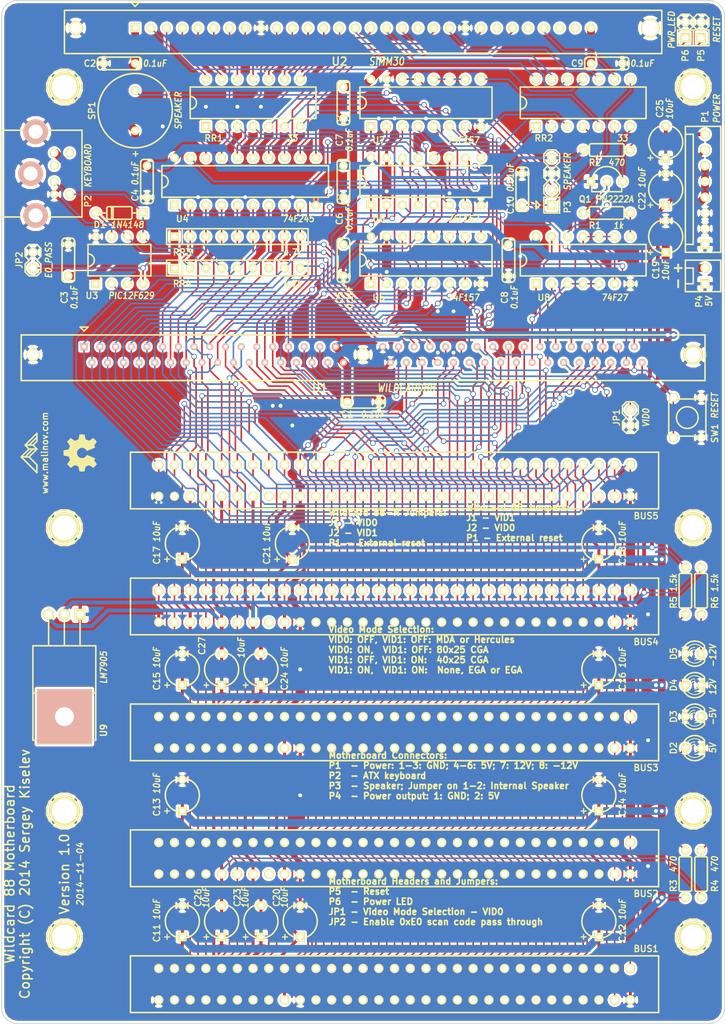
<source format=kicad_pcb>
(kicad_pcb (version 3) (host pcbnew "(2013-07-07 BZR 4022)-stable")
  (layers (15 F.Cu signal) (0 B.Cu signal) (18 B.Paste user) (19 F.Paste user) (20 B.SilkS user) (21 F.SilkS user) (22 B.Mask user) (23 F.Mask user) (28 Edge.Cuts user))
  (net 0 "")
  (net 1 /-12V)
  (net 2 /-5V)
  (net 3 /12V)
  (net 4 /A0)
  (net 5 /A1)
  (net 6 /A10)
  (net 7 /A11)
  (net 8 /A12)
  (net 9 /A13)
  (net 10 /A14)
  (net 11 /A15)
  (net 12 /A16)
  (net 13 /A17)
  (net 14 /A18)
  (net 15 /A19)
  (net 16 /A2)
  (net 17 /A3)
  (net 18 /A4)
  (net 19 /A5)
  (net 20 /A6)
  (net 21 /A7)
  (net 22 /A8)
  (net 23 /A9)
  (net 24 /AEN)
  (net 25 /ALE)
  (net 26 /AT_KBCLK)
  (net 27 /AT_KBDATA)
  (net 28 /CAS)
  (net 29 /CLK)
  (net 30 /D0)
  (net 31 /D1)
  (net 32 /D2)
  (net 33 /D3)
  (net 34 /D4)
  (net 35 /D5)
  (net 36 /D6)
  (net 37 /D7)
  (net 38 /DRQ1)
  (net 39 /DRQ2)
  (net 40 /DRQ3)
  (net 41 /IORDY)
  (net 42 /IRQ2)
  (net 43 /IRQ3)
  (net 44 /IRQ4)
  (net 45 /IRQ5)
  (net 46 /IRQ6)
  (net 47 /IRQ7)
  (net 48 /KBCLK)
  (net 49 /KBDATA)
  (net 50 /MEMW)
  (net 51 /MUX)
  (net 52 /OSC)
  (net 53 /RA0)
  (net 54 /RA1)
  (net 55 /RA2)
  (net 56 /RA3)
  (net 57 /RA4)
  (net 58 /RA5)
  (net 59 /RA6)
  (net 60 /RA7)
  (net 61 /RA8)
  (net 62 /RA9)
  (net 63 /RAS0)
  (net 64 /RAS1)
  (net 65 /RAS2)
  (net 66 /RD0)
  (net 67 /RD1)
  (net 68 /RD2)
  (net 69 /RD3)
  (net 70 /RD4)
  (net 71 /RD5)
  (net 72 /RD6)
  (net 73 /RD7)
  (net 74 /RESET)
  (net 75 /SPKR)
  (net 76 /TC)
  (net 77 /~CAS)
  (net 78 /~DACK0)
  (net 79 /~DACK1)
  (net 80 /~DACK2)
  (net 81 /~DACK3)
  (net 82 /~DRAM)
  (net 83 /~E0_PASS)
  (net 84 /~IOR)
  (net 85 /~IOW)
  (net 86 /~MEMR)
  (net 87 /~MEMW)
  (net 88 /~NMI)
  (net 89 /~RAS)
  (net 90 /~RST)
  (net 91 /~RWE)
  (net 92 /~VIDO)
  (net 93 GND)
  (net 94 N-00000100)
  (net 95 N-00000101)
  (net 96 N-00000104)
  (net 97 N-00000106)
  (net 98 N-00000107)
  (net 99 N-00000108)
  (net 100 N-00000109)
  (net 101 N-00000111)
  (net 102 N-00000112)
  (net 103 N-00000113)
  (net 104 N-00000114)
  (net 105 N-00000117)
  (net 106 N-00000118)
  (net 107 N-00000119)
  (net 108 N-0000058)
  (net 109 N-0000059)
  (net 110 N-0000060)
  (net 111 N-0000070)
  (net 112 N-0000071)
  (net 113 N-0000086)
  (net 114 N-0000092)
  (net 115 N-0000093)
  (net 116 N-0000094)
  (net 117 N-0000096)
  (net 118 VCC)
  (module OSHW-logo_silkscreen-front_6mm (layer F.Cu) (at 63.5 123.825 90)
    (fp_text reference G*** hide)
    (fp_text value OSHW-logo_silkscreen-front_6mm hide)
  )
  (module Cap_Tant_508 (layer F.Cu) (at 86.36 199.39 90)
    (fp_text reference C26 (at 3.81 -3.81 90) (layer F.SilkS) (effects (font (size 1.016 1.016) (thickness 0.2032))))
    (fp_text value 10uF (at 3.81 -2.54 90) (layer F.SilkS) (effects (font (size 1.016 0.9144) (thickness 0.2032) italic)))
    (fp_text user + (at -2.54 -2.54 90) (layer F.SilkS) (effects (font (size 1.016 1.016) (thickness 0.2032))))
    (pad 1 thru_hole rect (at -2.54 0 90) (size 1.397 1.397) (drill 0.8128) (layers *.Cu *.Mask F.SilkS) (net 93 GND))
    (pad 2 thru_hole circle (at 2.54 0 90) (size 1.397 1.397) (drill 0.8128) (layers *.Cu *.Mask F.SilkS) (net 2 /-5V))
  )
  (module Switch_Tactile_6mm (layer F.Cu) (at 161.6075 118.11 90)
    (fp_text reference SW1 (at -2.54 4.445 90) (layer F.SilkS) (effects (font (size 1.016 1.016) (thickness 0.2032))))
    (fp_text value RESET (at 1.905 4.445 90) (layer F.SilkS) (effects (font (size 1.016 0.9144) (thickness 0.2032) italic)))
    (pad 1 thru_hole circle (at 3.2512 -2.25044 90) (size 1.39954 1.39954) (drill 1.00076) (layers *.Cu *.Mask F.SilkS) (net 90 /~RST))
    (pad 2 thru_hole circle (at 3.2512 2.25044 90) (size 1.39954 1.39954) (drill 1.00076) (layers *.Cu *.Mask F.SilkS) (net 93 GND))
    (pad 1 thru_hole circle (at -3.2512 -2.25044 90) (size 1.39954 1.39954) (drill 1.00076) (layers *.Cu *.Mask F.SilkS) (net 90 /~RST))
    (pad 2 thru_hole circle (at -3.2512 2.25044 90) (size 1.39954 1.39954) (drill 1.00076) (layers *.Cu *.Mask F.SilkS) (net 93 GND))
  )
  (module Speaker_12mm (layer F.Cu) (at 72.39 68.58 90)
    (fp_text reference SP1 (at 0 -6.985 90) (layer F.SilkS) (effects (font (size 1.016 1.016) (thickness 0.2032))))
    (fp_text value SPEAKER (at 0 6.985 90) (layer F.SilkS) (effects (font (size 1.016 0.9144) (thickness 0.2032) italic)))
    (fp_text user + (at -6.985 0 90) (layer F.SilkS) (effects (font (size 1.016 1.016) (thickness 0.2032))))
    (pad 1 thru_hole circle (at -3.2512 0 90) (size 1.397 1.397) (drill 0.8128) (layers *.Cu *.Mask F.SilkS) (net 118 VCC))
    (pad 2 thru_hole circle (at 3.2512 0 90) (size 1.397 1.397) (drill 0.8128) (layers *.Cu *.Mask F.SilkS) (net 113 N-0000086))
  )
  (module IC_DIP8_300 (layer F.Cu) (at 69.85 92.71)
    (fp_text reference U3 (at -4.445 5.715) (layer F.SilkS) (effects (font (size 1.016 1.016) (thickness 0.2032))))
    (fp_text value PIC12F629 (at 1.905 5.715) (layer F.SilkS) (effects (font (size 1.016 0.9144) (thickness 0.2032) italic)))
    (pad 1 thru_hole rect (at -3.81 3.81) (size 1.397 1.397) (drill 0.8128) (layers *.Cu *.Mask F.SilkS) (net 118 VCC))
    (pad 2 thru_hole circle (at -1.27 3.81) (size 1.397 1.397) (drill 0.8128) (layers *.Cu *.Mask F.SilkS) (net 48 /KBCLK))
    (pad 3 thru_hole circle (at 1.27 3.81) (size 1.397 1.397) (drill 0.8128) (layers *.Cu *.Mask F.SilkS) (net 49 /KBDATA))
    (pad 4 thru_hole circle (at 3.81 3.81) (size 1.397 1.397) (drill 0.8128) (layers *.Cu *.Mask F.SilkS) (net 83 /~E0_PASS))
    (pad 5 thru_hole circle (at 3.81 -3.81) (size 1.397 1.397) (drill 0.8128) (layers *.Cu *.Mask F.SilkS) (net 26 /AT_KBCLK))
    (pad 6 thru_hole circle (at 1.27 -3.81) (size 1.397 1.397) (drill 0.8128) (layers *.Cu *.Mask F.SilkS) (net 27 /AT_KBDATA))
    (pad 7 thru_hole circle (at -1.27 -3.81) (size 1.397 1.397) (drill 0.8128) (layers *.Cu *.Mask F.SilkS) (net 105 N-00000117))
    (pad 8 thru_hole circle (at -3.81 -3.81) (size 1.397 1.397) (drill 0.8128) (layers *.Cu *.Mask F.SilkS) (net 93 GND))
  )
  (module IC_DIP20_300 (layer F.Cu) (at 90.17 80.01)
    (fp_text reference U4 (at -10.16 6.0325) (layer F.SilkS) (effects (font (size 1.016 1.016) (thickness 0.2032))))
    (fp_text value 74F245 (at 8.5725 6.0325) (layer F.SilkS) (effects (font (size 1.016 0.9144) (thickness 0.2032) italic)))
    (pad 1 thru_hole rect (at -11.43 3.81) (size 1.397 1.397) (drill 0.8128) (layers *.Cu *.Mask F.SilkS) (net 86 /~MEMR))
    (pad 2 thru_hole circle (at -8.89 3.81) (size 1.397 1.397) (drill 0.8128) (layers *.Cu *.Mask F.SilkS) (net 30 /D0))
    (pad 3 thru_hole circle (at -6.35 3.81) (size 1.397 1.397) (drill 0.8128) (layers *.Cu *.Mask F.SilkS) (net 31 /D1))
    (pad 4 thru_hole circle (at -3.81 3.81) (size 1.397 1.397) (drill 0.8128) (layers *.Cu *.Mask F.SilkS) (net 32 /D2))
    (pad 5 thru_hole circle (at -1.27 3.81) (size 1.397 1.397) (drill 0.8128) (layers *.Cu *.Mask F.SilkS) (net 33 /D3))
    (pad 6 thru_hole circle (at 1.27 3.81) (size 1.397 1.397) (drill 0.8128) (layers *.Cu *.Mask F.SilkS) (net 34 /D4))
    (pad 7 thru_hole circle (at 3.81 3.81) (size 1.397 1.397) (drill 0.8128) (layers *.Cu *.Mask F.SilkS) (net 35 /D5))
    (pad 8 thru_hole circle (at 6.35 3.81) (size 1.397 1.397) (drill 0.8128) (layers *.Cu *.Mask F.SilkS) (net 36 /D6))
    (pad 9 thru_hole circle (at 8.89 3.81) (size 1.397 1.397) (drill 0.8128) (layers *.Cu *.Mask F.SilkS) (net 37 /D7))
    (pad 10 thru_hole circle (at 11.43 3.81) (size 1.397 1.397) (drill 0.8128) (layers *.Cu *.Mask F.SilkS) (net 93 GND))
    (pad 11 thru_hole circle (at 11.43 -3.81) (size 1.397 1.397) (drill 0.8128) (layers *.Cu *.Mask F.SilkS) (net 73 /RD7))
    (pad 12 thru_hole circle (at 8.89 -3.81) (size 1.397 1.397) (drill 0.8128) (layers *.Cu *.Mask F.SilkS) (net 72 /RD6))
    (pad 13 thru_hole circle (at 6.35 -3.81) (size 1.397 1.397) (drill 0.8128) (layers *.Cu *.Mask F.SilkS) (net 71 /RD5))
    (pad 14 thru_hole circle (at 3.81 -3.81) (size 1.397 1.397) (drill 0.8128) (layers *.Cu *.Mask F.SilkS) (net 70 /RD4))
    (pad 15 thru_hole circle (at 1.27 -3.81) (size 1.397 1.397) (drill 0.8128) (layers *.Cu *.Mask F.SilkS) (net 69 /RD3))
    (pad 16 thru_hole circle (at -1.27 -3.81) (size 1.397 1.397) (drill 0.8128) (layers *.Cu *.Mask F.SilkS) (net 68 /RD2))
    (pad 17 thru_hole circle (at -3.81 -3.81) (size 1.397 1.397) (drill 0.8128) (layers *.Cu *.Mask F.SilkS) (net 67 /RD1))
    (pad 18 thru_hole circle (at -6.35 -3.81) (size 1.397 1.397) (drill 0.8128) (layers *.Cu *.Mask F.SilkS) (net 66 /RD0))
    (pad 19 thru_hole circle (at -8.89 -3.81) (size 1.397 1.397) (drill 0.8128) (layers *.Cu *.Mask F.SilkS) (net 82 /~DRAM))
    (pad 20 thru_hole circle (at -11.43 -3.81) (size 1.397 1.397) (drill 0.8128) (layers *.Cu *.Mask F.SilkS) (net 118 VCC))
  )
  (module IC_DIP16_300 (layer F.Cu) (at 119.38 67.31)
    (fp_text reference U7 (at -7.62 6.0325) (layer F.SilkS) (effects (font (size 1.016 1.016) (thickness 0.2032))))
    (fp_text value 74F157 (at 6.0325 6.0325) (layer F.SilkS) (effects (font (size 1.016 0.9144) (thickness 0.2032) italic)))
    (pad 1 thru_hole rect (at -8.89 3.81) (size 1.397 1.397) (drill 0.8128) (layers *.Cu *.Mask F.SilkS) (net 51 /MUX))
    (pad 2 thru_hole circle (at -6.35 3.81) (size 1.397 1.397) (drill 0.8128) (layers *.Cu *.Mask F.SilkS) (net 14 /A18))
    (pad 3 thru_hole circle (at -3.81 3.81) (size 1.397 1.397) (drill 0.8128) (layers *.Cu *.Mask F.SilkS) (net 15 /A19))
    (pad 4 thru_hole circle (at -1.27 3.81) (size 1.397 1.397) (drill 0.8128) (layers *.Cu *.Mask F.SilkS) (net 102 N-00000112))
    (pad 5 thru_hole circle (at 1.27 3.81) (size 1.397 1.397) (drill 0.8128) (layers *.Cu *.Mask F.SilkS) (net 12 /A16))
    (pad 6 thru_hole circle (at 3.81 3.81) (size 1.397 1.397) (drill 0.8128) (layers *.Cu *.Mask F.SilkS) (net 13 /A17))
    (pad 7 thru_hole circle (at 6.35 3.81) (size 1.397 1.397) (drill 0.8128) (layers *.Cu *.Mask F.SilkS) (net 110 N-0000060))
    (pad 8 thru_hole circle (at 8.89 3.81) (size 1.397 1.397) (drill 0.8128) (layers *.Cu *.Mask F.SilkS) (net 93 GND))
    (pad 9 thru_hole circle (at 8.89 -3.81) (size 1.397 1.397) (drill 0.8128) (layers *.Cu *.Mask F.SilkS) (net 96 N-00000104))
    (pad 10 thru_hole circle (at 6.35 -3.81) (size 1.397 1.397) (drill 0.8128) (layers *.Cu *.Mask F.SilkS) (net 50 /MEMW))
    (pad 11 thru_hole circle (at 3.81 -3.81) (size 1.397 1.397) (drill 0.8128) (layers *.Cu *.Mask F.SilkS) (net 50 /MEMW))
    (pad 12 thru_hole circle (at 1.27 -3.81) (size 1.397 1.397) (drill 0.8128) (layers *.Cu *.Mask F.SilkS) (net 50 /MEMW))
    (pad 13 thru_hole circle (at -1.27 -3.81) (size 1.397 1.397) (drill 0.8128) (layers *.Cu *.Mask F.SilkS) (net 87 /~MEMW))
    (pad 14 thru_hole circle (at -3.81 -3.81) (size 1.397 1.397) (drill 0.8128) (layers *.Cu *.Mask F.SilkS) (net 87 /~MEMW))
    (pad 15 thru_hole circle (at -6.35 -3.81) (size 1.397 1.397) (drill 0.8128) (layers *.Cu *.Mask F.SilkS) (net 93 GND))
    (pad 16 thru_hole circle (at -8.89 -3.81) (size 1.397 1.397) (drill 0.8128) (layers *.Cu *.Mask F.SilkS) (net 118 VCC))
  )
  (module IC_DIP16_300 (layer F.Cu) (at 119.38 80.01)
    (fp_text reference U6 (at -7.62 6.0325) (layer F.SilkS) (effects (font (size 1.016 1.016) (thickness 0.2032))))
    (fp_text value 74F157 (at 6.0325 6.0325) (layer F.SilkS) (effects (font (size 1.016 0.9144) (thickness 0.2032) italic)))
    (pad 1 thru_hole rect (at -8.89 3.81) (size 1.397 1.397) (drill 0.8128) (layers *.Cu *.Mask F.SilkS) (net 51 /MUX))
    (pad 2 thru_hole circle (at -6.35 3.81) (size 1.397 1.397) (drill 0.8128) (layers *.Cu *.Mask F.SilkS) (net 18 /A4))
    (pad 3 thru_hole circle (at -3.81 3.81) (size 1.397 1.397) (drill 0.8128) (layers *.Cu *.Mask F.SilkS) (net 8 /A12))
    (pad 4 thru_hole circle (at -1.27 3.81) (size 1.397 1.397) (drill 0.8128) (layers *.Cu *.Mask F.SilkS) (net 103 N-00000113))
    (pad 5 thru_hole circle (at 1.27 3.81) (size 1.397 1.397) (drill 0.8128) (layers *.Cu *.Mask F.SilkS) (net 19 /A5))
    (pad 6 thru_hole circle (at 3.81 3.81) (size 1.397 1.397) (drill 0.8128) (layers *.Cu *.Mask F.SilkS) (net 9 /A13))
    (pad 7 thru_hole circle (at 6.35 3.81) (size 1.397 1.397) (drill 0.8128) (layers *.Cu *.Mask F.SilkS) (net 108 N-0000058))
    (pad 8 thru_hole circle (at 8.89 3.81) (size 1.397 1.397) (drill 0.8128) (layers *.Cu *.Mask F.SilkS) (net 93 GND))
    (pad 9 thru_hole circle (at 8.89 -3.81) (size 1.397 1.397) (drill 0.8128) (layers *.Cu *.Mask F.SilkS) (net 97 N-00000106))
    (pad 10 thru_hole circle (at 6.35 -3.81) (size 1.397 1.397) (drill 0.8128) (layers *.Cu *.Mask F.SilkS) (net 10 /A14))
    (pad 11 thru_hole circle (at 3.81 -3.81) (size 1.397 1.397) (drill 0.8128) (layers *.Cu *.Mask F.SilkS) (net 20 /A6))
    (pad 12 thru_hole circle (at 1.27 -3.81) (size 1.397 1.397) (drill 0.8128) (layers *.Cu *.Mask F.SilkS) (net 109 N-0000059))
    (pad 13 thru_hole circle (at -1.27 -3.81) (size 1.397 1.397) (drill 0.8128) (layers *.Cu *.Mask F.SilkS) (net 11 /A15))
    (pad 14 thru_hole circle (at -3.81 -3.81) (size 1.397 1.397) (drill 0.8128) (layers *.Cu *.Mask F.SilkS) (net 21 /A7))
    (pad 15 thru_hole circle (at -6.35 -3.81) (size 1.397 1.397) (drill 0.8128) (layers *.Cu *.Mask F.SilkS) (net 93 GND))
    (pad 16 thru_hole circle (at -8.89 -3.81) (size 1.397 1.397) (drill 0.8128) (layers *.Cu *.Mask F.SilkS) (net 118 VCC))
  )
  (module IC_DIP16_300 (layer F.Cu) (at 119.38 92.71)
    (fp_text reference U5 (at -7.62 6.0325) (layer F.SilkS) (effects (font (size 1.016 1.016) (thickness 0.2032))))
    (fp_text value 74F157 (at 6.0325 6.0325) (layer F.SilkS) (effects (font (size 1.016 0.9144) (thickness 0.2032) italic)))
    (pad 1 thru_hole rect (at -8.89 3.81) (size 1.397 1.397) (drill 0.8128) (layers *.Cu *.Mask F.SilkS) (net 51 /MUX))
    (pad 2 thru_hole circle (at -6.35 3.81) (size 1.397 1.397) (drill 0.8128) (layers *.Cu *.Mask F.SilkS) (net 4 /A0))
    (pad 3 thru_hole circle (at -3.81 3.81) (size 1.397 1.397) (drill 0.8128) (layers *.Cu *.Mask F.SilkS) (net 22 /A8))
    (pad 4 thru_hole circle (at -1.27 3.81) (size 1.397 1.397) (drill 0.8128) (layers *.Cu *.Mask F.SilkS) (net 101 N-00000111))
    (pad 5 thru_hole circle (at 1.27 3.81) (size 1.397 1.397) (drill 0.8128) (layers *.Cu *.Mask F.SilkS) (net 5 /A1))
    (pad 6 thru_hole circle (at 3.81 3.81) (size 1.397 1.397) (drill 0.8128) (layers *.Cu *.Mask F.SilkS) (net 23 /A9))
    (pad 7 thru_hole circle (at 6.35 3.81) (size 1.397 1.397) (drill 0.8128) (layers *.Cu *.Mask F.SilkS) (net 111 N-0000070))
    (pad 8 thru_hole circle (at 8.89 3.81) (size 1.397 1.397) (drill 0.8128) (layers *.Cu *.Mask F.SilkS) (net 93 GND))
    (pad 9 thru_hole circle (at 8.89 -3.81) (size 1.397 1.397) (drill 0.8128) (layers *.Cu *.Mask F.SilkS) (net 104 N-00000114))
    (pad 10 thru_hole circle (at 6.35 -3.81) (size 1.397 1.397) (drill 0.8128) (layers *.Cu *.Mask F.SilkS) (net 6 /A10))
    (pad 11 thru_hole circle (at 3.81 -3.81) (size 1.397 1.397) (drill 0.8128) (layers *.Cu *.Mask F.SilkS) (net 16 /A2))
    (pad 12 thru_hole circle (at 1.27 -3.81) (size 1.397 1.397) (drill 0.8128) (layers *.Cu *.Mask F.SilkS) (net 112 N-0000071))
    (pad 13 thru_hole circle (at -1.27 -3.81) (size 1.397 1.397) (drill 0.8128) (layers *.Cu *.Mask F.SilkS) (net 7 /A11))
    (pad 14 thru_hole circle (at -3.81 -3.81) (size 1.397 1.397) (drill 0.8128) (layers *.Cu *.Mask F.SilkS) (net 17 /A3))
    (pad 15 thru_hole circle (at -6.35 -3.81) (size 1.397 1.397) (drill 0.8128) (layers *.Cu *.Mask F.SilkS) (net 93 GND))
    (pad 16 thru_hole circle (at -8.89 -3.81) (size 1.397 1.397) (drill 0.8128) (layers *.Cu *.Mask F.SilkS) (net 118 VCC))
  )
  (module IC_DIP14_300 (layer F.Cu) (at 144.78 67.31)
    (fp_text reference RR2 (at -6.35 5.715) (layer F.SilkS) (effects (font (size 1.016 1.016) (thickness 0.2032))))
    (fp_text value 33 (at 6.35 5.715) (layer F.SilkS) (effects (font (size 1.016 0.9144) (thickness 0.2032) italic)))
    (pad 1 thru_hole rect (at -7.62 3.81) (size 1.397 1.397) (drill 0.8128) (layers *.Cu *.Mask F.SilkS) (net 109 N-0000059))
    (pad 2 thru_hole circle (at -5.08 3.81) (size 1.397 1.397) (drill 0.8128) (layers *.Cu *.Mask F.SilkS) (net 102 N-00000112))
    (pad 3 thru_hole circle (at -2.54 3.81) (size 1.397 1.397) (drill 0.8128) (layers *.Cu *.Mask F.SilkS) (net 110 N-0000060))
    (pad 4 thru_hole circle (at 0 3.81) (size 1.397 1.397) (drill 0.8128) (layers *.Cu *.Mask F.SilkS) (net 115 N-0000093))
    (pad 5 thru_hole circle (at 2.54 3.81) (size 1.397 1.397) (drill 0.8128) (layers *.Cu *.Mask F.SilkS) (net 96 N-00000104))
    (pad 6 thru_hole circle (at 5.08 3.81) (size 1.397 1.397) (drill 0.8128) (layers *.Cu *.Mask F.SilkS) (net 116 N-0000094))
    (pad 7 thru_hole circle (at 7.62 3.81) (size 1.397 1.397) (drill 0.8128) (layers *.Cu *.Mask F.SilkS) (net 106 N-00000118))
    (pad 8 thru_hole circle (at 7.62 -3.81) (size 1.397 1.397) (drill 0.8128) (layers *.Cu *.Mask F.SilkS) (net 107 N-00000119))
    (pad 9 thru_hole circle (at 5.08 -3.81) (size 1.397 1.397) (drill 0.8128) (layers *.Cu *.Mask F.SilkS) (net 89 /~RAS))
    (pad 10 thru_hole circle (at 2.54 -3.81) (size 1.397 1.397) (drill 0.8128) (layers *.Cu *.Mask F.SilkS) (net 91 /~RWE))
    (pad 11 thru_hole circle (at 0 -3.81) (size 1.397 1.397) (drill 0.8128) (layers *.Cu *.Mask F.SilkS) (net 77 /~CAS))
    (pad 12 thru_hole circle (at -2.54 -3.81) (size 1.397 1.397) (drill 0.8128) (layers *.Cu *.Mask F.SilkS) (net 61 /RA8))
    (pad 13 thru_hole circle (at -5.08 -3.81) (size 1.397 1.397) (drill 0.8128) (layers *.Cu *.Mask F.SilkS) (net 62 /RA9))
    (pad 14 thru_hole circle (at -7.62 -3.81) (size 1.397 1.397) (drill 0.8128) (layers *.Cu *.Mask F.SilkS) (net 60 /RA7))
  )
  (module IC_DIP14_300 (layer F.Cu) (at 91.44 67.31)
    (fp_text reference RR1 (at -6.35 5.715) (layer F.SilkS) (effects (font (size 1.016 1.016) (thickness 0.2032))))
    (fp_text value 33 (at 6.35 5.715) (layer F.SilkS) (effects (font (size 1.016 0.9144) (thickness 0.2032) italic)))
    (pad 1 thru_hole rect (at -7.62 3.81) (size 1.397 1.397) (drill 0.8128) (layers *.Cu *.Mask F.SilkS) (net 101 N-00000111))
    (pad 2 thru_hole circle (at -5.08 3.81) (size 1.397 1.397) (drill 0.8128) (layers *.Cu *.Mask F.SilkS) (net 111 N-0000070))
    (pad 3 thru_hole circle (at -2.54 3.81) (size 1.397 1.397) (drill 0.8128) (layers *.Cu *.Mask F.SilkS) (net 104 N-00000114))
    (pad 4 thru_hole circle (at 0 3.81) (size 1.397 1.397) (drill 0.8128) (layers *.Cu *.Mask F.SilkS) (net 112 N-0000071))
    (pad 5 thru_hole circle (at 2.54 3.81) (size 1.397 1.397) (drill 0.8128) (layers *.Cu *.Mask F.SilkS) (net 103 N-00000113))
    (pad 6 thru_hole circle (at 5.08 3.81) (size 1.397 1.397) (drill 0.8128) (layers *.Cu *.Mask F.SilkS) (net 108 N-0000058))
    (pad 7 thru_hole circle (at 7.62 3.81) (size 1.397 1.397) (drill 0.8128) (layers *.Cu *.Mask F.SilkS) (net 97 N-00000106))
    (pad 8 thru_hole circle (at 7.62 -3.81) (size 1.397 1.397) (drill 0.8128) (layers *.Cu *.Mask F.SilkS) (net 59 /RA6))
    (pad 9 thru_hole circle (at 5.08 -3.81) (size 1.397 1.397) (drill 0.8128) (layers *.Cu *.Mask F.SilkS) (net 58 /RA5))
    (pad 10 thru_hole circle (at 2.54 -3.81) (size 1.397 1.397) (drill 0.8128) (layers *.Cu *.Mask F.SilkS) (net 57 /RA4))
    (pad 11 thru_hole circle (at 0 -3.81) (size 1.397 1.397) (drill 0.8128) (layers *.Cu *.Mask F.SilkS) (net 56 /RA3))
    (pad 12 thru_hole circle (at -2.54 -3.81) (size 1.397 1.397) (drill 0.8128) (layers *.Cu *.Mask F.SilkS) (net 55 /RA2))
    (pad 13 thru_hole circle (at -5.08 -3.81) (size 1.397 1.397) (drill 0.8128) (layers *.Cu *.Mask F.SilkS) (net 54 /RA1))
    (pad 14 thru_hole circle (at -7.62 -3.81) (size 1.397 1.397) (drill 0.8128) (layers *.Cu *.Mask F.SilkS) (net 53 /RA0))
  )
  (module IC_DIP14_300 (layer F.Cu) (at 144.78 92.71)
    (fp_text reference U8 (at -6.35 6.0325) (layer F.SilkS) (effects (font (size 1.016 1.016) (thickness 0.2032))))
    (fp_text value 74F27 (at 5.08 6.0325) (layer F.SilkS) (effects (font (size 1.016 0.9144) (thickness 0.2032) italic)))
    (pad 1 thru_hole rect (at -7.62 3.81) (size 1.397 1.397) (drill 0.8128) (layers *.Cu *.Mask F.SilkS) (net 63 /RAS0))
    (pad 2 thru_hole circle (at -5.08 3.81) (size 1.397 1.397) (drill 0.8128) (layers *.Cu *.Mask F.SilkS) (net 65 /RAS2))
    (pad 3 thru_hole circle (at -2.54 3.81) (size 1.397 1.397) (drill 0.8128) (layers *.Cu *.Mask F.SilkS) (net 28 /CAS))
    (pad 4 thru_hole circle (at 0 3.81) (size 1.397 1.397) (drill 0.8128) (layers *.Cu *.Mask F.SilkS) (net 28 /CAS))
    (pad 5 thru_hole circle (at 2.54 3.81) (size 1.397 1.397) (drill 0.8128) (layers *.Cu *.Mask F.SilkS) (net 28 /CAS))
    (pad 6 thru_hole circle (at 5.08 3.81) (size 1.397 1.397) (drill 0.8128) (layers *.Cu *.Mask F.SilkS) (net 115 N-0000093))
    (pad 7 thru_hole circle (at 7.62 3.81) (size 1.397 1.397) (drill 0.8128) (layers *.Cu *.Mask F.SilkS) (net 93 GND))
    (pad 8 thru_hole circle (at 7.62 -3.81) (size 1.397 1.397) (drill 0.8128) (layers *.Cu *.Mask F.SilkS) (net 114 N-0000092))
    (pad 9 thru_hole circle (at 5.08 -3.81) (size 1.397 1.397) (drill 0.8128) (layers *.Cu *.Mask F.SilkS) (net 75 /SPKR))
    (pad 10 thru_hole circle (at 2.54 -3.81) (size 1.397 1.397) (drill 0.8128) (layers *.Cu *.Mask F.SilkS) (net 75 /SPKR))
    (pad 11 thru_hole circle (at 0 -3.81) (size 1.397 1.397) (drill 0.8128) (layers *.Cu *.Mask F.SilkS) (net 75 /SPKR))
    (pad 12 thru_hole circle (at -2.54 -3.81) (size 1.397 1.397) (drill 0.8128) (layers *.Cu *.Mask F.SilkS) (net 116 N-0000094))
    (pad 13 thru_hole circle (at -5.08 -3.81) (size 1.397 1.397) (drill 0.8128) (layers *.Cu *.Mask F.SilkS) (net 64 /RAS1))
    (pad 14 thru_hole circle (at -7.62 -3.81) (size 1.397 1.397) (drill 0.8128) (layers *.Cu *.Mask F.SilkS) (net 118 VCC))
  )
  (module Diode_762 (layer F.Cu) (at 69.85 85.09 180)
    (fp_text reference D1 (at 3.175 -1.905 180) (layer F.SilkS) (effects (font (size 1.016 1.016) (thickness 0.2032))))
    (fp_text value 1N4148 (at -1.27 -1.905 180) (layer F.SilkS) (effects (font (size 1.016 0.9144) (thickness 0.2032) italic)))
    (pad 2 thru_hole circle (at 3.81 0 180) (size 1.397 1.397) (drill 0.8128) (layers *.Cu *.Mask F.SilkS) (net 105 N-00000117))
    (pad 1 thru_hole rect (at -3.81 0 180) (size 1.397 1.397) (drill 0.8128) (layers *.Cu *.Mask F.SilkS) (net 26 /AT_KBCLK))
  )
  (module Conn_Pin_Header_4x1_2.54mm (layer F.Cu) (at 139.7 80.01 90)
    (fp_text reference P3 (at -4.1275 2.54 90) (layer F.SilkS) (effects (font (size 1.016 1.016) (thickness 0.2032))))
    (fp_text value SPEAKER (at 1.5875 2.54 90) (layer F.SilkS) (effects (font (size 1.016 0.9144) (thickness 0.2032) italic)))
    (pad 1 thru_hole rect (at -3.81 0 90) (size 1.524 1.524) (drill 1.016) (layers *.Cu *.Mask F.SilkS) (net 107 N-00000119))
    (pad 2 thru_hole circle (at -1.27 0 90) (size 1.524 1.524) (drill 1.016) (layers *.Cu *.Mask F.SilkS) (net 113 N-0000086))
    (pad 3 thru_hole circle (at 1.27 0 90) (size 1.524 1.524) (drill 1.016) (layers *.Cu *.Mask F.SilkS) (net 93 GND))
    (pad 4 thru_hole circle (at 3.81 0 90) (size 1.524 1.524) (drill 1.016) (layers *.Cu *.Mask F.SilkS) (net 118 VCC))
  )
  (module Conn_Pin_Header_2x1_2.54mm_NoKey (layer F.Cu) (at 55.88 92.71 90)
    (fp_text reference JP2 (at 0 -2.2225 90) (layer F.SilkS) (effects (font (size 1.016 1.016) (thickness 0.2032))))
    (fp_text value E0_PASS (at 0 2.54 90) (layer F.SilkS) (effects (font (size 1.016 0.9144) (thickness 0.2032) italic)))
    (pad 1 thru_hole circle (at -1.27 0 90) (size 1.524 1.524) (drill 1.016) (layers *.Cu *.Mask F.SilkS) (net 83 /~E0_PASS))
    (pad 2 thru_hole circle (at 1.27 0 90) (size 1.524 1.524) (drill 1.016) (layers *.Cu *.Mask F.SilkS) (net 93 GND))
  )
  (module Conn_Pin_Header_2x1_2.54mm_NoKey (layer F.Cu) (at 152.4 118.11 270)
    (fp_text reference JP1 (at 0 2.2225 270) (layer F.SilkS) (effects (font (size 1.016 1.016) (thickness 0.2032))))
    (fp_text value VID0 (at 0 -2.54 270) (layer F.SilkS) (effects (font (size 1.016 0.9144) (thickness 0.2032) italic)))
    (pad 1 thru_hole circle (at -1.27 0 270) (size 1.524 1.524) (drill 1.016) (layers *.Cu *.Mask F.SilkS) (net 92 /~VIDO))
    (pad 2 thru_hole circle (at 1.27 0 270) (size 1.524 1.524) (drill 1.016) (layers *.Cu *.Mask F.SilkS) (net 93 GND))
  )
  (module Conn_Mini_DIN_6pin (layer F.Cu) (at 50.8 78.74 90)
    (fp_text reference P2 (at -4.445 13.97 90) (layer F.SilkS) (effects (font (size 1.016 1.016) (thickness 0.2032))))
    (fp_text value KEYBOARD (at 1.27 13.97 90) (layer F.SilkS) (effects (font (size 1.016 0.9144) (thickness 0.2032) italic)))
    (pad 2 thru_hole circle (at 1.30048 8.509 270) (size 1.3716 1.3716) (drill 0.889) (layers *.Cu *.Mask F.SilkS))
    (pad 1 thru_hole circle (at -1.30048 8.509 270) (size 1.3716 1.3716) (drill 0.889) (layers *.Cu *.Mask F.SilkS) (net 27 /AT_KBDATA))
    (pad 5 thru_hole circle (at -3.35026 11.00074 270) (size 1.3716 1.3716) (drill 0.889) (layers *.Cu *.Mask F.SilkS) (net 26 /AT_KBCLK))
    (pad 6 thru_hole circle (at 3.35026 11.00074 270) (size 1.3716 1.3716) (drill 0.889) (layers *.Cu *.Mask F.SilkS))
    (pad 4 thru_hole circle (at 3.35026 8.509 270) (size 1.3716 1.3716) (drill 0.889) (layers *.Cu *.Mask F.SilkS) (net 118 VCC))
    (pad 3 thru_hole circle (at -3.35026 8.509 270) (size 1.3716 1.3716) (drill 0.889) (layers *.Cu *.Mask F.SilkS) (net 93 GND))
    (pad ~ thru_hole circle (at 0 4.699 270) (size 4.0005 4.0005) (drill 2.29108) (layers *.Cu *.SilkS *.Mask) (net 93 GND))
    (pad ~ thru_hole circle (at -6.75894 5.50926 270) (size 4.0005 4.0005) (drill 2.29108) (layers *.Cu *.SilkS *.Mask) (net 93 GND))
    (pad ~ thru_hole circle (at 6.75894 5.50926 270) (size 4.0005 4.0005) (drill 2.29108) (layers *.Cu *.SilkS *.Mask) (net 93 GND))
  )
  (module Conn_Edge_ISA8 (layer F.Cu) (at 114.3 128.27 180)
    (fp_text reference BUS5 (at -40.64 -5.715 180) (layer F.SilkS) (effects (font (size 1.016 1.016) (thickness 0.2032))))
    (fp_text value BUSPC_HOST hide)
    (pad 1 thru_hole circle (at 38.1 -2.54) (size 1.524 1.524) (drill 1.016) (layers *.Cu *.Mask F.SilkS) (net 93 GND))
    (pad 2 thru_hole circle (at 35.56 -2.54) (size 1.524 1.524) (drill 1.016) (layers *.Cu *.Mask F.SilkS) (net 74 /RESET))
    (pad 3 thru_hole circle (at 33.02 -2.54) (size 1.524 1.524) (drill 1.016) (layers *.Cu *.Mask F.SilkS) (net 118 VCC))
    (pad 4 thru_hole circle (at 30.48 -2.54) (size 1.524 1.524) (drill 1.016) (layers *.Cu *.Mask F.SilkS) (net 42 /IRQ2))
    (pad 5 thru_hole circle (at 27.94 -2.54) (size 1.524 1.524) (drill 1.016) (layers *.Cu *.Mask F.SilkS) (net 2 /-5V))
    (pad 6 thru_hole circle (at 25.4 -2.54) (size 1.524 1.524) (drill 1.016) (layers *.Cu *.Mask F.SilkS) (net 39 /DRQ2))
    (pad 7 thru_hole circle (at 22.86 -2.54) (size 1.524 1.524) (drill 1.016) (layers *.Cu *.Mask F.SilkS) (net 1 /-12V))
    (pad 8 thru_hole circle (at 20.32 -2.54) (size 1.524 1.524) (drill 1.016) (layers *.Cu *.Mask F.SilkS))
    (pad 9 thru_hole circle (at 17.78 -2.54) (size 1.524 1.524) (drill 1.016) (layers *.Cu *.Mask F.SilkS) (net 3 /12V))
    (pad 10 thru_hole circle (at 15.24 -2.54) (size 1.524 1.524) (drill 1.016) (layers *.Cu *.Mask F.SilkS) (net 93 GND))
    (pad 11 thru_hole circle (at 12.7 -2.54) (size 1.524 1.524) (drill 1.016) (layers *.Cu *.Mask F.SilkS) (net 87 /~MEMW))
    (pad 12 thru_hole circle (at 10.16 -2.54) (size 1.524 1.524) (drill 1.016) (layers *.Cu *.Mask F.SilkS) (net 86 /~MEMR))
    (pad 13 thru_hole circle (at 7.62 -2.54) (size 1.524 1.524) (drill 1.016) (layers *.Cu *.Mask F.SilkS) (net 85 /~IOW))
    (pad 14 thru_hole circle (at 5.08 -2.54) (size 1.524 1.524) (drill 1.016) (layers *.Cu *.Mask F.SilkS) (net 84 /~IOR))
    (pad 15 thru_hole circle (at 2.54 -2.54) (size 1.524 1.524) (drill 1.016) (layers *.Cu *.Mask F.SilkS) (net 81 /~DACK3))
    (pad 16 thru_hole circle (at 0 -2.54) (size 1.524 1.524) (drill 1.016) (layers *.Cu *.Mask F.SilkS) (net 40 /DRQ3))
    (pad 17 thru_hole circle (at -2.54 -2.54) (size 1.524 1.524) (drill 1.016) (layers *.Cu *.Mask F.SilkS) (net 79 /~DACK1))
    (pad 18 thru_hole circle (at -5.08 -2.54) (size 1.524 1.524) (drill 1.016) (layers *.Cu *.Mask F.SilkS) (net 38 /DRQ1))
    (pad 19 thru_hole circle (at -7.62 -2.54) (size 1.524 1.524) (drill 1.016) (layers *.Cu *.Mask F.SilkS) (net 78 /~DACK0))
    (pad 20 thru_hole circle (at -10.16 -2.54) (size 1.524 1.524) (drill 1.016) (layers *.Cu *.Mask F.SilkS) (net 29 /CLK))
    (pad 21 thru_hole circle (at -12.7 -2.54) (size 1.524 1.524) (drill 1.016) (layers *.Cu *.Mask F.SilkS) (net 47 /IRQ7))
    (pad 22 thru_hole circle (at -15.24 -2.54) (size 1.524 1.524) (drill 1.016) (layers *.Cu *.Mask F.SilkS) (net 46 /IRQ6))
    (pad 23 thru_hole circle (at -17.78 -2.54) (size 1.524 1.524) (drill 1.016) (layers *.Cu *.Mask F.SilkS) (net 45 /IRQ5))
    (pad 24 thru_hole circle (at -20.32 -2.54) (size 1.524 1.524) (drill 1.016) (layers *.Cu *.Mask F.SilkS) (net 44 /IRQ4))
    (pad 25 thru_hole circle (at -22.86 -2.54) (size 1.524 1.524) (drill 1.016) (layers *.Cu *.Mask F.SilkS) (net 43 /IRQ3))
    (pad 26 thru_hole circle (at -25.4 -2.54) (size 1.524 1.524) (drill 1.016) (layers *.Cu *.Mask F.SilkS) (net 80 /~DACK2))
    (pad 27 thru_hole circle (at -27.94 -2.54) (size 1.524 1.524) (drill 1.016) (layers *.Cu *.Mask F.SilkS) (net 76 /TC))
    (pad 28 thru_hole circle (at -30.48 -2.54) (size 1.524 1.524) (drill 1.016) (layers *.Cu *.Mask F.SilkS) (net 25 /ALE))
    (pad 29 thru_hole circle (at -33.02 -2.54) (size 1.524 1.524) (drill 1.016) (layers *.Cu *.Mask F.SilkS) (net 118 VCC))
    (pad 30 thru_hole circle (at -35.56 -2.54) (size 1.524 1.524) (drill 1.016) (layers *.Cu *.Mask F.SilkS) (net 52 /OSC))
    (pad 31 thru_hole circle (at -38.1 -2.54) (size 1.524 1.524) (drill 1.016) (layers *.Cu *.Mask F.SilkS) (net 93 GND))
    (pad 32 thru_hole circle (at 38.1 2.54) (size 1.524 1.524) (drill 1.016) (layers *.Cu *.Mask F.SilkS) (net 88 /~NMI))
    (pad 33 thru_hole circle (at 35.56 2.54) (size 1.524 1.524) (drill 1.016) (layers *.Cu *.Mask F.SilkS) (net 37 /D7))
    (pad 34 thru_hole circle (at 33.02 2.54) (size 1.524 1.524) (drill 1.016) (layers *.Cu *.Mask F.SilkS) (net 36 /D6))
    (pad 35 thru_hole circle (at 30.48 2.54) (size 1.524 1.524) (drill 1.016) (layers *.Cu *.Mask F.SilkS) (net 35 /D5))
    (pad 36 thru_hole circle (at 27.94 2.54) (size 1.524 1.524) (drill 1.016) (layers *.Cu *.Mask F.SilkS) (net 34 /D4))
    (pad 37 thru_hole circle (at 25.4 2.54) (size 1.524 1.524) (drill 1.016) (layers *.Cu *.Mask F.SilkS) (net 33 /D3))
    (pad 38 thru_hole circle (at 22.86 2.54) (size 1.524 1.524) (drill 1.016) (layers *.Cu *.Mask F.SilkS) (net 32 /D2))
    (pad 39 thru_hole circle (at 20.32 2.54) (size 1.524 1.524) (drill 1.016) (layers *.Cu *.Mask F.SilkS) (net 31 /D1))
    (pad 40 thru_hole circle (at 17.78 2.54) (size 1.524 1.524) (drill 1.016) (layers *.Cu *.Mask F.SilkS) (net 30 /D0))
    (pad 41 thru_hole circle (at 15.24 2.54) (size 1.524 1.524) (drill 1.016) (layers *.Cu *.Mask F.SilkS) (net 41 /IORDY))
    (pad 42 thru_hole circle (at 12.7 2.54) (size 1.524 1.524) (drill 1.016) (layers *.Cu *.Mask F.SilkS) (net 24 /AEN))
    (pad 43 thru_hole circle (at 10.16 2.54) (size 1.524 1.524) (drill 1.016) (layers *.Cu *.Mask F.SilkS) (net 15 /A19))
    (pad 44 thru_hole circle (at 7.62 2.54) (size 1.524 1.524) (drill 1.016) (layers *.Cu *.Mask F.SilkS) (net 14 /A18))
    (pad 45 thru_hole circle (at 5.08 2.54) (size 1.524 1.524) (drill 1.016) (layers *.Cu *.Mask F.SilkS) (net 13 /A17))
    (pad 46 thru_hole circle (at 2.54 2.54) (size 1.524 1.524) (drill 1.016) (layers *.Cu *.Mask F.SilkS) (net 12 /A16))
    (pad 47 thru_hole circle (at 0 2.54) (size 1.524 1.524) (drill 1.016) (layers *.Cu *.Mask F.SilkS) (net 11 /A15))
    (pad 48 thru_hole circle (at -2.54 2.54) (size 1.524 1.524) (drill 1.016) (layers *.Cu *.Mask F.SilkS) (net 10 /A14))
    (pad 49 thru_hole circle (at -5.08 2.54) (size 1.524 1.524) (drill 1.016) (layers *.Cu *.Mask F.SilkS) (net 9 /A13))
    (pad 50 thru_hole circle (at -7.62 2.54) (size 1.524 1.524) (drill 1.016) (layers *.Cu *.Mask F.SilkS) (net 8 /A12))
    (pad 51 thru_hole circle (at -10.16 2.54) (size 1.524 1.524) (drill 1.016) (layers *.Cu *.Mask F.SilkS) (net 7 /A11))
    (pad 52 thru_hole circle (at -12.7 2.54) (size 1.524 1.524) (drill 1.016) (layers *.Cu *.Mask F.SilkS) (net 6 /A10))
    (pad 53 thru_hole circle (at -15.24 2.54) (size 1.524 1.524) (drill 1.016) (layers *.Cu *.Mask F.SilkS) (net 23 /A9))
    (pad 54 thru_hole circle (at -17.78 2.54) (size 1.524 1.524) (drill 1.016) (layers *.Cu *.Mask F.SilkS) (net 22 /A8))
    (pad 55 thru_hole circle (at -20.32 2.54) (size 1.524 1.524) (drill 1.016) (layers *.Cu *.Mask F.SilkS) (net 21 /A7))
    (pad 56 thru_hole circle (at -22.86 2.54) (size 1.524 1.524) (drill 1.016) (layers *.Cu *.Mask F.SilkS) (net 20 /A6))
    (pad 57 thru_hole circle (at -25.4 2.54) (size 1.524 1.524) (drill 1.016) (layers *.Cu *.Mask F.SilkS) (net 19 /A5))
    (pad 58 thru_hole circle (at -27.94 2.54) (size 1.524 1.524) (drill 1.016) (layers *.Cu *.Mask F.SilkS) (net 18 /A4))
    (pad 59 thru_hole circle (at -30.48 2.54) (size 1.524 1.524) (drill 1.016) (layers *.Cu *.Mask F.SilkS) (net 17 /A3))
    (pad 60 thru_hole circle (at -33.02 2.54) (size 1.524 1.524) (drill 1.016) (layers *.Cu *.Mask F.SilkS) (net 16 /A2))
    (pad 61 thru_hole circle (at -35.56 2.54) (size 1.524 1.524) (drill 1.016) (layers *.Cu *.Mask F.SilkS) (net 5 /A1))
    (pad 62 thru_hole circle (at -38.1 2.54) (size 1.524 1.524) (drill 1.016) (layers *.Cu *.Mask F.SilkS) (net 4 /A0))
  )
  (module Conn_Edge_ISA8 (layer F.Cu) (at 114.3 148.59 180)
    (fp_text reference BUS4 (at -40.64 -5.715 180) (layer F.SilkS) (effects (font (size 1.016 1.016) (thickness 0.2032))))
    (fp_text value BUSPC_HOST hide)
    (pad 1 thru_hole circle (at 38.1 -2.54) (size 1.524 1.524) (drill 1.016) (layers *.Cu *.Mask F.SilkS) (net 93 GND))
    (pad 2 thru_hole circle (at 35.56 -2.54) (size 1.524 1.524) (drill 1.016) (layers *.Cu *.Mask F.SilkS) (net 74 /RESET))
    (pad 3 thru_hole circle (at 33.02 -2.54) (size 1.524 1.524) (drill 1.016) (layers *.Cu *.Mask F.SilkS) (net 118 VCC))
    (pad 4 thru_hole circle (at 30.48 -2.54) (size 1.524 1.524) (drill 1.016) (layers *.Cu *.Mask F.SilkS) (net 42 /IRQ2))
    (pad 5 thru_hole circle (at 27.94 -2.54) (size 1.524 1.524) (drill 1.016) (layers *.Cu *.Mask F.SilkS) (net 2 /-5V))
    (pad 6 thru_hole circle (at 25.4 -2.54) (size 1.524 1.524) (drill 1.016) (layers *.Cu *.Mask F.SilkS) (net 39 /DRQ2))
    (pad 7 thru_hole circle (at 22.86 -2.54) (size 1.524 1.524) (drill 1.016) (layers *.Cu *.Mask F.SilkS) (net 1 /-12V))
    (pad 8 thru_hole circle (at 20.32 -2.54) (size 1.524 1.524) (drill 1.016) (layers *.Cu *.Mask F.SilkS))
    (pad 9 thru_hole circle (at 17.78 -2.54) (size 1.524 1.524) (drill 1.016) (layers *.Cu *.Mask F.SilkS) (net 3 /12V))
    (pad 10 thru_hole circle (at 15.24 -2.54) (size 1.524 1.524) (drill 1.016) (layers *.Cu *.Mask F.SilkS) (net 93 GND))
    (pad 11 thru_hole circle (at 12.7 -2.54) (size 1.524 1.524) (drill 1.016) (layers *.Cu *.Mask F.SilkS) (net 87 /~MEMW))
    (pad 12 thru_hole circle (at 10.16 -2.54) (size 1.524 1.524) (drill 1.016) (layers *.Cu *.Mask F.SilkS) (net 86 /~MEMR))
    (pad 13 thru_hole circle (at 7.62 -2.54) (size 1.524 1.524) (drill 1.016) (layers *.Cu *.Mask F.SilkS) (net 85 /~IOW))
    (pad 14 thru_hole circle (at 5.08 -2.54) (size 1.524 1.524) (drill 1.016) (layers *.Cu *.Mask F.SilkS) (net 84 /~IOR))
    (pad 15 thru_hole circle (at 2.54 -2.54) (size 1.524 1.524) (drill 1.016) (layers *.Cu *.Mask F.SilkS) (net 81 /~DACK3))
    (pad 16 thru_hole circle (at 0 -2.54) (size 1.524 1.524) (drill 1.016) (layers *.Cu *.Mask F.SilkS) (net 40 /DRQ3))
    (pad 17 thru_hole circle (at -2.54 -2.54) (size 1.524 1.524) (drill 1.016) (layers *.Cu *.Mask F.SilkS) (net 79 /~DACK1))
    (pad 18 thru_hole circle (at -5.08 -2.54) (size 1.524 1.524) (drill 1.016) (layers *.Cu *.Mask F.SilkS) (net 38 /DRQ1))
    (pad 19 thru_hole circle (at -7.62 -2.54) (size 1.524 1.524) (drill 1.016) (layers *.Cu *.Mask F.SilkS) (net 78 /~DACK0))
    (pad 20 thru_hole circle (at -10.16 -2.54) (size 1.524 1.524) (drill 1.016) (layers *.Cu *.Mask F.SilkS) (net 29 /CLK))
    (pad 21 thru_hole circle (at -12.7 -2.54) (size 1.524 1.524) (drill 1.016) (layers *.Cu *.Mask F.SilkS) (net 47 /IRQ7))
    (pad 22 thru_hole circle (at -15.24 -2.54) (size 1.524 1.524) (drill 1.016) (layers *.Cu *.Mask F.SilkS) (net 46 /IRQ6))
    (pad 23 thru_hole circle (at -17.78 -2.54) (size 1.524 1.524) (drill 1.016) (layers *.Cu *.Mask F.SilkS) (net 45 /IRQ5))
    (pad 24 thru_hole circle (at -20.32 -2.54) (size 1.524 1.524) (drill 1.016) (layers *.Cu *.Mask F.SilkS) (net 44 /IRQ4))
    (pad 25 thru_hole circle (at -22.86 -2.54) (size 1.524 1.524) (drill 1.016) (layers *.Cu *.Mask F.SilkS) (net 43 /IRQ3))
    (pad 26 thru_hole circle (at -25.4 -2.54) (size 1.524 1.524) (drill 1.016) (layers *.Cu *.Mask F.SilkS) (net 80 /~DACK2))
    (pad 27 thru_hole circle (at -27.94 -2.54) (size 1.524 1.524) (drill 1.016) (layers *.Cu *.Mask F.SilkS) (net 76 /TC))
    (pad 28 thru_hole circle (at -30.48 -2.54) (size 1.524 1.524) (drill 1.016) (layers *.Cu *.Mask F.SilkS) (net 25 /ALE))
    (pad 29 thru_hole circle (at -33.02 -2.54) (size 1.524 1.524) (drill 1.016) (layers *.Cu *.Mask F.SilkS) (net 118 VCC))
    (pad 30 thru_hole circle (at -35.56 -2.54) (size 1.524 1.524) (drill 1.016) (layers *.Cu *.Mask F.SilkS) (net 52 /OSC))
    (pad 31 thru_hole circle (at -38.1 -2.54) (size 1.524 1.524) (drill 1.016) (layers *.Cu *.Mask F.SilkS) (net 93 GND))
    (pad 32 thru_hole circle (at 38.1 2.54) (size 1.524 1.524) (drill 1.016) (layers *.Cu *.Mask F.SilkS) (net 88 /~NMI))
    (pad 33 thru_hole circle (at 35.56 2.54) (size 1.524 1.524) (drill 1.016) (layers *.Cu *.Mask F.SilkS) (net 37 /D7))
    (pad 34 thru_hole circle (at 33.02 2.54) (size 1.524 1.524) (drill 1.016) (layers *.Cu *.Mask F.SilkS) (net 36 /D6))
    (pad 35 thru_hole circle (at 30.48 2.54) (size 1.524 1.524) (drill 1.016) (layers *.Cu *.Mask F.SilkS) (net 35 /D5))
    (pad 36 thru_hole circle (at 27.94 2.54) (size 1.524 1.524) (drill 1.016) (layers *.Cu *.Mask F.SilkS) (net 34 /D4))
    (pad 37 thru_hole circle (at 25.4 2.54) (size 1.524 1.524) (drill 1.016) (layers *.Cu *.Mask F.SilkS) (net 33 /D3))
    (pad 38 thru_hole circle (at 22.86 2.54) (size 1.524 1.524) (drill 1.016) (layers *.Cu *.Mask F.SilkS) (net 32 /D2))
    (pad 39 thru_hole circle (at 20.32 2.54) (size 1.524 1.524) (drill 1.016) (layers *.Cu *.Mask F.SilkS) (net 31 /D1))
    (pad 40 thru_hole circle (at 17.78 2.54) (size 1.524 1.524) (drill 1.016) (layers *.Cu *.Mask F.SilkS) (net 30 /D0))
    (pad 41 thru_hole circle (at 15.24 2.54) (size 1.524 1.524) (drill 1.016) (layers *.Cu *.Mask F.SilkS) (net 41 /IORDY))
    (pad 42 thru_hole circle (at 12.7 2.54) (size 1.524 1.524) (drill 1.016) (layers *.Cu *.Mask F.SilkS) (net 24 /AEN))
    (pad 43 thru_hole circle (at 10.16 2.54) (size 1.524 1.524) (drill 1.016) (layers *.Cu *.Mask F.SilkS) (net 15 /A19))
    (pad 44 thru_hole circle (at 7.62 2.54) (size 1.524 1.524) (drill 1.016) (layers *.Cu *.Mask F.SilkS) (net 14 /A18))
    (pad 45 thru_hole circle (at 5.08 2.54) (size 1.524 1.524) (drill 1.016) (layers *.Cu *.Mask F.SilkS) (net 13 /A17))
    (pad 46 thru_hole circle (at 2.54 2.54) (size 1.524 1.524) (drill 1.016) (layers *.Cu *.Mask F.SilkS) (net 12 /A16))
    (pad 47 thru_hole circle (at 0 2.54) (size 1.524 1.524) (drill 1.016) (layers *.Cu *.Mask F.SilkS) (net 11 /A15))
    (pad 48 thru_hole circle (at -2.54 2.54) (size 1.524 1.524) (drill 1.016) (layers *.Cu *.Mask F.SilkS) (net 10 /A14))
    (pad 49 thru_hole circle (at -5.08 2.54) (size 1.524 1.524) (drill 1.016) (layers *.Cu *.Mask F.SilkS) (net 9 /A13))
    (pad 50 thru_hole circle (at -7.62 2.54) (size 1.524 1.524) (drill 1.016) (layers *.Cu *.Mask F.SilkS) (net 8 /A12))
    (pad 51 thru_hole circle (at -10.16 2.54) (size 1.524 1.524) (drill 1.016) (layers *.Cu *.Mask F.SilkS) (net 7 /A11))
    (pad 52 thru_hole circle (at -12.7 2.54) (size 1.524 1.524) (drill 1.016) (layers *.Cu *.Mask F.SilkS) (net 6 /A10))
    (pad 53 thru_hole circle (at -15.24 2.54) (size 1.524 1.524) (drill 1.016) (layers *.Cu *.Mask F.SilkS) (net 23 /A9))
    (pad 54 thru_hole circle (at -17.78 2.54) (size 1.524 1.524) (drill 1.016) (layers *.Cu *.Mask F.SilkS) (net 22 /A8))
    (pad 55 thru_hole circle (at -20.32 2.54) (size 1.524 1.524) (drill 1.016) (layers *.Cu *.Mask F.SilkS) (net 21 /A7))
    (pad 56 thru_hole circle (at -22.86 2.54) (size 1.524 1.524) (drill 1.016) (layers *.Cu *.Mask F.SilkS) (net 20 /A6))
    (pad 57 thru_hole circle (at -25.4 2.54) (size 1.524 1.524) (drill 1.016) (layers *.Cu *.Mask F.SilkS) (net 19 /A5))
    (pad 58 thru_hole circle (at -27.94 2.54) (size 1.524 1.524) (drill 1.016) (layers *.Cu *.Mask F.SilkS) (net 18 /A4))
    (pad 59 thru_hole circle (at -30.48 2.54) (size 1.524 1.524) (drill 1.016) (layers *.Cu *.Mask F.SilkS) (net 17 /A3))
    (pad 60 thru_hole circle (at -33.02 2.54) (size 1.524 1.524) (drill 1.016) (layers *.Cu *.Mask F.SilkS) (net 16 /A2))
    (pad 61 thru_hole circle (at -35.56 2.54) (size 1.524 1.524) (drill 1.016) (layers *.Cu *.Mask F.SilkS) (net 5 /A1))
    (pad 62 thru_hole circle (at -38.1 2.54) (size 1.524 1.524) (drill 1.016) (layers *.Cu *.Mask F.SilkS) (net 4 /A0))
  )
  (module Conn_Edge_ISA8 (layer F.Cu) (at 114.3 209.55 180)
    (fp_text reference BUS1 (at -40.64 5.715 180) (layer F.SilkS) (effects (font (size 1.016 1.016) (thickness 0.2032))))
    (fp_text value BUSPC_HOST hide)
    (pad 1 thru_hole circle (at 38.1 -2.54) (size 1.524 1.524) (drill 1.016) (layers *.Cu *.Mask F.SilkS) (net 93 GND))
    (pad 2 thru_hole circle (at 35.56 -2.54) (size 1.524 1.524) (drill 1.016) (layers *.Cu *.Mask F.SilkS) (net 74 /RESET))
    (pad 3 thru_hole circle (at 33.02 -2.54) (size 1.524 1.524) (drill 1.016) (layers *.Cu *.Mask F.SilkS) (net 118 VCC))
    (pad 4 thru_hole circle (at 30.48 -2.54) (size 1.524 1.524) (drill 1.016) (layers *.Cu *.Mask F.SilkS) (net 42 /IRQ2))
    (pad 5 thru_hole circle (at 27.94 -2.54) (size 1.524 1.524) (drill 1.016) (layers *.Cu *.Mask F.SilkS) (net 2 /-5V))
    (pad 6 thru_hole circle (at 25.4 -2.54) (size 1.524 1.524) (drill 1.016) (layers *.Cu *.Mask F.SilkS) (net 39 /DRQ2))
    (pad 7 thru_hole circle (at 22.86 -2.54) (size 1.524 1.524) (drill 1.016) (layers *.Cu *.Mask F.SilkS) (net 1 /-12V))
    (pad 8 thru_hole circle (at 20.32 -2.54) (size 1.524 1.524) (drill 1.016) (layers *.Cu *.Mask F.SilkS))
    (pad 9 thru_hole circle (at 17.78 -2.54) (size 1.524 1.524) (drill 1.016) (layers *.Cu *.Mask F.SilkS) (net 3 /12V))
    (pad 10 thru_hole circle (at 15.24 -2.54) (size 1.524 1.524) (drill 1.016) (layers *.Cu *.Mask F.SilkS) (net 93 GND))
    (pad 11 thru_hole circle (at 12.7 -2.54) (size 1.524 1.524) (drill 1.016) (layers *.Cu *.Mask F.SilkS) (net 87 /~MEMW))
    (pad 12 thru_hole circle (at 10.16 -2.54) (size 1.524 1.524) (drill 1.016) (layers *.Cu *.Mask F.SilkS) (net 86 /~MEMR))
    (pad 13 thru_hole circle (at 7.62 -2.54) (size 1.524 1.524) (drill 1.016) (layers *.Cu *.Mask F.SilkS) (net 85 /~IOW))
    (pad 14 thru_hole circle (at 5.08 -2.54) (size 1.524 1.524) (drill 1.016) (layers *.Cu *.Mask F.SilkS) (net 84 /~IOR))
    (pad 15 thru_hole circle (at 2.54 -2.54) (size 1.524 1.524) (drill 1.016) (layers *.Cu *.Mask F.SilkS) (net 81 /~DACK3))
    (pad 16 thru_hole circle (at 0 -2.54) (size 1.524 1.524) (drill 1.016) (layers *.Cu *.Mask F.SilkS) (net 40 /DRQ3))
    (pad 17 thru_hole circle (at -2.54 -2.54) (size 1.524 1.524) (drill 1.016) (layers *.Cu *.Mask F.SilkS) (net 79 /~DACK1))
    (pad 18 thru_hole circle (at -5.08 -2.54) (size 1.524 1.524) (drill 1.016) (layers *.Cu *.Mask F.SilkS) (net 38 /DRQ1))
    (pad 19 thru_hole circle (at -7.62 -2.54) (size 1.524 1.524) (drill 1.016) (layers *.Cu *.Mask F.SilkS) (net 78 /~DACK0))
    (pad 20 thru_hole circle (at -10.16 -2.54) (size 1.524 1.524) (drill 1.016) (layers *.Cu *.Mask F.SilkS) (net 29 /CLK))
    (pad 21 thru_hole circle (at -12.7 -2.54) (size 1.524 1.524) (drill 1.016) (layers *.Cu *.Mask F.SilkS) (net 47 /IRQ7))
    (pad 22 thru_hole circle (at -15.24 -2.54) (size 1.524 1.524) (drill 1.016) (layers *.Cu *.Mask F.SilkS) (net 46 /IRQ6))
    (pad 23 thru_hole circle (at -17.78 -2.54) (size 1.524 1.524) (drill 1.016) (layers *.Cu *.Mask F.SilkS) (net 45 /IRQ5))
    (pad 24 thru_hole circle (at -20.32 -2.54) (size 1.524 1.524) (drill 1.016) (layers *.Cu *.Mask F.SilkS) (net 44 /IRQ4))
    (pad 25 thru_hole circle (at -22.86 -2.54) (size 1.524 1.524) (drill 1.016) (layers *.Cu *.Mask F.SilkS) (net 43 /IRQ3))
    (pad 26 thru_hole circle (at -25.4 -2.54) (size 1.524 1.524) (drill 1.016) (layers *.Cu *.Mask F.SilkS) (net 80 /~DACK2))
    (pad 27 thru_hole circle (at -27.94 -2.54) (size 1.524 1.524) (drill 1.016) (layers *.Cu *.Mask F.SilkS) (net 76 /TC))
    (pad 28 thru_hole circle (at -30.48 -2.54) (size 1.524 1.524) (drill 1.016) (layers *.Cu *.Mask F.SilkS) (net 25 /ALE))
    (pad 29 thru_hole circle (at -33.02 -2.54) (size 1.524 1.524) (drill 1.016) (layers *.Cu *.Mask F.SilkS) (net 118 VCC))
    (pad 30 thru_hole circle (at -35.56 -2.54) (size 1.524 1.524) (drill 1.016) (layers *.Cu *.Mask F.SilkS) (net 52 /OSC))
    (pad 31 thru_hole circle (at -38.1 -2.54) (size 1.524 1.524) (drill 1.016) (layers *.Cu *.Mask F.SilkS) (net 93 GND))
    (pad 32 thru_hole circle (at 38.1 2.54) (size 1.524 1.524) (drill 1.016) (layers *.Cu *.Mask F.SilkS) (net 88 /~NMI))
    (pad 33 thru_hole circle (at 35.56 2.54) (size 1.524 1.524) (drill 1.016) (layers *.Cu *.Mask F.SilkS) (net 37 /D7))
    (pad 34 thru_hole circle (at 33.02 2.54) (size 1.524 1.524) (drill 1.016) (layers *.Cu *.Mask F.SilkS) (net 36 /D6))
    (pad 35 thru_hole circle (at 30.48 2.54) (size 1.524 1.524) (drill 1.016) (layers *.Cu *.Mask F.SilkS) (net 35 /D5))
    (pad 36 thru_hole circle (at 27.94 2.54) (size 1.524 1.524) (drill 1.016) (layers *.Cu *.Mask F.SilkS) (net 34 /D4))
    (pad 37 thru_hole circle (at 25.4 2.54) (size 1.524 1.524) (drill 1.016) (layers *.Cu *.Mask F.SilkS) (net 33 /D3))
    (pad 38 thru_hole circle (at 22.86 2.54) (size 1.524 1.524) (drill 1.016) (layers *.Cu *.Mask F.SilkS) (net 32 /D2))
    (pad 39 thru_hole circle (at 20.32 2.54) (size 1.524 1.524) (drill 1.016) (layers *.Cu *.Mask F.SilkS) (net 31 /D1))
    (pad 40 thru_hole circle (at 17.78 2.54) (size 1.524 1.524) (drill 1.016) (layers *.Cu *.Mask F.SilkS) (net 30 /D0))
    (pad 41 thru_hole circle (at 15.24 2.54) (size 1.524 1.524) (drill 1.016) (layers *.Cu *.Mask F.SilkS) (net 41 /IORDY))
    (pad 42 thru_hole circle (at 12.7 2.54) (size 1.524 1.524) (drill 1.016) (layers *.Cu *.Mask F.SilkS) (net 24 /AEN))
    (pad 43 thru_hole circle (at 10.16 2.54) (size 1.524 1.524) (drill 1.016) (layers *.Cu *.Mask F.SilkS) (net 15 /A19))
    (pad 44 thru_hole circle (at 7.62 2.54) (size 1.524 1.524) (drill 1.016) (layers *.Cu *.Mask F.SilkS) (net 14 /A18))
    (pad 45 thru_hole circle (at 5.08 2.54) (size 1.524 1.524) (drill 1.016) (layers *.Cu *.Mask F.SilkS) (net 13 /A17))
    (pad 46 thru_hole circle (at 2.54 2.54) (size 1.524 1.524) (drill 1.016) (layers *.Cu *.Mask F.SilkS) (net 12 /A16))
    (pad 47 thru_hole circle (at 0 2.54) (size 1.524 1.524) (drill 1.016) (layers *.Cu *.Mask F.SilkS) (net 11 /A15))
    (pad 48 thru_hole circle (at -2.54 2.54) (size 1.524 1.524) (drill 1.016) (layers *.Cu *.Mask F.SilkS) (net 10 /A14))
    (pad 49 thru_hole circle (at -5.08 2.54) (size 1.524 1.524) (drill 1.016) (layers *.Cu *.Mask F.SilkS) (net 9 /A13))
    (pad 50 thru_hole circle (at -7.62 2.54) (size 1.524 1.524) (drill 1.016) (layers *.Cu *.Mask F.SilkS) (net 8 /A12))
    (pad 51 thru_hole circle (at -10.16 2.54) (size 1.524 1.524) (drill 1.016) (layers *.Cu *.Mask F.SilkS) (net 7 /A11))
    (pad 52 thru_hole circle (at -12.7 2.54) (size 1.524 1.524) (drill 1.016) (layers *.Cu *.Mask F.SilkS) (net 6 /A10))
    (pad 53 thru_hole circle (at -15.24 2.54) (size 1.524 1.524) (drill 1.016) (layers *.Cu *.Mask F.SilkS) (net 23 /A9))
    (pad 54 thru_hole circle (at -17.78 2.54) (size 1.524 1.524) (drill 1.016) (layers *.Cu *.Mask F.SilkS) (net 22 /A8))
    (pad 55 thru_hole circle (at -20.32 2.54) (size 1.524 1.524) (drill 1.016) (layers *.Cu *.Mask F.SilkS) (net 21 /A7))
    (pad 56 thru_hole circle (at -22.86 2.54) (size 1.524 1.524) (drill 1.016) (layers *.Cu *.Mask F.SilkS) (net 20 /A6))
    (pad 57 thru_hole circle (at -25.4 2.54) (size 1.524 1.524) (drill 1.016) (layers *.Cu *.Mask F.SilkS) (net 19 /A5))
    (pad 58 thru_hole circle (at -27.94 2.54) (size 1.524 1.524) (drill 1.016) (layers *.Cu *.Mask F.SilkS) (net 18 /A4))
    (pad 59 thru_hole circle (at -30.48 2.54) (size 1.524 1.524) (drill 1.016) (layers *.Cu *.Mask F.SilkS) (net 17 /A3))
    (pad 60 thru_hole circle (at -33.02 2.54) (size 1.524 1.524) (drill 1.016) (layers *.Cu *.Mask F.SilkS) (net 16 /A2))
    (pad 61 thru_hole circle (at -35.56 2.54) (size 1.524 1.524) (drill 1.016) (layers *.Cu *.Mask F.SilkS) (net 5 /A1))
    (pad 62 thru_hole circle (at -38.1 2.54) (size 1.524 1.524) (drill 1.016) (layers *.Cu *.Mask F.SilkS) (net 4 /A0))
  )
  (module Conn_Edge_ISA8 (layer F.Cu) (at 114.3 189.23 180)
    (fp_text reference BUS2 (at -40.64 -5.715 180) (layer F.SilkS) (effects (font (size 1.016 1.016) (thickness 0.2032))))
    (fp_text value BUSPC_HOST hide)
    (pad 1 thru_hole circle (at 38.1 -2.54) (size 1.524 1.524) (drill 1.016) (layers *.Cu *.Mask F.SilkS) (net 93 GND))
    (pad 2 thru_hole circle (at 35.56 -2.54) (size 1.524 1.524) (drill 1.016) (layers *.Cu *.Mask F.SilkS) (net 74 /RESET))
    (pad 3 thru_hole circle (at 33.02 -2.54) (size 1.524 1.524) (drill 1.016) (layers *.Cu *.Mask F.SilkS) (net 118 VCC))
    (pad 4 thru_hole circle (at 30.48 -2.54) (size 1.524 1.524) (drill 1.016) (layers *.Cu *.Mask F.SilkS) (net 42 /IRQ2))
    (pad 5 thru_hole circle (at 27.94 -2.54) (size 1.524 1.524) (drill 1.016) (layers *.Cu *.Mask F.SilkS) (net 2 /-5V))
    (pad 6 thru_hole circle (at 25.4 -2.54) (size 1.524 1.524) (drill 1.016) (layers *.Cu *.Mask F.SilkS) (net 39 /DRQ2))
    (pad 7 thru_hole circle (at 22.86 -2.54) (size 1.524 1.524) (drill 1.016) (layers *.Cu *.Mask F.SilkS) (net 1 /-12V))
    (pad 8 thru_hole circle (at 20.32 -2.54) (size 1.524 1.524) (drill 1.016) (layers *.Cu *.Mask F.SilkS))
    (pad 9 thru_hole circle (at 17.78 -2.54) (size 1.524 1.524) (drill 1.016) (layers *.Cu *.Mask F.SilkS) (net 3 /12V))
    (pad 10 thru_hole circle (at 15.24 -2.54) (size 1.524 1.524) (drill 1.016) (layers *.Cu *.Mask F.SilkS) (net 93 GND))
    (pad 11 thru_hole circle (at 12.7 -2.54) (size 1.524 1.524) (drill 1.016) (layers *.Cu *.Mask F.SilkS) (net 87 /~MEMW))
    (pad 12 thru_hole circle (at 10.16 -2.54) (size 1.524 1.524) (drill 1.016) (layers *.Cu *.Mask F.SilkS) (net 86 /~MEMR))
    (pad 13 thru_hole circle (at 7.62 -2.54) (size 1.524 1.524) (drill 1.016) (layers *.Cu *.Mask F.SilkS) (net 85 /~IOW))
    (pad 14 thru_hole circle (at 5.08 -2.54) (size 1.524 1.524) (drill 1.016) (layers *.Cu *.Mask F.SilkS) (net 84 /~IOR))
    (pad 15 thru_hole circle (at 2.54 -2.54) (size 1.524 1.524) (drill 1.016) (layers *.Cu *.Mask F.SilkS) (net 81 /~DACK3))
    (pad 16 thru_hole circle (at 0 -2.54) (size 1.524 1.524) (drill 1.016) (layers *.Cu *.Mask F.SilkS) (net 40 /DRQ3))
    (pad 17 thru_hole circle (at -2.54 -2.54) (size 1.524 1.524) (drill 1.016) (layers *.Cu *.Mask F.SilkS) (net 79 /~DACK1))
    (pad 18 thru_hole circle (at -5.08 -2.54) (size 1.524 1.524) (drill 1.016) (layers *.Cu *.Mask F.SilkS) (net 38 /DRQ1))
    (pad 19 thru_hole circle (at -7.62 -2.54) (size 1.524 1.524) (drill 1.016) (layers *.Cu *.Mask F.SilkS) (net 78 /~DACK0))
    (pad 20 thru_hole circle (at -10.16 -2.54) (size 1.524 1.524) (drill 1.016) (layers *.Cu *.Mask F.SilkS) (net 29 /CLK))
    (pad 21 thru_hole circle (at -12.7 -2.54) (size 1.524 1.524) (drill 1.016) (layers *.Cu *.Mask F.SilkS) (net 47 /IRQ7))
    (pad 22 thru_hole circle (at -15.24 -2.54) (size 1.524 1.524) (drill 1.016) (layers *.Cu *.Mask F.SilkS) (net 46 /IRQ6))
    (pad 23 thru_hole circle (at -17.78 -2.54) (size 1.524 1.524) (drill 1.016) (layers *.Cu *.Mask F.SilkS) (net 45 /IRQ5))
    (pad 24 thru_hole circle (at -20.32 -2.54) (size 1.524 1.524) (drill 1.016) (layers *.Cu *.Mask F.SilkS) (net 44 /IRQ4))
    (pad 25 thru_hole circle (at -22.86 -2.54) (size 1.524 1.524) (drill 1.016) (layers *.Cu *.Mask F.SilkS) (net 43 /IRQ3))
    (pad 26 thru_hole circle (at -25.4 -2.54) (size 1.524 1.524) (drill 1.016) (layers *.Cu *.Mask F.SilkS) (net 80 /~DACK2))
    (pad 27 thru_hole circle (at -27.94 -2.54) (size 1.524 1.524) (drill 1.016) (layers *.Cu *.Mask F.SilkS) (net 76 /TC))
    (pad 28 thru_hole circle (at -30.48 -2.54) (size 1.524 1.524) (drill 1.016) (layers *.Cu *.Mask F.SilkS) (net 25 /ALE))
    (pad 29 thru_hole circle (at -33.02 -2.54) (size 1.524 1.524) (drill 1.016) (layers *.Cu *.Mask F.SilkS) (net 118 VCC))
    (pad 30 thru_hole circle (at -35.56 -2.54) (size 1.524 1.524) (drill 1.016) (layers *.Cu *.Mask F.SilkS) (net 52 /OSC))
    (pad 31 thru_hole circle (at -38.1 -2.54) (size 1.524 1.524) (drill 1.016) (layers *.Cu *.Mask F.SilkS) (net 93 GND))
    (pad 32 thru_hole circle (at 38.1 2.54) (size 1.524 1.524) (drill 1.016) (layers *.Cu *.Mask F.SilkS) (net 88 /~NMI))
    (pad 33 thru_hole circle (at 35.56 2.54) (size 1.524 1.524) (drill 1.016) (layers *.Cu *.Mask F.SilkS) (net 37 /D7))
    (pad 34 thru_hole circle (at 33.02 2.54) (size 1.524 1.524) (drill 1.016) (layers *.Cu *.Mask F.SilkS) (net 36 /D6))
    (pad 35 thru_hole circle (at 30.48 2.54) (size 1.524 1.524) (drill 1.016) (layers *.Cu *.Mask F.SilkS) (net 35 /D5))
    (pad 36 thru_hole circle (at 27.94 2.54) (size 1.524 1.524) (drill 1.016) (layers *.Cu *.Mask F.SilkS) (net 34 /D4))
    (pad 37 thru_hole circle (at 25.4 2.54) (size 1.524 1.524) (drill 1.016) (layers *.Cu *.Mask F.SilkS) (net 33 /D3))
    (pad 38 thru_hole circle (at 22.86 2.54) (size 1.524 1.524) (drill 1.016) (layers *.Cu *.Mask F.SilkS) (net 32 /D2))
    (pad 39 thru_hole circle (at 20.32 2.54) (size 1.524 1.524) (drill 1.016) (layers *.Cu *.Mask F.SilkS) (net 31 /D1))
    (pad 40 thru_hole circle (at 17.78 2.54) (size 1.524 1.524) (drill 1.016) (layers *.Cu *.Mask F.SilkS) (net 30 /D0))
    (pad 41 thru_hole circle (at 15.24 2.54) (size 1.524 1.524) (drill 1.016) (layers *.Cu *.Mask F.SilkS) (net 41 /IORDY))
    (pad 42 thru_hole circle (at 12.7 2.54) (size 1.524 1.524) (drill 1.016) (layers *.Cu *.Mask F.SilkS) (net 24 /AEN))
    (pad 43 thru_hole circle (at 10.16 2.54) (size 1.524 1.524) (drill 1.016) (layers *.Cu *.Mask F.SilkS) (net 15 /A19))
    (pad 44 thru_hole circle (at 7.62 2.54) (size 1.524 1.524) (drill 1.016) (layers *.Cu *.Mask F.SilkS) (net 14 /A18))
    (pad 45 thru_hole circle (at 5.08 2.54) (size 1.524 1.524) (drill 1.016) (layers *.Cu *.Mask F.SilkS) (net 13 /A17))
    (pad 46 thru_hole circle (at 2.54 2.54) (size 1.524 1.524) (drill 1.016) (layers *.Cu *.Mask F.SilkS) (net 12 /A16))
    (pad 47 thru_hole circle (at 0 2.54) (size 1.524 1.524) (drill 1.016) (layers *.Cu *.Mask F.SilkS) (net 11 /A15))
    (pad 48 thru_hole circle (at -2.54 2.54) (size 1.524 1.524) (drill 1.016) (layers *.Cu *.Mask F.SilkS) (net 10 /A14))
    (pad 49 thru_hole circle (at -5.08 2.54) (size 1.524 1.524) (drill 1.016) (layers *.Cu *.Mask F.SilkS) (net 9 /A13))
    (pad 50 thru_hole circle (at -7.62 2.54) (size 1.524 1.524) (drill 1.016) (layers *.Cu *.Mask F.SilkS) (net 8 /A12))
    (pad 51 thru_hole circle (at -10.16 2.54) (size 1.524 1.524) (drill 1.016) (layers *.Cu *.Mask F.SilkS) (net 7 /A11))
    (pad 52 thru_hole circle (at -12.7 2.54) (size 1.524 1.524) (drill 1.016) (layers *.Cu *.Mask F.SilkS) (net 6 /A10))
    (pad 53 thru_hole circle (at -15.24 2.54) (size 1.524 1.524) (drill 1.016) (layers *.Cu *.Mask F.SilkS) (net 23 /A9))
    (pad 54 thru_hole circle (at -17.78 2.54) (size 1.524 1.524) (drill 1.016) (layers *.Cu *.Mask F.SilkS) (net 22 /A8))
    (pad 55 thru_hole circle (at -20.32 2.54) (size 1.524 1.524) (drill 1.016) (layers *.Cu *.Mask F.SilkS) (net 21 /A7))
    (pad 56 thru_hole circle (at -22.86 2.54) (size 1.524 1.524) (drill 1.016) (layers *.Cu *.Mask F.SilkS) (net 20 /A6))
    (pad 57 thru_hole circle (at -25.4 2.54) (size 1.524 1.524) (drill 1.016) (layers *.Cu *.Mask F.SilkS) (net 19 /A5))
    (pad 58 thru_hole circle (at -27.94 2.54) (size 1.524 1.524) (drill 1.016) (layers *.Cu *.Mask F.SilkS) (net 18 /A4))
    (pad 59 thru_hole circle (at -30.48 2.54) (size 1.524 1.524) (drill 1.016) (layers *.Cu *.Mask F.SilkS) (net 17 /A3))
    (pad 60 thru_hole circle (at -33.02 2.54) (size 1.524 1.524) (drill 1.016) (layers *.Cu *.Mask F.SilkS) (net 16 /A2))
    (pad 61 thru_hole circle (at -35.56 2.54) (size 1.524 1.524) (drill 1.016) (layers *.Cu *.Mask F.SilkS) (net 5 /A1))
    (pad 62 thru_hole circle (at -38.1 2.54) (size 1.524 1.524) (drill 1.016) (layers *.Cu *.Mask F.SilkS) (net 4 /A0))
  )
  (module Conn_Edge_ISA8 (layer F.Cu) (at 114.3 168.91 180)
    (fp_text reference BUS3 (at -40.64 -5.715 180) (layer F.SilkS) (effects (font (size 1.016 1.016) (thickness 0.2032))))
    (fp_text value BUSPC_HOST hide)
    (pad 1 thru_hole circle (at 38.1 -2.54) (size 1.524 1.524) (drill 1.016) (layers *.Cu *.Mask F.SilkS) (net 93 GND))
    (pad 2 thru_hole circle (at 35.56 -2.54) (size 1.524 1.524) (drill 1.016) (layers *.Cu *.Mask F.SilkS) (net 74 /RESET))
    (pad 3 thru_hole circle (at 33.02 -2.54) (size 1.524 1.524) (drill 1.016) (layers *.Cu *.Mask F.SilkS) (net 118 VCC))
    (pad 4 thru_hole circle (at 30.48 -2.54) (size 1.524 1.524) (drill 1.016) (layers *.Cu *.Mask F.SilkS) (net 42 /IRQ2))
    (pad 5 thru_hole circle (at 27.94 -2.54) (size 1.524 1.524) (drill 1.016) (layers *.Cu *.Mask F.SilkS) (net 2 /-5V))
    (pad 6 thru_hole circle (at 25.4 -2.54) (size 1.524 1.524) (drill 1.016) (layers *.Cu *.Mask F.SilkS) (net 39 /DRQ2))
    (pad 7 thru_hole circle (at 22.86 -2.54) (size 1.524 1.524) (drill 1.016) (layers *.Cu *.Mask F.SilkS) (net 1 /-12V))
    (pad 8 thru_hole circle (at 20.32 -2.54) (size 1.524 1.524) (drill 1.016) (layers *.Cu *.Mask F.SilkS))
    (pad 9 thru_hole circle (at 17.78 -2.54) (size 1.524 1.524) (drill 1.016) (layers *.Cu *.Mask F.SilkS) (net 3 /12V))
    (pad 10 thru_hole circle (at 15.24 -2.54) (size 1.524 1.524) (drill 1.016) (layers *.Cu *.Mask F.SilkS) (net 93 GND))
    (pad 11 thru_hole circle (at 12.7 -2.54) (size 1.524 1.524) (drill 1.016) (layers *.Cu *.Mask F.SilkS) (net 87 /~MEMW))
    (pad 12 thru_hole circle (at 10.16 -2.54) (size 1.524 1.524) (drill 1.016) (layers *.Cu *.Mask F.SilkS) (net 86 /~MEMR))
    (pad 13 thru_hole circle (at 7.62 -2.54) (size 1.524 1.524) (drill 1.016) (layers *.Cu *.Mask F.SilkS) (net 85 /~IOW))
    (pad 14 thru_hole circle (at 5.08 -2.54) (size 1.524 1.524) (drill 1.016) (layers *.Cu *.Mask F.SilkS) (net 84 /~IOR))
    (pad 15 thru_hole circle (at 2.54 -2.54) (size 1.524 1.524) (drill 1.016) (layers *.Cu *.Mask F.SilkS) (net 81 /~DACK3))
    (pad 16 thru_hole circle (at 0 -2.54) (size 1.524 1.524) (drill 1.016) (layers *.Cu *.Mask F.SilkS) (net 40 /DRQ3))
    (pad 17 thru_hole circle (at -2.54 -2.54) (size 1.524 1.524) (drill 1.016) (layers *.Cu *.Mask F.SilkS) (net 79 /~DACK1))
    (pad 18 thru_hole circle (at -5.08 -2.54) (size 1.524 1.524) (drill 1.016) (layers *.Cu *.Mask F.SilkS) (net 38 /DRQ1))
    (pad 19 thru_hole circle (at -7.62 -2.54) (size 1.524 1.524) (drill 1.016) (layers *.Cu *.Mask F.SilkS) (net 78 /~DACK0))
    (pad 20 thru_hole circle (at -10.16 -2.54) (size 1.524 1.524) (drill 1.016) (layers *.Cu *.Mask F.SilkS) (net 29 /CLK))
    (pad 21 thru_hole circle (at -12.7 -2.54) (size 1.524 1.524) (drill 1.016) (layers *.Cu *.Mask F.SilkS) (net 47 /IRQ7))
    (pad 22 thru_hole circle (at -15.24 -2.54) (size 1.524 1.524) (drill 1.016) (layers *.Cu *.Mask F.SilkS) (net 46 /IRQ6))
    (pad 23 thru_hole circle (at -17.78 -2.54) (size 1.524 1.524) (drill 1.016) (layers *.Cu *.Mask F.SilkS) (net 45 /IRQ5))
    (pad 24 thru_hole circle (at -20.32 -2.54) (size 1.524 1.524) (drill 1.016) (layers *.Cu *.Mask F.SilkS) (net 44 /IRQ4))
    (pad 25 thru_hole circle (at -22.86 -2.54) (size 1.524 1.524) (drill 1.016) (layers *.Cu *.Mask F.SilkS) (net 43 /IRQ3))
    (pad 26 thru_hole circle (at -25.4 -2.54) (size 1.524 1.524) (drill 1.016) (layers *.Cu *.Mask F.SilkS) (net 80 /~DACK2))
    (pad 27 thru_hole circle (at -27.94 -2.54) (size 1.524 1.524) (drill 1.016) (layers *.Cu *.Mask F.SilkS) (net 76 /TC))
    (pad 28 thru_hole circle (at -30.48 -2.54) (size 1.524 1.524) (drill 1.016) (layers *.Cu *.Mask F.SilkS) (net 25 /ALE))
    (pad 29 thru_hole circle (at -33.02 -2.54) (size 1.524 1.524) (drill 1.016) (layers *.Cu *.Mask F.SilkS) (net 118 VCC))
    (pad 30 thru_hole circle (at -35.56 -2.54) (size 1.524 1.524) (drill 1.016) (layers *.Cu *.Mask F.SilkS) (net 52 /OSC))
    (pad 31 thru_hole circle (at -38.1 -2.54) (size 1.524 1.524) (drill 1.016) (layers *.Cu *.Mask F.SilkS) (net 93 GND))
    (pad 32 thru_hole circle (at 38.1 2.54) (size 1.524 1.524) (drill 1.016) (layers *.Cu *.Mask F.SilkS) (net 88 /~NMI))
    (pad 33 thru_hole circle (at 35.56 2.54) (size 1.524 1.524) (drill 1.016) (layers *.Cu *.Mask F.SilkS) (net 37 /D7))
    (pad 34 thru_hole circle (at 33.02 2.54) (size 1.524 1.524) (drill 1.016) (layers *.Cu *.Mask F.SilkS) (net 36 /D6))
    (pad 35 thru_hole circle (at 30.48 2.54) (size 1.524 1.524) (drill 1.016) (layers *.Cu *.Mask F.SilkS) (net 35 /D5))
    (pad 36 thru_hole circle (at 27.94 2.54) (size 1.524 1.524) (drill 1.016) (layers *.Cu *.Mask F.SilkS) (net 34 /D4))
    (pad 37 thru_hole circle (at 25.4 2.54) (size 1.524 1.524) (drill 1.016) (layers *.Cu *.Mask F.SilkS) (net 33 /D3))
    (pad 38 thru_hole circle (at 22.86 2.54) (size 1.524 1.524) (drill 1.016) (layers *.Cu *.Mask F.SilkS) (net 32 /D2))
    (pad 39 thru_hole circle (at 20.32 2.54) (size 1.524 1.524) (drill 1.016) (layers *.Cu *.Mask F.SilkS) (net 31 /D1))
    (pad 40 thru_hole circle (at 17.78 2.54) (size 1.524 1.524) (drill 1.016) (layers *.Cu *.Mask F.SilkS) (net 30 /D0))
    (pad 41 thru_hole circle (at 15.24 2.54) (size 1.524 1.524) (drill 1.016) (layers *.Cu *.Mask F.SilkS) (net 41 /IORDY))
    (pad 42 thru_hole circle (at 12.7 2.54) (size 1.524 1.524) (drill 1.016) (layers *.Cu *.Mask F.SilkS) (net 24 /AEN))
    (pad 43 thru_hole circle (at 10.16 2.54) (size 1.524 1.524) (drill 1.016) (layers *.Cu *.Mask F.SilkS) (net 15 /A19))
    (pad 44 thru_hole circle (at 7.62 2.54) (size 1.524 1.524) (drill 1.016) (layers *.Cu *.Mask F.SilkS) (net 14 /A18))
    (pad 45 thru_hole circle (at 5.08 2.54) (size 1.524 1.524) (drill 1.016) (layers *.Cu *.Mask F.SilkS) (net 13 /A17))
    (pad 46 thru_hole circle (at 2.54 2.54) (size 1.524 1.524) (drill 1.016) (layers *.Cu *.Mask F.SilkS) (net 12 /A16))
    (pad 47 thru_hole circle (at 0 2.54) (size 1.524 1.524) (drill 1.016) (layers *.Cu *.Mask F.SilkS) (net 11 /A15))
    (pad 48 thru_hole circle (at -2.54 2.54) (size 1.524 1.524) (drill 1.016) (layers *.Cu *.Mask F.SilkS) (net 10 /A14))
    (pad 49 thru_hole circle (at -5.08 2.54) (size 1.524 1.524) (drill 1.016) (layers *.Cu *.Mask F.SilkS) (net 9 /A13))
    (pad 50 thru_hole circle (at -7.62 2.54) (size 1.524 1.524) (drill 1.016) (layers *.Cu *.Mask F.SilkS) (net 8 /A12))
    (pad 51 thru_hole circle (at -10.16 2.54) (size 1.524 1.524) (drill 1.016) (layers *.Cu *.Mask F.SilkS) (net 7 /A11))
    (pad 52 thru_hole circle (at -12.7 2.54) (size 1.524 1.524) (drill 1.016) (layers *.Cu *.Mask F.SilkS) (net 6 /A10))
    (pad 53 thru_hole circle (at -15.24 2.54) (size 1.524 1.524) (drill 1.016) (layers *.Cu *.Mask F.SilkS) (net 23 /A9))
    (pad 54 thru_hole circle (at -17.78 2.54) (size 1.524 1.524) (drill 1.016) (layers *.Cu *.Mask F.SilkS) (net 22 /A8))
    (pad 55 thru_hole circle (at -20.32 2.54) (size 1.524 1.524) (drill 1.016) (layers *.Cu *.Mask F.SilkS) (net 21 /A7))
    (pad 56 thru_hole circle (at -22.86 2.54) (size 1.524 1.524) (drill 1.016) (layers *.Cu *.Mask F.SilkS) (net 20 /A6))
    (pad 57 thru_hole circle (at -25.4 2.54) (size 1.524 1.524) (drill 1.016) (layers *.Cu *.Mask F.SilkS) (net 19 /A5))
    (pad 58 thru_hole circle (at -27.94 2.54) (size 1.524 1.524) (drill 1.016) (layers *.Cu *.Mask F.SilkS) (net 18 /A4))
    (pad 59 thru_hole circle (at -30.48 2.54) (size 1.524 1.524) (drill 1.016) (layers *.Cu *.Mask F.SilkS) (net 17 /A3))
    (pad 60 thru_hole circle (at -33.02 2.54) (size 1.524 1.524) (drill 1.016) (layers *.Cu *.Mask F.SilkS) (net 16 /A2))
    (pad 61 thru_hole circle (at -35.56 2.54) (size 1.524 1.524) (drill 1.016) (layers *.Cu *.Mask F.SilkS) (net 5 /A1))
    (pad 62 thru_hole circle (at -38.1 2.54) (size 1.524 1.524) (drill 1.016) (layers *.Cu *.Mask F.SilkS) (net 4 /A0))
  )
  (module Cap_Tant_508 (layer F.Cu) (at 158.115 88.9 90)
    (fp_text reference C19 (at -5.3975 -1.5875 90) (layer F.SilkS) (effects (font (size 1.016 1.016) (thickness 0.2032))))
    (fp_text value 10uF (at -5.3975 0 90) (layer F.SilkS) (effects (font (size 1.016 0.9144) (thickness 0.2032) italic)))
    (fp_text user + (at -2.54 -2.54 90) (layer F.SilkS) (effects (font (size 1.016 1.016) (thickness 0.2032))))
    (pad 1 thru_hole rect (at -2.54 0 90) (size 1.397 1.397) (drill 0.8128) (layers *.Cu *.Mask F.SilkS) (net 118 VCC))
    (pad 2 thru_hole circle (at 2.54 0 90) (size 1.397 1.397) (drill 0.8128) (layers *.Cu *.Mask F.SilkS) (net 93 GND))
  )
  (module Cap_Tant_508 (layer F.Cu) (at 99.06 199.39 90)
    (fp_text reference C20 (at 3.81 -3.81 90) (layer F.SilkS) (effects (font (size 1.016 1.016) (thickness 0.2032))))
    (fp_text value 10uF (at 3.81 -2.54 90) (layer F.SilkS) (effects (font (size 1.016 0.9144) (thickness 0.2032) italic)))
    (fp_text user + (at -2.54 -2.54 90) (layer F.SilkS) (effects (font (size 1.016 1.016) (thickness 0.2032))))
    (pad 1 thru_hole rect (at -2.54 0 90) (size 1.397 1.397) (drill 0.8128) (layers *.Cu *.Mask F.SilkS) (net 3 /12V))
    (pad 2 thru_hole circle (at 2.54 0 90) (size 1.397 1.397) (drill 0.8128) (layers *.Cu *.Mask F.SilkS) (net 93 GND))
  )
  (module Cap_Tant_508 (layer F.Cu) (at 97.79 138.43 90)
    (fp_text reference C21 (at -1.905 -4.1275 90) (layer F.SilkS) (effects (font (size 1.016 1.016) (thickness 0.2032))))
    (fp_text value 10uF (at 1.905 -4.1275 90) (layer F.SilkS) (effects (font (size 1.016 0.9144) (thickness 0.2032) italic)))
    (fp_text user + (at -2.54 -2.54 90) (layer F.SilkS) (effects (font (size 1.016 1.016) (thickness 0.2032))))
    (pad 1 thru_hole rect (at -2.54 0 90) (size 1.397 1.397) (drill 0.8128) (layers *.Cu *.Mask F.SilkS) (net 3 /12V))
    (pad 2 thru_hole circle (at 2.54 0 90) (size 1.397 1.397) (drill 0.8128) (layers *.Cu *.Mask F.SilkS) (net 93 GND))
  )
  (module Cap_Tant_508 (layer F.Cu) (at 158.115 73.66 90)
    (fp_text reference C25 (at 5.3975 -0.9525 90) (layer F.SilkS) (effects (font (size 1.016 1.016) (thickness 0.2032))))
    (fp_text value 10uF (at 5.3975 0.635 90) (layer F.SilkS) (effects (font (size 1.016 0.9144) (thickness 0.2032) italic)))
    (fp_text user + (at -2.54 -2.54 90) (layer F.SilkS) (effects (font (size 1.016 1.016) (thickness 0.2032))))
    (pad 1 thru_hole rect (at -2.54 0 90) (size 1.397 1.397) (drill 0.8128) (layers *.Cu *.Mask F.SilkS) (net 93 GND))
    (pad 2 thru_hole circle (at 2.54 0 90) (size 1.397 1.397) (drill 0.8128) (layers *.Cu *.Mask F.SilkS) (net 1 /-12V))
  )
  (module Cap_Tant_508 (layer F.Cu) (at 147.32 138.43 90)
    (fp_text reference C18 (at -1.905 3.81 90) (layer F.SilkS) (effects (font (size 1.016 1.016) (thickness 0.2032))))
    (fp_text value 10uF (at 1.905 3.81 90) (layer F.SilkS) (effects (font (size 1.016 0.9144) (thickness 0.2032) italic)))
    (fp_text user + (at -2.54 -2.54 90) (layer F.SilkS) (effects (font (size 1.016 1.016) (thickness 0.2032))))
    (pad 1 thru_hole rect (at -2.54 0 90) (size 1.397 1.397) (drill 0.8128) (layers *.Cu *.Mask F.SilkS) (net 118 VCC))
    (pad 2 thru_hole circle (at 2.54 0 90) (size 1.397 1.397) (drill 0.8128) (layers *.Cu *.Mask F.SilkS) (net 93 GND))
  )
  (module Cap_Tant_508 (layer F.Cu) (at 80.01 138.43 90)
    (fp_text reference C17 (at -1.905 -4.1275 90) (layer F.SilkS) (effects (font (size 1.016 1.016) (thickness 0.2032))))
    (fp_text value 10uF (at 1.905 -4.1275 90) (layer F.SilkS) (effects (font (size 1.016 0.9144) (thickness 0.2032) italic)))
    (fp_text user + (at -2.54 -2.54 90) (layer F.SilkS) (effects (font (size 1.016 1.016) (thickness 0.2032))))
    (pad 1 thru_hole rect (at -2.54 0 90) (size 1.397 1.397) (drill 0.8128) (layers *.Cu *.Mask F.SilkS) (net 118 VCC))
    (pad 2 thru_hole circle (at 2.54 0 90) (size 1.397 1.397) (drill 0.8128) (layers *.Cu *.Mask F.SilkS) (net 93 GND))
  )
  (module Cap_Tant_508 (layer F.Cu) (at 86.36 158.75 90)
    (fp_text reference C27 (at 3.81 -3.175 90) (layer F.SilkS) (effects (font (size 1.016 1.016) (thickness 0.2032))))
    (fp_text value 10uF (at 3.4925 3.175 90) (layer F.SilkS) (effects (font (size 1.016 0.9144) (thickness 0.2032) italic)))
    (fp_text user + (at -2.54 -2.54 90) (layer F.SilkS) (effects (font (size 1.016 1.016) (thickness 0.2032))))
    (pad 1 thru_hole rect (at -2.54 0 90) (size 1.397 1.397) (drill 0.8128) (layers *.Cu *.Mask F.SilkS) (net 93 GND))
    (pad 2 thru_hole circle (at 2.54 0 90) (size 1.397 1.397) (drill 0.8128) (layers *.Cu *.Mask F.SilkS) (net 2 /-5V))
  )
  (module Cap_Tant_508 (layer F.Cu) (at 92.71 199.39 90)
    (fp_text reference C23 (at 3.81 -3.81 90) (layer F.SilkS) (effects (font (size 1.016 1.016) (thickness 0.2032))))
    (fp_text value 10uF (at 3.81 -2.54 90) (layer F.SilkS) (effects (font (size 1.016 0.9144) (thickness 0.2032) italic)))
    (fp_text user + (at -2.54 -2.54 90) (layer F.SilkS) (effects (font (size 1.016 1.016) (thickness 0.2032))))
    (pad 1 thru_hole rect (at -2.54 0 90) (size 1.397 1.397) (drill 0.8128) (layers *.Cu *.Mask F.SilkS) (net 93 GND))
    (pad 2 thru_hole circle (at 2.54 0 90) (size 1.397 1.397) (drill 0.8128) (layers *.Cu *.Mask F.SilkS) (net 1 /-12V))
  )
  (module Cap_Tant_508 (layer F.Cu) (at 158.115 81.28 90)
    (fp_text reference C22 (at -1.905 -3.81 90) (layer F.SilkS) (effects (font (size 1.016 1.016) (thickness 0.2032))))
    (fp_text value 10uF (at 1.905 -3.81 90) (layer F.SilkS) (effects (font (size 1.016 0.9144) (thickness 0.2032) italic)))
    (fp_text user + (at -2.54 -2.54 90) (layer F.SilkS) (effects (font (size 1.016 1.016) (thickness 0.2032))))
    (pad 1 thru_hole rect (at -2.54 0 90) (size 1.397 1.397) (drill 0.8128) (layers *.Cu *.Mask F.SilkS) (net 3 /12V))
    (pad 2 thru_hole circle (at 2.54 0 90) (size 1.397 1.397) (drill 0.8128) (layers *.Cu *.Mask F.SilkS) (net 93 GND))
  )
  (module Cap_Tant_508 (layer F.Cu) (at 147.32 158.75 90)
    (fp_text reference C16 (at -1.905 3.81 90) (layer F.SilkS) (effects (font (size 1.016 1.016) (thickness 0.2032))))
    (fp_text value 10uF (at 1.905 3.81 90) (layer F.SilkS) (effects (font (size 1.016 0.9144) (thickness 0.2032) italic)))
    (fp_text user + (at -2.54 -2.54 90) (layer F.SilkS) (effects (font (size 1.016 1.016) (thickness 0.2032))))
    (pad 1 thru_hole rect (at -2.54 0 90) (size 1.397 1.397) (drill 0.8128) (layers *.Cu *.Mask F.SilkS) (net 118 VCC))
    (pad 2 thru_hole circle (at 2.54 0 90) (size 1.397 1.397) (drill 0.8128) (layers *.Cu *.Mask F.SilkS) (net 93 GND))
  )
  (module Cap_Tant_508 (layer F.Cu) (at 80.01 158.75 90)
    (fp_text reference C15 (at -1.905 -4.1275 90) (layer F.SilkS) (effects (font (size 1.016 1.016) (thickness 0.2032))))
    (fp_text value 10uF (at 1.905 -4.1275 90) (layer F.SilkS) (effects (font (size 1.016 0.9144) (thickness 0.2032) italic)))
    (fp_text user + (at -2.54 -2.54 90) (layer F.SilkS) (effects (font (size 1.016 1.016) (thickness 0.2032))))
    (pad 1 thru_hole rect (at -2.54 0 90) (size 1.397 1.397) (drill 0.8128) (layers *.Cu *.Mask F.SilkS) (net 118 VCC))
    (pad 2 thru_hole circle (at 2.54 0 90) (size 1.397 1.397) (drill 0.8128) (layers *.Cu *.Mask F.SilkS) (net 93 GND))
  )
  (module Cap_Tant_508 (layer F.Cu) (at 147.32 179.07 90)
    (fp_text reference C14 (at -1.905 3.81 90) (layer F.SilkS) (effects (font (size 1.016 1.016) (thickness 0.2032))))
    (fp_text value 10uF (at 1.905 3.81 90) (layer F.SilkS) (effects (font (size 1.016 0.9144) (thickness 0.2032) italic)))
    (fp_text user + (at -2.54 -2.54 90) (layer F.SilkS) (effects (font (size 1.016 1.016) (thickness 0.2032))))
    (pad 1 thru_hole rect (at -2.54 0 90) (size 1.397 1.397) (drill 0.8128) (layers *.Cu *.Mask F.SilkS) (net 118 VCC))
    (pad 2 thru_hole circle (at 2.54 0 90) (size 1.397 1.397) (drill 0.8128) (layers *.Cu *.Mask F.SilkS) (net 93 GND))
  )
  (module Cap_Tant_508 (layer F.Cu) (at 80.01 179.07 90)
    (fp_text reference C13 (at -1.905 -4.1275 90) (layer F.SilkS) (effects (font (size 1.016 1.016) (thickness 0.2032))))
    (fp_text value 10uF (at 1.905 -4.1275 90) (layer F.SilkS) (effects (font (size 1.016 0.9144) (thickness 0.2032) italic)))
    (fp_text user + (at -2.54 -2.54 90) (layer F.SilkS) (effects (font (size 1.016 1.016) (thickness 0.2032))))
    (pad 1 thru_hole rect (at -2.54 0 90) (size 1.397 1.397) (drill 0.8128) (layers *.Cu *.Mask F.SilkS) (net 118 VCC))
    (pad 2 thru_hole circle (at 2.54 0 90) (size 1.397 1.397) (drill 0.8128) (layers *.Cu *.Mask F.SilkS) (net 93 GND))
  )
  (module Cap_Tant_508 (layer F.Cu) (at 147.32 199.39 90)
    (fp_text reference C12 (at -1.905 3.81 90) (layer F.SilkS) (effects (font (size 1.016 1.016) (thickness 0.2032))))
    (fp_text value 10uF (at 1.905 3.81 90) (layer F.SilkS) (effects (font (size 1.016 0.9144) (thickness 0.2032) italic)))
    (fp_text user + (at -2.54 -2.54 90) (layer F.SilkS) (effects (font (size 1.016 1.016) (thickness 0.2032))))
    (pad 1 thru_hole rect (at -2.54 0 90) (size 1.397 1.397) (drill 0.8128) (layers *.Cu *.Mask F.SilkS) (net 118 VCC))
    (pad 2 thru_hole circle (at 2.54 0 90) (size 1.397 1.397) (drill 0.8128) (layers *.Cu *.Mask F.SilkS) (net 93 GND))
  )
  (module Cap_Tant_508 (layer F.Cu) (at 80.01 199.39 90)
    (fp_text reference C11 (at -1.905 -4.1275 90) (layer F.SilkS) (effects (font (size 1.016 1.016) (thickness 0.2032))))
    (fp_text value 10uF (at 1.905 -4.1275 90) (layer F.SilkS) (effects (font (size 1.016 0.9144) (thickness 0.2032) italic)))
    (fp_text user + (at -2.54 -2.54 90) (layer F.SilkS) (effects (font (size 1.016 1.016) (thickness 0.2032))))
    (pad 1 thru_hole rect (at -2.54 0 90) (size 1.397 1.397) (drill 0.8128) (layers *.Cu *.Mask F.SilkS) (net 118 VCC))
    (pad 2 thru_hole circle (at 2.54 0 90) (size 1.397 1.397) (drill 0.8128) (layers *.Cu *.Mask F.SilkS) (net 93 GND))
  )
  (module Cap_Tant_508 (layer F.Cu) (at 92.71 158.75 90)
    (fp_text reference C24 (at -1.905 3.81 90) (layer F.SilkS) (effects (font (size 1.016 1.016) (thickness 0.2032))))
    (fp_text value 10uF (at 1.905 3.81 90) (layer F.SilkS) (effects (font (size 1.016 0.9144) (thickness 0.2032) italic)))
    (fp_text user + (at -2.54 -2.54 90) (layer F.SilkS) (effects (font (size 1.016 1.016) (thickness 0.2032))))
    (pad 1 thru_hole rect (at -2.54 0 90) (size 1.397 1.397) (drill 0.8128) (layers *.Cu *.Mask F.SilkS) (net 93 GND))
    (pad 2 thru_hole circle (at 2.54 0 90) (size 1.397 1.397) (drill 0.8128) (layers *.Cu *.Mask F.SilkS) (net 1 /-12V))
  )
  (module Cap_Cer_508 (layer F.Cu) (at 109.22 115.57)
    (fp_text reference C1 (at -2.54 2.032) (layer F.SilkS) (effects (font (size 1.016 1.016) (thickness 0.2032))))
    (fp_text value 0.1uF (at 1.524 2.032) (layer F.SilkS) (effects (font (size 1.016 0.9144) (thickness 0.2032) italic)))
    (pad 1 thru_hole circle (at -2.54 0) (size 1.397 1.397) (drill 0.8128) (layers *.Cu *.Mask F.SilkS) (net 118 VCC))
    (pad 2 thru_hole circle (at 2.54 0) (size 1.397 1.397) (drill 0.8128) (layers *.Cu *.Mask F.SilkS) (net 93 GND))
  )
  (module Cap_Cer_508 (layer F.Cu) (at 69.85 60.96 180)
    (fp_text reference C2 (at 4.7625 0 180) (layer F.SilkS) (effects (font (size 1.016 1.016) (thickness 0.2032))))
    (fp_text value 0.1uF (at -5.715 0 180) (layer F.SilkS) (effects (font (size 1.016 0.9144) (thickness 0.2032) italic)))
    (pad 1 thru_hole circle (at -2.54 0 180) (size 1.397 1.397) (drill 0.8128) (layers *.Cu *.Mask F.SilkS) (net 118 VCC))
    (pad 2 thru_hole circle (at 2.54 0 180) (size 1.397 1.397) (drill 0.8128) (layers *.Cu *.Mask F.SilkS) (net 93 GND))
  )
  (module Cap_Cer_508 (layer F.Cu) (at 61.595 92.71 90)
    (fp_text reference C3 (at -6.0325 -0.635 90) (layer F.SilkS) (effects (font (size 1.016 1.016) (thickness 0.2032))))
    (fp_text value 0.1uF (at -6.0325 0.9525 90) (layer F.SilkS) (effects (font (size 1.016 0.9144) (thickness 0.2032) italic)))
    (pad 1 thru_hole circle (at -2.54 0 90) (size 1.397 1.397) (drill 0.8128) (layers *.Cu *.Mask F.SilkS) (net 118 VCC))
    (pad 2 thru_hole circle (at 2.54 0 90) (size 1.397 1.397) (drill 0.8128) (layers *.Cu *.Mask F.SilkS) (net 93 GND))
  )
  (module Cap_Cer_508 (layer F.Cu) (at 74.295 80.01 270)
    (fp_text reference C4 (at 2.2225 1.905 270) (layer F.SilkS) (effects (font (size 1.016 1.016) (thickness 0.2032))))
    (fp_text value 0.1uF (at -1.27 1.905 270) (layer F.SilkS) (effects (font (size 1.016 0.9144) (thickness 0.2032) italic)))
    (pad 1 thru_hole circle (at -2.54 0 270) (size 1.397 1.397) (drill 0.8128) (layers *.Cu *.Mask F.SilkS) (net 118 VCC))
    (pad 2 thru_hole circle (at 2.54 0 270) (size 1.397 1.397) (drill 0.8128) (layers *.Cu *.Mask F.SilkS) (net 93 GND))
  )
  (module Cap_Cer_508 (layer F.Cu) (at 106.045 92.71 270)
    (fp_text reference C5 (at 6.0325 0.635 270) (layer F.SilkS) (effects (font (size 1.016 1.016) (thickness 0.2032))))
    (fp_text value 0.1uF (at 6.0325 -0.9525 270) (layer F.SilkS) (effects (font (size 1.016 0.9144) (thickness 0.2032) italic)))
    (pad 1 thru_hole circle (at -2.54 0 270) (size 1.397 1.397) (drill 0.8128) (layers *.Cu *.Mask F.SilkS) (net 118 VCC))
    (pad 2 thru_hole circle (at 2.54 0 270) (size 1.397 1.397) (drill 0.8128) (layers *.Cu *.Mask F.SilkS) (net 93 GND))
  )
  (module Cap_Cer_508 (layer F.Cu) (at 106.045 80.01 270)
    (fp_text reference C6 (at 6.0325 0.635 270) (layer F.SilkS) (effects (font (size 1.016 1.016) (thickness 0.2032))))
    (fp_text value 0.1uF (at 6.0325 -0.9525 270) (layer F.SilkS) (effects (font (size 1.016 0.9144) (thickness 0.2032) italic)))
    (pad 1 thru_hole circle (at -2.54 0 270) (size 1.397 1.397) (drill 0.8128) (layers *.Cu *.Mask F.SilkS) (net 118 VCC))
    (pad 2 thru_hole circle (at 2.54 0 270) (size 1.397 1.397) (drill 0.8128) (layers *.Cu *.Mask F.SilkS) (net 93 GND))
  )
  (module Cap_Cer_508 (layer F.Cu) (at 106.045 67.31 270)
    (fp_text reference C7 (at 6.0325 0.635 270) (layer F.SilkS) (effects (font (size 1.016 1.016) (thickness 0.2032))))
    (fp_text value 0.1uF (at 6.0325 -0.9525 270) (layer F.SilkS) (effects (font (size 1.016 0.9144) (thickness 0.2032) italic)))
    (pad 1 thru_hole circle (at -2.54 0 270) (size 1.397 1.397) (drill 0.8128) (layers *.Cu *.Mask F.SilkS) (net 118 VCC))
    (pad 2 thru_hole circle (at 2.54 0 270) (size 1.397 1.397) (drill 0.8128) (layers *.Cu *.Mask F.SilkS) (net 93 GND))
  )
  (module Cap_Cer_508 (layer F.Cu) (at 132.715 92.71 270)
    (fp_text reference C8 (at 6.0325 0.635 270) (layer F.SilkS) (effects (font (size 1.016 1.016) (thickness 0.2032))))
    (fp_text value 0.1uF (at 6.0325 -0.9525 270) (layer F.SilkS) (effects (font (size 1.016 0.9144) (thickness 0.2032) italic)))
    (pad 1 thru_hole circle (at -2.54 0 270) (size 1.397 1.397) (drill 0.8128) (layers *.Cu *.Mask F.SilkS) (net 118 VCC))
    (pad 2 thru_hole circle (at 2.54 0 270) (size 1.397 1.397) (drill 0.8128) (layers *.Cu *.Mask F.SilkS) (net 93 GND))
  )
  (module Cap_Cer_508 (layer F.Cu) (at 148.59 60.96)
    (fp_text reference C9 (at -4.7625 0) (layer F.SilkS) (effects (font (size 1.016 1.016) (thickness 0.2032))))
    (fp_text value 0.1uF (at 5.715 0) (layer F.SilkS) (effects (font (size 1.016 0.9144) (thickness 0.2032) italic)))
    (pad 1 thru_hole circle (at -2.54 0) (size 1.397 1.397) (drill 0.8128) (layers *.Cu *.Mask F.SilkS) (net 118 VCC))
    (pad 2 thru_hole circle (at 2.54 0) (size 1.397 1.397) (drill 0.8128) (layers *.Cu *.Mask F.SilkS) (net 93 GND))
  )
  (module Hole_4mm (layer F.Cu) (at 162.56 201.93 90)
    (fp_text reference HOLE2 hide)
    (fp_text value CONN_1 hide)
    (pad 1 thru_hole circle (at 0 0 90) (size 5.00126 5.00126) (drill 4.0005) (layers *.Cu *.Mask F.SilkS) (net 93 GND))
  )
  (module Hole_4mm (layer F.Cu) (at 60.96 181.61 90)
    (fp_text reference HOLE3 hide)
    (fp_text value CONN_1 hide)
    (pad 1 thru_hole circle (at 0 0 90) (size 5.00126 5.00126) (drill 4.0005) (layers *.Cu *.Mask F.SilkS) (net 93 GND))
  )
  (module Hole_4mm (layer F.Cu) (at 162.56 181.61 90)
    (fp_text reference HOLE4 hide)
    (fp_text value CONN_1 hide)
    (pad 1 thru_hole circle (at 0 0 90) (size 5.00126 5.00126) (drill 4.0005) (layers *.Cu *.Mask F.SilkS) (net 93 GND))
  )
  (module Hole_4mm (layer F.Cu) (at 60.96 135.89 90)
    (fp_text reference HOLE5 hide)
    (fp_text value CONN_1 hide)
    (pad 1 thru_hole circle (at 0 0 90) (size 5.00126 5.00126) (drill 4.0005) (layers *.Cu *.Mask F.SilkS) (net 93 GND))
  )
  (module Hole_4mm (layer F.Cu) (at 162.56 135.89 90)
    (fp_text reference HOLE6 hide)
    (fp_text value CONN_1 hide)
    (pad 1 thru_hole circle (at 0 0 90) (size 5.00126 5.00126) (drill 4.0005) (layers *.Cu *.Mask F.SilkS) (net 93 GND))
  )
  (module Hole_4mm (layer F.Cu) (at 60.96 201.93 90)
    (fp_text reference HOLE1 hide)
    (fp_text value CONN_1 hide)
    (pad 1 thru_hole circle (at 0 0 90) (size 5.00126 5.00126) (drill 4.0005) (layers *.Cu *.Mask F.SilkS) (net 93 GND))
  )
  (module Cap_Cer_508 (layer F.Cu) (at 134.9375 81.28 90)
    (fp_text reference C10 (at -2.54 -1.905 90) (layer F.SilkS) (effects (font (size 1.016 1.016) (thickness 0.2032))))
    (fp_text value 0.01uF (at 1.905 -1.905 90) (layer F.SilkS) (effects (font (size 1.016 0.9144) (thickness 0.2032) italic)))
    (pad 1 thru_hole circle (at -2.54 0 90) (size 1.397 1.397) (drill 0.8128) (layers *.Cu *.Mask F.SilkS) (net 107 N-00000119))
    (pad 2 thru_hole circle (at 2.54 0 90) (size 1.397 1.397) (drill 0.8128) (layers *.Cu *.Mask F.SilkS) (net 93 GND))
  )
  (module Res_762 (layer F.Cu) (at 148.59 85.09 180)
    (fp_text reference R1 (at 1.905 -2.032 180) (layer F.SilkS) (effects (font (size 1.016 1.016) (thickness 0.2032))))
    (fp_text value 1k (at -1.905 -2.032 180) (layer F.SilkS) (effects (font (size 1.016 0.9144) (thickness 0.2032) italic)))
    (pad 1 thru_hole circle (at -3.81 0 180) (size 1.397 1.397) (drill 0.8128) (layers *.Cu *.Mask F.SilkS) (net 114 N-0000092))
    (pad 2 thru_hole circle (at 3.81 0 180) (size 1.397 1.397) (drill 0.8128) (layers *.Cu *.Mask F.SilkS) (net 94 N-00000100))
  )
  (module Res_762 (layer F.Cu) (at 148.59 74.93)
    (fp_text reference R2 (at -1.905 2.032) (layer F.SilkS) (effects (font (size 1.016 1.016) (thickness 0.2032))))
    (fp_text value 470 (at 1.5875 2.032) (layer F.SilkS) (effects (font (size 1.016 0.9144) (thickness 0.2032) italic)))
    (pad 1 thru_hole circle (at -3.81 0) (size 1.397 1.397) (drill 0.8128) (layers *.Cu *.Mask F.SilkS) (net 118 VCC))
    (pad 2 thru_hole circle (at 3.81 0) (size 1.397 1.397) (drill 0.8128) (layers *.Cu *.Mask F.SilkS) (net 95 N-00000101))
  )
  (module LED_3mm (layer F.Cu) (at 162.56 171.45)
    (fp_text reference D2 (at -3.175 0 90) (layer F.SilkS) (effects (font (size 1.016 1.016) (thickness 0.2032))))
    (fp_text value 5V (at 3.175 0 90) (layer F.SilkS) (effects (font (size 1.016 0.9144) (thickness 0.2032) italic)))
    (pad 1 thru_hole circle (at -1.27 0) (size 1.397 1.397) (drill 0.8128) (layers *.Cu *.Mask F.SilkS) (net 117 N-0000096))
    (pad 2 thru_hole circle (at 1.27 0) (size 1.397 1.397) (drill 0.8128) (layers *.Cu *.Mask F.SilkS) (net 93 GND))
  )
  (module TO92_EBC_254 (layer F.Cu) (at 148.59 80.01)
    (fp_text reference Q1 (at -3.4925 2.8575) (layer F.SilkS) (effects (font (size 1.016 1.016) (thickness 0.2032))))
    (fp_text value PN2222A (at 1.27 2.8575) (layer F.SilkS) (effects (font (size 1.016 0.9144) (thickness 0.2032) italic)))
    (pad 1 thru_hole rect (at -2.54 0) (size 1.397 1.397) (drill 0.8128) (layers *.Cu *.Mask F.SilkS) (net 93 GND))
    (pad 2 thru_hole circle (at 0 0) (size 1.397 1.397) (drill 0.8128) (layers *.Cu *.Mask F.SilkS) (net 94 N-00000100))
    (pad 3 thru_hole circle (at 2.54 0) (size 1.397 1.397) (drill 0.8128) (layers *.Cu *.Mask F.SilkS) (net 106 N-00000118))
  )
  (module TO220_Horiz (layer F.Cu) (at 60.96 149.86 180)
    (fp_text reference U9 (at -6.35 -18.7325 270) (layer F.SilkS) (effects (font (size 1.016 1.016) (thickness 0.2286))))
    (fp_text value LM7905 (at -6.35 -8.5725 270) (layer F.SilkS) (effects (font (size 1.016 0.9144) (thickness 0.2032) italic)))
    (pad 1 thru_hole rect (at -2.54 0 180) (size 1.778 1.778) (drill 1.143) (layers *.Cu *.Mask F.SilkS) (net 93 GND))
    (pad 2 thru_hole circle (at 0 0 180) (size 1.778 1.778) (drill 1.143) (layers *.Cu *.Mask F.SilkS) (net 1 /-12V))
    (pad 3 thru_hole circle (at 2.54 0 180) (size 1.778 1.778) (drill 1.143) (layers *.Cu *.Mask F.SilkS) (net 2 /-5V))
    (pad 4 thru_hole rect (at 0 -16.51 180) (size 8.89 8.89) (drill 3.048) (layers *.Cu *.SilkS *.Mask))
  )
  (module Res_762 (layer F.Cu) (at 161.29 191.77 90)
    (fp_text reference R3 (at -1.905 -1.905 90) (layer F.SilkS) (effects (font (size 1.016 1.016) (thickness 0.2032))))
    (fp_text value 470 (at 1.5875 -1.905 90) (layer F.SilkS) (effects (font (size 1.016 0.9144) (thickness 0.2032) italic)))
    (pad 1 thru_hole circle (at -3.81 0 90) (size 1.397 1.397) (drill 0.8128) (layers *.Cu *.Mask F.SilkS) (net 118 VCC))
    (pad 2 thru_hole circle (at 3.81 0 90) (size 1.397 1.397) (drill 0.8128) (layers *.Cu *.Mask F.SilkS) (net 117 N-0000096))
  )
  (module Res_762 (layer F.Cu) (at 163.83 191.77 90)
    (fp_text reference R4 (at -1.905 2.2225 90) (layer F.SilkS) (effects (font (size 1.016 1.016) (thickness 0.2032))))
    (fp_text value 470 (at 1.5875 2.2225 90) (layer F.SilkS) (effects (font (size 1.016 0.9144) (thickness 0.2032) italic)))
    (pad 1 thru_hole circle (at -3.81 0 90) (size 1.397 1.397) (drill 0.8128) (layers *.Cu *.Mask F.SilkS) (net 2 /-5V))
    (pad 2 thru_hole circle (at 3.81 0 90) (size 1.397 1.397) (drill 0.8128) (layers *.Cu *.Mask F.SilkS) (net 99 N-00000108))
  )
  (module Res_762 (layer F.Cu) (at 161.29 146.05 270)
    (fp_text reference R5 (at 1.905 1.905 270) (layer F.SilkS) (effects (font (size 1.016 1.016) (thickness 0.2032))))
    (fp_text value 1.5k (at -1.27 1.905 270) (layer F.SilkS) (effects (font (size 1.016 0.9144) (thickness 0.2032) italic)))
    (pad 1 thru_hole circle (at -3.81 0 270) (size 1.397 1.397) (drill 0.8128) (layers *.Cu *.Mask F.SilkS) (net 3 /12V))
    (pad 2 thru_hole circle (at 3.81 0 270) (size 1.397 1.397) (drill 0.8128) (layers *.Cu *.Mask F.SilkS) (net 98 N-00000107))
  )
  (module LED_3mm (layer F.Cu) (at 162.56 166.37)
    (fp_text reference D3 (at -3.175 0 90) (layer F.SilkS) (effects (font (size 1.016 1.016) (thickness 0.2032))))
    (fp_text value -5V (at 3.175 0 90) (layer F.SilkS) (effects (font (size 1.016 0.9144) (thickness 0.2032) italic)))
    (pad 1 thru_hole circle (at -1.27 0) (size 1.397 1.397) (drill 0.8128) (layers *.Cu *.Mask F.SilkS) (net 93 GND))
    (pad 2 thru_hole circle (at 1.27 0) (size 1.397 1.397) (drill 0.8128) (layers *.Cu *.Mask F.SilkS) (net 99 N-00000108))
  )
  (module LED_3mm (layer F.Cu) (at 162.56 161.29)
    (fp_text reference D4 (at -3.175 0 90) (layer F.SilkS) (effects (font (size 1.016 1.016) (thickness 0.2032))))
    (fp_text value 12V (at 3.175 0.3175 90) (layer F.SilkS) (effects (font (size 1.016 0.9144) (thickness 0.2032) italic)))
    (pad 1 thru_hole circle (at -1.27 0) (size 1.397 1.397) (drill 0.8128) (layers *.Cu *.Mask F.SilkS) (net 98 N-00000107))
    (pad 2 thru_hole circle (at 1.27 0) (size 1.397 1.397) (drill 0.8128) (layers *.Cu *.Mask F.SilkS) (net 93 GND))
  )
  (module LED_3mm (layer F.Cu) (at 162.56 156.21)
    (fp_text reference D5 (at -3.175 0 90) (layer F.SilkS) (effects (font (size 1.016 1.016) (thickness 0.2032))))
    (fp_text value -12V (at 3.175 0.3175 90) (layer F.SilkS) (effects (font (size 1.016 0.9144) (thickness 0.2032) italic)))
    (pad 1 thru_hole circle (at -1.27 0) (size 1.397 1.397) (drill 0.8128) (layers *.Cu *.Mask F.SilkS) (net 93 GND))
    (pad 2 thru_hole circle (at 1.27 0) (size 1.397 1.397) (drill 0.8128) (layers *.Cu *.Mask F.SilkS) (net 100 N-00000109))
  )
  (module Hole_4mm (layer F.Cu) (at 60.96 64.77)
    (fp_text reference HOLE7 hide)
    (fp_text value CONN_1 hide)
    (pad 1 thru_hole circle (at 0 0) (size 5.00126 5.00126) (drill 4.0005) (layers *.Cu *.Mask F.SilkS) (net 93 GND))
  )
  (module Hole_4mm (layer F.Cu) (at 162.56 64.77)
    (fp_text reference HOLE8 hide)
    (fp_text value CONN_1 hide)
    (pad 1 thru_hole circle (at 0 0) (size 5.00126 5.00126) (drill 4.0005) (layers *.Cu *.Mask F.SilkS) (net 93 GND))
  )
  (module Conn_SIL9 (layer F.Cu) (at 88.9 88.9)
    (fp_text reference RR3 (at -8.89 2.54) (layer F.SilkS) (effects (font (size 1.016 1.016) (thickness 0.2032))))
    (fp_text value 4.7k (at 8.89 2.54) (layer F.SilkS) (effects (font (size 1.016 0.9144) (thickness 0.2032) italic)))
    (pad 1 thru_hole rect (at -10.16 0) (size 1.397 1.397) (drill 0.8128) (layers *.Cu *.Mask F.SilkS) (net 118 VCC))
    (pad 2 thru_hole circle (at -7.62 0) (size 1.397 1.397) (drill 0.8128) (layers *.Cu *.Mask F.SilkS) (net 30 /D0))
    (pad 3 thru_hole circle (at -5.08 0) (size 1.397 1.397) (drill 0.8128) (layers *.Cu *.Mask F.SilkS) (net 31 /D1))
    (pad 4 thru_hole circle (at -2.54 0) (size 1.397 1.397) (drill 0.8128) (layers *.Cu *.Mask F.SilkS) (net 32 /D2))
    (pad 5 thru_hole circle (at 0 0) (size 1.397 1.397) (drill 0.8128) (layers *.Cu *.Mask F.SilkS) (net 33 /D3))
    (pad 6 thru_hole circle (at 2.54 0) (size 1.397 1.397) (drill 0.8128) (layers *.Cu *.Mask F.SilkS) (net 34 /D4))
    (pad 7 thru_hole circle (at 5.08 0) (size 1.397 1.397) (drill 0.8128) (layers *.Cu *.Mask F.SilkS) (net 35 /D5))
    (pad 8 thru_hole circle (at 7.62 0) (size 1.397 1.397) (drill 0.8128) (layers *.Cu *.Mask F.SilkS) (net 36 /D6))
    (pad 9 thru_hole circle (at 10.16 0) (size 1.397 1.397) (drill 0.8128) (layers *.Cu *.Mask F.SilkS) (net 37 /D7))
  )
  (module Conn_SIL9 (layer F.Cu) (at 88.9 93.98)
    (fp_text reference RR4 (at -8.89 2.54) (layer F.SilkS) (effects (font (size 1.016 1.016) (thickness 0.2032))))
    (fp_text value 4.7k (at 8.89 2.54) (layer F.SilkS) (effects (font (size 1.016 0.9144) (thickness 0.2032) italic)))
    (pad 1 thru_hole rect (at -10.16 0) (size 1.397 1.397) (drill 0.8128) (layers *.Cu *.Mask F.SilkS) (net 118 VCC))
    (pad 2 thru_hole circle (at -7.62 0) (size 1.397 1.397) (drill 0.8128) (layers *.Cu *.Mask F.SilkS) (net 83 /~E0_PASS))
    (pad 3 thru_hole circle (at -5.08 0) (size 1.397 1.397) (drill 0.8128) (layers *.Cu *.Mask F.SilkS) (net 27 /AT_KBDATA))
    (pad 4 thru_hole circle (at -2.54 0) (size 1.397 1.397) (drill 0.8128) (layers *.Cu *.Mask F.SilkS) (net 26 /AT_KBCLK))
    (pad 5 thru_hole circle (at 0 0) (size 1.397 1.397) (drill 0.8128) (layers *.Cu *.Mask F.SilkS) (net 49 /KBDATA))
    (pad 6 thru_hole circle (at 2.54 0) (size 1.397 1.397) (drill 0.8128) (layers *.Cu *.Mask F.SilkS) (net 48 /KBCLK))
    (pad 7 thru_hole circle (at 5.08 0) (size 1.397 1.397) (drill 0.8128) (layers *.Cu *.Mask F.SilkS))
    (pad 8 thru_hole circle (at 7.62 0) (size 1.397 1.397) (drill 0.8128) (layers *.Cu *.Mask F.SilkS) (net 88 /~NMI))
    (pad 9 thru_hole circle (at 10.16 0) (size 1.397 1.397) (drill 0.8128) (layers *.Cu *.Mask F.SilkS) (net 41 /IORDY))
  )
  (module Res_762 (layer F.Cu) (at 163.83 146.05 270)
    (fp_text reference R6 (at 1.905 -2.2225 270) (layer F.SilkS) (effects (font (size 1.016 1.016) (thickness 0.2032))))
    (fp_text value 1.5k (at -1.27 -2.2225 270) (layer F.SilkS) (effects (font (size 1.016 0.9144) (thickness 0.2032) italic)))
    (pad 1 thru_hole circle (at -3.81 0 270) (size 1.397 1.397) (drill 0.8128) (layers *.Cu *.Mask F.SilkS) (net 1 /-12V))
    (pad 2 thru_hole circle (at 3.81 0 270) (size 1.397 1.397) (drill 0.8128) (layers *.Cu *.Mask F.SilkS) (net 100 N-00000109))
  )
  (module Conn_Pin_Header_2x1_2.54mm (layer F.Cu) (at 163.83 55.5625 90)
    (fp_text reference P5 (at -4.1275 0 90) (layer F.SilkS) (effects (font (size 1.016 1.016) (thickness 0.2032))))
    (fp_text value RESET (at 0 2.54 90) (layer F.SilkS) (effects (font (size 1.016 0.9144) (thickness 0.2032) italic)))
    (pad 1 thru_hole rect (at -1.27 0 90) (size 1.524 1.524) (drill 1.016) (layers *.Cu *.Mask F.SilkS) (net 90 /~RST))
    (pad 2 thru_hole circle (at 1.27 0 90) (size 1.524 1.524) (drill 1.016) (layers *.Cu *.Mask F.SilkS) (net 93 GND))
  )
  (module Conn_Pin_Header_2x1_2.54mm (layer F.Cu) (at 161.29 55.5625 90)
    (fp_text reference P6 (at -4.1275 0 90) (layer F.SilkS) (effects (font (size 1.016 1.016) (thickness 0.2032))))
    (fp_text value PWR_LED (at 0 -2.2225 90) (layer F.SilkS) (effects (font (size 1.016 0.9144) (thickness 0.2032) italic)))
    (pad 1 thru_hole rect (at -1.27 0 90) (size 1.524 1.524) (drill 1.016) (layers *.Cu *.Mask F.SilkS) (net 95 N-00000101))
    (pad 2 thru_hole circle (at 1.27 0 90) (size 1.524 1.524) (drill 1.016) (layers *.Cu *.Mask F.SilkS) (net 93 GND))
  )
  (module Conn_SIMM68 (layer F.Cu) (at 109.22 107.95 180)
    (fp_text reference U1 (at 6.985 -5.3975 180) (layer F.SilkS) (effects (font (size 1.27 1.27) (thickness 0.254))))
    (fp_text value WILDCARD88 (at -6.985 -5.3975 180) (layer F.SilkS) (effects (font (size 1.27 1.016) (thickness 0.2032) italic)))
    (pad "" thru_hole circle (at 0 0 180) (size 2.1336 2.1336) (drill 1.6256) (layers *.Cu *.Mask F.SilkS) (net 93 GND))
    (pad "" thru_hole circle (at -53.34 0 180) (size 3.175 3.175) (drill 2.413) (layers *.Cu *.Mask F.SilkS) (net 93 GND))
    (pad "" thru_hole circle (at 53.34 0 180) (size 2.1336 2.1336) (drill 1.6256) (layers *.Cu *.Mask F.SilkS) (net 93 GND))
    (pad 1 thru_hole rect (at 45.085 1.27 180) (size 1.143 1.143) (drill 0.635) (layers *.Cu *.SilkS *.Mask) (net 15 /A19))
    (pad 2 thru_hole circle (at 43.815 -1.27 180) (size 1.143 1.143) (drill 0.635) (layers *.Cu *.SilkS *.Mask) (net 14 /A18))
    (pad 3 thru_hole circle (at 42.545 1.27 180) (size 1.143 1.143) (drill 0.635) (layers *.Cu *.SilkS *.Mask) (net 4 /A0))
    (pad 4 thru_hole circle (at 41.275 -1.27 180) (size 1.143 1.143) (drill 0.635) (layers *.Cu *.SilkS *.Mask) (net 5 /A1))
    (pad 5 thru_hole circle (at 40.005 1.27 180) (size 1.143 1.143) (drill 0.635) (layers *.Cu *.SilkS *.Mask) (net 16 /A2))
    (pad 6 thru_hole circle (at 38.735 -1.27 180) (size 1.143 1.143) (drill 0.635) (layers *.Cu *.SilkS *.Mask) (net 17 /A3))
    (pad 7 thru_hole circle (at 37.465 1.27 180) (size 1.143 1.143) (drill 0.635) (layers *.Cu *.SilkS *.Mask) (net 18 /A4))
    (pad 8 thru_hole circle (at 36.195 -1.27 180) (size 1.143 1.143) (drill 0.635) (layers *.Cu *.SilkS *.Mask) (net 19 /A5))
    (pad 9 thru_hole circle (at 34.925 1.27 180) (size 1.143 1.143) (drill 0.635) (layers *.Cu *.SilkS *.Mask) (net 20 /A6))
    (pad 10 thru_hole circle (at 33.655 -1.27 180) (size 1.143 1.143) (drill 0.635) (layers *.Cu *.SilkS *.Mask) (net 21 /A7))
    (pad 11 thru_hole circle (at 32.385 1.27 180) (size 1.143 1.143) (drill 0.635) (layers *.Cu *.SilkS *.Mask) (net 30 /D0))
    (pad 12 thru_hole circle (at 31.115 -1.27 180) (size 1.143 1.143) (drill 0.635) (layers *.Cu *.SilkS *.Mask) (net 31 /D1))
    (pad 13 thru_hole circle (at 29.845 1.27 180) (size 1.143 1.143) (drill 0.635) (layers *.Cu *.SilkS *.Mask) (net 32 /D2))
    (pad 14 thru_hole circle (at 28.575 -1.27 180) (size 1.143 1.143) (drill 0.635) (layers *.Cu *.SilkS *.Mask) (net 33 /D3))
    (pad 15 thru_hole circle (at 27.305 1.27 180) (size 1.143 1.143) (drill 0.635) (layers *.Cu *.SilkS *.Mask) (net 34 /D4))
    (pad 16 thru_hole circle (at 26.035 -1.27 180) (size 1.143 1.143) (drill 0.635) (layers *.Cu *.SilkS *.Mask) (net 35 /D5))
    (pad 17 thru_hole circle (at 24.765 1.27 180) (size 1.143 1.143) (drill 0.635) (layers *.Cu *.SilkS *.Mask) (net 36 /D6))
    (pad 18 thru_hole circle (at 23.495 -1.27 180) (size 1.143 1.143) (drill 0.635) (layers *.Cu *.SilkS *.Mask) (net 37 /D7))
    (pad 19 thru_hole circle (at 22.225 1.27 180) (size 1.143 1.143) (drill 0.635) (layers *.Cu *.SilkS *.Mask) (net 13 /A17))
    (pad 20 thru_hole circle (at 20.955 -1.27 180) (size 1.143 1.143) (drill 0.635) (layers *.Cu *.SilkS *.Mask) (net 12 /A16))
    (pad 21 thru_hole circle (at 19.685 1.27 180) (size 1.143 1.143) (drill 0.635) (layers *.Cu *.SilkS *.Mask) (net 39 /DRQ2))
    (pad 22 thru_hole circle (at 18.415 -1.27 180) (size 1.143 1.143) (drill 0.635) (layers *.Cu *.SilkS *.Mask) (net 38 /DRQ1))
    (pad 23 thru_hole circle (at 17.145 1.27 180) (size 1.143 1.143) (drill 0.635) (layers *.Cu *.SilkS *.Mask) (net 11 /A15))
    (pad 24 thru_hole circle (at 15.875 -1.27 180) (size 1.143 1.143) (drill 0.635) (layers *.Cu *.SilkS *.Mask) (net 10 /A14))
    (pad 25 thru_hole circle (at 14.605 1.27 180) (size 1.143 1.143) (drill 0.635) (layers *.Cu *.SilkS *.Mask) (net 9 /A13))
    (pad 26 thru_hole circle (at 13.335 -1.27 180) (size 1.143 1.143) (drill 0.635) (layers *.Cu *.SilkS *.Mask) (net 8 /A12))
    (pad 27 thru_hole circle (at 12.065 1.27 180) (size 1.143 1.143) (drill 0.635) (layers *.Cu *.SilkS *.Mask) (net 7 /A11))
    (pad 28 thru_hole circle (at 10.795 -1.27 180) (size 1.143 1.143) (drill 0.635) (layers *.Cu *.SilkS *.Mask) (net 6 /A10))
    (pad 29 thru_hole circle (at 9.525 1.27 180) (size 1.143 1.143) (drill 0.635) (layers *.Cu *.SilkS *.Mask) (net 23 /A9))
    (pad 30 thru_hole circle (at 8.255 -1.27 180) (size 1.143 1.143) (drill 0.635) (layers *.Cu *.SilkS *.Mask) (net 22 /A8))
    (pad 31 thru_hole circle (at 6.985 1.27 180) (size 1.143 1.143) (drill 0.635) (layers *.Cu *.SilkS *.Mask) (net 44 /IRQ4))
    (pad 32 thru_hole circle (at 5.715 -1.27 180) (size 1.143 1.143) (drill 0.635) (layers *.Cu *.SilkS *.Mask) (net 43 /IRQ3))
    (pad 33 thru_hole circle (at 4.445 1.27 180) (size 1.143 1.143) (drill 0.635) (layers *.Cu *.SilkS *.Mask) (net 118 VCC))
    (pad 34 thru_hole circle (at 3.175 -1.27 180) (size 1.143 1.143) (drill 0.635) (layers *.Cu *.SilkS *.Mask) (net 118 VCC))
    (pad 35 thru_hole circle (at -3.175 1.27 180) (size 1.143 1.143) (drill 0.635) (layers *.Cu *.SilkS *.Mask) (net 93 GND))
    (pad 36 thru_hole circle (at -4.445 -1.27 180) (size 1.143 1.143) (drill 0.635) (layers *.Cu *.SilkS *.Mask) (net 93 GND))
    (pad 37 thru_hole circle (at -5.715 1.27 180) (size 1.143 1.143) (drill 0.635) (layers *.Cu *.SilkS *.Mask) (net 42 /IRQ2))
    (pad 38 thru_hole circle (at -6.985 -1.27 180) (size 1.143 1.143) (drill 0.635) (layers *.Cu *.SilkS *.Mask) (net 40 /DRQ3))
    (pad 39 thru_hole circle (at -8.255 1.27 180) (size 1.143 1.143) (drill 0.635) (layers *.Cu *.SilkS *.Mask) (net 88 /~NMI))
    (pad 40 thru_hole circle (at -9.525 -1.27 180) (size 1.143 1.143) (drill 0.635) (layers *.Cu *.SilkS *.Mask) (net 41 /IORDY))
    (pad 41 thru_hole circle (at -10.795 1.27 180) (size 1.143 1.143) (drill 0.635) (layers *.Cu *.SilkS *.Mask) (net 49 /KBDATA))
    (pad 42 thru_hole circle (at -12.065 -1.27 180) (size 1.143 1.143) (drill 0.635) (layers *.Cu *.SilkS *.Mask) (net 48 /KBCLK))
    (pad 43 thru_hole circle (at -13.335 1.27 180) (size 1.143 1.143) (drill 0.635) (layers *.Cu *.SilkS *.Mask) (net 45 /IRQ5))
    (pad 44 thru_hole circle (at -14.605 -1.27 180) (size 1.143 1.143) (drill 0.635) (layers *.Cu *.SilkS *.Mask) (net 24 /AEN))
    (pad 45 thru_hole circle (at -15.875 1.27 180) (size 1.143 1.143) (drill 0.635) (layers *.Cu *.SilkS *.Mask) (net 29 /CLK))
    (pad 46 thru_hole circle (at -17.145 -1.27 180) (size 1.143 1.143) (drill 0.635) (layers *.Cu *.SilkS *.Mask) (net 52 /OSC))
    (pad 47 thru_hole circle (at -18.415 1.27 180) (size 1.143 1.143) (drill 0.635) (layers *.Cu *.SilkS *.Mask) (net 76 /TC))
    (pad 48 thru_hole circle (at -19.685 -1.27 180) (size 1.143 1.143) (drill 0.635) (layers *.Cu *.SilkS *.Mask) (net 81 /~DACK3))
    (pad 49 thru_hole circle (at -20.955 1.27 180) (size 1.143 1.143) (drill 0.635) (layers *.Cu *.SilkS *.Mask) (net 80 /~DACK2))
    (pad 50 thru_hole circle (at -22.225 -1.27 180) (size 1.143 1.143) (drill 0.635) (layers *.Cu *.SilkS *.Mask) (net 79 /~DACK1))
    (pad 51 thru_hole circle (at -23.495 1.27 180) (size 1.143 1.143) (drill 0.635) (layers *.Cu *.SilkS *.Mask) (net 78 /~DACK0))
    (pad 52 thru_hole circle (at -24.765 -1.27 180) (size 1.143 1.143) (drill 0.635) (layers *.Cu *.SilkS *.Mask) (net 46 /IRQ6))
    (pad 53 thru_hole circle (at -26.035 1.27 180) (size 1.143 1.143) (drill 0.635) (layers *.Cu *.SilkS *.Mask) (net 47 /IRQ7))
    (pad 54 thru_hole circle (at -27.305 -1.27 180) (size 1.143 1.143) (drill 0.635) (layers *.Cu *.SilkS *.Mask) (net 28 /CAS))
    (pad 55 thru_hole circle (at -28.575 1.27 180) (size 1.143 1.143) (drill 0.635) (layers *.Cu *.SilkS *.Mask) (net 63 /RAS0))
    (pad 56 thru_hole circle (at -29.845 -1.27 180) (size 1.143 1.143) (drill 0.635) (layers *.Cu *.SilkS *.Mask) (net 64 /RAS1))
    (pad 57 thru_hole circle (at -31.115 1.27 180) (size 1.143 1.143) (drill 0.635) (layers *.Cu *.SilkS *.Mask) (net 65 /RAS2))
    (pad 58 thru_hole circle (at -32.385 -1.27 180) (size 1.143 1.143) (drill 0.635) (layers *.Cu *.SilkS *.Mask) (net 90 /~RST))
    (pad 59 thru_hole circle (at -33.655 1.27 180) (size 1.143 1.143) (drill 0.635) (layers *.Cu *.SilkS *.Mask) (net 82 /~DRAM))
    (pad 60 thru_hole circle (at -34.925 -1.27 180) (size 1.143 1.143) (drill 0.635) (layers *.Cu *.SilkS *.Mask) (net 84 /~IOR))
    (pad 61 thru_hole circle (at -36.195 1.27 180) (size 1.143 1.143) (drill 0.635) (layers *.Cu *.SilkS *.Mask) (net 85 /~IOW))
    (pad 62 thru_hole circle (at -37.465 -1.27 180) (size 1.143 1.143) (drill 0.635) (layers *.Cu *.SilkS *.Mask) (net 86 /~MEMR))
    (pad 63 thru_hole circle (at -38.735 1.27 180) (size 1.143 1.143) (drill 0.635) (layers *.Cu *.SilkS *.Mask) (net 87 /~MEMW))
    (pad 64 thru_hole circle (at -40.005 -1.27 180) (size 1.143 1.143) (drill 0.635) (layers *.Cu *.SilkS *.Mask) (net 25 /ALE))
    (pad 65 thru_hole circle (at -41.275 1.27 180) (size 1.143 1.143) (drill 0.635) (layers *.Cu *.SilkS *.Mask) (net 74 /RESET))
    (pad 66 thru_hole circle (at -42.545 -1.27 180) (size 1.143 1.143) (drill 0.635) (layers *.Cu *.SilkS *.Mask) (net 75 /SPKR))
    (pad 67 thru_hole circle (at -43.815 1.27 180) (size 1.143 1.143) (drill 0.635) (layers *.Cu *.SilkS *.Mask) (net 51 /MUX))
    (pad 68 thru_hole circle (at -45.085 -1.27 180) (size 1.143 1.143) (drill 0.635) (layers *.Cu *.SilkS *.Mask) (net 92 /~VIDO))
  )
  (module Conn_Friction_Lock_2P_2.54mm (layer F.Cu) (at 164.465 95.25 90)
    (fp_text reference P4 (at -4.1275 -0.9525 90) (layer F.SilkS) (effects (font (size 1.016 1.016) (thickness 0.2032))))
    (fp_text value 5V (at -4.1275 0.635 90) (layer F.SilkS) (effects (font (size 1.016 0.9144) (thickness 0.2032) italic)))
    (pad 1 thru_hole rect (at -1.27 0 90) (size 1.524 1.524) (drill 1.016) (layers *.Cu *.Mask F.SilkS) (net 93 GND))
    (pad 2 thru_hole circle (at 1.27 0 90) (size 1.524 1.524) (drill 1.016) (layers *.Cu *.Mask F.SilkS) (net 118 VCC))
  )
  (module Conn_Friction_Lock_8P_2.54mm (layer F.Cu) (at 164.465 81.28 90)
    (fp_text reference P1 (at 11.7475 0 90) (layer F.SilkS) (effects (font (size 1.016 1.016) (thickness 0.2032))))
    (fp_text value POWER (at 13.0175 1.905 90) (layer F.SilkS) (effects (font (size 1.016 0.9144) (thickness 0.2032) italic)))
    (pad 1 thru_hole rect (at -8.89 0 90) (size 1.524 1.524) (drill 1.016) (layers *.Cu *.Mask F.SilkS) (net 93 GND))
    (pad 2 thru_hole circle (at -6.35 0 90) (size 1.524 1.524) (drill 1.016) (layers *.Cu *.Mask F.SilkS) (net 93 GND))
    (pad 3 thru_hole circle (at -3.81 0 90) (size 1.524 1.524) (drill 1.016) (layers *.Cu *.Mask F.SilkS) (net 93 GND))
    (pad 4 thru_hole circle (at -1.27 0 90) (size 1.524 1.524) (drill 1.016) (layers *.Cu *.Mask F.SilkS) (net 118 VCC))
    (pad 5 thru_hole circle (at 1.27 0 90) (size 1.524 1.524) (drill 1.016) (layers *.Cu *.Mask F.SilkS) (net 118 VCC))
    (pad 6 thru_hole circle (at 3.81 0 90) (size 1.524 1.524) (drill 1.016) (layers *.Cu *.Mask F.SilkS) (net 118 VCC))
    (pad 7 thru_hole circle (at 6.35 0 90) (size 1.524 1.524) (drill 1.016) (layers *.Cu *.Mask F.SilkS) (net 3 /12V))
    (pad 8 thru_hole circle (at 8.89 0 90) (size 1.524 1.524) (drill 1.016) (layers *.Cu *.Mask F.SilkS) (net 1 /-12V))
  )
  (module Conn_SIMM30 (layer F.Cu) (at 109.22 55.245)
    (fp_text reference U2 (at -3.81 5.3975) (layer F.SilkS) (effects (font (size 1.27 1.27) (thickness 0.254))))
    (fp_text value SIMM30 (at 3.81 5.3975) (layer F.SilkS) (effects (font (size 1.27 1.016) (thickness 0.2032) italic)))
    (pad 1 thru_hole rect (at -36.83 0) (size 1.397 1.397) (drill 0.8128) (layers *.Cu *.Mask F.SilkS) (net 118 VCC))
    (pad 2 thru_hole circle (at -34.29 0) (size 1.397 1.397) (drill 0.8128) (layers *.Cu *.Mask F.SilkS) (net 77 /~CAS))
    (pad 3 thru_hole circle (at -31.75 0) (size 1.397 1.397) (drill 0.8128) (layers *.Cu *.Mask F.SilkS) (net 66 /RD0))
    (pad 4 thru_hole circle (at -29.21 0) (size 1.397 1.397) (drill 0.8128) (layers *.Cu *.Mask F.SilkS) (net 53 /RA0))
    (pad 5 thru_hole circle (at -26.67 0) (size 1.397 1.397) (drill 0.8128) (layers *.Cu *.Mask F.SilkS) (net 54 /RA1))
    (pad 6 thru_hole circle (at -24.13 0) (size 1.397 1.397) (drill 0.8128) (layers *.Cu *.Mask F.SilkS) (net 67 /RD1))
    (pad 7 thru_hole circle (at -21.59 0) (size 1.397 1.397) (drill 0.8128) (layers *.Cu *.Mask F.SilkS) (net 55 /RA2))
    (pad 8 thru_hole circle (at -19.05 0) (size 1.397 1.397) (drill 0.8128) (layers *.Cu *.Mask F.SilkS) (net 56 /RA3))
    (pad 9 thru_hole circle (at -16.51 0) (size 1.397 1.397) (drill 0.8128) (layers *.Cu *.Mask F.SilkS) (net 93 GND))
    (pad 10 thru_hole circle (at -13.97 0) (size 1.397 1.397) (drill 0.8128) (layers *.Cu *.Mask F.SilkS) (net 68 /RD2))
    (pad 11 thru_hole circle (at -11.43 0) (size 1.397 1.397) (drill 0.8128) (layers *.Cu *.Mask F.SilkS) (net 57 /RA4))
    (pad 12 thru_hole circle (at -8.89 0) (size 1.397 1.397) (drill 0.8128) (layers *.Cu *.Mask F.SilkS) (net 58 /RA5))
    (pad 13 thru_hole circle (at -6.35 0) (size 1.397 1.397) (drill 0.8128) (layers *.Cu *.Mask F.SilkS) (net 69 /RD3))
    (pad 14 thru_hole circle (at -3.81 0) (size 1.397 1.397) (drill 0.8128) (layers *.Cu *.Mask F.SilkS) (net 59 /RA6))
    (pad 15 thru_hole circle (at -1.27 0) (size 1.397 1.397) (drill 0.8128) (layers *.Cu *.Mask F.SilkS) (net 60 /RA7))
    (pad 16 thru_hole circle (at 1.27 0) (size 1.397 1.397) (drill 0.8128) (layers *.Cu *.Mask F.SilkS) (net 70 /RD4))
    (pad 17 thru_hole circle (at 3.81 0) (size 1.397 1.397) (drill 0.8128) (layers *.Cu *.Mask F.SilkS) (net 61 /RA8))
    (pad 18 thru_hole circle (at 6.35 0) (size 1.397 1.397) (drill 0.8128) (layers *.Cu *.Mask F.SilkS) (net 62 /RA9))
    (pad 19 thru_hole circle (at 8.89 0) (size 1.397 1.397) (drill 0.8128) (layers *.Cu *.Mask F.SilkS))
    (pad 20 thru_hole circle (at 11.43 0) (size 1.397 1.397) (drill 0.8128) (layers *.Cu *.Mask F.SilkS) (net 71 /RD5))
    (pad 21 thru_hole circle (at 13.97 0) (size 1.397 1.397) (drill 0.8128) (layers *.Cu *.Mask F.SilkS) (net 91 /~RWE))
    (pad 22 thru_hole circle (at 16.51 0) (size 1.397 1.397) (drill 0.8128) (layers *.Cu *.Mask F.SilkS) (net 93 GND))
    (pad 23 thru_hole circle (at 19.05 0) (size 1.397 1.397) (drill 0.8128) (layers *.Cu *.Mask F.SilkS) (net 72 /RD6))
    (pad 24 thru_hole circle (at 21.59 0) (size 1.397 1.397) (drill 0.8128) (layers *.Cu *.Mask F.SilkS))
    (pad 25 thru_hole circle (at 24.13 0) (size 1.397 1.397) (drill 0.8128) (layers *.Cu *.Mask F.SilkS) (net 73 /RD7))
    (pad 26 thru_hole circle (at 26.67 0) (size 1.397 1.397) (drill 0.8128) (layers *.Cu *.Mask F.SilkS))
    (pad 27 thru_hole circle (at 29.21 0) (size 1.397 1.397) (drill 0.8128) (layers *.Cu *.Mask F.SilkS) (net 89 /~RAS))
    (pad 28 thru_hole circle (at 31.75 0) (size 1.397 1.397) (drill 0.8128) (layers *.Cu *.Mask F.SilkS))
    (pad 29 thru_hole circle (at 34.29 0) (size 1.397 1.397) (drill 0.8128) (layers *.Cu *.Mask F.SilkS))
    (pad 30 thru_hole circle (at 36.83 0) (size 1.397 1.397) (drill 0.8128) (layers *.Cu *.Mask F.SilkS) (net 118 VCC))
    (pad ~ thru_hole circle (at 46.42 0) (size 2.9972 2.9972) (drill 2.4892) (layers *.Cu *.Mask F.SilkS) (net 93 GND))
    (pad ~ thru_hole circle (at -46.42 0) (size 2.3114 2.3114) (drill 1.8034) (layers *.Cu *.Mask F.SilkS) (net 93 GND))
  )
  (gr_text 2014-11-04 (at 63.5 191.77 90) (layer F.SilkS) (effects (font (size 1.016 1.016) (thickness 0.2032) italic)))
  (gr_text "Version 1.0" (at 60.96 191.77 90) (layer F.SilkS) (effects (font (size 1.524 1.524) (thickness 0.254))))
  (gr_text "Wildcard 88 Motherboard\nCopyright (C) 2014 Sergey Kiselev\n" (at 53.34 191.77 90) (layer F.SilkS) (effects (font (size 1.524 1.524) (thickness 0.254))))
  (gr_text www.malinov.com (at 57.785 123.825 90) (layer F.SilkS) (effects (font (size 1.016 1.016) (thickness 0.2032))))
  (gr_line (start 55.245 122.555) (end 56.515 121.285) (angle 90) (layer F.SilkS) (width 0.254))
  (gr_line (start 54.61 124.46) (end 55.88 123.19) (angle 90) (layer F.SilkS) (width 0.254))
  (gr_line (start 54.61 122.555) (end 55.88 122.555) (angle 90) (layer F.SilkS) (width 0.254))
  (gr_line (start 56.515 123.19) (end 55.245 123.19) (angle 90) (layer F.SilkS) (width 0.254))
  (gr_line (start 55.245 124.46) (end 53.975 124.46) (angle 90) (layer F.SilkS) (width 0.254))
  (gr_line (start 55.88 122.555) (end 56.515 121.92) (angle 90) (layer F.SilkS) (width 0.254))
  (gr_line (start 56.515 123.19) (end 55.88 122.555) (angle 90) (layer F.SilkS) (width 0.254))
  (gr_line (start 55.245 124.46) (end 56.515 123.19) (angle 90) (layer F.SilkS) (width 0.254))
  (gr_line (start 56.515 125.73) (end 55.245 124.46) (angle 90) (layer F.SilkS) (width 0.254))
  (gr_line (start 56.515 127) (end 56.515 125.73) (angle 90) (layer F.SilkS) (width 0.254))
  (gr_line (start 53.975 124.46) (end 56.515 127) (angle 90) (layer F.SilkS) (width 0.254))
  (gr_line (start 55.245 123.19) (end 53.975 124.46) (angle 90) (layer F.SilkS) (width 0.254))
  (gr_line (start 54.61 122.555) (end 55.245 123.19) (angle 90) (layer F.SilkS) (width 0.254))
  (gr_line (start 56.515 120.65) (end 54.61 122.555) (angle 90) (layer F.SilkS) (width 0.254))
  (gr_line (start 56.515 121.92) (end 56.515 120.65) (angle 90) (layer F.SilkS) (width 0.254))
  (gr_line (start 137.16 84.455) (end 137.795 83.82) (angle 90) (layer F.SilkS) (width 0.254))
  (gr_line (start 137.16 83.185) (end 137.16 84.455) (angle 90) (layer F.SilkS) (width 0.254))
  (gr_line (start 137.795 83.82) (end 137.16 83.185) (angle 90) (layer F.SilkS) (width 0.254))
  (gr_text "Motherboard Headers and Jumpers:\nP5  - Reset\nP6  - Power LED\nJP1 - Video Mode Selection - VID0\nJP2 - Enable 0xE0 scan code pass through" (at 103.505 196.215) (layer F.SilkS) (effects (font (size 1.016 1.016) (thickness 0.254)) (justify left)))
  (gr_text "Motherboard Connectors:\nP1  - Power: 1-3: GND; 4-6: 5V; 7: 12V; 8: -12V\nP2  - ATX keyboard\nP3  - Speaker; Jumper on 1-2: Internal Speaker\nP4  - Power output: 1: GND; 2: 5V" (at 103.505 175.895) (layer F.SilkS) (effects (font (size 1.016 1.016) (thickness 0.254)) (justify left)))
  (gr_text "Wildcard 88 Jumpers:\nJ1 - VID1\nJ2 - VID0\nP1 - External reset\n\n" (at 125.73 135.89) (layer F.SilkS) (effects (font (size 1.016 1.016) (thickness 0.254)) (justify left)))
  (gr_text "Video Mode Selection:\nVID0: OFF, VID1: OFF: MDA or Hercules\nVID0: ON,  VID1: OFF: 80x25 CGA\nVID1: OFF, VID1: ON:  40x25 CGA\nVID1: ON,  VID1: ON:  None, EGA or EGA" (at 103.505 155.575) (layer F.SilkS) (effects (font (size 1.016 1.016) (thickness 0.254)) (justify left)))
  (gr_text "Wildcard 88-N Jumpers:\nJ1 - VID0\nJ2 - VID1\nP1 - External reset\n" (at 103.505 135.89) (layer F.SilkS) (effects (font (size 1.016 1.016) (thickness 0.254)) (justify left)))
  (gr_text + (at 160.02 93.98 90) (layer F.SilkS) (effects (font (size 1.5 1.5) (thickness 0.3))))
  (gr_text - (at 160.02 96.52 90) (layer F.SilkS) (effects (font (size 1.5 1.5) (thickness 0.3))))
  (gr_arc (start 165.1 213.36) (end 167.64 213.36) (angle 90) (layer Edge.Cuts) (width 0.15))
  (gr_arc (start 165.1 53.34) (end 165.1 50.8) (angle 90) (layer Edge.Cuts) (width 0.15))
  (gr_arc (start 53.34 53.34) (end 50.8 53.34) (angle 90) (layer Edge.Cuts) (width 0.15))
  (gr_arc (start 53.34 213.36) (end 53.34 215.9) (angle 90) (layer Edge.Cuts) (width 0.15))
  (gr_line (start 165.1 215.9) (end 53.34 215.9) (angle 90) (layer Edge.Cuts) (width 0.15))
  (gr_line (start 167.64 53.34) (end 167.64 213.36) (angle 90) (layer Edge.Cuts) (width 0.15))
  (gr_line (start 53.34 50.8) (end 165.1 50.8) (angle 90) (layer Edge.Cuts) (width 0.15))
  (gr_line (start 50.8 213.36) (end 50.8 53.34) (angle 90) (layer Edge.Cuts) (width 0.15))
  (segment (start 154.6225 146.3675) (end 154.6225 112.395) (width 0.6096) (layer F.Cu) (net 1))
  (segment (start 154.6225 112.395) (end 155.575 111.4425) (width 0.6096) (layer F.Cu) (net 1))
  (segment (start 90.17 188.595) (end 90.17 179.705) (width 0.4826) (layer F.Cu) (net 1))
  (segment (start 91.44 178.435) (end 91.44 171.45) (width 0.4826) (layer F.Cu) (net 1))
  (segment (start 90.17 179.705) (end 91.44 178.435) (width 0.4826) (layer F.Cu) (net 1))
  (segment (start 90.17 147.955) (end 90.17 139.065) (width 0.4826) (layer F.Cu) (net 1))
  (segment (start 91.44 137.795) (end 91.44 130.81) (width 0.4826) (layer F.Cu) (net 1))
  (segment (start 90.17 139.065) (end 91.44 137.795) (width 0.4826) (layer F.Cu) (net 1))
  (segment (start 91.44 151.13) (end 91.44 147.955) (width 0.6096) (layer B.Cu) (net 1))
  (segment (start 158.115 72.39) (end 164.465 72.39) (width 0.6096) (layer F.Cu) (net 1))
  (segment (start 62.23 147.955) (end 60.96 149.225) (width 0.6096) (layer B.Cu) (net 1))
  (segment (start 91.44 147.955) (end 62.23 147.955) (width 0.6096) (layer B.Cu) (net 1))
  (segment (start 153.035 147.955) (end 91.44 147.955) (width 0.6096) (layer B.Cu) (net 1))
  (segment (start 60.96 149.225) (end 60.96 149.86) (width 0.6096) (layer B.Cu) (net 1))
  (segment (start 153.035 147.955) (end 123.19 147.955) (width 0.4826) (layer B.Cu) (net 1))
  (segment (start 60.96 149.225) (end 60.96 149.86) (width 0.4826) (layer B.Cu) (net 1))
  (segment (start 91.44 151.13) (end 91.44 149.225) (width 0.4826) (layer F.Cu) (net 1))
  (segment (start 91.44 149.225) (end 90.17 147.955) (width 0.4826) (layer F.Cu) (net 1))
  (segment (start 92.71 156.21) (end 92.71 154.305) (width 0.6096) (layer F.Cu) (net 1))
  (segment (start 92.71 154.305) (end 91.44 153.035) (width 0.6096) (layer F.Cu) (net 1))
  (segment (start 91.44 153.035) (end 91.44 151.13) (width 0.6096) (layer F.Cu) (net 1))
  (segment (start 91.44 171.45) (end 91.44 169.545) (width 0.4826) (layer F.Cu) (net 1))
  (segment (start 91.44 169.545) (end 90.17 168.275) (width 0.4826) (layer F.Cu) (net 1))
  (segment (start 90.17 168.275) (end 90.17 164.465) (width 0.4826) (layer F.Cu) (net 1))
  (segment (start 90.17 164.465) (end 91.44 163.195) (width 0.4826) (layer F.Cu) (net 1))
  (segment (start 91.44 163.195) (end 91.44 159.385) (width 0.4826) (layer F.Cu) (net 1))
  (segment (start 91.44 159.385) (end 92.71 158.115) (width 0.4826) (layer F.Cu) (net 1))
  (segment (start 92.71 158.115) (end 92.71 156.21) (width 0.4826) (layer F.Cu) (net 1))
  (segment (start 91.44 191.77) (end 91.44 189.865) (width 0.4826) (layer F.Cu) (net 1))
  (segment (start 91.44 189.865) (end 90.17 188.595) (width 0.4826) (layer F.Cu) (net 1))
  (segment (start 92.71 196.85) (end 92.71 194.945) (width 0.4826) (layer F.Cu) (net 1))
  (segment (start 91.44 193.675) (end 91.44 191.77) (width 0.4826) (layer F.Cu) (net 1))
  (segment (start 92.71 194.945) (end 91.44 193.675) (width 0.4826) (layer F.Cu) (net 1))
  (segment (start 91.44 212.09) (end 91.44 210.185) (width 0.4826) (layer F.Cu) (net 1))
  (segment (start 92.71 198.755) (end 92.71 196.85) (width 0.4826) (layer F.Cu) (net 1))
  (segment (start 91.44 200.025) (end 92.71 198.755) (width 0.4826) (layer F.Cu) (net 1))
  (segment (start 91.44 203.835) (end 91.44 200.025) (width 0.4826) (layer F.Cu) (net 1))
  (segment (start 90.17 205.105) (end 91.44 203.835) (width 0.4826) (layer F.Cu) (net 1))
  (segment (start 90.17 208.915) (end 90.17 205.105) (width 0.4826) (layer F.Cu) (net 1))
  (segment (start 91.44 210.185) (end 90.17 208.915) (width 0.4826) (layer F.Cu) (net 1))
  (segment (start 155.575 74.93) (end 158.115 72.39) (width 0.6096) (layer F.Cu) (net 1))
  (segment (start 155.575 74.93) (end 155.575 111.4425) (width 0.6096) (layer F.Cu) (net 1))
  (segment (start 158.115 72.39) (end 158.115 71.12) (width 0.6096) (layer F.Cu) (net 1))
  (segment (start 154.6225 146.3675) (end 160.3375 146.3675) (width 0.254) (layer B.Cu) (net 1))
  (via (at 154.6225 146.3675) (size 0.889) (layers F.Cu B.Cu) (net 1))
  (segment (start 154.6225 146.3675) (end 153.035 147.955) (width 0.6096) (layer B.Cu) (net 1))
  (segment (start 163.83 142.875) (end 163.83 142.24) (width 0.254) (layer B.Cu) (net 1))
  (segment (start 160.3375 146.3675) (end 163.83 142.875) (width 0.254) (layer B.Cu) (net 1))
  (segment (start 163.83 195.58) (end 163.83 194.945) (width 0.254) (layer B.Cu) (net 2))
  (segment (start 163.83 194.945) (end 158.115 189.23) (width 0.254) (layer B.Cu) (net 2))
  (segment (start 88.265 189.23) (end 158.115 189.23) (width 0.254) (layer B.Cu) (net 2))
  (segment (start 86.36 191.77) (end 86.36 191.135) (width 0.254) (layer B.Cu) (net 2))
  (segment (start 86.36 191.135) (end 88.265 189.23) (width 0.254) (layer B.Cu) (net 2))
  (segment (start 84.455 149.225) (end 67.945 149.225) (width 0.6096) (layer B.Cu) (net 2))
  (segment (start 67.945 149.225) (end 65.405 151.765) (width 0.6096) (layer B.Cu) (net 2))
  (segment (start 86.36 151.13) (end 84.455 149.225) (width 0.6096) (layer B.Cu) (net 2))
  (segment (start 58.42 149.86) (end 58.42 150.495) (width 0.6096) (layer B.Cu) (net 2))
  (segment (start 59.69 151.765) (end 65.405 151.765) (width 0.6096) (layer B.Cu) (net 2))
  (segment (start 58.42 150.495) (end 59.69 151.765) (width 0.6096) (layer B.Cu) (net 2))
  (segment (start 86.36 135.89) (end 86.36 130.81) (width 0.4826) (layer F.Cu) (net 2))
  (segment (start 86.36 151.13) (end 86.36 149.225) (width 0.4826) (layer F.Cu) (net 2))
  (segment (start 86.36 149.225) (end 85.09 147.955) (width 0.4826) (layer F.Cu) (net 2))
  (segment (start 85.09 147.955) (end 85.09 139.065) (width 0.4826) (layer F.Cu) (net 2))
  (segment (start 85.09 139.065) (end 86.36 137.795) (width 0.4826) (layer F.Cu) (net 2))
  (segment (start 86.36 137.795) (end 86.36 135.89) (width 0.4826) (layer F.Cu) (net 2))
  (segment (start 86.36 156.21) (end 86.36 151.13) (width 0.6096) (layer F.Cu) (net 2))
  (segment (start 86.36 171.45) (end 86.36 169.545) (width 0.4826) (layer F.Cu) (net 2))
  (segment (start 86.36 158.115) (end 86.36 156.21) (width 0.4826) (layer F.Cu) (net 2))
  (segment (start 85.09 159.385) (end 86.36 158.115) (width 0.4826) (layer F.Cu) (net 2))
  (segment (start 85.09 168.275) (end 85.09 159.385) (width 0.4826) (layer F.Cu) (net 2))
  (segment (start 86.36 169.545) (end 85.09 168.275) (width 0.4826) (layer F.Cu) (net 2))
  (segment (start 86.36 176.53) (end 86.36 171.45) (width 0.4826) (layer F.Cu) (net 2))
  (segment (start 86.36 191.77) (end 86.36 189.865) (width 0.4826) (layer F.Cu) (net 2))
  (segment (start 86.36 178.435) (end 86.36 176.53) (width 0.4826) (layer F.Cu) (net 2))
  (segment (start 85.09 179.705) (end 86.36 178.435) (width 0.4826) (layer F.Cu) (net 2))
  (segment (start 85.09 188.595) (end 85.09 179.705) (width 0.4826) (layer F.Cu) (net 2))
  (segment (start 86.36 189.865) (end 85.09 188.595) (width 0.4826) (layer F.Cu) (net 2))
  (segment (start 86.36 196.85) (end 86.36 191.77) (width 0.4826) (layer F.Cu) (net 2))
  (segment (start 86.36 212.09) (end 86.36 210.185) (width 0.4826) (layer F.Cu) (net 2))
  (segment (start 86.36 198.755) (end 86.36 196.85) (width 0.4826) (layer F.Cu) (net 2))
  (segment (start 85.09 200.025) (end 86.36 198.755) (width 0.4826) (layer F.Cu) (net 2))
  (segment (start 85.09 208.915) (end 85.09 200.025) (width 0.4826) (layer F.Cu) (net 2))
  (segment (start 86.36 210.185) (end 85.09 208.915) (width 0.4826) (layer F.Cu) (net 2))
  (segment (start 155.8925 139.065) (end 155.8925 113.03) (width 0.6096) (layer F.Cu) (net 3))
  (segment (start 155.8925 113.03) (end 156.845 112.0775) (width 0.6096) (layer F.Cu) (net 3))
  (segment (start 156.845 85.09) (end 156.845 112.0775) (width 0.6096) (layer F.Cu) (net 3))
  (segment (start 97.79 140.97) (end 95.25 138.43) (width 0.6096) (layer F.Cu) (net 3))
  (segment (start 96.52 133.0325) (end 96.52 130.81) (width 0.6096) (layer F.Cu) (net 3))
  (segment (start 95.25 134.3025) (end 96.52 133.0325) (width 0.6096) (layer F.Cu) (net 3))
  (segment (start 95.25 138.43) (end 95.25 134.3025) (width 0.6096) (layer F.Cu) (net 3))
  (segment (start 155.8925 139.065) (end 99.695 139.065) (width 0.6096) (layer B.Cu) (net 3))
  (segment (start 99.695 139.065) (end 97.79 140.97) (width 0.6096) (layer B.Cu) (net 3))
  (segment (start 95.25 147.955) (end 95.25 143.51) (width 0.4826) (layer F.Cu) (net 3))
  (segment (start 96.52 149.225) (end 95.25 147.955) (width 0.4826) (layer F.Cu) (net 3))
  (segment (start 96.52 151.13) (end 96.52 149.225) (width 0.4826) (layer F.Cu) (net 3))
  (segment (start 95.25 143.51) (end 97.79 140.97) (width 0.4826) (layer F.Cu) (net 3))
  (segment (start 96.52 171.45) (end 96.52 178.435) (width 0.4826) (layer F.Cu) (net 3))
  (segment (start 96.52 178.435) (end 95.25 179.705) (width 0.4826) (layer F.Cu) (net 3))
  (segment (start 95.25 188.595) (end 95.25 179.705) (width 0.4826) (layer F.Cu) (net 3))
  (segment (start 96.52 189.865) (end 95.25 188.595) (width 0.4826) (layer F.Cu) (net 3))
  (segment (start 96.52 191.77) (end 96.52 189.865) (width 0.4826) (layer F.Cu) (net 3))
  (segment (start 95.25 168.275) (end 95.25 164.465) (width 0.4826) (layer F.Cu) (net 3))
  (segment (start 95.25 164.465) (end 96.52 163.195) (width 0.4826) (layer F.Cu) (net 3))
  (segment (start 96.52 169.545) (end 95.25 168.275) (width 0.4826) (layer F.Cu) (net 3))
  (segment (start 96.52 171.45) (end 96.52 169.545) (width 0.4826) (layer F.Cu) (net 3))
  (segment (start 96.52 163.195) (end 96.52 158.75) (width 0.4826) (layer F.Cu) (net 3))
  (segment (start 96.52 158.75) (end 96.52 151.13) (width 0.4826) (layer F.Cu) (net 3))
  (via (at 155.8925 139.065) (size 0.889) (layers F.Cu B.Cu) (net 3))
  (segment (start 155.8925 139.065) (end 158.115 139.065) (width 0.254) (layer B.Cu) (net 3))
  (segment (start 161.29 78.105) (end 164.465 74.93) (width 0.6096) (layer F.Cu) (net 3))
  (segment (start 99.06 201.93) (end 96.52 199.39) (width 0.4826) (layer F.Cu) (net 3))
  (segment (start 96.52 199.39) (end 96.52 191.77) (width 0.4826) (layer F.Cu) (net 3))
  (segment (start 96.52 212.09) (end 96.52 210.185) (width 0.4826) (layer F.Cu) (net 3))
  (segment (start 95.25 205.74) (end 99.06 201.93) (width 0.4826) (layer F.Cu) (net 3))
  (segment (start 95.25 208.915) (end 95.25 205.74) (width 0.4826) (layer F.Cu) (net 3))
  (segment (start 96.52 210.185) (end 95.25 208.915) (width 0.4826) (layer F.Cu) (net 3))
  (segment (start 161.29 80.645) (end 161.29 78.105) (width 0.6096) (layer F.Cu) (net 3))
  (segment (start 158.115 83.82) (end 161.29 80.645) (width 0.6096) (layer F.Cu) (net 3))
  (segment (start 156.845 85.09) (end 158.115 83.82) (width 0.6096) (layer F.Cu) (net 3))
  (segment (start 156.845 85.09) (end 158.115 83.82) (width 0.4826) (layer F.Cu) (net 3))
  (segment (start 158.115 139.065) (end 161.29 142.24) (width 0.254) (layer B.Cu) (net 3))
  (segment (start 149.86 127.635) (end 151.765 125.73) (width 0.254) (layer B.Cu) (net 4))
  (segment (start 151.765 125.73) (end 152.4 125.73) (width 0.254) (layer B.Cu) (net 4))
  (segment (start 148.59 127.635) (end 149.86 127.635) (width 0.254) (layer B.Cu) (net 4))
  (segment (start 101.2825 98.425) (end 81.28 98.425) (width 0.254) (layer B.Cu) (net 4))
  (segment (start 66.675 106.045) (end 72.39 100.33) (width 0.254) (layer B.Cu) (net 4))
  (segment (start 66.675 106.68) (end 66.675 106.045) (width 0.254) (layer B.Cu) (net 4))
  (segment (start 107.6325 97.155) (end 109.5375 95.25) (width 0.254) (layer B.Cu) (net 4))
  (segment (start 111.76 95.25) (end 113.03 96.52) (width 0.254) (layer B.Cu) (net 4))
  (segment (start 109.5375 95.25) (end 111.76 95.25) (width 0.254) (layer B.Cu) (net 4))
  (segment (start 102.5525 97.155) (end 107.6325 97.155) (width 0.254) (layer B.Cu) (net 4))
  (segment (start 102.5525 97.155) (end 101.2825 98.425) (width 0.254) (layer B.Cu) (net 4))
  (segment (start 72.39 100.33) (end 79.375 100.33) (width 0.254) (layer B.Cu) (net 4))
  (segment (start 79.375 100.33) (end 81.28 98.425) (width 0.254) (layer B.Cu) (net 4))
  (segment (start 89.535 133.35) (end 87.63 131.445) (width 0.254) (layer B.Cu) (net 4))
  (segment (start 76.835 122.555) (end 66.675 112.395) (width 0.254) (layer B.Cu) (net 4))
  (segment (start 80.01 122.555) (end 76.835 122.555) (width 0.254) (layer B.Cu) (net 4))
  (segment (start 82.55 125.095) (end 80.01 122.555) (width 0.254) (layer B.Cu) (net 4))
  (segment (start 82.55 126.365) (end 82.55 125.095) (width 0.254) (layer B.Cu) (net 4))
  (segment (start 84.455 128.27) (end 82.55 126.365) (width 0.254) (layer B.Cu) (net 4))
  (segment (start 85.725 128.27) (end 84.455 128.27) (width 0.254) (layer B.Cu) (net 4))
  (segment (start 87.63 130.175) (end 85.725 128.27) (width 0.254) (layer B.Cu) (net 4))
  (segment (start 87.63 131.445) (end 87.63 130.175) (width 0.254) (layer B.Cu) (net 4))
  (segment (start 146.05 130.175) (end 148.59 127.635) (width 0.254) (layer B.Cu) (net 4))
  (segment (start 66.675 112.395) (end 66.675 106.68) (width 0.254) (layer B.Cu) (net 4))
  (segment (start 146.05 131.445) (end 144.145 133.35) (width 0.254) (layer B.Cu) (net 4))
  (segment (start 146.05 130.175) (end 146.05 131.445) (width 0.254) (layer B.Cu) (net 4))
  (segment (start 144.145 133.35) (end 143.51 133.35) (width 0.254) (layer B.Cu) (net 4))
  (segment (start 144.145 133.35) (end 143.51 133.35) (width 0.254) (layer B.Cu) (net 4))
  (segment (start 143.51 133.35) (end 89.535 133.35) (width 0.254) (layer B.Cu) (net 4))
  (segment (start 152.4 146.05) (end 152.4 144.145) (width 0.254) (layer F.Cu) (net 4))
  (segment (start 152.4 127.635) (end 152.4 125.73) (width 0.254) (layer F.Cu) (net 4))
  (segment (start 153.67 128.905) (end 152.4 127.635) (width 0.254) (layer F.Cu) (net 4))
  (segment (start 153.67 142.875) (end 153.67 128.905) (width 0.254) (layer F.Cu) (net 4))
  (segment (start 152.4 144.145) (end 153.67 142.875) (width 0.254) (layer F.Cu) (net 4))
  (segment (start 152.4 166.37) (end 152.4 164.465) (width 0.254) (layer F.Cu) (net 4))
  (segment (start 152.4 147.955) (end 152.4 146.05) (width 0.254) (layer F.Cu) (net 4))
  (segment (start 153.67 149.225) (end 152.4 147.955) (width 0.254) (layer F.Cu) (net 4))
  (segment (start 153.67 163.195) (end 153.67 149.225) (width 0.254) (layer F.Cu) (net 4))
  (segment (start 152.4 164.465) (end 153.67 163.195) (width 0.254) (layer F.Cu) (net 4))
  (segment (start 152.4 186.69) (end 152.4 184.785) (width 0.254) (layer F.Cu) (net 4))
  (segment (start 152.4 168.275) (end 152.4 166.37) (width 0.254) (layer F.Cu) (net 4))
  (segment (start 153.67 169.545) (end 152.4 168.275) (width 0.254) (layer F.Cu) (net 4))
  (segment (start 153.67 183.515) (end 153.67 169.545) (width 0.254) (layer F.Cu) (net 4))
  (segment (start 152.4 184.785) (end 153.67 183.515) (width 0.254) (layer F.Cu) (net 4))
  (segment (start 152.4 207.01) (end 152.4 205.105) (width 0.254) (layer F.Cu) (net 4))
  (segment (start 152.4 188.595) (end 152.4 186.69) (width 0.254) (layer F.Cu) (net 4))
  (segment (start 153.67 189.865) (end 152.4 188.595) (width 0.254) (layer F.Cu) (net 4))
  (segment (start 153.67 203.835) (end 153.67 189.865) (width 0.254) (layer F.Cu) (net 4))
  (segment (start 152.4 205.105) (end 153.67 203.835) (width 0.254) (layer F.Cu) (net 4))
  (segment (start 143.51 130.175) (end 145.415 128.27) (width 0.254) (layer B.Cu) (net 5))
  (segment (start 142.24 132.715) (end 91.44 132.715) (width 0.254) (layer B.Cu) (net 5))
  (segment (start 143.51 130.175) (end 143.51 131.445) (width 0.254) (layer B.Cu) (net 5))
  (segment (start 143.51 131.445) (end 142.24 132.715) (width 0.254) (layer B.Cu) (net 5))
  (segment (start 67.945 109.22) (end 67.945 112.395) (width 0.254) (layer B.Cu) (net 5))
  (segment (start 90.17 131.445) (end 90.17 130.175) (width 0.254) (layer B.Cu) (net 5))
  (segment (start 90.17 130.175) (end 87.63 127.635) (width 0.254) (layer B.Cu) (net 5))
  (segment (start 87.63 127.635) (end 86.36 127.635) (width 0.254) (layer B.Cu) (net 5))
  (segment (start 86.36 127.635) (end 85.09 126.365) (width 0.254) (layer B.Cu) (net 5))
  (segment (start 85.09 126.365) (end 85.09 125.095) (width 0.254) (layer B.Cu) (net 5))
  (segment (start 85.09 125.095) (end 81.915 121.92) (width 0.254) (layer B.Cu) (net 5))
  (segment (start 81.915 121.92) (end 77.47 121.92) (width 0.254) (layer B.Cu) (net 5))
  (segment (start 77.47 121.92) (end 67.945 112.395) (width 0.254) (layer B.Cu) (net 5))
  (segment (start 91.44 132.715) (end 90.17 131.445) (width 0.254) (layer B.Cu) (net 5))
  (segment (start 146.685 128.27) (end 149.225 125.73) (width 0.254) (layer B.Cu) (net 5))
  (segment (start 149.225 125.73) (end 149.86 125.73) (width 0.254) (layer B.Cu) (net 5))
  (segment (start 145.415 128.27) (end 146.685 128.27) (width 0.254) (layer B.Cu) (net 5))
  (segment (start 73.025 100.965) (end 80.645 100.965) (width 0.254) (layer B.Cu) (net 5))
  (segment (start 80.645 100.965) (end 82.55 99.06) (width 0.254) (layer B.Cu) (net 5))
  (segment (start 109.22 98.425) (end 108.585 99.06) (width 0.254) (layer B.Cu) (net 5))
  (segment (start 115.57 97.79) (end 114.935 98.425) (width 0.254) (layer B.Cu) (net 5))
  (segment (start 116.84 97.79) (end 119.38 97.79) (width 0.254) (layer B.Cu) (net 5))
  (segment (start 119.38 97.79) (end 120.65 96.52) (width 0.254) (layer B.Cu) (net 5))
  (segment (start 116.84 97.79) (end 115.57 97.79) (width 0.254) (layer B.Cu) (net 5))
  (segment (start 109.22 98.425) (end 114.935 98.425) (width 0.254) (layer B.Cu) (net 5))
  (segment (start 108.585 99.06) (end 82.55 99.06) (width 0.254) (layer B.Cu) (net 5))
  (segment (start 67.945 109.22) (end 67.945 106.045) (width 0.254) (layer B.Cu) (net 5))
  (segment (start 67.945 106.045) (end 73.025 100.965) (width 0.254) (layer B.Cu) (net 5))
  (segment (start 149.86 186.69) (end 149.86 188.595) (width 0.254) (layer F.Cu) (net 5))
  (segment (start 149.86 205.105) (end 149.86 207.01) (width 0.254) (layer F.Cu) (net 5))
  (segment (start 151.13 203.835) (end 149.86 205.105) (width 0.254) (layer F.Cu) (net 5))
  (segment (start 151.13 189.865) (end 151.13 203.835) (width 0.254) (layer F.Cu) (net 5))
  (segment (start 149.86 188.595) (end 151.13 189.865) (width 0.254) (layer F.Cu) (net 5))
  (segment (start 149.86 166.37) (end 149.86 168.275) (width 0.254) (layer F.Cu) (net 5))
  (segment (start 149.86 184.785) (end 149.86 186.69) (width 0.254) (layer F.Cu) (net 5))
  (segment (start 151.13 183.515) (end 149.86 184.785) (width 0.254) (layer F.Cu) (net 5))
  (segment (start 151.13 169.545) (end 151.13 183.515) (width 0.254) (layer F.Cu) (net 5))
  (segment (start 149.86 168.275) (end 151.13 169.545) (width 0.254) (layer F.Cu) (net 5))
  (segment (start 149.86 146.05) (end 149.86 147.955) (width 0.254) (layer F.Cu) (net 5))
  (segment (start 149.86 164.465) (end 149.86 166.37) (width 0.254) (layer F.Cu) (net 5))
  (segment (start 151.13 163.195) (end 149.86 164.465) (width 0.254) (layer F.Cu) (net 5))
  (segment (start 151.13 149.225) (end 151.13 163.195) (width 0.254) (layer F.Cu) (net 5))
  (segment (start 149.86 147.955) (end 151.13 149.225) (width 0.254) (layer F.Cu) (net 5))
  (segment (start 149.86 125.73) (end 149.86 127.635) (width 0.254) (layer F.Cu) (net 5))
  (segment (start 149.86 127.635) (end 151.13 128.905) (width 0.254) (layer F.Cu) (net 5))
  (segment (start 151.13 128.905) (end 151.13 142.875) (width 0.254) (layer F.Cu) (net 5))
  (segment (start 151.13 142.875) (end 149.86 144.145) (width 0.254) (layer F.Cu) (net 5))
  (segment (start 149.86 144.145) (end 149.86 146.05) (width 0.254) (layer F.Cu) (net 5))
  (segment (start 129.54 97.79) (end 126.365 100.965) (width 0.254) (layer F.Cu) (net 6))
  (segment (start 126.365 100.965) (end 126.365 107.315) (width 0.254) (layer F.Cu) (net 6))
  (segment (start 125.73 90.805) (end 129.54 94.615) (width 0.254) (layer F.Cu) (net 6))
  (segment (start 129.54 94.615) (end 129.54 97.79) (width 0.254) (layer F.Cu) (net 6))
  (segment (start 127.635 108.585) (end 126.365 107.315) (width 0.254) (layer F.Cu) (net 6))
  (segment (start 127 114.3) (end 127 113.03) (width 0.254) (layer F.Cu) (net 6))
  (segment (start 127.635 112.395) (end 127.635 108.585) (width 0.254) (layer F.Cu) (net 6))
  (segment (start 127 113.03) (end 127.635 112.395) (width 0.254) (layer F.Cu) (net 6))
  (segment (start 125.73 90.805) (end 125.73 88.9) (width 0.254) (layer F.Cu) (net 6))
  (segment (start 127 114.3) (end 126.365 113.665) (width 0.254) (layer B.Cu) (net 6))
  (segment (start 126.365 113.665) (end 124.1425 113.665) (width 0.254) (layer B.Cu) (net 6))
  (segment (start 126.365 113.665) (end 124.1425 113.665) (width 0.254) (layer B.Cu) (net 6))
  (segment (start 124.1425 113.665) (end 123.5075 113.03) (width 0.254) (layer B.Cu) (net 6))
  (segment (start 98.425 109.22) (end 98.425 109.855) (width 0.254) (layer B.Cu) (net 6))
  (segment (start 101.6 113.03) (end 123.5075 113.03) (width 0.254) (layer B.Cu) (net 6))
  (segment (start 98.425 109.855) (end 101.6 113.03) (width 0.254) (layer B.Cu) (net 6))
  (via (at 127 114.3) (size 0.889) (layers F.Cu B.Cu) (net 6))
  (segment (start 127 125.73) (end 127 114.3) (width 0.254) (layer F.Cu) (net 6))
  (segment (start 127 186.69) (end 127 188.595) (width 0.254) (layer F.Cu) (net 6))
  (segment (start 127 205.105) (end 127 207.01) (width 0.254) (layer F.Cu) (net 6))
  (segment (start 128.27 203.835) (end 127 205.105) (width 0.254) (layer F.Cu) (net 6))
  (segment (start 128.27 189.865) (end 128.27 203.835) (width 0.254) (layer F.Cu) (net 6))
  (segment (start 127 188.595) (end 128.27 189.865) (width 0.254) (layer F.Cu) (net 6))
  (segment (start 127 166.37) (end 127 168.275) (width 0.254) (layer F.Cu) (net 6))
  (segment (start 127 184.785) (end 127 186.69) (width 0.254) (layer F.Cu) (net 6))
  (segment (start 128.27 183.515) (end 127 184.785) (width 0.254) (layer F.Cu) (net 6))
  (segment (start 128.27 169.545) (end 128.27 183.515) (width 0.254) (layer F.Cu) (net 6))
  (segment (start 127 168.275) (end 128.27 169.545) (width 0.254) (layer F.Cu) (net 6))
  (segment (start 127 146.05) (end 127 147.955) (width 0.254) (layer F.Cu) (net 6))
  (segment (start 127 164.465) (end 127 166.37) (width 0.254) (layer F.Cu) (net 6))
  (segment (start 128.27 163.195) (end 127 164.465) (width 0.254) (layer F.Cu) (net 6))
  (segment (start 128.27 149.225) (end 128.27 163.195) (width 0.254) (layer F.Cu) (net 6))
  (segment (start 127 147.955) (end 128.27 149.225) (width 0.254) (layer F.Cu) (net 6))
  (segment (start 127 125.73) (end 127 127.635) (width 0.254) (layer F.Cu) (net 6))
  (segment (start 127 144.145) (end 127 146.05) (width 0.254) (layer F.Cu) (net 6))
  (segment (start 128.27 142.875) (end 127 144.145) (width 0.254) (layer F.Cu) (net 6))
  (segment (start 128.27 128.905) (end 128.27 142.875) (width 0.254) (layer F.Cu) (net 6))
  (segment (start 127 127.635) (end 128.27 128.905) (width 0.254) (layer F.Cu) (net 6))
  (segment (start 102.87 96.52) (end 108.585 90.805) (width 0.254) (layer B.Cu) (net 7))
  (segment (start 108.585 90.805) (end 116.205 90.805) (width 0.254) (layer B.Cu) (net 7))
  (segment (start 97.155 101.2825) (end 100.965 97.4725) (width 0.254) (layer F.Cu) (net 7))
  (segment (start 100.965 97.4725) (end 101.9175 96.52) (width 0.254) (layer B.Cu) (net 7))
  (via (at 100.965 97.4725) (size 0.889) (layers F.Cu B.Cu) (net 7))
  (segment (start 101.9175 96.52) (end 102.87 96.52) (width 0.254) (layer B.Cu) (net 7))
  (segment (start 97.155 106.68) (end 97.155 101.2825) (width 0.254) (layer F.Cu) (net 7))
  (segment (start 116.205 90.805) (end 118.11 88.9) (width 0.254) (layer B.Cu) (net 7))
  (segment (start 97.155 109.855) (end 100.965 113.665) (width 0.254) (layer B.Cu) (net 7))
  (segment (start 123.19 113.665) (end 124.46 114.935) (width 0.254) (layer B.Cu) (net 7))
  (segment (start 100.965 113.665) (end 123.19 113.665) (width 0.254) (layer B.Cu) (net 7))
  (segment (start 97.155 106.68) (end 97.155 109.855) (width 0.254) (layer B.Cu) (net 7))
  (segment (start 124.46 114.935) (end 124.46 125.73) (width 0.254) (layer F.Cu) (net 7))
  (via (at 124.46 114.935) (size 0.889) (layers F.Cu B.Cu) (net 7))
  (segment (start 124.46 186.69) (end 124.46 188.595) (width 0.254) (layer F.Cu) (net 7))
  (segment (start 124.46 205.105) (end 124.46 207.01) (width 0.254) (layer F.Cu) (net 7))
  (segment (start 125.73 203.835) (end 124.46 205.105) (width 0.254) (layer F.Cu) (net 7))
  (segment (start 125.73 189.865) (end 125.73 203.835) (width 0.254) (layer F.Cu) (net 7))
  (segment (start 124.46 188.595) (end 125.73 189.865) (width 0.254) (layer F.Cu) (net 7))
  (segment (start 124.46 166.37) (end 124.46 168.275) (width 0.254) (layer F.Cu) (net 7))
  (segment (start 124.46 184.785) (end 124.46 186.69) (width 0.254) (layer F.Cu) (net 7))
  (segment (start 125.73 183.515) (end 124.46 184.785) (width 0.254) (layer F.Cu) (net 7))
  (segment (start 125.73 169.545) (end 125.73 183.515) (width 0.254) (layer F.Cu) (net 7))
  (segment (start 124.46 168.275) (end 125.73 169.545) (width 0.254) (layer F.Cu) (net 7))
  (segment (start 124.46 146.05) (end 124.46 147.955) (width 0.254) (layer F.Cu) (net 7))
  (segment (start 124.46 164.465) (end 124.46 166.37) (width 0.254) (layer F.Cu) (net 7))
  (segment (start 125.73 163.195) (end 124.46 164.465) (width 0.254) (layer F.Cu) (net 7))
  (segment (start 125.73 149.225) (end 125.73 163.195) (width 0.254) (layer F.Cu) (net 7))
  (segment (start 124.46 147.955) (end 125.73 149.225) (width 0.254) (layer F.Cu) (net 7))
  (segment (start 124.46 125.73) (end 124.46 127.635) (width 0.254) (layer F.Cu) (net 7))
  (segment (start 124.46 144.145) (end 124.46 146.05) (width 0.254) (layer F.Cu) (net 7))
  (segment (start 125.73 142.875) (end 124.46 144.145) (width 0.254) (layer F.Cu) (net 7))
  (segment (start 125.73 128.905) (end 125.73 142.875) (width 0.254) (layer F.Cu) (net 7))
  (segment (start 124.46 127.635) (end 125.73 128.905) (width 0.254) (layer F.Cu) (net 7))
  (segment (start 114.935 117.475) (end 106.68 117.475) (width 0.254) (layer F.Cu) (net 8))
  (segment (start 106.68 117.475) (end 99.695 110.49) (width 0.254) (layer F.Cu) (net 8))
  (segment (start 128.905 103.505) (end 115.57 103.505) (width 0.254) (layer B.Cu) (net 8))
  (segment (start 115.57 103.505) (end 114.3 104.775) (width 0.254) (layer B.Cu) (net 8))
  (via (at 131.7625 85.4075) (size 0.889) (layers F.Cu B.Cu) (net 8))
  (segment (start 131.7625 85.4075) (end 131.445 85.09) (width 0.254) (layer B.Cu) (net 8))
  (segment (start 128.905 103.505) (end 129.54 102.87) (width 0.254) (layer B.Cu) (net 8))
  (segment (start 129.54 102.87) (end 131.445 100.965) (width 0.254) (layer F.Cu) (net 8))
  (via (at 129.54 102.87) (size 0.889) (layers F.Cu B.Cu) (net 8))
  (segment (start 95.885 109.855) (end 96.52 110.49) (width 0.254) (layer F.Cu) (net 8))
  (segment (start 95.885 109.855) (end 95.885 109.22) (width 0.254) (layer F.Cu) (net 8))
  (segment (start 99.695 110.49) (end 96.52 110.49) (width 0.254) (layer F.Cu) (net 8))
  (segment (start 114.3 104.775) (end 97.155 104.775) (width 0.254) (layer B.Cu) (net 8))
  (segment (start 95.885 106.045) (end 97.155 104.775) (width 0.254) (layer B.Cu) (net 8))
  (segment (start 95.885 109.22) (end 95.885 106.045) (width 0.254) (layer B.Cu) (net 8))
  (segment (start 131.445 100.965) (end 131.445 85.725) (width 0.254) (layer F.Cu) (net 8))
  (segment (start 131.445 85.725) (end 131.7625 85.4075) (width 0.254) (layer F.Cu) (net 8))
  (segment (start 116.84 85.09) (end 115.57 83.82) (width 0.254) (layer B.Cu) (net 8))
  (segment (start 131.445 85.09) (end 116.84 85.09) (width 0.254) (layer B.Cu) (net 8))
  (segment (start 121.92 125.73) (end 121.92 124.46) (width 0.254) (layer F.Cu) (net 8))
  (segment (start 114.935 117.475) (end 121.92 124.46) (width 0.254) (layer F.Cu) (net 8))
  (segment (start 121.92 146.05) (end 121.92 144.145) (width 0.254) (layer F.Cu) (net 8))
  (segment (start 121.92 127.635) (end 121.92 125.73) (width 0.254) (layer F.Cu) (net 8))
  (segment (start 123.19 128.905) (end 121.92 127.635) (width 0.254) (layer F.Cu) (net 8))
  (segment (start 123.19 142.875) (end 123.19 128.905) (width 0.254) (layer F.Cu) (net 8))
  (segment (start 121.92 144.145) (end 123.19 142.875) (width 0.254) (layer F.Cu) (net 8))
  (segment (start 121.92 166.37) (end 121.92 164.465) (width 0.254) (layer F.Cu) (net 8))
  (segment (start 121.92 147.955) (end 121.92 146.05) (width 0.254) (layer F.Cu) (net 8))
  (segment (start 123.19 149.225) (end 121.92 147.955) (width 0.254) (layer F.Cu) (net 8))
  (segment (start 123.19 163.195) (end 123.19 149.225) (width 0.254) (layer F.Cu) (net 8))
  (segment (start 121.92 164.465) (end 123.19 163.195) (width 0.254) (layer F.Cu) (net 8))
  (segment (start 121.92 186.69) (end 121.92 184.785) (width 0.254) (layer F.Cu) (net 8))
  (segment (start 121.92 168.275) (end 121.92 166.37) (width 0.254) (layer F.Cu) (net 8))
  (segment (start 123.19 169.545) (end 121.92 168.275) (width 0.254) (layer F.Cu) (net 8))
  (segment (start 123.19 183.515) (end 123.19 169.545) (width 0.254) (layer F.Cu) (net 8))
  (segment (start 121.92 184.785) (end 123.19 183.515) (width 0.254) (layer F.Cu) (net 8))
  (segment (start 121.92 207.01) (end 121.92 205.105) (width 0.254) (layer F.Cu) (net 8))
  (segment (start 121.92 188.595) (end 121.92 186.69) (width 0.254) (layer F.Cu) (net 8))
  (segment (start 123.19 189.865) (end 121.92 188.595) (width 0.254) (layer F.Cu) (net 8))
  (segment (start 123.19 203.835) (end 123.19 189.865) (width 0.254) (layer F.Cu) (net 8))
  (segment (start 121.92 205.105) (end 123.19 203.835) (width 0.254) (layer F.Cu) (net 8))
  (segment (start 99.06 111.125) (end 106.045 118.11) (width 0.254) (layer F.Cu) (net 9))
  (segment (start 106.045 118.11) (end 113.03 118.11) (width 0.254) (layer F.Cu) (net 9))
  (segment (start 95.885 111.125) (end 94.615 109.855) (width 0.254) (layer F.Cu) (net 9))
  (segment (start 94.615 109.855) (end 94.615 106.68) (width 0.254) (layer F.Cu) (net 9))
  (segment (start 95.885 111.125) (end 99.06 111.125) (width 0.254) (layer F.Cu) (net 9))
  (segment (start 103.8225 84.1375) (end 107.315 84.1375) (width 0.254) (layer B.Cu) (net 9))
  (via (at 103.8225 84.1375) (size 0.889) (layers F.Cu B.Cu) (net 9))
  (segment (start 94.615 106.68) (end 94.615 102.5525) (width 0.254) (layer F.Cu) (net 9))
  (segment (start 101.6 87.9475) (end 103.8225 85.725) (width 0.254) (layer F.Cu) (net 9))
  (segment (start 101.6 95.5675) (end 101.6 87.9475) (width 0.254) (layer F.Cu) (net 9))
  (segment (start 94.615 102.5525) (end 101.6 95.5675) (width 0.254) (layer F.Cu) (net 9))
  (segment (start 103.8225 84.1375) (end 103.8225 85.725) (width 0.254) (layer F.Cu) (net 9))
  (segment (start 121.907302 82.537302) (end 123.19 83.82) (width 0.254) (layer B.Cu) (net 9))
  (segment (start 108.915198 82.537302) (end 121.907302 82.537302) (width 0.254) (layer B.Cu) (net 9))
  (segment (start 107.315 84.1375) (end 108.915198 82.537302) (width 0.254) (layer B.Cu) (net 9))
  (segment (start 113.03 118.11) (end 119.38 124.46) (width 0.254) (layer F.Cu) (net 9))
  (segment (start 119.38 125.73) (end 119.38 124.46) (width 0.254) (layer F.Cu) (net 9))
  (segment (start 119.38 186.69) (end 119.38 188.595) (width 0.254) (layer F.Cu) (net 9))
  (segment (start 119.38 205.105) (end 119.38 207.01) (width 0.254) (layer F.Cu) (net 9))
  (segment (start 120.65 203.835) (end 119.38 205.105) (width 0.254) (layer F.Cu) (net 9))
  (segment (start 120.65 189.865) (end 120.65 203.835) (width 0.254) (layer F.Cu) (net 9))
  (segment (start 119.38 188.595) (end 120.65 189.865) (width 0.254) (layer F.Cu) (net 9))
  (segment (start 119.38 166.37) (end 119.38 168.275) (width 0.254) (layer F.Cu) (net 9))
  (segment (start 119.38 184.785) (end 119.38 186.69) (width 0.254) (layer F.Cu) (net 9))
  (segment (start 120.65 183.515) (end 119.38 184.785) (width 0.254) (layer F.Cu) (net 9))
  (segment (start 120.65 169.545) (end 120.65 183.515) (width 0.254) (layer F.Cu) (net 9))
  (segment (start 119.38 168.275) (end 120.65 169.545) (width 0.254) (layer F.Cu) (net 9))
  (segment (start 119.38 146.05) (end 119.38 147.955) (width 0.254) (layer F.Cu) (net 9))
  (segment (start 119.38 164.465) (end 119.38 166.37) (width 0.254) (layer F.Cu) (net 9))
  (segment (start 120.65 163.195) (end 119.38 164.465) (width 0.254) (layer F.Cu) (net 9))
  (segment (start 120.65 149.225) (end 120.65 163.195) (width 0.254) (layer F.Cu) (net 9))
  (segment (start 119.38 147.955) (end 120.65 149.225) (width 0.254) (layer F.Cu) (net 9))
  (segment (start 119.38 125.73) (end 119.38 127.635) (width 0.254) (layer F.Cu) (net 9))
  (segment (start 119.38 144.145) (end 119.38 146.05) (width 0.254) (layer F.Cu) (net 9))
  (segment (start 120.65 142.875) (end 119.38 144.145) (width 0.254) (layer F.Cu) (net 9))
  (segment (start 120.65 128.905) (end 120.65 142.875) (width 0.254) (layer F.Cu) (net 9))
  (segment (start 119.38 127.635) (end 120.65 128.905) (width 0.254) (layer F.Cu) (net 9))
  (segment (start 98.425 111.76) (end 95.25 111.76) (width 0.254) (layer F.Cu) (net 10))
  (segment (start 95.25 111.76) (end 93.345 109.855) (width 0.254) (layer F.Cu) (net 10))
  (segment (start 98.425 111.76) (end 105.41 118.745) (width 0.254) (layer F.Cu) (net 10))
  (segment (start 105.41 118.745) (end 111.125 118.745) (width 0.254) (layer F.Cu) (net 10))
  (segment (start 102.87 85.280502) (end 102.87 82.55) (width 0.254) (layer F.Cu) (net 10))
  (segment (start 102.87 82.55) (end 103.8225 81.5975) (width 0.254) (layer F.Cu) (net 10))
  (via (at 103.8225 81.5975) (size 0.889) (layers F.Cu B.Cu) (net 10))
  (segment (start 103.8225 81.5975) (end 104.775 80.645) (width 0.254) (layer B.Cu) (net 10))
  (segment (start 126.365 80.01) (end 126.365 76.835) (width 0.254) (layer F.Cu) (net 10))
  (segment (start 126.365 76.835) (end 125.73 76.2) (width 0.254) (layer F.Cu) (net 10))
  (segment (start 127 80.645) (end 127.3175 80.9625) (width 0.254) (layer B.Cu) (net 10))
  (segment (start 127.3175 80.9625) (end 126.365 80.01) (width 0.254) (layer F.Cu) (net 10))
  (via (at 127.3175 80.9625) (size 0.889) (layers F.Cu B.Cu) (net 10))
  (segment (start 104.775 80.645) (end 127 80.645) (width 0.254) (layer B.Cu) (net 10))
  (segment (start 93.345 109.22) (end 93.345 102.87) (width 0.254) (layer F.Cu) (net 10))
  (segment (start 100.965 95.25) (end 100.965 87.185502) (width 0.254) (layer F.Cu) (net 10))
  (segment (start 102.87 85.280502) (end 100.965 87.185502) (width 0.254) (layer F.Cu) (net 10))
  (segment (start 102.87 82.55) (end 102.87 85.280502) (width 0.254) (layer F.Cu) (net 10))
  (segment (start 100.965 95.25) (end 93.345 102.87) (width 0.254) (layer F.Cu) (net 10))
  (segment (start 93.345 109.855) (end 93.345 109.22) (width 0.254) (layer F.Cu) (net 10))
  (segment (start 111.125 118.745) (end 116.84 124.46) (width 0.254) (layer F.Cu) (net 10))
  (segment (start 116.84 125.73) (end 116.84 124.46) (width 0.254) (layer F.Cu) (net 10))
  (segment (start 116.84 146.05) (end 116.84 144.145) (width 0.254) (layer F.Cu) (net 10))
  (segment (start 116.84 127.635) (end 116.84 125.73) (width 0.254) (layer F.Cu) (net 10))
  (segment (start 118.11 128.905) (end 116.84 127.635) (width 0.254) (layer F.Cu) (net 10))
  (segment (start 118.11 142.875) (end 118.11 128.905) (width 0.254) (layer F.Cu) (net 10))
  (segment (start 116.84 144.145) (end 118.11 142.875) (width 0.254) (layer F.Cu) (net 10))
  (segment (start 116.84 166.37) (end 116.84 164.465) (width 0.254) (layer F.Cu) (net 10))
  (segment (start 116.84 147.955) (end 116.84 146.05) (width 0.254) (layer F.Cu) (net 10))
  (segment (start 118.11 149.225) (end 116.84 147.955) (width 0.254) (layer F.Cu) (net 10))
  (segment (start 118.11 163.195) (end 118.11 149.225) (width 0.254) (layer F.Cu) (net 10))
  (segment (start 116.84 164.465) (end 118.11 163.195) (width 0.254) (layer F.Cu) (net 10))
  (segment (start 116.84 186.69) (end 116.84 184.785) (width 0.254) (layer F.Cu) (net 10))
  (segment (start 116.84 168.275) (end 116.84 166.37) (width 0.254) (layer F.Cu) (net 10))
  (segment (start 118.11 169.545) (end 116.84 168.275) (width 0.254) (layer F.Cu) (net 10))
  (segment (start 118.11 183.515) (end 118.11 169.545) (width 0.254) (layer F.Cu) (net 10))
  (segment (start 116.84 184.785) (end 118.11 183.515) (width 0.254) (layer F.Cu) (net 10))
  (segment (start 116.84 207.01) (end 116.84 205.105) (width 0.254) (layer F.Cu) (net 10))
  (segment (start 116.84 188.595) (end 116.84 186.69) (width 0.254) (layer F.Cu) (net 10))
  (segment (start 118.11 189.865) (end 116.84 188.595) (width 0.254) (layer F.Cu) (net 10))
  (segment (start 118.11 203.835) (end 118.11 189.865) (width 0.254) (layer F.Cu) (net 10))
  (segment (start 116.84 205.105) (end 118.11 203.835) (width 0.254) (layer F.Cu) (net 10))
  (segment (start 97.79 112.395) (end 94.615 112.395) (width 0.254) (layer F.Cu) (net 11))
  (segment (start 94.615 112.395) (end 92.075 109.855) (width 0.254) (layer F.Cu) (net 11))
  (segment (start 97.79 112.395) (end 104.775 119.38) (width 0.254) (layer F.Cu) (net 11))
  (segment (start 104.775 119.38) (end 109.22 119.38) (width 0.254) (layer F.Cu) (net 11))
  (segment (start 103.505 73.66) (end 103.505 77.47) (width 0.254) (layer F.Cu) (net 11))
  (segment (start 103.505 77.47) (end 100.33 80.645) (width 0.254) (layer F.Cu) (net 11))
  (segment (start 100.33 94.615) (end 100.33 80.645) (width 0.254) (layer F.Cu) (net 11))
  (segment (start 100.33 94.615) (end 92.075 102.87) (width 0.254) (layer F.Cu) (net 11))
  (segment (start 92.075 106.68) (end 92.075 102.87) (width 0.254) (layer F.Cu) (net 11))
  (segment (start 109.22 119.38) (end 114.3 124.46) (width 0.254) (layer F.Cu) (net 11))
  (segment (start 92.075 106.68) (end 92.075 109.855) (width 0.254) (layer F.Cu) (net 11))
  (segment (start 114.3 124.46) (end 114.3 125.73) (width 0.254) (layer F.Cu) (net 11))
  (via (at 103.505 73.66) (size 0.889) (layers F.Cu B.Cu) (net 11))
  (segment (start 118.11 75.565) (end 118.11 76.2) (width 0.254) (layer B.Cu) (net 11))
  (segment (start 116.205 73.66) (end 118.11 75.565) (width 0.254) (layer B.Cu) (net 11))
  (segment (start 103.505 73.66) (end 116.205 73.66) (width 0.254) (layer B.Cu) (net 11))
  (segment (start 114.3 146.05) (end 114.3 144.145) (width 0.254) (layer F.Cu) (net 11))
  (segment (start 114.3 144.145) (end 115.57 142.875) (width 0.254) (layer F.Cu) (net 11))
  (segment (start 115.57 142.875) (end 115.57 128.905) (width 0.254) (layer F.Cu) (net 11))
  (segment (start 115.57 128.905) (end 114.3 127.635) (width 0.254) (layer F.Cu) (net 11))
  (segment (start 114.3 127.635) (end 114.3 125.73) (width 0.254) (layer F.Cu) (net 11))
  (segment (start 114.3 166.37) (end 114.3 164.465) (width 0.254) (layer F.Cu) (net 11))
  (segment (start 114.3 147.955) (end 114.3 146.05) (width 0.254) (layer F.Cu) (net 11))
  (segment (start 115.57 149.225) (end 114.3 147.955) (width 0.254) (layer F.Cu) (net 11))
  (segment (start 115.57 163.195) (end 115.57 149.225) (width 0.254) (layer F.Cu) (net 11))
  (segment (start 114.3 164.465) (end 115.57 163.195) (width 0.254) (layer F.Cu) (net 11))
  (segment (start 114.3 186.69) (end 114.3 184.785) (width 0.254) (layer F.Cu) (net 11))
  (segment (start 114.3 168.275) (end 114.3 166.37) (width 0.254) (layer F.Cu) (net 11))
  (segment (start 115.57 169.545) (end 114.3 168.275) (width 0.254) (layer F.Cu) (net 11))
  (segment (start 115.57 183.515) (end 115.57 169.545) (width 0.254) (layer F.Cu) (net 11))
  (segment (start 114.3 184.785) (end 115.57 183.515) (width 0.254) (layer F.Cu) (net 11))
  (segment (start 114.3 207.01) (end 114.3 205.105) (width 0.254) (layer F.Cu) (net 11))
  (segment (start 114.3 188.595) (end 114.3 186.69) (width 0.254) (layer F.Cu) (net 11))
  (segment (start 115.57 189.865) (end 114.3 188.595) (width 0.254) (layer F.Cu) (net 11))
  (segment (start 115.57 203.835) (end 115.57 189.865) (width 0.254) (layer F.Cu) (net 11))
  (segment (start 114.3 205.105) (end 115.57 203.835) (width 0.254) (layer F.Cu) (net 11))
  (segment (start 88.265 109.22) (end 88.265 109.855) (width 0.254) (layer F.Cu) (net 12))
  (segment (start 92.075 113.665) (end 96.52 113.665) (width 0.254) (layer F.Cu) (net 12))
  (segment (start 88.265 109.855) (end 92.075 113.665) (width 0.254) (layer F.Cu) (net 12))
  (segment (start 107.95 120.65) (end 103.505 120.65) (width 0.254) (layer F.Cu) (net 12))
  (segment (start 103.505 120.65) (end 96.52 113.665) (width 0.254) (layer F.Cu) (net 12))
  (segment (start 128.27 102.87) (end 114.935 102.87) (width 0.254) (layer B.Cu) (net 12))
  (segment (start 114.935 102.87) (end 113.665 104.14) (width 0.254) (layer B.Cu) (net 12))
  (segment (start 107.95 120.65) (end 111.76 124.46) (width 0.254) (layer F.Cu) (net 12))
  (segment (start 111.76 125.73) (end 111.76 124.46) (width 0.254) (layer F.Cu) (net 12))
  (via (at 131.1275 73.3425) (size 0.889) (layers F.Cu B.Cu) (net 12))
  (segment (start 128.27 102.87) (end 129.54 101.6) (width 0.254) (layer B.Cu) (net 12))
  (segment (start 129.54 101.6) (end 130.81 100.33) (width 0.254) (layer F.Cu) (net 12))
  (via (at 129.54 101.6) (size 0.889) (layers F.Cu B.Cu) (net 12))
  (segment (start 113.665 104.14) (end 90.17 104.14) (width 0.254) (layer B.Cu) (net 12))
  (segment (start 88.265 109.22) (end 88.265 106.045) (width 0.254) (layer B.Cu) (net 12))
  (segment (start 88.265 106.045) (end 90.17 104.14) (width 0.254) (layer B.Cu) (net 12))
  (segment (start 123.19 73.66) (end 120.65 71.12) (width 0.254) (layer B.Cu) (net 12))
  (segment (start 130.81 73.66) (end 123.19 73.66) (width 0.254) (layer B.Cu) (net 12))
  (segment (start 131.1275 73.3425) (end 130.81 73.66) (width 0.254) (layer B.Cu) (net 12))
  (segment (start 130.81 73.66) (end 131.1275 73.3425) (width 0.254) (layer F.Cu) (net 12))
  (segment (start 130.81 100.33) (end 130.81 73.66) (width 0.254) (layer F.Cu) (net 12))
  (segment (start 111.76 146.05) (end 111.76 144.145) (width 0.254) (layer F.Cu) (net 12))
  (segment (start 111.76 127.635) (end 111.76 125.73) (width 0.254) (layer F.Cu) (net 12))
  (segment (start 113.03 128.905) (end 111.76 127.635) (width 0.254) (layer F.Cu) (net 12))
  (segment (start 113.03 142.875) (end 113.03 128.905) (width 0.254) (layer F.Cu) (net 12))
  (segment (start 111.76 144.145) (end 113.03 142.875) (width 0.254) (layer F.Cu) (net 12))
  (segment (start 111.76 166.37) (end 111.76 164.465) (width 0.254) (layer F.Cu) (net 12))
  (segment (start 111.76 147.955) (end 111.76 146.05) (width 0.254) (layer F.Cu) (net 12))
  (segment (start 113.03 149.225) (end 111.76 147.955) (width 0.254) (layer F.Cu) (net 12))
  (segment (start 113.03 163.195) (end 113.03 149.225) (width 0.254) (layer F.Cu) (net 12))
  (segment (start 111.76 164.465) (end 113.03 163.195) (width 0.254) (layer F.Cu) (net 12))
  (segment (start 111.76 186.69) (end 111.76 184.785) (width 0.254) (layer F.Cu) (net 12))
  (segment (start 111.76 168.275) (end 111.76 166.37) (width 0.254) (layer F.Cu) (net 12))
  (segment (start 113.03 169.545) (end 111.76 168.275) (width 0.254) (layer F.Cu) (net 12))
  (segment (start 113.03 183.515) (end 113.03 169.545) (width 0.254) (layer F.Cu) (net 12))
  (segment (start 111.76 184.785) (end 113.03 183.515) (width 0.254) (layer F.Cu) (net 12))
  (segment (start 111.76 207.01) (end 111.76 205.105) (width 0.254) (layer F.Cu) (net 12))
  (segment (start 111.76 188.595) (end 111.76 186.69) (width 0.254) (layer F.Cu) (net 12))
  (segment (start 113.03 189.865) (end 111.76 188.595) (width 0.254) (layer F.Cu) (net 12))
  (segment (start 113.03 203.835) (end 113.03 189.865) (width 0.254) (layer F.Cu) (net 12))
  (segment (start 111.76 205.105) (end 113.03 203.835) (width 0.254) (layer F.Cu) (net 12))
  (segment (start 86.995 109.855) (end 91.44 114.3) (width 0.254) (layer F.Cu) (net 13))
  (segment (start 91.44 114.3) (end 95.885 114.3) (width 0.254) (layer F.Cu) (net 13))
  (segment (start 106.045 121.285) (end 102.87 121.285) (width 0.254) (layer F.Cu) (net 13))
  (segment (start 102.87 121.285) (end 95.885 114.3) (width 0.254) (layer F.Cu) (net 13))
  (segment (start 127.635 102.235) (end 114.3 102.235) (width 0.254) (layer B.Cu) (net 13))
  (segment (start 114.3 102.235) (end 113.03 103.505) (width 0.254) (layer B.Cu) (net 13))
  (segment (start 106.045 121.285) (end 109.22 124.46) (width 0.254) (layer F.Cu) (net 13))
  (segment (start 86.995 109.855) (end 86.995 106.68) (width 0.254) (layer F.Cu) (net 13))
  (segment (start 130.175 73.025) (end 129.8575 72.7075) (width 0.254) (layer F.Cu) (net 13))
  (segment (start 129.8575 72.7075) (end 129.666998 72.898002) (width 0.254) (layer B.Cu) (net 13))
  (via (at 129.8575 72.7075) (size 0.889) (layers F.Cu B.Cu) (net 13))
  (segment (start 129.666998 72.898002) (end 129.666998 72.834498) (width 0.254) (layer B.Cu) (net 13))
  (segment (start 127.635 102.235) (end 129.54 100.33) (width 0.254) (layer B.Cu) (net 13))
  (segment (start 129.54 100.33) (end 130.175 99.695) (width 0.254) (layer F.Cu) (net 13))
  (via (at 129.54 100.33) (size 0.889) (layers F.Cu B.Cu) (net 13))
  (segment (start 89.535 103.505) (end 113.03 103.505) (width 0.254) (layer B.Cu) (net 13))
  (segment (start 86.995 106.68) (end 86.995 106.045) (width 0.254) (layer B.Cu) (net 13))
  (segment (start 86.995 106.045) (end 89.535 103.505) (width 0.254) (layer B.Cu) (net 13))
  (segment (start 129.666998 72.898002) (end 124.968002 72.898002) (width 0.254) (layer B.Cu) (net 13))
  (segment (start 124.968002 72.898002) (end 123.19 71.12) (width 0.254) (layer B.Cu) (net 13))
  (segment (start 130.175 73.025) (end 130.175 99.695) (width 0.254) (layer F.Cu) (net 13))
  (segment (start 109.22 125.73) (end 109.22 124.46) (width 0.254) (layer F.Cu) (net 13))
  (segment (start 109.22 125.73) (end 109.22 124.46) (width 0.254) (layer F.Cu) (net 13))
  (segment (start 109.22 146.05) (end 109.22 144.145) (width 0.254) (layer F.Cu) (net 13))
  (segment (start 109.22 127.635) (end 109.22 125.73) (width 0.254) (layer F.Cu) (net 13))
  (segment (start 110.49 128.905) (end 109.22 127.635) (width 0.254) (layer F.Cu) (net 13))
  (segment (start 110.49 142.875) (end 110.49 128.905) (width 0.254) (layer F.Cu) (net 13))
  (segment (start 109.22 144.145) (end 110.49 142.875) (width 0.254) (layer F.Cu) (net 13))
  (segment (start 109.22 166.37) (end 109.22 164.465) (width 0.254) (layer F.Cu) (net 13))
  (segment (start 109.22 147.955) (end 109.22 146.05) (width 0.254) (layer F.Cu) (net 13))
  (segment (start 110.49 149.225) (end 109.22 147.955) (width 0.254) (layer F.Cu) (net 13))
  (segment (start 110.49 163.195) (end 110.49 149.225) (width 0.254) (layer F.Cu) (net 13))
  (segment (start 109.22 164.465) (end 110.49 163.195) (width 0.254) (layer F.Cu) (net 13))
  (segment (start 109.22 186.69) (end 109.22 184.785) (width 0.254) (layer F.Cu) (net 13))
  (segment (start 109.22 168.275) (end 109.22 166.37) (width 0.254) (layer F.Cu) (net 13))
  (segment (start 110.49 169.545) (end 109.22 168.275) (width 0.254) (layer F.Cu) (net 13))
  (segment (start 110.49 183.515) (end 110.49 169.545) (width 0.254) (layer F.Cu) (net 13))
  (segment (start 109.22 184.785) (end 110.49 183.515) (width 0.254) (layer F.Cu) (net 13))
  (segment (start 109.22 207.01) (end 109.22 205.105) (width 0.254) (layer F.Cu) (net 13))
  (segment (start 109.22 188.595) (end 109.22 186.69) (width 0.254) (layer F.Cu) (net 13))
  (segment (start 110.49 189.865) (end 109.22 188.595) (width 0.254) (layer F.Cu) (net 13))
  (segment (start 110.49 203.835) (end 110.49 189.865) (width 0.254) (layer F.Cu) (net 13))
  (segment (start 109.22 205.105) (end 110.49 203.835) (width 0.254) (layer F.Cu) (net 13))
  (segment (start 78.105 99.695) (end 80.01 97.79) (width 0.254) (layer B.Cu) (net 14))
  (segment (start 80.01 97.79) (end 95.25 97.79) (width 0.254) (layer B.Cu) (net 14))
  (segment (start 71.755 99.695) (end 78.105 99.695) (width 0.254) (layer B.Cu) (net 14))
  (segment (start 65.405 106.045) (end 71.755 99.695) (width 0.254) (layer B.Cu) (net 14))
  (segment (start 65.405 109.22) (end 65.405 106.045) (width 0.254) (layer B.Cu) (net 14))
  (segment (start 87.63 133.985) (end 85.09 131.445) (width 0.254) (layer B.Cu) (net 14))
  (segment (start 76.2 123.19) (end 65.405 112.395) (width 0.254) (layer B.Cu) (net 14))
  (segment (start 78.105 123.19) (end 76.2 123.19) (width 0.254) (layer B.Cu) (net 14))
  (segment (start 80.01 125.095) (end 78.105 123.19) (width 0.254) (layer B.Cu) (net 14))
  (segment (start 80.01 126.365) (end 80.01 125.095) (width 0.254) (layer B.Cu) (net 14))
  (segment (start 82.55 128.905) (end 80.01 126.365) (width 0.254) (layer B.Cu) (net 14))
  (segment (start 83.82 128.905) (end 82.55 128.905) (width 0.254) (layer B.Cu) (net 14))
  (segment (start 85.09 130.175) (end 83.82 128.905) (width 0.254) (layer B.Cu) (net 14))
  (segment (start 85.09 131.445) (end 85.09 130.175) (width 0.254) (layer B.Cu) (net 14))
  (segment (start 104.775 89.535) (end 107.315 86.995) (width 0.254) (layer B.Cu) (net 14))
  (segment (start 111.76 74.295) (end 111.76 85.725) (width 0.254) (layer F.Cu) (net 14))
  (segment (start 111.76 85.725) (end 110.49 86.995) (width 0.254) (layer F.Cu) (net 14))
  (via (at 110.49 86.995) (size 0.889) (layers F.Cu B.Cu) (net 14))
  (segment (start 113.03 71.12) (end 113.03 73.025) (width 0.254) (layer F.Cu) (net 14))
  (segment (start 107.315 86.995) (end 110.49 86.995) (width 0.254) (layer B.Cu) (net 14))
  (segment (start 113.03 73.025) (end 111.76 74.295) (width 0.254) (layer F.Cu) (net 14))
  (segment (start 95.25 97.79) (end 97.155 95.885) (width 0.254) (layer B.Cu) (net 14))
  (segment (start 102.5525 95.885) (end 104.775 93.6625) (width 0.254) (layer B.Cu) (net 14))
  (segment (start 104.775 93.6625) (end 104.775 89.535) (width 0.254) (layer B.Cu) (net 14))
  (segment (start 97.155 95.885) (end 102.5525 95.885) (width 0.254) (layer B.Cu) (net 14))
  (segment (start 81.28 97.79) (end 95.25 97.79) (width 0.254) (layer B.Cu) (net 14))
  (segment (start 81.28 97.79) (end 81.28 97.79) (width 0.254) (layer B.Cu) (net 14))
  (segment (start 65.405 112.395) (end 65.405 109.22) (width 0.254) (layer B.Cu) (net 14))
  (via (at 107.95 134.62) (size 0.889) (layers F.Cu B.Cu) (net 14))
  (segment (start 107.315 133.985) (end 107.95 134.62) (width 0.254) (layer B.Cu) (net 14))
  (segment (start 87.63 133.985) (end 107.315 133.985) (width 0.254) (layer B.Cu) (net 14))
  (segment (start 106.68 146.05) (end 106.68 144.145) (width 0.254) (layer F.Cu) (net 14))
  (segment (start 106.68 127.635) (end 106.68 125.73) (width 0.254) (layer F.Cu) (net 14))
  (segment (start 107.95 128.905) (end 106.68 127.635) (width 0.254) (layer F.Cu) (net 14))
  (segment (start 107.95 142.875) (end 107.95 134.62) (width 0.254) (layer F.Cu) (net 14))
  (segment (start 107.95 134.62) (end 107.95 128.905) (width 0.254) (layer F.Cu) (net 14))
  (segment (start 106.68 144.145) (end 107.95 142.875) (width 0.254) (layer F.Cu) (net 14))
  (segment (start 106.68 166.37) (end 106.68 164.465) (width 0.254) (layer F.Cu) (net 14))
  (segment (start 106.68 147.955) (end 106.68 146.05) (width 0.254) (layer F.Cu) (net 14))
  (segment (start 107.95 149.225) (end 106.68 147.955) (width 0.254) (layer F.Cu) (net 14))
  (segment (start 107.95 163.195) (end 107.95 149.225) (width 0.254) (layer F.Cu) (net 14))
  (segment (start 106.68 164.465) (end 107.95 163.195) (width 0.254) (layer F.Cu) (net 14))
  (segment (start 106.68 186.69) (end 106.68 184.785) (width 0.254) (layer F.Cu) (net 14))
  (segment (start 106.68 168.275) (end 106.68 166.37) (width 0.254) (layer F.Cu) (net 14))
  (segment (start 107.95 169.545) (end 106.68 168.275) (width 0.254) (layer F.Cu) (net 14))
  (segment (start 107.95 183.515) (end 107.95 169.545) (width 0.254) (layer F.Cu) (net 14))
  (segment (start 106.68 184.785) (end 107.95 183.515) (width 0.254) (layer F.Cu) (net 14))
  (segment (start 106.68 207.01) (end 106.68 205.105) (width 0.254) (layer F.Cu) (net 14))
  (segment (start 106.68 188.595) (end 106.68 186.69) (width 0.254) (layer F.Cu) (net 14))
  (segment (start 107.95 189.865) (end 106.68 188.595) (width 0.254) (layer F.Cu) (net 14))
  (segment (start 107.95 203.835) (end 107.95 189.865) (width 0.254) (layer F.Cu) (net 14))
  (segment (start 106.68 205.105) (end 107.95 203.835) (width 0.254) (layer F.Cu) (net 14))
  (segment (start 76.835 99.06) (end 78.74 97.155) (width 0.254) (layer B.Cu) (net 15))
  (segment (start 78.74 97.155) (end 94.615 97.155) (width 0.254) (layer B.Cu) (net 15))
  (segment (start 71.12 99.06) (end 76.835 99.06) (width 0.254) (layer B.Cu) (net 15))
  (segment (start 85.725 134.62) (end 82.55 131.445) (width 0.254) (layer B.Cu) (net 15))
  (segment (start 75.565 123.825) (end 64.135 112.395) (width 0.254) (layer B.Cu) (net 15))
  (segment (start 76.2 123.825) (end 75.565 123.825) (width 0.254) (layer B.Cu) (net 15))
  (segment (start 77.47 125.095) (end 76.2 123.825) (width 0.254) (layer B.Cu) (net 15))
  (segment (start 77.47 126.365) (end 77.47 125.095) (width 0.254) (layer B.Cu) (net 15))
  (segment (start 80.645 129.54) (end 77.47 126.365) (width 0.254) (layer B.Cu) (net 15))
  (segment (start 81.915 129.54) (end 80.645 129.54) (width 0.254) (layer B.Cu) (net 15))
  (segment (start 82.55 130.175) (end 81.915 129.54) (width 0.254) (layer B.Cu) (net 15))
  (segment (start 82.55 131.445) (end 82.55 130.175) (width 0.254) (layer B.Cu) (net 15))
  (segment (start 107.061 85.979) (end 113.919 85.979) (width 0.254) (layer B.Cu) (net 15))
  (via (at 113.919 85.979) (size 0.889) (layers F.Cu B.Cu) (net 15))
  (segment (start 113.919 85.979) (end 114.3 85.598) (width 0.254) (layer F.Cu) (net 15))
  (segment (start 107.061 85.979) (end 104.14 88.9) (width 0.254) (layer B.Cu) (net 15))
  (segment (start 94.615 97.155) (end 96.52 95.25) (width 0.254) (layer B.Cu) (net 15))
  (segment (start 102.235 95.25) (end 104.14 93.345) (width 0.254) (layer B.Cu) (net 15))
  (segment (start 104.14 93.345) (end 104.14 88.9) (width 0.254) (layer B.Cu) (net 15))
  (segment (start 96.52 95.25) (end 102.235 95.25) (width 0.254) (layer B.Cu) (net 15))
  (segment (start 114.3 85.598) (end 114.3 74.295) (width 0.254) (layer F.Cu) (net 15))
  (segment (start 115.57 71.12) (end 115.57 73.025) (width 0.254) (layer F.Cu) (net 15))
  (segment (start 114.3 74.295) (end 115.57 73.025) (width 0.254) (layer F.Cu) (net 15))
  (segment (start 64.135 106.045) (end 64.135 106.68) (width 0.254) (layer B.Cu) (net 15))
  (segment (start 64.135 106.045) (end 71.12 99.06) (width 0.254) (layer B.Cu) (net 15))
  (segment (start 64.135 112.395) (end 64.135 106.68) (width 0.254) (layer B.Cu) (net 15))
  (via (at 105.403651 135.261349) (size 0.889) (layers F.Cu B.Cu) (net 15))
  (segment (start 105.403651 135.261349) (end 105.41 135.255) (width 0.254) (layer F.Cu) (net 15))
  (segment (start 104.762302 134.62) (end 105.403651 135.261349) (width 0.254) (layer B.Cu) (net 15))
  (segment (start 105.403651 135.261349) (end 105.41 135.267698) (width 0.254) (layer B.Cu) (net 15))
  (segment (start 85.725 134.62) (end 104.762302 134.62) (width 0.254) (layer B.Cu) (net 15))
  (segment (start 104.14 146.05) (end 104.14 144.145) (width 0.254) (layer F.Cu) (net 15))
  (segment (start 104.14 144.145) (end 105.41 142.875) (width 0.254) (layer F.Cu) (net 15))
  (segment (start 105.41 142.875) (end 105.41 135.255) (width 0.254) (layer F.Cu) (net 15))
  (segment (start 104.14 127.635) (end 104.14 125.73) (width 0.254) (layer F.Cu) (net 15))
  (segment (start 105.41 135.255) (end 105.41 128.905) (width 0.254) (layer F.Cu) (net 15))
  (segment (start 105.41 128.905) (end 104.14 127.635) (width 0.254) (layer F.Cu) (net 15))
  (segment (start 104.14 166.37) (end 104.14 164.465) (width 0.254) (layer F.Cu) (net 15))
  (segment (start 104.14 147.955) (end 104.14 146.05) (width 0.254) (layer F.Cu) (net 15))
  (segment (start 105.41 149.225) (end 104.14 147.955) (width 0.254) (layer F.Cu) (net 15))
  (segment (start 105.41 163.195) (end 105.41 149.225) (width 0.254) (layer F.Cu) (net 15))
  (segment (start 104.14 164.465) (end 105.41 163.195) (width 0.254) (layer F.Cu) (net 15))
  (segment (start 104.14 186.69) (end 104.14 184.785) (width 0.254) (layer F.Cu) (net 15))
  (segment (start 104.14 168.275) (end 104.14 166.37) (width 0.254) (layer F.Cu) (net 15))
  (segment (start 105.41 169.545) (end 104.14 168.275) (width 0.254) (layer F.Cu) (net 15))
  (segment (start 105.41 183.515) (end 105.41 169.545) (width 0.254) (layer F.Cu) (net 15))
  (segment (start 104.14 184.785) (end 105.41 183.515) (width 0.254) (layer F.Cu) (net 15))
  (segment (start 104.14 207.01) (end 104.14 205.105) (width 0.254) (layer F.Cu) (net 15))
  (segment (start 104.14 188.595) (end 104.14 186.69) (width 0.254) (layer F.Cu) (net 15))
  (segment (start 105.41 189.865) (end 104.14 188.595) (width 0.254) (layer F.Cu) (net 15))
  (segment (start 105.41 203.835) (end 105.41 189.865) (width 0.254) (layer F.Cu) (net 15))
  (segment (start 104.14 205.105) (end 105.41 203.835) (width 0.254) (layer F.Cu) (net 15))
  (segment (start 140.97 130.175) (end 142.875 128.27) (width 0.254) (layer B.Cu) (net 16))
  (segment (start 142.875 128.27) (end 144.145 128.27) (width 0.254) (layer B.Cu) (net 16))
  (segment (start 144.145 128.27) (end 146.685 125.73) (width 0.254) (layer B.Cu) (net 16))
  (segment (start 146.685 125.73) (end 147.32 125.73) (width 0.254) (layer B.Cu) (net 16))
  (segment (start 73.66 101.6) (end 81.28 101.6) (width 0.254) (layer B.Cu) (net 16))
  (segment (start 81.28 101.6) (end 83.185 99.695) (width 0.254) (layer B.Cu) (net 16))
  (segment (start 93.345 132.08) (end 92.71 131.445) (width 0.254) (layer B.Cu) (net 16))
  (segment (start 78.105 121.285) (end 69.215 112.395) (width 0.254) (layer B.Cu) (net 16))
  (segment (start 83.82 121.285) (end 78.105 121.285) (width 0.254) (layer B.Cu) (net 16))
  (segment (start 87.63 125.095) (end 83.82 121.285) (width 0.254) (layer B.Cu) (net 16))
  (segment (start 87.63 126.365) (end 87.63 125.095) (width 0.254) (layer B.Cu) (net 16))
  (segment (start 88.265 127) (end 87.63 126.365) (width 0.254) (layer B.Cu) (net 16))
  (segment (start 89.535 127) (end 88.265 127) (width 0.254) (layer B.Cu) (net 16))
  (segment (start 92.71 130.175) (end 89.535 127) (width 0.254) (layer B.Cu) (net 16))
  (segment (start 92.71 131.445) (end 92.71 130.175) (width 0.254) (layer B.Cu) (net 16))
  (segment (start 109.855 99.06) (end 109.22 99.695) (width 0.254) (layer B.Cu) (net 16))
  (via (at 123.19 98.425) (size 0.889) (layers F.Cu B.Cu) (net 16))
  (segment (start 123.19 98.425) (end 124.46 97.155) (width 0.254) (layer F.Cu) (net 16))
  (segment (start 124.46 97.155) (end 124.46 93.345) (width 0.254) (layer F.Cu) (net 16))
  (segment (start 124.46 93.345) (end 123.19 92.075) (width 0.254) (layer F.Cu) (net 16))
  (segment (start 115.8875 98.425) (end 115.2525 99.06) (width 0.254) (layer B.Cu) (net 16))
  (segment (start 123.19 88.9) (end 123.19 92.075) (width 0.254) (layer F.Cu) (net 16))
  (segment (start 115.8875 98.425) (end 123.19 98.425) (width 0.254) (layer B.Cu) (net 16))
  (segment (start 115.2525 99.06) (end 109.855 99.06) (width 0.254) (layer B.Cu) (net 16))
  (segment (start 109.22 99.695) (end 83.185 99.695) (width 0.254) (layer B.Cu) (net 16))
  (segment (start 69.215 106.045) (end 73.66 101.6) (width 0.254) (layer B.Cu) (net 16))
  (segment (start 69.215 106.045) (end 69.215 106.68) (width 0.254) (layer B.Cu) (net 16))
  (segment (start 69.215 106.68) (end 69.215 112.395) (width 0.254) (layer B.Cu) (net 16))
  (segment (start 140.335 132.08) (end 93.345 132.08) (width 0.254) (layer B.Cu) (net 16))
  (segment (start 140.97 130.175) (end 140.97 131.445) (width 0.254) (layer B.Cu) (net 16))
  (segment (start 140.97 131.445) (end 140.335 132.08) (width 0.254) (layer B.Cu) (net 16))
  (segment (start 147.32 146.05) (end 147.32 144.145) (width 0.254) (layer F.Cu) (net 16))
  (segment (start 147.32 127.635) (end 147.32 125.73) (width 0.254) (layer F.Cu) (net 16))
  (segment (start 148.59 128.905) (end 147.32 127.635) (width 0.254) (layer F.Cu) (net 16))
  (segment (start 148.59 142.875) (end 148.59 128.905) (width 0.254) (layer F.Cu) (net 16))
  (segment (start 147.32 144.145) (end 148.59 142.875) (width 0.254) (layer F.Cu) (net 16))
  (segment (start 147.32 166.37) (end 147.32 164.465) (width 0.254) (layer F.Cu) (net 16))
  (segment (start 147.32 147.955) (end 147.32 146.05) (width 0.254) (layer F.Cu) (net 16))
  (segment (start 148.59 149.225) (end 147.32 147.955) (width 0.254) (layer F.Cu) (net 16))
  (segment (start 148.59 163.195) (end 148.59 149.225) (width 0.254) (layer F.Cu) (net 16))
  (segment (start 147.32 164.465) (end 148.59 163.195) (width 0.254) (layer F.Cu) (net 16))
  (segment (start 147.32 186.69) (end 147.32 184.785) (width 0.254) (layer F.Cu) (net 16))
  (segment (start 147.32 168.275) (end 147.32 166.37) (width 0.254) (layer F.Cu) (net 16))
  (segment (start 148.59 169.545) (end 147.32 168.275) (width 0.254) (layer F.Cu) (net 16))
  (segment (start 148.59 183.515) (end 148.59 169.545) (width 0.254) (layer F.Cu) (net 16))
  (segment (start 147.32 184.785) (end 148.59 183.515) (width 0.254) (layer F.Cu) (net 16))
  (segment (start 147.32 207.01) (end 147.32 205.105) (width 0.254) (layer F.Cu) (net 16))
  (segment (start 147.32 188.595) (end 147.32 186.69) (width 0.254) (layer F.Cu) (net 16))
  (segment (start 148.59 189.865) (end 147.32 188.595) (width 0.254) (layer F.Cu) (net 16))
  (segment (start 148.59 203.835) (end 148.59 189.865) (width 0.254) (layer F.Cu) (net 16))
  (segment (start 147.32 205.105) (end 148.59 203.835) (width 0.254) (layer F.Cu) (net 16))
  (segment (start 140.335 129.54) (end 144.145 125.73) (width 0.254) (layer B.Cu) (net 17))
  (segment (start 140.335 129.54) (end 93.345 129.54) (width 0.254) (layer B.Cu) (net 17))
  (segment (start 144.145 125.73) (end 144.78 125.73) (width 0.254) (layer B.Cu) (net 17))
  (segment (start 74.295 102.235) (end 81.915 102.235) (width 0.254) (layer B.Cu) (net 17))
  (segment (start 81.915 102.235) (end 83.82 100.33) (width 0.254) (layer B.Cu) (net 17))
  (segment (start 93.345 129.54) (end 90.17 126.365) (width 0.254) (layer B.Cu) (net 17))
  (segment (start 78.74 120.65) (end 70.485 112.395) (width 0.254) (layer B.Cu) (net 17))
  (segment (start 85.725 120.65) (end 78.74 120.65) (width 0.254) (layer B.Cu) (net 17))
  (segment (start 90.17 125.095) (end 85.725 120.65) (width 0.254) (layer B.Cu) (net 17))
  (segment (start 90.17 126.365) (end 90.17 125.095) (width 0.254) (layer B.Cu) (net 17))
  (segment (start 116.84 99.06) (end 116.84 93.345) (width 0.254) (layer F.Cu) (net 17))
  (segment (start 115.57 88.9) (end 115.57 92.075) (width 0.254) (layer F.Cu) (net 17))
  (segment (start 116.205 99.695) (end 110.49 99.695) (width 0.254) (layer B.Cu) (net 17))
  (segment (start 109.855 100.33) (end 83.82 100.33) (width 0.254) (layer B.Cu) (net 17))
  (segment (start 110.49 99.695) (end 109.855 100.33) (width 0.254) (layer B.Cu) (net 17))
  (segment (start 116.205 99.695) (end 116.84 99.06) (width 0.254) (layer F.Cu) (net 17))
  (via (at 116.205 99.695) (size 0.889) (layers F.Cu B.Cu) (net 17))
  (segment (start 116.84 93.345) (end 115.57 92.075) (width 0.254) (layer F.Cu) (net 17))
  (segment (start 70.485 109.22) (end 70.485 106.045) (width 0.254) (layer B.Cu) (net 17))
  (segment (start 70.485 106.045) (end 74.295 102.235) (width 0.254) (layer B.Cu) (net 17))
  (segment (start 70.485 112.395) (end 70.485 109.22) (width 0.254) (layer B.Cu) (net 17))
  (segment (start 144.78 146.05) (end 144.78 144.145) (width 0.254) (layer F.Cu) (net 17))
  (segment (start 144.78 127.635) (end 144.78 125.73) (width 0.254) (layer F.Cu) (net 17))
  (segment (start 146.05 128.905) (end 144.78 127.635) (width 0.254) (layer F.Cu) (net 17))
  (segment (start 146.05 132.715) (end 146.05 128.905) (width 0.254) (layer F.Cu) (net 17))
  (segment (start 145.415 133.35) (end 146.05 132.715) (width 0.254) (layer F.Cu) (net 17))
  (segment (start 145.415 143.51) (end 145.415 133.35) (width 0.254) (layer F.Cu) (net 17))
  (segment (start 144.78 144.145) (end 145.415 143.51) (width 0.254) (layer F.Cu) (net 17))
  (segment (start 144.78 166.37) (end 144.78 164.465) (width 0.254) (layer F.Cu) (net 17))
  (segment (start 144.78 147.955) (end 144.78 146.05) (width 0.254) (layer F.Cu) (net 17))
  (segment (start 146.05 149.225) (end 144.78 147.955) (width 0.254) (layer F.Cu) (net 17))
  (segment (start 146.05 153.035) (end 146.05 149.225) (width 0.254) (layer F.Cu) (net 17))
  (segment (start 145.415 153.67) (end 146.05 153.035) (width 0.254) (layer F.Cu) (net 17))
  (segment (start 145.415 163.83) (end 145.415 153.67) (width 0.254) (layer F.Cu) (net 17))
  (segment (start 144.78 164.465) (end 145.415 163.83) (width 0.254) (layer F.Cu) (net 17))
  (segment (start 144.78 186.69) (end 144.78 184.785) (width 0.254) (layer F.Cu) (net 17))
  (segment (start 144.78 168.275) (end 144.78 166.37) (width 0.254) (layer F.Cu) (net 17))
  (segment (start 146.05 169.545) (end 144.78 168.275) (width 0.254) (layer F.Cu) (net 17))
  (segment (start 146.05 173.355) (end 146.05 169.545) (width 0.254) (layer F.Cu) (net 17))
  (segment (start 145.415 173.99) (end 146.05 173.355) (width 0.254) (layer F.Cu) (net 17))
  (segment (start 145.415 184.15) (end 145.415 173.99) (width 0.254) (layer F.Cu) (net 17))
  (segment (start 144.78 184.785) (end 145.415 184.15) (width 0.254) (layer F.Cu) (net 17))
  (segment (start 144.78 207.01) (end 144.78 205.105) (width 0.254) (layer F.Cu) (net 17))
  (segment (start 144.78 188.595) (end 144.78 186.69) (width 0.254) (layer F.Cu) (net 17))
  (segment (start 146.05 189.865) (end 144.78 188.595) (width 0.254) (layer F.Cu) (net 17))
  (segment (start 146.05 193.675) (end 146.05 189.865) (width 0.254) (layer F.Cu) (net 17))
  (segment (start 145.415 194.31) (end 146.05 193.675) (width 0.254) (layer F.Cu) (net 17))
  (segment (start 145.415 204.47) (end 145.415 194.31) (width 0.254) (layer F.Cu) (net 17))
  (segment (start 144.78 205.105) (end 145.415 204.47) (width 0.254) (layer F.Cu) (net 17))
  (segment (start 74.93 102.87) (end 82.55 102.87) (width 0.254) (layer B.Cu) (net 18))
  (segment (start 82.55 102.87) (end 84.455 100.965) (width 0.254) (layer B.Cu) (net 18))
  (segment (start 95.25 128.905) (end 92.71 126.365) (width 0.254) (layer B.Cu) (net 18))
  (segment (start 79.375 120.015) (end 71.755 112.395) (width 0.254) (layer B.Cu) (net 18))
  (segment (start 87.63 120.015) (end 79.375 120.015) (width 0.254) (layer B.Cu) (net 18))
  (segment (start 92.71 125.095) (end 87.63 120.015) (width 0.254) (layer B.Cu) (net 18))
  (segment (start 92.71 126.365) (end 92.71 125.095) (width 0.254) (layer B.Cu) (net 18))
  (segment (start 111.76 99.695) (end 111.76 86.995) (width 0.254) (layer F.Cu) (net 18))
  (segment (start 113.03 85.725) (end 113.03 83.82) (width 0.254) (layer F.Cu) (net 18))
  (via (at 110.8075 100.6475) (size 0.889) (layers F.Cu B.Cu) (net 18))
  (segment (start 110.8075 100.6475) (end 111.76 99.695) (width 0.254) (layer F.Cu) (net 18))
  (segment (start 110.49 100.965) (end 110.8075 100.6475) (width 0.254) (layer B.Cu) (net 18))
  (segment (start 84.455 100.965) (end 110.49 100.965) (width 0.254) (layer B.Cu) (net 18))
  (segment (start 111.76 86.995) (end 113.03 85.725) (width 0.254) (layer F.Cu) (net 18))
  (segment (start 71.755 106.68) (end 71.755 106.045) (width 0.254) (layer B.Cu) (net 18))
  (segment (start 71.755 106.045) (end 74.93 102.87) (width 0.254) (layer B.Cu) (net 18))
  (segment (start 71.755 112.395) (end 71.755 106.68) (width 0.254) (layer B.Cu) (net 18))
  (segment (start 139.065 128.905) (end 95.25 128.905) (width 0.254) (layer B.Cu) (net 18))
  (segment (start 142.24 125.73) (end 139.065 128.905) (width 0.254) (layer B.Cu) (net 18))
  (segment (start 142.24 186.69) (end 142.24 188.595) (width 0.254) (layer F.Cu) (net 18))
  (segment (start 142.24 205.105) (end 142.24 207.01) (width 0.254) (layer F.Cu) (net 18))
  (segment (start 143.51 203.835) (end 142.24 205.105) (width 0.254) (layer F.Cu) (net 18))
  (segment (start 143.51 189.865) (end 143.51 203.835) (width 0.254) (layer F.Cu) (net 18))
  (segment (start 142.24 188.595) (end 143.51 189.865) (width 0.254) (layer F.Cu) (net 18))
  (segment (start 142.24 166.37) (end 142.24 168.275) (width 0.254) (layer F.Cu) (net 18))
  (segment (start 142.24 184.785) (end 142.24 186.69) (width 0.254) (layer F.Cu) (net 18))
  (segment (start 143.51 183.515) (end 142.24 184.785) (width 0.254) (layer F.Cu) (net 18))
  (segment (start 143.51 169.545) (end 143.51 183.515) (width 0.254) (layer F.Cu) (net 18))
  (segment (start 142.24 168.275) (end 143.51 169.545) (width 0.254) (layer F.Cu) (net 18))
  (segment (start 142.24 146.05) (end 142.24 147.955) (width 0.254) (layer F.Cu) (net 18))
  (segment (start 142.24 164.465) (end 142.24 166.37) (width 0.254) (layer F.Cu) (net 18))
  (segment (start 143.51 163.195) (end 142.24 164.465) (width 0.254) (layer F.Cu) (net 18))
  (segment (start 143.51 149.225) (end 143.51 163.195) (width 0.254) (layer F.Cu) (net 18))
  (segment (start 142.24 147.955) (end 143.51 149.225) (width 0.254) (layer F.Cu) (net 18))
  (segment (start 142.24 125.73) (end 142.24 127.635) (width 0.254) (layer F.Cu) (net 18))
  (segment (start 142.24 144.145) (end 142.24 146.05) (width 0.254) (layer F.Cu) (net 18))
  (segment (start 143.51 142.875) (end 142.24 144.145) (width 0.254) (layer F.Cu) (net 18))
  (segment (start 143.51 128.905) (end 143.51 142.875) (width 0.254) (layer F.Cu) (net 18))
  (segment (start 142.24 127.635) (end 143.51 128.905) (width 0.254) (layer F.Cu) (net 18))
  (segment (start 75.565 103.505) (end 83.82 103.505) (width 0.254) (layer B.Cu) (net 19))
  (segment (start 83.82 103.505) (end 85.725 101.6) (width 0.254) (layer B.Cu) (net 19))
  (segment (start 97.155 128.27) (end 95.25 126.365) (width 0.254) (layer B.Cu) (net 19))
  (segment (start 80.01 119.38) (end 73.025 112.395) (width 0.254) (layer B.Cu) (net 19))
  (segment (start 89.535 119.38) (end 80.01 119.38) (width 0.254) (layer B.Cu) (net 19))
  (segment (start 95.25 125.095) (end 89.535 119.38) (width 0.254) (layer B.Cu) (net 19))
  (segment (start 95.25 126.365) (end 95.25 125.095) (width 0.254) (layer B.Cu) (net 19))
  (segment (start 119.38 99.695) (end 119.38 86.995) (width 0.254) (layer F.Cu) (net 19))
  (segment (start 119.38 86.995) (end 120.65 85.725) (width 0.254) (layer F.Cu) (net 19))
  (segment (start 111.76 100.965) (end 118.11 100.965) (width 0.254) (layer B.Cu) (net 19))
  (segment (start 118.11 100.965) (end 119.38 99.695) (width 0.254) (layer B.Cu) (net 19))
  (segment (start 111.125 101.6) (end 111.76 100.965) (width 0.254) (layer B.Cu) (net 19))
  (segment (start 120.65 85.725) (end 120.65 83.82) (width 0.254) (layer F.Cu) (net 19))
  (via (at 119.38 99.695) (size 0.889) (layers F.Cu B.Cu) (net 19))
  (segment (start 85.725 101.6) (end 111.125 101.6) (width 0.254) (layer B.Cu) (net 19))
  (segment (start 73.025 106.045) (end 75.565 103.505) (width 0.254) (layer B.Cu) (net 19))
  (segment (start 73.025 109.22) (end 73.025 106.045) (width 0.254) (layer B.Cu) (net 19))
  (segment (start 73.025 112.395) (end 73.025 109.22) (width 0.254) (layer B.Cu) (net 19))
  (segment (start 137.16 128.27) (end 97.155 128.27) (width 0.254) (layer B.Cu) (net 19))
  (segment (start 139.7 125.73) (end 137.16 128.27) (width 0.254) (layer B.Cu) (net 19))
  (segment (start 139.7 146.05) (end 139.7 144.145) (width 0.254) (layer F.Cu) (net 19))
  (segment (start 139.7 127.635) (end 139.7 125.73) (width 0.254) (layer F.Cu) (net 19))
  (segment (start 140.97 128.905) (end 139.7 127.635) (width 0.254) (layer F.Cu) (net 19))
  (segment (start 140.97 142.875) (end 140.97 128.905) (width 0.254) (layer F.Cu) (net 19))
  (segment (start 139.7 144.145) (end 140.97 142.875) (width 0.254) (layer F.Cu) (net 19))
  (segment (start 139.7 166.37) (end 139.7 164.465) (width 0.254) (layer F.Cu) (net 19))
  (segment (start 139.7 147.955) (end 139.7 146.05) (width 0.254) (layer F.Cu) (net 19))
  (segment (start 140.97 149.225) (end 139.7 147.955) (width 0.254) (layer F.Cu) (net 19))
  (segment (start 140.97 163.195) (end 140.97 149.225) (width 0.254) (layer F.Cu) (net 19))
  (segment (start 139.7 164.465) (end 140.97 163.195) (width 0.254) (layer F.Cu) (net 19))
  (segment (start 139.7 186.69) (end 139.7 184.785) (width 0.254) (layer F.Cu) (net 19))
  (segment (start 139.7 168.275) (end 139.7 166.37) (width 0.254) (layer F.Cu) (net 19))
  (segment (start 140.97 169.545) (end 139.7 168.275) (width 0.254) (layer F.Cu) (net 19))
  (segment (start 140.97 183.515) (end 140.97 169.545) (width 0.254) (layer F.Cu) (net 19))
  (segment (start 139.7 184.785) (end 140.97 183.515) (width 0.254) (layer F.Cu) (net 19))
  (segment (start 139.7 207.01) (end 139.7 205.105) (width 0.254) (layer F.Cu) (net 19))
  (segment (start 139.7 188.595) (end 139.7 186.69) (width 0.254) (layer F.Cu) (net 19))
  (segment (start 140.97 189.865) (end 139.7 188.595) (width 0.254) (layer F.Cu) (net 19))
  (segment (start 140.97 203.835) (end 140.97 189.865) (width 0.254) (layer F.Cu) (net 19))
  (segment (start 139.7 205.105) (end 140.97 203.835) (width 0.254) (layer F.Cu) (net 19))
  (segment (start 76.2 104.14) (end 85.09 104.14) (width 0.254) (layer B.Cu) (net 20))
  (segment (start 85.09 104.14) (end 86.995 102.235) (width 0.254) (layer B.Cu) (net 20))
  (segment (start 99.06 127.635) (end 97.79 126.365) (width 0.254) (layer B.Cu) (net 20))
  (segment (start 80.645 118.745) (end 74.295 112.395) (width 0.254) (layer B.Cu) (net 20))
  (segment (start 91.44 118.745) (end 80.645 118.745) (width 0.254) (layer B.Cu) (net 20))
  (segment (start 97.79 125.095) (end 91.44 118.745) (width 0.254) (layer B.Cu) (net 20))
  (segment (start 97.79 126.365) (end 97.79 125.095) (width 0.254) (layer B.Cu) (net 20))
  (segment (start 123.19 76.2) (end 123.19 80.645) (width 0.254) (layer F.Cu) (net 20))
  (segment (start 121.92 87.63) (end 124.46 85.09) (width 0.254) (layer F.Cu) (net 20))
  (segment (start 121.92 99.06) (end 121.92 87.63) (width 0.254) (layer F.Cu) (net 20))
  (segment (start 121.285 99.695) (end 121.92 99.06) (width 0.254) (layer F.Cu) (net 20))
  (via (at 121.285 99.695) (size 0.889) (layers F.Cu B.Cu) (net 20))
  (segment (start 112.395 101.6) (end 119.38 101.6) (width 0.254) (layer B.Cu) (net 20))
  (segment (start 111.76 102.235) (end 112.395 101.6) (width 0.254) (layer B.Cu) (net 20))
  (segment (start 111.76 102.235) (end 86.995 102.235) (width 0.254) (layer B.Cu) (net 20))
  (segment (start 124.46 85.09) (end 124.46 81.915) (width 0.254) (layer F.Cu) (net 20))
  (segment (start 119.38 101.6) (end 121.285 99.695) (width 0.254) (layer B.Cu) (net 20))
  (segment (start 123.19 80.645) (end 124.46 81.915) (width 0.254) (layer F.Cu) (net 20))
  (segment (start 74.295 106.045) (end 76.2 104.14) (width 0.254) (layer B.Cu) (net 20))
  (segment (start 74.295 106.68) (end 74.295 106.045) (width 0.254) (layer B.Cu) (net 20))
  (segment (start 74.295 106.68) (end 74.295 112.395) (width 0.254) (layer B.Cu) (net 20))
  (segment (start 137.16 125.73) (end 137.16 125.856998) (width 0.254) (layer B.Cu) (net 20))
  (segment (start 137.16 125.856998) (end 135.381998 127.635) (width 0.254) (layer B.Cu) (net 20))
  (segment (start 135.381998 127.635) (end 99.06 127.635) (width 0.254) (layer B.Cu) (net 20))
  (segment (start 137.16 186.69) (end 137.16 188.595) (width 0.254) (layer F.Cu) (net 20))
  (segment (start 137.16 205.105) (end 137.16 207.01) (width 0.254) (layer F.Cu) (net 20))
  (segment (start 138.43 203.835) (end 137.16 205.105) (width 0.254) (layer F.Cu) (net 20))
  (segment (start 138.43 189.865) (end 138.43 203.835) (width 0.254) (layer F.Cu) (net 20))
  (segment (start 137.16 188.595) (end 138.43 189.865) (width 0.254) (layer F.Cu) (net 20))
  (segment (start 137.16 166.37) (end 137.16 168.275) (width 0.254) (layer F.Cu) (net 20))
  (segment (start 137.16 184.785) (end 137.16 186.69) (width 0.254) (layer F.Cu) (net 20))
  (segment (start 138.43 183.515) (end 137.16 184.785) (width 0.254) (layer F.Cu) (net 20))
  (segment (start 138.43 169.545) (end 138.43 183.515) (width 0.254) (layer F.Cu) (net 20))
  (segment (start 137.16 168.275) (end 138.43 169.545) (width 0.254) (layer F.Cu) (net 20))
  (segment (start 137.16 146.05) (end 137.16 147.955) (width 0.254) (layer F.Cu) (net 20))
  (segment (start 137.16 164.465) (end 137.16 166.37) (width 0.254) (layer F.Cu) (net 20))
  (segment (start 138.43 163.195) (end 137.16 164.465) (width 0.254) (layer F.Cu) (net 20))
  (segment (start 138.43 149.225) (end 138.43 163.195) (width 0.254) (layer F.Cu) (net 20))
  (segment (start 137.16 147.955) (end 138.43 149.225) (width 0.254) (layer F.Cu) (net 20))
  (segment (start 137.16 125.73) (end 137.16 127.635) (width 0.254) (layer F.Cu) (net 20))
  (segment (start 137.16 127.635) (end 138.43 128.905) (width 0.254) (layer F.Cu) (net 20))
  (segment (start 138.43 128.905) (end 138.43 142.875) (width 0.254) (layer F.Cu) (net 20))
  (segment (start 138.43 142.875) (end 137.16 144.145) (width 0.254) (layer F.Cu) (net 20))
  (segment (start 137.16 144.145) (end 137.16 146.05) (width 0.254) (layer F.Cu) (net 20))
  (segment (start 76.835 104.775) (end 86.36 104.775) (width 0.254) (layer B.Cu) (net 21))
  (segment (start 86.36 104.775) (end 88.265 102.87) (width 0.254) (layer B.Cu) (net 21))
  (segment (start 100.965 127) (end 100.33 126.365) (width 0.254) (layer B.Cu) (net 21))
  (segment (start 81.28 118.11) (end 75.565 112.395) (width 0.254) (layer B.Cu) (net 21))
  (segment (start 93.345 118.11) (end 81.28 118.11) (width 0.254) (layer B.Cu) (net 21))
  (segment (start 100.33 125.095) (end 93.345 118.11) (width 0.254) (layer B.Cu) (net 21))
  (segment (start 100.33 126.365) (end 100.33 125.095) (width 0.254) (layer B.Cu) (net 21))
  (segment (start 115.57 79.375) (end 116.84 80.645) (width 0.254) (layer F.Cu) (net 21))
  (segment (start 115.57 79.375) (end 115.57 76.2) (width 0.254) (layer F.Cu) (net 21))
  (segment (start 112.395 102.87) (end 112.7125 102.5525) (width 0.254) (layer B.Cu) (net 21))
  (segment (start 112.7125 102.5525) (end 114.3 100.965) (width 0.254) (layer F.Cu) (net 21))
  (via (at 112.7125 102.5525) (size 0.889) (layers F.Cu B.Cu) (net 21))
  (segment (start 114.3 100.965) (end 114.3 87.63) (width 0.254) (layer F.Cu) (net 21))
  (segment (start 112.0775 102.87) (end 88.265 102.87) (width 0.254) (layer B.Cu) (net 21))
  (segment (start 112.0775 102.87) (end 112.395 102.87) (width 0.254) (layer B.Cu) (net 21))
  (segment (start 116.84 80.645) (end 116.84 85.09) (width 0.254) (layer F.Cu) (net 21))
  (segment (start 116.84 85.09) (end 114.3 87.63) (width 0.254) (layer F.Cu) (net 21))
  (segment (start 75.565 109.22) (end 75.565 106.045) (width 0.254) (layer B.Cu) (net 21))
  (segment (start 75.565 106.045) (end 76.835 104.775) (width 0.254) (layer B.Cu) (net 21))
  (segment (start 75.565 109.22) (end 75.565 112.395) (width 0.254) (layer B.Cu) (net 21))
  (segment (start 133.35 127) (end 100.965 127) (width 0.254) (layer B.Cu) (net 21))
  (segment (start 134.62 125.73) (end 133.35 127) (width 0.254) (layer B.Cu) (net 21))
  (segment (start 134.62 186.69) (end 134.62 188.595) (width 0.254) (layer F.Cu) (net 21))
  (segment (start 134.62 205.105) (end 134.62 207.01) (width 0.254) (layer F.Cu) (net 21))
  (segment (start 135.89 203.835) (end 134.62 205.105) (width 0.254) (layer F.Cu) (net 21))
  (segment (start 135.89 189.865) (end 135.89 203.835) (width 0.254) (layer F.Cu) (net 21))
  (segment (start 134.62 188.595) (end 135.89 189.865) (width 0.254) (layer F.Cu) (net 21))
  (segment (start 134.62 166.37) (end 134.62 168.275) (width 0.254) (layer F.Cu) (net 21))
  (segment (start 134.62 184.785) (end 134.62 186.69) (width 0.254) (layer F.Cu) (net 21))
  (segment (start 135.89 183.515) (end 134.62 184.785) (width 0.254) (layer F.Cu) (net 21))
  (segment (start 135.89 169.545) (end 135.89 183.515) (width 0.254) (layer F.Cu) (net 21))
  (segment (start 134.62 168.275) (end 135.89 169.545) (width 0.254) (layer F.Cu) (net 21))
  (segment (start 134.62 146.05) (end 134.62 147.955) (width 0.254) (layer F.Cu) (net 21))
  (segment (start 134.62 164.465) (end 134.62 166.37) (width 0.254) (layer F.Cu) (net 21))
  (segment (start 135.89 163.195) (end 134.62 164.465) (width 0.254) (layer F.Cu) (net 21))
  (segment (start 135.89 149.225) (end 135.89 163.195) (width 0.254) (layer F.Cu) (net 21))
  (segment (start 134.62 147.955) (end 135.89 149.225) (width 0.254) (layer F.Cu) (net 21))
  (segment (start 134.62 125.73) (end 134.62 127.635) (width 0.254) (layer F.Cu) (net 21))
  (segment (start 134.62 144.145) (end 134.62 146.05) (width 0.254) (layer F.Cu) (net 21))
  (segment (start 135.89 142.875) (end 134.62 144.145) (width 0.254) (layer F.Cu) (net 21))
  (segment (start 135.89 128.905) (end 135.89 142.875) (width 0.254) (layer F.Cu) (net 21))
  (segment (start 134.62 127.635) (end 135.89 128.905) (width 0.254) (layer F.Cu) (net 21))
  (segment (start 132.3975 114.3) (end 132.3975 124.46) (width 0.254) (layer F.Cu) (net 22))
  (segment (start 132.08 124.7775) (end 132.08 125.73) (width 0.254) (layer F.Cu) (net 22))
  (segment (start 132.3975 124.46) (end 132.08 124.7775) (width 0.254) (layer F.Cu) (net 22))
  (via (at 132.3975 114.3) (size 0.889) (layers F.Cu B.Cu) (net 22))
  (segment (start 100.965 100.0125) (end 102.87 98.1075) (width 0.254) (layer F.Cu) (net 22))
  (segment (start 102.87 98.1075) (end 103.1875 97.79) (width 0.254) (layer B.Cu) (net 22))
  (via (at 102.87 98.1075) (size 0.889) (layers F.Cu B.Cu) (net 22))
  (segment (start 115.57 96.52) (end 114.3 97.79) (width 0.254) (layer B.Cu) (net 22))
  (segment (start 114.3 97.79) (end 103.1875 97.79) (width 0.254) (layer B.Cu) (net 22))
  (segment (start 100.965 100.0125) (end 100.965 109.22) (width 0.254) (layer F.Cu) (net 22))
  (segment (start 132.3975 114.3) (end 130.81 114.3) (width 0.254) (layer B.Cu) (net 22))
  (segment (start 128.905 112.395) (end 128.5875 112.395) (width 0.254) (layer B.Cu) (net 22))
  (segment (start 130.81 114.3) (end 128.905 112.395) (width 0.254) (layer B.Cu) (net 22))
  (segment (start 128.5875 112.395) (end 124.7775 112.395) (width 0.254) (layer B.Cu) (net 22))
  (segment (start 124.7775 112.395) (end 124.1425 111.76) (width 0.254) (layer B.Cu) (net 22))
  (segment (start 100.965 109.855) (end 102.87 111.76) (width 0.254) (layer B.Cu) (net 22))
  (segment (start 102.87 111.76) (end 124.1425 111.76) (width 0.254) (layer B.Cu) (net 22))
  (segment (start 100.965 109.22) (end 100.965 109.855) (width 0.254) (layer B.Cu) (net 22))
  (segment (start 132.08 146.05) (end 132.08 144.145) (width 0.254) (layer F.Cu) (net 22))
  (segment (start 132.08 144.145) (end 133.35 142.875) (width 0.254) (layer F.Cu) (net 22))
  (segment (start 133.35 142.875) (end 133.35 128.905) (width 0.254) (layer F.Cu) (net 22))
  (segment (start 133.35 128.905) (end 132.08 127.635) (width 0.254) (layer F.Cu) (net 22))
  (segment (start 132.08 127.635) (end 132.08 125.73) (width 0.254) (layer F.Cu) (net 22))
  (segment (start 132.08 166.37) (end 132.08 164.465) (width 0.254) (layer F.Cu) (net 22))
  (segment (start 132.08 147.955) (end 132.08 146.05) (width 0.254) (layer F.Cu) (net 22))
  (segment (start 133.35 149.225) (end 132.08 147.955) (width 0.254) (layer F.Cu) (net 22))
  (segment (start 133.35 163.195) (end 133.35 149.225) (width 0.254) (layer F.Cu) (net 22))
  (segment (start 132.08 164.465) (end 133.35 163.195) (width 0.254) (layer F.Cu) (net 22))
  (segment (start 132.08 186.69) (end 132.08 184.785) (width 0.254) (layer F.Cu) (net 22))
  (segment (start 132.08 168.275) (end 132.08 166.37) (width 0.254) (layer F.Cu) (net 22))
  (segment (start 133.35 169.545) (end 132.08 168.275) (width 0.254) (layer F.Cu) (net 22))
  (segment (start 133.35 183.515) (end 133.35 169.545) (width 0.254) (layer F.Cu) (net 22))
  (segment (start 132.08 184.785) (end 133.35 183.515) (width 0.254) (layer F.Cu) (net 22))
  (segment (start 132.08 207.01) (end 132.08 205.105) (width 0.254) (layer F.Cu) (net 22))
  (segment (start 132.08 188.595) (end 132.08 186.69) (width 0.254) (layer F.Cu) (net 22))
  (segment (start 133.35 189.865) (end 132.08 188.595) (width 0.254) (layer F.Cu) (net 22))
  (segment (start 133.35 203.835) (end 133.35 189.865) (width 0.254) (layer F.Cu) (net 22))
  (segment (start 132.08 205.105) (end 133.35 203.835) (width 0.254) (layer F.Cu) (net 22))
  (segment (start 128.905 104.775) (end 127.635 103.505) (width 0.254) (layer F.Cu) (net 23))
  (segment (start 127.635 100.965) (end 123.19 96.52) (width 0.254) (layer B.Cu) (net 23))
  (via (at 127.635 100.965) (size 0.889) (layers F.Cu B.Cu) (net 23))
  (segment (start 127.635 103.505) (end 127.635 100.965) (width 0.254) (layer F.Cu) (net 23))
  (segment (start 130.175 108.585) (end 128.905 107.315) (width 0.254) (layer F.Cu) (net 23))
  (segment (start 128.905 107.315) (end 128.905 104.775) (width 0.254) (layer F.Cu) (net 23))
  (segment (start 129.54 114.3) (end 129.54 113.03) (width 0.254) (layer F.Cu) (net 23))
  (segment (start 129.54 113.03) (end 130.175 112.395) (width 0.254) (layer F.Cu) (net 23))
  (segment (start 130.175 112.395) (end 130.175 108.585) (width 0.254) (layer F.Cu) (net 23))
  (segment (start 129.54 114.3) (end 128.27 113.03) (width 0.254) (layer B.Cu) (net 23))
  (segment (start 128.27 113.03) (end 124.46 113.03) (width 0.254) (layer B.Cu) (net 23))
  (segment (start 124.46 113.03) (end 123.825 112.395) (width 0.254) (layer B.Cu) (net 23))
  (segment (start 123.825 112.395) (end 102.235 112.395) (width 0.254) (layer B.Cu) (net 23))
  (segment (start 102.235 112.395) (end 99.695 109.855) (width 0.254) (layer B.Cu) (net 23))
  (via (at 129.54 114.3) (size 0.889) (layers F.Cu B.Cu) (net 23))
  (segment (start 99.695 109.855) (end 99.695 106.68) (width 0.254) (layer B.Cu) (net 23))
  (segment (start 129.54 125.73) (end 129.54 114.3) (width 0.254) (layer F.Cu) (net 23))
  (segment (start 129.54 146.05) (end 129.54 144.145) (width 0.254) (layer F.Cu) (net 23))
  (segment (start 129.54 127.635) (end 129.54 125.73) (width 0.254) (layer F.Cu) (net 23))
  (segment (start 130.81 128.905) (end 129.54 127.635) (width 0.254) (layer F.Cu) (net 23))
  (segment (start 130.81 142.875) (end 130.81 128.905) (width 0.254) (layer F.Cu) (net 23))
  (segment (start 129.54 144.145) (end 130.81 142.875) (width 0.254) (layer F.Cu) (net 23))
  (segment (start 129.54 166.37) (end 129.54 164.465) (width 0.254) (layer F.Cu) (net 23))
  (segment (start 129.54 147.955) (end 129.54 146.05) (width 0.254) (layer F.Cu) (net 23))
  (segment (start 130.81 149.225) (end 129.54 147.955) (width 0.254) (layer F.Cu) (net 23))
  (segment (start 130.81 163.195) (end 130.81 149.225) (width 0.254) (layer F.Cu) (net 23))
  (segment (start 129.54 164.465) (end 130.81 163.195) (width 0.254) (layer F.Cu) (net 23))
  (segment (start 129.54 186.69) (end 129.54 184.785) (width 0.254) (layer F.Cu) (net 23))
  (segment (start 129.54 168.275) (end 129.54 166.37) (width 0.254) (layer F.Cu) (net 23))
  (segment (start 130.81 169.545) (end 129.54 168.275) (width 0.254) (layer F.Cu) (net 23))
  (segment (start 130.81 183.515) (end 130.81 169.545) (width 0.254) (layer F.Cu) (net 23))
  (segment (start 129.54 184.785) (end 130.81 183.515) (width 0.254) (layer F.Cu) (net 23))
  (segment (start 129.54 207.01) (end 129.54 205.105) (width 0.254) (layer F.Cu) (net 23))
  (segment (start 129.54 188.595) (end 129.54 186.69) (width 0.254) (layer F.Cu) (net 23))
  (segment (start 130.81 189.865) (end 129.54 188.595) (width 0.254) (layer F.Cu) (net 23))
  (segment (start 130.81 203.835) (end 130.81 189.865) (width 0.254) (layer F.Cu) (net 23))
  (segment (start 129.54 205.105) (end 130.81 203.835) (width 0.254) (layer F.Cu) (net 23))
  (segment (start 101.6 146.05) (end 101.6 144.145) (width 0.254) (layer F.Cu) (net 24))
  (segment (start 101.6 144.145) (end 102.87 142.875) (width 0.254) (layer F.Cu) (net 24))
  (segment (start 102.87 142.875) (end 102.87 128.905) (width 0.254) (layer F.Cu) (net 24))
  (segment (start 115.57 118.745) (end 118.4275 115.8875) (width 0.254) (layer B.Cu) (net 24))
  (segment (start 118.4275 115.8875) (end 122.2375 115.8875) (width 0.254) (layer B.Cu) (net 24))
  (segment (start 122.2375 115.8875) (end 122.2375 111.76) (width 0.254) (layer F.Cu) (net 24))
  (via (at 122.2375 115.8875) (size 0.889) (layers F.Cu B.Cu) (net 24))
  (segment (start 101.6 125.73) (end 101.6 122.555) (width 0.254) (layer B.Cu) (net 24))
  (segment (start 101.6 122.555) (end 105.41 118.745) (width 0.254) (layer B.Cu) (net 24))
  (segment (start 105.41 118.745) (end 115.57 118.745) (width 0.254) (layer B.Cu) (net 24))
  (segment (start 123.825 110.1725) (end 123.825 109.22) (width 0.254) (layer F.Cu) (net 24))
  (segment (start 122.2375 111.76) (end 123.825 110.1725) (width 0.254) (layer F.Cu) (net 24))
  (segment (start 101.6 127.635) (end 101.6 125.73) (width 0.254) (layer F.Cu) (net 24))
  (segment (start 102.87 128.905) (end 101.6 127.635) (width 0.254) (layer F.Cu) (net 24))
  (segment (start 101.6 166.37) (end 101.6 164.465) (width 0.254) (layer F.Cu) (net 24))
  (segment (start 101.6 147.955) (end 101.6 146.05) (width 0.254) (layer F.Cu) (net 24))
  (segment (start 102.87 149.225) (end 101.6 147.955) (width 0.254) (layer F.Cu) (net 24))
  (segment (start 102.87 163.195) (end 102.87 149.225) (width 0.254) (layer F.Cu) (net 24))
  (segment (start 101.6 164.465) (end 102.87 163.195) (width 0.254) (layer F.Cu) (net 24))
  (segment (start 101.6 186.69) (end 101.6 184.785) (width 0.254) (layer F.Cu) (net 24))
  (segment (start 101.6 168.275) (end 101.6 166.37) (width 0.254) (layer F.Cu) (net 24))
  (segment (start 102.87 169.545) (end 101.6 168.275) (width 0.254) (layer F.Cu) (net 24))
  (segment (start 102.87 183.515) (end 102.87 169.545) (width 0.254) (layer F.Cu) (net 24))
  (segment (start 101.6 184.785) (end 102.87 183.515) (width 0.254) (layer F.Cu) (net 24))
  (segment (start 101.6 207.01) (end 101.6 205.105) (width 0.254) (layer F.Cu) (net 24))
  (segment (start 101.6 188.595) (end 101.6 186.69) (width 0.254) (layer F.Cu) (net 24))
  (segment (start 102.87 189.865) (end 101.6 188.595) (width 0.254) (layer F.Cu) (net 24))
  (segment (start 102.87 203.835) (end 102.87 189.865) (width 0.254) (layer F.Cu) (net 24))
  (segment (start 101.6 205.105) (end 102.87 203.835) (width 0.254) (layer F.Cu) (net 24))
  (segment (start 143.51 127.3175) (end 143.51 115.57) (width 0.254) (layer F.Cu) (net 25))
  (segment (start 143.51 115.57) (end 149.225 109.855) (width 0.254) (layer F.Cu) (net 25))
  (segment (start 149.225 109.22) (end 149.225 109.855) (width 0.254) (layer F.Cu) (net 25))
  (segment (start 144.78 128.905) (end 144.78 130.81) (width 0.254) (layer F.Cu) (net 25))
  (segment (start 143.51 127.635) (end 144.78 128.905) (width 0.254) (layer F.Cu) (net 25))
  (segment (start 143.51 127.3175) (end 143.51 127.635) (width 0.254) (layer F.Cu) (net 25))
  (segment (start 144.78 151.13) (end 144.78 149.225) (width 0.254) (layer F.Cu) (net 25))
  (segment (start 144.78 142.875) (end 144.78 130.81) (width 0.254) (layer F.Cu) (net 25))
  (segment (start 143.51 144.145) (end 144.78 142.875) (width 0.254) (layer F.Cu) (net 25))
  (segment (start 143.51 147.955) (end 143.51 144.145) (width 0.254) (layer F.Cu) (net 25))
  (segment (start 144.78 149.225) (end 143.51 147.955) (width 0.254) (layer F.Cu) (net 25))
  (segment (start 144.78 171.45) (end 144.78 169.545) (width 0.254) (layer F.Cu) (net 25))
  (segment (start 144.78 163.195) (end 144.78 151.13) (width 0.254) (layer F.Cu) (net 25))
  (segment (start 143.51 164.465) (end 144.78 163.195) (width 0.254) (layer F.Cu) (net 25))
  (segment (start 143.51 168.275) (end 143.51 164.465) (width 0.254) (layer F.Cu) (net 25))
  (segment (start 144.78 169.545) (end 143.51 168.275) (width 0.254) (layer F.Cu) (net 25))
  (segment (start 144.78 191.77) (end 144.78 189.865) (width 0.254) (layer F.Cu) (net 25))
  (segment (start 144.78 183.515) (end 144.78 171.45) (width 0.254) (layer F.Cu) (net 25))
  (segment (start 143.51 184.785) (end 144.78 183.515) (width 0.254) (layer F.Cu) (net 25))
  (segment (start 143.51 188.595) (end 143.51 184.785) (width 0.254) (layer F.Cu) (net 25))
  (segment (start 144.78 189.865) (end 143.51 188.595) (width 0.254) (layer F.Cu) (net 25))
  (segment (start 144.78 212.09) (end 144.78 210.185) (width 0.254) (layer F.Cu) (net 25))
  (segment (start 144.78 203.835) (end 144.78 191.77) (width 0.254) (layer F.Cu) (net 25))
  (segment (start 143.51 205.105) (end 144.78 203.835) (width 0.254) (layer F.Cu) (net 25))
  (segment (start 143.51 208.915) (end 143.51 205.105) (width 0.254) (layer F.Cu) (net 25))
  (segment (start 144.78 210.185) (end 143.51 208.915) (width 0.254) (layer F.Cu) (net 25))
  (segment (start 73.66 88.9) (end 73.66 85.09) (width 0.254) (layer B.Cu) (net 26))
  (segment (start 73.66 85.09) (end 70.66026 82.09026) (width 0.254) (layer B.Cu) (net 26))
  (segment (start 70.66026 82.09026) (end 61.80074 82.09026) (width 0.254) (layer B.Cu) (net 26))
  (segment (start 86.36 93.98) (end 83.185 90.805) (width 0.254) (layer B.Cu) (net 26))
  (segment (start 83.185 90.805) (end 75.565 90.805) (width 0.254) (layer B.Cu) (net 26))
  (segment (start 75.565 90.805) (end 73.66 88.9) (width 0.254) (layer B.Cu) (net 26))
  (segment (start 64.4525 86.6775) (end 68.8975 86.6775) (width 0.254) (layer B.Cu) (net 27))
  (segment (start 68.8975 86.6775) (end 71.12 88.9) (width 0.254) (layer B.Cu) (net 27))
  (segment (start 60.579 82.804) (end 64.4525 86.6775) (width 0.254) (layer B.Cu) (net 27))
  (segment (start 60.579 81.28) (end 60.579 82.804) (width 0.254) (layer B.Cu) (net 27))
  (segment (start 59.33948 80.04048) (end 60.579 81.28) (width 0.254) (layer B.Cu) (net 27))
  (segment (start 59.309 80.04048) (end 59.33948 80.04048) (width 0.254) (layer B.Cu) (net 27))
  (segment (start 73.66 91.44) (end 81.28 91.44) (width 0.254) (layer B.Cu) (net 27))
  (segment (start 81.28 91.44) (end 83.82 93.98) (width 0.254) (layer B.Cu) (net 27))
  (segment (start 73.66 91.44) (end 71.12 88.9) (width 0.254) (layer B.Cu) (net 27))
  (segment (start 136.525 109.22) (end 136.525 102.235) (width 0.254) (layer F.Cu) (net 28))
  (via (at 136.525 102.235) (size 0.889) (layers F.Cu B.Cu) (net 28))
  (segment (start 136.525 102.235) (end 142.24 96.52) (width 0.254) (layer B.Cu) (net 28))
  (segment (start 144.78 96.52) (end 147.32 96.52) (width 0.254) (layer B.Cu) (net 28))
  (segment (start 142.24 96.52) (end 144.78 96.52) (width 0.254) (layer B.Cu) (net 28))
  (segment (start 124.46 130.81) (end 124.46 128.905) (width 0.254) (layer F.Cu) (net 29))
  (segment (start 125.095 110.49) (end 125.095 106.68) (width 0.254) (layer F.Cu) (net 29))
  (segment (start 123.19 112.395) (end 125.095 110.49) (width 0.254) (layer F.Cu) (net 29))
  (segment (start 123.19 127.635) (end 123.19 112.395) (width 0.254) (layer F.Cu) (net 29))
  (segment (start 124.46 128.905) (end 123.19 127.635) (width 0.254) (layer F.Cu) (net 29))
  (segment (start 124.46 151.13) (end 124.46 149.225) (width 0.254) (layer F.Cu) (net 29))
  (segment (start 124.46 142.875) (end 124.46 130.81) (width 0.254) (layer F.Cu) (net 29))
  (segment (start 123.19 144.145) (end 124.46 142.875) (width 0.254) (layer F.Cu) (net 29))
  (segment (start 123.19 147.955) (end 123.19 144.145) (width 0.254) (layer F.Cu) (net 29))
  (segment (start 124.46 149.225) (end 123.19 147.955) (width 0.254) (layer F.Cu) (net 29))
  (segment (start 124.46 171.45) (end 124.46 169.545) (width 0.254) (layer F.Cu) (net 29))
  (segment (start 124.46 163.195) (end 124.46 151.13) (width 0.254) (layer F.Cu) (net 29))
  (segment (start 123.19 164.465) (end 124.46 163.195) (width 0.254) (layer F.Cu) (net 29))
  (segment (start 123.19 168.275) (end 123.19 164.465) (width 0.254) (layer F.Cu) (net 29))
  (segment (start 124.46 169.545) (end 123.19 168.275) (width 0.254) (layer F.Cu) (net 29))
  (segment (start 124.46 191.77) (end 124.46 189.865) (width 0.254) (layer F.Cu) (net 29))
  (segment (start 124.46 183.515) (end 124.46 171.45) (width 0.254) (layer F.Cu) (net 29))
  (segment (start 123.19 184.785) (end 124.46 183.515) (width 0.254) (layer F.Cu) (net 29))
  (segment (start 123.19 188.595) (end 123.19 184.785) (width 0.254) (layer F.Cu) (net 29))
  (segment (start 124.46 189.865) (end 123.19 188.595) (width 0.254) (layer F.Cu) (net 29))
  (segment (start 124.46 212.09) (end 124.46 210.185) (width 0.254) (layer F.Cu) (net 29))
  (segment (start 124.46 203.835) (end 124.46 191.77) (width 0.254) (layer F.Cu) (net 29))
  (segment (start 123.19 205.105) (end 124.46 203.835) (width 0.254) (layer F.Cu) (net 29))
  (segment (start 123.19 208.915) (end 123.19 205.105) (width 0.254) (layer F.Cu) (net 29))
  (segment (start 124.46 210.185) (end 123.19 208.915) (width 0.254) (layer F.Cu) (net 29))
  (segment (start 96.52 146.05) (end 96.52 144.78) (width 0.254) (layer F.Cu) (net 30))
  (segment (start 96.52 134.3025) (end 97.79 133.0325) (width 0.254) (layer F.Cu) (net 30))
  (segment (start 96.52 137.16) (end 96.52 134.3025) (width 0.254) (layer F.Cu) (net 30))
  (segment (start 99.06 139.7) (end 96.52 137.16) (width 0.254) (layer F.Cu) (net 30))
  (segment (start 99.06 142.24) (end 99.06 139.7) (width 0.254) (layer F.Cu) (net 30))
  (segment (start 96.52 144.78) (end 99.06 142.24) (width 0.254) (layer F.Cu) (net 30))
  (segment (start 97.79 133.0325) (end 97.79 128.905) (width 0.254) (layer F.Cu) (net 30))
  (segment (start 97.79 128.905) (end 96.52 127.635) (width 0.254) (layer F.Cu) (net 30))
  (segment (start 96.52 125.73) (end 96.52 127.635) (width 0.254) (layer F.Cu) (net 30))
  (segment (start 96.52 125.73) (end 96.52 123.825) (width 0.254) (layer F.Cu) (net 30))
  (via (at 91.7575 116.5225) (size 0.889) (layers F.Cu B.Cu) (net 30))
  (segment (start 91.7575 119.0625) (end 91.7575 116.5225) (width 0.254) (layer F.Cu) (net 30))
  (segment (start 96.52 123.825) (end 91.7575 119.0625) (width 0.254) (layer F.Cu) (net 30))
  (segment (start 91.7575 116.5225) (end 82.2325 116.5225) (width 0.254) (layer B.Cu) (net 30))
  (segment (start 76.835 106.68) (end 76.835 111.125) (width 0.254) (layer B.Cu) (net 30))
  (segment (start 82.2325 116.5225) (end 76.835 111.125) (width 0.254) (layer B.Cu) (net 30))
  (segment (start 97.79 169.545) (end 97.79 178.435) (width 0.254) (layer F.Cu) (net 30))
  (segment (start 97.79 178.435) (end 96.52 179.705) (width 0.254) (layer F.Cu) (net 30))
  (segment (start 96.52 186.69) (end 96.52 179.705) (width 0.254) (layer F.Cu) (net 30))
  (segment (start 96.52 166.37) (end 96.52 164.465) (width 0.254) (layer F.Cu) (net 30))
  (segment (start 97.79 149.225) (end 96.52 147.955) (width 0.254) (layer F.Cu) (net 30))
  (segment (start 96.52 147.955) (end 96.52 146.05) (width 0.254) (layer F.Cu) (net 30))
  (segment (start 96.52 164.465) (end 97.79 163.195) (width 0.254) (layer F.Cu) (net 30))
  (segment (start 97.79 163.195) (end 97.79 149.225) (width 0.254) (layer F.Cu) (net 30))
  (segment (start 76.835 106.68) (end 76.835 100.965) (width 0.254) (layer F.Cu) (net 30))
  (segment (start 76.835 100.965) (end 80.01 97.79) (width 0.254) (layer F.Cu) (net 30))
  (segment (start 81.28 88.9) (end 81.28 91.44) (width 0.254) (layer F.Cu) (net 30))
  (segment (start 80.01 97.79) (end 80.01 92.71) (width 0.254) (layer F.Cu) (net 30))
  (segment (start 81.28 91.44) (end 80.01 92.71) (width 0.254) (layer F.Cu) (net 30))
  (segment (start 81.28 83.82) (end 81.28 88.9) (width 0.254) (layer F.Cu) (net 30))
  (segment (start 96.52 168.275) (end 96.52 166.37) (width 0.254) (layer F.Cu) (net 30))
  (segment (start 97.79 169.545) (end 96.52 168.275) (width 0.254) (layer F.Cu) (net 30))
  (segment (start 96.52 207.01) (end 100.33 203.2) (width 0.254) (layer F.Cu) (net 30))
  (segment (start 96.52 188.595) (end 96.52 186.69) (width 0.254) (layer F.Cu) (net 30))
  (segment (start 97.79 189.865) (end 96.52 188.595) (width 0.254) (layer F.Cu) (net 30))
  (segment (start 97.79 198.12) (end 97.79 189.865) (width 0.254) (layer F.Cu) (net 30))
  (segment (start 100.33 200.66) (end 97.79 198.12) (width 0.254) (layer F.Cu) (net 30))
  (segment (start 100.33 203.2) (end 100.33 200.66) (width 0.254) (layer F.Cu) (net 30))
  (segment (start 93.98 146.05) (end 93.98 134.3025) (width 0.254) (layer F.Cu) (net 31))
  (segment (start 93.98 134.3025) (end 95.25 133.0325) (width 0.254) (layer F.Cu) (net 31))
  (segment (start 93.98 125.73) (end 93.98 123.825) (width 0.254) (layer F.Cu) (net 31))
  (via (at 90.805 115.57) (size 0.889) (layers F.Cu B.Cu) (net 31))
  (segment (start 90.805 120.65) (end 90.805 115.57) (width 0.254) (layer F.Cu) (net 31))
  (segment (start 93.98 123.825) (end 90.805 120.65) (width 0.254) (layer F.Cu) (net 31))
  (segment (start 82.55 115.57) (end 78.105 111.125) (width 0.254) (layer B.Cu) (net 31))
  (segment (start 90.805 115.57) (end 82.55 115.57) (width 0.254) (layer B.Cu) (net 31))
  (segment (start 78.105 109.22) (end 78.105 111.125) (width 0.254) (layer B.Cu) (net 31))
  (segment (start 95.25 128.905) (end 95.25 133.0325) (width 0.254) (layer F.Cu) (net 31))
  (segment (start 95.25 128.905) (end 93.98 127.635) (width 0.254) (layer F.Cu) (net 31))
  (segment (start 93.98 127.635) (end 93.98 125.73) (width 0.254) (layer F.Cu) (net 31))
  (segment (start 95.25 169.545) (end 95.25 178.435) (width 0.254) (layer F.Cu) (net 31))
  (segment (start 95.25 178.435) (end 93.98 179.705) (width 0.254) (layer F.Cu) (net 31))
  (segment (start 93.98 186.69) (end 93.98 179.705) (width 0.254) (layer F.Cu) (net 31))
  (segment (start 78.105 109.22) (end 78.105 101.6) (width 0.254) (layer F.Cu) (net 31))
  (segment (start 78.105 101.6) (end 82.55 97.155) (width 0.254) (layer F.Cu) (net 31))
  (segment (start 83.82 88.9) (end 83.82 91.44) (width 0.254) (layer F.Cu) (net 31))
  (segment (start 83.82 91.44) (end 82.55 92.71) (width 0.254) (layer F.Cu) (net 31))
  (segment (start 82.55 97.155) (end 82.55 92.71) (width 0.254) (layer F.Cu) (net 31))
  (segment (start 83.82 83.82) (end 83.82 88.9) (width 0.254) (layer F.Cu) (net 31))
  (segment (start 93.98 166.37) (end 93.98 164.465) (width 0.254) (layer F.Cu) (net 31))
  (segment (start 93.98 147.955) (end 93.98 146.05) (width 0.254) (layer F.Cu) (net 31))
  (segment (start 95.25 149.225) (end 93.98 147.955) (width 0.254) (layer F.Cu) (net 31))
  (segment (start 95.25 163.195) (end 95.25 149.225) (width 0.254) (layer F.Cu) (net 31))
  (segment (start 93.98 164.465) (end 95.25 163.195) (width 0.254) (layer F.Cu) (net 31))
  (segment (start 93.98 168.275) (end 93.98 166.37) (width 0.254) (layer F.Cu) (net 31))
  (segment (start 95.25 169.545) (end 93.98 168.275) (width 0.254) (layer F.Cu) (net 31))
  (segment (start 93.98 207.01) (end 93.98 205.105) (width 0.254) (layer F.Cu) (net 31))
  (segment (start 93.98 188.595) (end 93.98 186.69) (width 0.254) (layer F.Cu) (net 31))
  (segment (start 95.25 189.865) (end 93.98 188.595) (width 0.254) (layer F.Cu) (net 31))
  (segment (start 95.25 203.835) (end 95.25 189.865) (width 0.254) (layer F.Cu) (net 31))
  (segment (start 93.98 205.105) (end 95.25 203.835) (width 0.254) (layer F.Cu) (net 31))
  (via (at 89.535 113.665) (size 0.889) (layers F.Cu B.Cu) (net 32))
  (segment (start 91.44 123.825) (end 89.535 121.92) (width 0.254) (layer F.Cu) (net 32))
  (segment (start 89.535 121.92) (end 89.535 113.665) (width 0.254) (layer F.Cu) (net 32))
  (segment (start 81.5975 113.665) (end 79.375 111.4425) (width 0.254) (layer B.Cu) (net 32))
  (segment (start 89.535 113.665) (end 81.5975 113.665) (width 0.254) (layer B.Cu) (net 32))
  (segment (start 79.375 106.68) (end 79.375 111.4425) (width 0.254) (layer B.Cu) (net 32))
  (segment (start 89.8525 113.665) (end 89.535 113.665) (width 0.254) (layer B.Cu) (net 32))
  (segment (start 91.44 123.825) (end 91.44 125.73) (width 0.254) (layer F.Cu) (net 32))
  (segment (start 91.44 186.69) (end 91.44 179.705) (width 0.254) (layer F.Cu) (net 32))
  (segment (start 92.71 178.435) (end 92.71 169.545) (width 0.254) (layer F.Cu) (net 32))
  (segment (start 91.44 179.705) (end 92.71 178.435) (width 0.254) (layer F.Cu) (net 32))
  (segment (start 91.44 146.05) (end 91.44 139.065) (width 0.254) (layer F.Cu) (net 32))
  (segment (start 92.71 137.795) (end 92.71 128.905) (width 0.254) (layer F.Cu) (net 32))
  (segment (start 91.44 139.065) (end 92.71 137.795) (width 0.254) (layer F.Cu) (net 32))
  (segment (start 79.375 106.68) (end 79.375 102.235) (width 0.254) (layer F.Cu) (net 32))
  (segment (start 79.375 102.235) (end 85.09 96.52) (width 0.254) (layer F.Cu) (net 32))
  (segment (start 86.36 88.9) (end 86.36 91.44) (width 0.254) (layer F.Cu) (net 32))
  (segment (start 86.36 91.44) (end 85.09 92.71) (width 0.254) (layer F.Cu) (net 32))
  (segment (start 85.09 96.52) (end 85.09 92.71) (width 0.254) (layer F.Cu) (net 32))
  (segment (start 86.36 83.82) (end 86.36 88.9) (width 0.254) (layer F.Cu) (net 32))
  (segment (start 91.44 166.37) (end 91.44 165.735) (width 0.254) (layer F.Cu) (net 32))
  (segment (start 93.98 154.305) (end 92.71 153.035) (width 0.254) (layer F.Cu) (net 32))
  (segment (start 93.98 163.195) (end 93.98 154.305) (width 0.254) (layer F.Cu) (net 32))
  (segment (start 91.44 165.735) (end 93.98 163.195) (width 0.254) (layer F.Cu) (net 32))
  (segment (start 91.44 207.01) (end 91.44 206.375) (width 0.254) (layer F.Cu) (net 32))
  (segment (start 93.98 194.945) (end 92.71 193.675) (width 0.254) (layer F.Cu) (net 32))
  (segment (start 93.98 203.835) (end 93.98 194.945) (width 0.254) (layer F.Cu) (net 32))
  (segment (start 91.44 206.375) (end 93.98 203.835) (width 0.254) (layer F.Cu) (net 32))
  (segment (start 91.44 186.69) (end 91.44 188.595) (width 0.254) (layer F.Cu) (net 32))
  (segment (start 92.71 189.865) (end 92.71 193.675) (width 0.254) (layer F.Cu) (net 32))
  (segment (start 91.44 188.595) (end 92.71 189.865) (width 0.254) (layer F.Cu) (net 32))
  (segment (start 91.44 166.37) (end 91.44 168.275) (width 0.254) (layer F.Cu) (net 32))
  (segment (start 91.44 168.275) (end 92.71 169.545) (width 0.254) (layer F.Cu) (net 32))
  (segment (start 91.44 146.05) (end 91.44 147.955) (width 0.254) (layer F.Cu) (net 32))
  (segment (start 92.71 149.225) (end 92.71 153.035) (width 0.254) (layer F.Cu) (net 32))
  (segment (start 91.44 147.955) (end 92.71 149.225) (width 0.254) (layer F.Cu) (net 32))
  (segment (start 91.44 127.635) (end 91.44 125.73) (width 0.254) (layer F.Cu) (net 32))
  (segment (start 92.71 128.905) (end 91.44 127.635) (width 0.254) (layer F.Cu) (net 32))
  (segment (start 88.5825 112.7125) (end 88.5825 123.5075) (width 0.254) (layer F.Cu) (net 33))
  (segment (start 88.5825 123.5075) (end 88.9 123.825) (width 0.254) (layer F.Cu) (net 33))
  (segment (start 80.3275 111.125) (end 81.915 112.7125) (width 0.254) (layer B.Cu) (net 33))
  (segment (start 88.9 123.825) (end 88.9 125.73) (width 0.254) (layer F.Cu) (net 33))
  (via (at 88.5825 112.7125) (size 0.889) (layers F.Cu B.Cu) (net 33))
  (segment (start 81.915 112.7125) (end 88.5825 112.7125) (width 0.254) (layer B.Cu) (net 33))
  (segment (start 88.9 186.69) (end 88.9 179.705) (width 0.254) (layer F.Cu) (net 33))
  (segment (start 88.9 179.705) (end 90.17 178.435) (width 0.254) (layer F.Cu) (net 33))
  (segment (start 88.9 146.05) (end 88.9 139.065) (width 0.254) (layer F.Cu) (net 33))
  (segment (start 88.9 127.635) (end 88.9 125.73) (width 0.254) (layer F.Cu) (net 33))
  (segment (start 90.17 128.905) (end 88.9 127.635) (width 0.254) (layer F.Cu) (net 33))
  (segment (start 90.17 137.795) (end 90.17 128.905) (width 0.254) (layer F.Cu) (net 33))
  (segment (start 88.9 139.065) (end 90.17 137.795) (width 0.254) (layer F.Cu) (net 33))
  (segment (start 80.645 110.1725) (end 80.645 109.22) (width 0.254) (layer B.Cu) (net 33))
  (segment (start 80.3275 111.125) (end 80.3275 110.49) (width 0.254) (layer B.Cu) (net 33))
  (segment (start 80.3275 110.49) (end 80.645 110.1725) (width 0.254) (layer B.Cu) (net 33))
  (segment (start 80.645 109.22) (end 80.645 102.87) (width 0.254) (layer F.Cu) (net 33))
  (segment (start 80.645 102.87) (end 87.63 95.885) (width 0.254) (layer F.Cu) (net 33))
  (segment (start 88.9 88.9) (end 88.9 91.44) (width 0.254) (layer F.Cu) (net 33))
  (segment (start 88.9 91.44) (end 87.63 92.71) (width 0.254) (layer F.Cu) (net 33))
  (segment (start 87.63 95.885) (end 87.63 92.71) (width 0.254) (layer F.Cu) (net 33))
  (segment (start 88.9 83.82) (end 88.9 88.9) (width 0.254) (layer F.Cu) (net 33))
  (segment (start 88.9 166.37) (end 88.9 164.465) (width 0.254) (layer F.Cu) (net 33))
  (segment (start 88.9 147.955) (end 88.9 146.05) (width 0.254) (layer F.Cu) (net 33))
  (segment (start 90.17 149.225) (end 88.9 147.955) (width 0.254) (layer F.Cu) (net 33))
  (segment (start 90.17 163.195) (end 90.17 149.225) (width 0.254) (layer F.Cu) (net 33))
  (segment (start 88.9 164.465) (end 90.17 163.195) (width 0.254) (layer F.Cu) (net 33))
  (segment (start 88.9 168.275) (end 88.9 166.37) (width 0.254) (layer F.Cu) (net 33))
  (segment (start 90.17 169.545) (end 88.9 168.275) (width 0.254) (layer F.Cu) (net 33))
  (segment (start 90.17 178.435) (end 90.17 169.545) (width 0.254) (layer F.Cu) (net 33))
  (segment (start 88.9 207.01) (end 88.9 205.105) (width 0.254) (layer F.Cu) (net 33))
  (segment (start 88.9 188.595) (end 88.9 186.69) (width 0.254) (layer F.Cu) (net 33))
  (segment (start 90.17 189.865) (end 88.9 188.595) (width 0.254) (layer F.Cu) (net 33))
  (segment (start 90.17 203.835) (end 90.17 189.865) (width 0.254) (layer F.Cu) (net 33))
  (segment (start 88.9 205.105) (end 90.17 203.835) (width 0.254) (layer F.Cu) (net 33))
  (segment (start 86.36 125.73) (end 86.36 112.395) (width 0.254) (layer F.Cu) (net 34))
  (segment (start 86.36 112.395) (end 84.455 110.49) (width 0.254) (layer F.Cu) (net 34))
  (segment (start 84.455 108.2675) (end 84.455 110.49) (width 0.254) (layer F.Cu) (net 34))
  (via (at 84.455 108.2675) (size 0.889) (layers F.Cu B.Cu) (net 34))
  (segment (start 84.455 108.2675) (end 84.1375 107.95) (width 0.254) (layer B.Cu) (net 34))
  (segment (start 84.1375 107.95) (end 83.185 107.95) (width 0.254) (layer B.Cu) (net 34))
  (segment (start 86.36 186.69) (end 86.36 179.705) (width 0.254) (layer F.Cu) (net 34))
  (segment (start 86.36 179.705) (end 87.63 178.435) (width 0.254) (layer F.Cu) (net 34))
  (segment (start 86.36 146.05) (end 86.36 139.065) (width 0.254) (layer F.Cu) (net 34))
  (segment (start 86.36 139.065) (end 87.63 137.795) (width 0.254) (layer F.Cu) (net 34))
  (segment (start 81.915 106.68) (end 81.915 103.505) (width 0.254) (layer F.Cu) (net 34))
  (segment (start 81.915 103.505) (end 90.17 95.25) (width 0.254) (layer F.Cu) (net 34))
  (segment (start 90.17 95.25) (end 90.17 92.71) (width 0.254) (layer F.Cu) (net 34))
  (segment (start 83.185 107.95) (end 81.915 106.68) (width 0.254) (layer B.Cu) (net 34))
  (segment (start 83.185 107.95) (end 81.915 106.68) (width 0.254) (layer B.Cu) (net 34))
  (segment (start 91.44 88.9) (end 91.44 91.44) (width 0.254) (layer F.Cu) (net 34))
  (segment (start 91.44 91.44) (end 90.17 92.71) (width 0.254) (layer F.Cu) (net 34))
  (segment (start 91.44 83.82) (end 91.44 88.9) (width 0.254) (layer F.Cu) (net 34))
  (segment (start 87.63 203.835) (end 87.63 189.865) (width 0.254) (layer F.Cu) (net 34))
  (segment (start 87.63 203.835) (end 86.36 205.105) (width 0.254) (layer F.Cu) (net 34))
  (segment (start 86.36 207.01) (end 86.36 205.105) (width 0.254) (layer F.Cu) (net 34))
  (segment (start 86.36 188.595) (end 86.36 186.69) (width 0.254) (layer F.Cu) (net 34))
  (segment (start 87.63 189.865) (end 86.36 188.595) (width 0.254) (layer F.Cu) (net 34))
  (segment (start 86.36 166.37) (end 86.36 164.465) (width 0.254) (layer F.Cu) (net 34))
  (segment (start 86.36 147.955) (end 86.36 146.05) (width 0.254) (layer F.Cu) (net 34))
  (segment (start 87.63 149.225) (end 86.36 147.955) (width 0.254) (layer F.Cu) (net 34))
  (segment (start 87.63 163.195) (end 87.63 149.225) (width 0.254) (layer F.Cu) (net 34))
  (segment (start 86.36 164.465) (end 87.63 163.195) (width 0.254) (layer F.Cu) (net 34))
  (segment (start 86.36 168.275) (end 86.36 166.37) (width 0.254) (layer F.Cu) (net 34))
  (segment (start 87.63 169.545) (end 86.36 168.275) (width 0.254) (layer F.Cu) (net 34))
  (segment (start 87.63 178.435) (end 87.63 169.545) (width 0.254) (layer F.Cu) (net 34))
  (segment (start 86.36 125.73) (end 86.36 127.635) (width 0.254) (layer F.Cu) (net 34))
  (segment (start 87.63 128.905) (end 87.63 137.795) (width 0.254) (layer F.Cu) (net 34))
  (segment (start 86.36 127.635) (end 87.63 128.905) (width 0.254) (layer F.Cu) (net 34))
  (segment (start 83.82 123.825) (end 84.1375 123.5075) (width 0.254) (layer F.Cu) (net 35))
  (segment (start 84.1375 113.3475) (end 83.185 112.395) (width 0.254) (layer F.Cu) (net 35))
  (segment (start 84.1375 123.5075) (end 84.1375 113.3475) (width 0.254) (layer F.Cu) (net 35))
  (segment (start 83.82 125.73) (end 83.82 123.825) (width 0.254) (layer F.Cu) (net 35))
  (segment (start 83.185 104.775) (end 92.71 95.25) (width 0.254) (layer F.Cu) (net 35))
  (segment (start 92.71 95.25) (end 92.71 92.71) (width 0.254) (layer F.Cu) (net 35))
  (segment (start 83.185 112.395) (end 83.185 109.22) (width 0.254) (layer F.Cu) (net 35))
  (segment (start 83.185 109.22) (end 83.185 104.775) (width 0.254) (layer F.Cu) (net 35))
  (segment (start 93.98 88.9) (end 93.98 91.44) (width 0.254) (layer F.Cu) (net 35))
  (segment (start 92.71 92.71) (end 93.98 91.44) (width 0.254) (layer F.Cu) (net 35))
  (segment (start 93.98 83.82) (end 93.98 88.9) (width 0.254) (layer F.Cu) (net 35))
  (segment (start 83.82 166.37) (end 83.82 159.385) (width 0.254) (layer F.Cu) (net 35))
  (segment (start 83.82 147.955) (end 83.82 146.05) (width 0.254) (layer F.Cu) (net 35))
  (segment (start 85.09 149.225) (end 83.82 147.955) (width 0.254) (layer F.Cu) (net 35))
  (segment (start 85.09 158.115) (end 85.09 149.225) (width 0.254) (layer F.Cu) (net 35))
  (segment (start 83.82 159.385) (end 85.09 158.115) (width 0.254) (layer F.Cu) (net 35))
  (segment (start 83.82 186.69) (end 83.82 179.705) (width 0.254) (layer F.Cu) (net 35))
  (segment (start 83.82 168.275) (end 83.82 166.37) (width 0.254) (layer F.Cu) (net 35))
  (segment (start 85.09 169.545) (end 83.82 168.275) (width 0.254) (layer F.Cu) (net 35))
  (segment (start 85.09 178.435) (end 85.09 169.545) (width 0.254) (layer F.Cu) (net 35))
  (segment (start 83.82 179.705) (end 85.09 178.435) (width 0.254) (layer F.Cu) (net 35))
  (segment (start 83.82 207.01) (end 83.82 200.025) (width 0.254) (layer F.Cu) (net 35))
  (segment (start 83.82 188.595) (end 83.82 186.69) (width 0.254) (layer F.Cu) (net 35))
  (segment (start 85.09 189.865) (end 83.82 188.595) (width 0.254) (layer F.Cu) (net 35))
  (segment (start 85.09 198.755) (end 85.09 189.865) (width 0.254) (layer F.Cu) (net 35))
  (segment (start 83.82 200.025) (end 85.09 198.755) (width 0.254) (layer F.Cu) (net 35))
  (segment (start 83.82 146.05) (end 83.82 139.065) (width 0.254) (layer F.Cu) (net 35))
  (segment (start 83.82 139.065) (end 85.09 137.795) (width 0.254) (layer F.Cu) (net 35))
  (segment (start 85.09 137.795) (end 85.09 128.905) (width 0.254) (layer F.Cu) (net 35))
  (segment (start 85.09 128.905) (end 83.82 127.635) (width 0.254) (layer F.Cu) (net 35))
  (segment (start 83.82 127.635) (end 83.82 125.73) (width 0.254) (layer F.Cu) (net 35))
  (segment (start 82.2325 110.1725) (end 82.2325 122.8725) (width 0.254) (layer F.Cu) (net 36))
  (segment (start 82.2325 122.8725) (end 81.28 123.825) (width 0.254) (layer F.Cu) (net 36))
  (segment (start 81.28 125.73) (end 81.28 123.825) (width 0.254) (layer F.Cu) (net 36))
  (segment (start 84.455 106.045) (end 95.25 95.25) (width 0.254) (layer F.Cu) (net 36))
  (segment (start 95.25 95.25) (end 95.25 92.71) (width 0.254) (layer F.Cu) (net 36))
  (segment (start 81.28 105.41) (end 83.185 105.41) (width 0.254) (layer B.Cu) (net 36))
  (segment (start 83.185 105.41) (end 84.455 106.68) (width 0.254) (layer B.Cu) (net 36))
  (segment (start 81.915 109.855) (end 81.915 108.2675) (width 0.254) (layer F.Cu) (net 36))
  (via (at 81.915 108.2675) (size 0.889) (layers F.Cu B.Cu) (net 36))
  (segment (start 81.915 108.2675) (end 80.645 106.9975) (width 0.254) (layer B.Cu) (net 36))
  (segment (start 80.645 106.9975) (end 80.645 106.045) (width 0.254) (layer B.Cu) (net 36))
  (segment (start 80.645 106.045) (end 81.28 105.41) (width 0.254) (layer B.Cu) (net 36))
  (segment (start 82.2325 110.1725) (end 81.915 109.855) (width 0.254) (layer F.Cu) (net 36))
  (segment (start 95.25 92.71) (end 96.52 91.44) (width 0.254) (layer F.Cu) (net 36))
  (segment (start 96.52 88.9) (end 96.52 91.44) (width 0.254) (layer F.Cu) (net 36))
  (segment (start 96.52 83.82) (end 96.52 88.9) (width 0.254) (layer F.Cu) (net 36))
  (segment (start 84.455 106.045) (end 84.455 106.68) (width 0.254) (layer F.Cu) (net 36))
  (segment (start 81.28 166.37) (end 81.28 159.385) (width 0.254) (layer F.Cu) (net 36))
  (segment (start 81.28 147.955) (end 81.28 146.05) (width 0.254) (layer F.Cu) (net 36))
  (segment (start 82.55 149.225) (end 81.28 147.955) (width 0.254) (layer F.Cu) (net 36))
  (segment (start 82.55 158.115) (end 82.55 149.225) (width 0.254) (layer F.Cu) (net 36))
  (segment (start 81.28 159.385) (end 82.55 158.115) (width 0.254) (layer F.Cu) (net 36))
  (segment (start 81.28 186.69) (end 81.28 179.705) (width 0.254) (layer F.Cu) (net 36))
  (segment (start 81.28 168.275) (end 81.28 166.37) (width 0.254) (layer F.Cu) (net 36))
  (segment (start 82.55 169.545) (end 81.28 168.275) (width 0.254) (layer F.Cu) (net 36))
  (segment (start 82.55 178.435) (end 82.55 169.545) (width 0.254) (layer F.Cu) (net 36))
  (segment (start 81.28 179.705) (end 82.55 178.435) (width 0.254) (layer F.Cu) (net 36))
  (segment (start 81.28 207.01) (end 81.28 200.025) (width 0.254) (layer F.Cu) (net 36))
  (segment (start 81.28 188.595) (end 81.28 186.69) (width 0.254) (layer F.Cu) (net 36))
  (segment (start 82.55 189.865) (end 81.28 188.595) (width 0.254) (layer F.Cu) (net 36))
  (segment (start 82.55 198.755) (end 82.55 189.865) (width 0.254) (layer F.Cu) (net 36))
  (segment (start 81.28 200.025) (end 82.55 198.755) (width 0.254) (layer F.Cu) (net 36))
  (segment (start 81.28 146.05) (end 81.28 139.065) (width 0.254) (layer F.Cu) (net 36))
  (segment (start 81.28 139.065) (end 82.55 137.795) (width 0.254) (layer F.Cu) (net 36))
  (segment (start 82.55 137.795) (end 82.55 128.905) (width 0.254) (layer F.Cu) (net 36))
  (segment (start 82.55 128.905) (end 81.28 127.635) (width 0.254) (layer F.Cu) (net 36))
  (segment (start 81.28 127.635) (end 81.28 125.73) (width 0.254) (layer F.Cu) (net 36))
  (segment (start 81.28 110.8075) (end 81.28 121.285) (width 0.254) (layer F.Cu) (net 37))
  (segment (start 81.28 121.285) (end 78.74 123.825) (width 0.254) (layer F.Cu) (net 37))
  (segment (start 78.74 125.73) (end 78.74 123.825) (width 0.254) (layer F.Cu) (net 37))
  (segment (start 81.28 110.8075) (end 84.1375 110.8075) (width 0.254) (layer B.Cu) (net 37))
  (segment (start 84.1375 110.8075) (end 85.725 109.22) (width 0.254) (layer B.Cu) (net 37))
  (via (at 81.28 110.8075) (size 0.889) (layers F.Cu B.Cu) (net 37))
  (segment (start 88.9 104.14) (end 97.79 95.25) (width 0.254) (layer F.Cu) (net 37))
  (segment (start 85.725 106.045) (end 87.63 104.14) (width 0.254) (layer F.Cu) (net 37))
  (segment (start 87.63 104.14) (end 88.9 104.14) (width 0.254) (layer F.Cu) (net 37))
  (segment (start 97.79 95.25) (end 97.79 92.71) (width 0.254) (layer F.Cu) (net 37))
  (segment (start 85.725 106.045) (end 85.725 109.22) (width 0.254) (layer F.Cu) (net 37))
  (segment (start 99.06 91.44) (end 97.79 92.71) (width 0.254) (layer F.Cu) (net 37))
  (segment (start 99.06 88.9) (end 99.06 91.44) (width 0.254) (layer F.Cu) (net 37))
  (segment (start 99.06 83.82) (end 99.06 88.9) (width 0.254) (layer F.Cu) (net 37))
  (segment (start 78.74 207.01) (end 78.74 194.945) (width 0.254) (layer F.Cu) (net 37))
  (segment (start 80.01 193.675) (end 78.74 194.945) (width 0.254) (layer F.Cu) (net 37))
  (segment (start 78.74 188.595) (end 78.74 186.69) (width 0.254) (layer F.Cu) (net 37))
  (segment (start 78.74 188.595) (end 80.01 189.865) (width 0.254) (layer F.Cu) (net 37))
  (segment (start 80.01 189.865) (end 80.01 193.675) (width 0.254) (layer F.Cu) (net 37))
  (segment (start 78.74 186.69) (end 78.74 174.625) (width 0.254) (layer F.Cu) (net 37))
  (segment (start 78.74 168.275) (end 80.01 169.545) (width 0.254) (layer F.Cu) (net 37))
  (segment (start 80.01 169.545) (end 80.01 173.355) (width 0.254) (layer F.Cu) (net 37))
  (segment (start 80.01 173.355) (end 78.74 174.625) (width 0.254) (layer F.Cu) (net 37))
  (segment (start 78.74 168.275) (end 78.74 166.37) (width 0.254) (layer F.Cu) (net 37))
  (segment (start 78.74 146.05) (end 78.74 147.955) (width 0.254) (layer F.Cu) (net 37))
  (segment (start 78.74 154.305) (end 78.74 166.37) (width 0.254) (layer F.Cu) (net 37))
  (segment (start 80.01 153.035) (end 78.74 154.305) (width 0.254) (layer F.Cu) (net 37))
  (segment (start 80.01 149.225) (end 80.01 153.035) (width 0.254) (layer F.Cu) (net 37))
  (segment (start 78.74 147.955) (end 80.01 149.225) (width 0.254) (layer F.Cu) (net 37))
  (segment (start 78.74 146.05) (end 78.74 133.985) (width 0.254) (layer F.Cu) (net 37))
  (segment (start 78.74 127.635) (end 78.74 125.73) (width 0.254) (layer F.Cu) (net 37))
  (segment (start 80.01 128.905) (end 78.74 127.635) (width 0.254) (layer F.Cu) (net 37))
  (segment (start 80.01 132.715) (end 80.01 128.905) (width 0.254) (layer F.Cu) (net 37))
  (segment (start 78.74 133.985) (end 80.01 132.715) (width 0.254) (layer F.Cu) (net 37))
  (segment (start 115.57 121.92) (end 115.8875 122.2375) (width 0.254) (layer B.Cu) (net 38))
  (segment (start 118.11 124.46) (end 118.11 127.635) (width 0.254) (layer F.Cu) (net 38))
  (segment (start 118.11 127.635) (end 119.38 128.905) (width 0.254) (layer F.Cu) (net 38))
  (segment (start 119.38 130.81) (end 119.38 128.905) (width 0.254) (layer F.Cu) (net 38))
  (segment (start 118.11 124.46) (end 115.8875 122.2375) (width 0.254) (layer F.Cu) (net 38))
  (via (at 115.8875 122.2375) (size 0.889) (layers F.Cu B.Cu) (net 38))
  (segment (start 108.585 120.015) (end 110.8075 122.2375) (width 0.254) (layer F.Cu) (net 38))
  (segment (start 111.125 121.92) (end 115.57 121.92) (width 0.254) (layer B.Cu) (net 38))
  (segment (start 110.8075 122.2375) (end 111.125 121.92) (width 0.254) (layer B.Cu) (net 38))
  (via (at 110.8075 122.2375) (size 0.889) (layers F.Cu B.Cu) (net 38))
  (segment (start 97.155 113.03) (end 93.98 113.03) (width 0.254) (layer F.Cu) (net 38))
  (segment (start 93.98 113.03) (end 90.805 109.855) (width 0.254) (layer F.Cu) (net 38))
  (segment (start 90.805 109.855) (end 90.805 109.22) (width 0.254) (layer F.Cu) (net 38))
  (segment (start 104.14 120.015) (end 97.155 113.03) (width 0.254) (layer F.Cu) (net 38))
  (segment (start 108.585 120.015) (end 104.14 120.015) (width 0.254) (layer F.Cu) (net 38))
  (segment (start 119.38 151.13) (end 119.38 149.225) (width 0.254) (layer F.Cu) (net 38))
  (segment (start 119.38 142.875) (end 119.38 130.81) (width 0.254) (layer F.Cu) (net 38))
  (segment (start 118.11 144.145) (end 119.38 142.875) (width 0.254) (layer F.Cu) (net 38))
  (segment (start 118.11 147.955) (end 118.11 144.145) (width 0.254) (layer F.Cu) (net 38))
  (segment (start 119.38 149.225) (end 118.11 147.955) (width 0.254) (layer F.Cu) (net 38))
  (segment (start 119.38 171.45) (end 119.38 169.545) (width 0.254) (layer F.Cu) (net 38))
  (segment (start 119.38 163.195) (end 119.38 151.13) (width 0.254) (layer F.Cu) (net 38))
  (segment (start 118.11 164.465) (end 119.38 163.195) (width 0.254) (layer F.Cu) (net 38))
  (segment (start 118.11 168.275) (end 118.11 164.465) (width 0.254) (layer F.Cu) (net 38))
  (segment (start 119.38 169.545) (end 118.11 168.275) (width 0.254) (layer F.Cu) (net 38))
  (segment (start 119.38 191.77) (end 119.38 189.865) (width 0.254) (layer F.Cu) (net 38))
  (segment (start 119.38 183.515) (end 119.38 171.45) (width 0.254) (layer F.Cu) (net 38))
  (segment (start 118.11 184.785) (end 119.38 183.515) (width 0.254) (layer F.Cu) (net 38))
  (segment (start 118.11 188.595) (end 118.11 184.785) (width 0.254) (layer F.Cu) (net 38))
  (segment (start 119.38 189.865) (end 118.11 188.595) (width 0.254) (layer F.Cu) (net 38))
  (segment (start 119.38 212.09) (end 119.38 210.185) (width 0.254) (layer F.Cu) (net 38))
  (segment (start 119.38 203.835) (end 119.38 191.77) (width 0.254) (layer F.Cu) (net 38))
  (segment (start 118.11 205.105) (end 119.38 203.835) (width 0.254) (layer F.Cu) (net 38))
  (segment (start 118.11 208.915) (end 118.11 205.105) (width 0.254) (layer F.Cu) (net 38))
  (segment (start 119.38 210.185) (end 118.11 208.915) (width 0.254) (layer F.Cu) (net 38))
  (segment (start 87.63 127.635) (end 87.63 111.76) (width 0.254) (layer F.Cu) (net 39))
  (segment (start 87.63 111.76) (end 89.535 109.855) (width 0.254) (layer B.Cu) (net 39))
  (via (at 87.63 111.76) (size 0.889) (layers F.Cu B.Cu) (net 39))
  (segment (start 88.9 128.905) (end 87.63 127.635) (width 0.254) (layer F.Cu) (net 39))
  (segment (start 88.9 130.81) (end 88.9 128.905) (width 0.254) (layer F.Cu) (net 39))
  (segment (start 89.535 109.855) (end 89.535 106.68) (width 0.254) (layer B.Cu) (net 39))
  (segment (start 87.63 188.595) (end 87.63 179.705) (width 0.254) (layer F.Cu) (net 39))
  (segment (start 87.63 179.705) (end 88.9 178.435) (width 0.254) (layer F.Cu) (net 39))
  (segment (start 87.63 147.955) (end 87.63 139.065) (width 0.254) (layer F.Cu) (net 39))
  (segment (start 87.63 139.065) (end 88.9 137.795) (width 0.254) (layer F.Cu) (net 39))
  (segment (start 88.9 191.77) (end 88.9 203.835) (width 0.254) (layer F.Cu) (net 39))
  (segment (start 88.9 210.185) (end 88.9 212.09) (width 0.254) (layer F.Cu) (net 39))
  (segment (start 87.63 208.915) (end 88.9 210.185) (width 0.254) (layer F.Cu) (net 39))
  (segment (start 87.63 205.105) (end 87.63 208.915) (width 0.254) (layer F.Cu) (net 39))
  (segment (start 88.9 203.835) (end 87.63 205.105) (width 0.254) (layer F.Cu) (net 39))
  (segment (start 88.9 171.45) (end 88.9 178.435) (width 0.254) (layer F.Cu) (net 39))
  (segment (start 88.9 189.865) (end 88.9 191.77) (width 0.254) (layer F.Cu) (net 39))
  (segment (start 87.63 188.595) (end 88.9 189.865) (width 0.254) (layer F.Cu) (net 39))
  (segment (start 88.9 151.13) (end 88.9 163.195) (width 0.254) (layer F.Cu) (net 39))
  (segment (start 88.9 169.545) (end 88.9 171.45) (width 0.254) (layer F.Cu) (net 39))
  (segment (start 87.63 168.275) (end 88.9 169.545) (width 0.254) (layer F.Cu) (net 39))
  (segment (start 87.63 164.465) (end 87.63 168.275) (width 0.254) (layer F.Cu) (net 39))
  (segment (start 88.9 163.195) (end 87.63 164.465) (width 0.254) (layer F.Cu) (net 39))
  (segment (start 88.9 130.81) (end 88.9 137.795) (width 0.254) (layer F.Cu) (net 39))
  (segment (start 88.9 149.225) (end 88.9 151.13) (width 0.254) (layer F.Cu) (net 39))
  (segment (start 87.63 147.955) (end 88.9 149.225) (width 0.254) (layer F.Cu) (net 39))
  (segment (start 114.935 122.555) (end 115.57 123.19) (width 0.254) (layer B.Cu) (net 40))
  (segment (start 116.5225 123.19) (end 119.38 120.3325) (width 0.254) (layer B.Cu) (net 40))
  (segment (start 115.57 123.19) (end 116.5225 123.19) (width 0.254) (layer B.Cu) (net 40))
  (segment (start 119.38 120.3325) (end 116.205 117.1575) (width 0.254) (layer F.Cu) (net 40))
  (segment (start 116.205 117.1575) (end 116.205 109.22) (width 0.254) (layer F.Cu) (net 40))
  (via (at 119.38 120.3325) (size 0.889) (layers F.Cu B.Cu) (net 40))
  (via (at 112.0775 123.5075) (size 0.889) (layers F.Cu B.Cu) (net 40))
  (segment (start 114.935 122.555) (end 113.03 122.555) (width 0.254) (layer B.Cu) (net 40))
  (segment (start 113.03 122.555) (end 112.0775 123.5075) (width 0.254) (layer B.Cu) (net 40))
  (segment (start 113.03 127.635) (end 113.03 124.46) (width 0.254) (layer F.Cu) (net 40))
  (segment (start 113.03 124.46) (end 112.0775 123.5075) (width 0.254) (layer F.Cu) (net 40))
  (segment (start 114.3 130.81) (end 114.3 128.905) (width 0.254) (layer F.Cu) (net 40))
  (segment (start 114.3 128.905) (end 113.03 127.635) (width 0.254) (layer F.Cu) (net 40))
  (segment (start 114.3 191.77) (end 114.3 203.835) (width 0.254) (layer F.Cu) (net 40))
  (segment (start 114.3 210.185) (end 114.3 212.09) (width 0.254) (layer F.Cu) (net 40))
  (segment (start 113.03 208.915) (end 114.3 210.185) (width 0.254) (layer F.Cu) (net 40))
  (segment (start 113.03 205.105) (end 113.03 208.915) (width 0.254) (layer F.Cu) (net 40))
  (segment (start 114.3 203.835) (end 113.03 205.105) (width 0.254) (layer F.Cu) (net 40))
  (segment (start 114.3 171.45) (end 114.3 183.515) (width 0.254) (layer F.Cu) (net 40))
  (segment (start 114.3 189.865) (end 114.3 191.77) (width 0.254) (layer F.Cu) (net 40))
  (segment (start 113.03 188.595) (end 114.3 189.865) (width 0.254) (layer F.Cu) (net 40))
  (segment (start 113.03 184.785) (end 113.03 188.595) (width 0.254) (layer F.Cu) (net 40))
  (segment (start 114.3 183.515) (end 113.03 184.785) (width 0.254) (layer F.Cu) (net 40))
  (segment (start 114.3 151.13) (end 114.3 163.195) (width 0.254) (layer F.Cu) (net 40))
  (segment (start 114.3 169.545) (end 114.3 171.45) (width 0.254) (layer F.Cu) (net 40))
  (segment (start 113.03 168.275) (end 114.3 169.545) (width 0.254) (layer F.Cu) (net 40))
  (segment (start 113.03 164.465) (end 113.03 168.275) (width 0.254) (layer F.Cu) (net 40))
  (segment (start 114.3 163.195) (end 113.03 164.465) (width 0.254) (layer F.Cu) (net 40))
  (segment (start 114.3 130.81) (end 114.3 142.875) (width 0.254) (layer F.Cu) (net 40))
  (segment (start 114.3 149.225) (end 114.3 151.13) (width 0.254) (layer F.Cu) (net 40))
  (segment (start 113.03 147.955) (end 114.3 149.225) (width 0.254) (layer F.Cu) (net 40))
  (segment (start 113.03 144.145) (end 113.03 147.955) (width 0.254) (layer F.Cu) (net 40))
  (segment (start 114.3 142.875) (end 113.03 144.145) (width 0.254) (layer F.Cu) (net 40))
  (segment (start 99.06 146.05) (end 99.06 144.78) (width 0.254) (layer F.Cu) (net 41))
  (segment (start 100.33 143.51) (end 100.33 128.905) (width 0.254) (layer F.Cu) (net 41))
  (segment (start 99.06 144.78) (end 100.33 143.51) (width 0.254) (layer F.Cu) (net 41))
  (segment (start 114.935 118.11) (end 117.1575 115.8875) (width 0.254) (layer B.Cu) (net 41))
  (segment (start 117.1575 115.8875) (end 118.745 114.3) (width 0.254) (layer F.Cu) (net 41))
  (via (at 117.1575 115.8875) (size 0.889) (layers F.Cu B.Cu) (net 41))
  (via (at 100.33 122.555) (size 0.889) (layers F.Cu B.Cu) (net 41))
  (segment (start 100.33 122.555) (end 104.775 118.11) (width 0.254) (layer B.Cu) (net 41))
  (segment (start 99.06 125.73) (end 99.06 123.825) (width 0.254) (layer F.Cu) (net 41))
  (segment (start 99.06 123.825) (end 100.33 122.555) (width 0.254) (layer F.Cu) (net 41))
  (segment (start 104.775 118.11) (end 114.935 118.11) (width 0.254) (layer B.Cu) (net 41))
  (segment (start 118.745 114.3) (end 118.745 109.22) (width 0.254) (layer F.Cu) (net 41))
  (segment (start 99.06 186.69) (end 99.06 184.785) (width 0.254) (layer F.Cu) (net 41))
  (segment (start 100.33 183.515) (end 100.33 169.545) (width 0.254) (layer F.Cu) (net 41))
  (segment (start 99.06 184.785) (end 100.33 183.515) (width 0.254) (layer F.Cu) (net 41))
  (segment (start 100.33 149.225) (end 100.33 163.195) (width 0.254) (layer F.Cu) (net 41))
  (segment (start 100.33 163.195) (end 99.06 164.465) (width 0.254) (layer F.Cu) (net 41))
  (segment (start 99.06 166.37) (end 99.06 164.465) (width 0.254) (layer F.Cu) (net 41))
  (segment (start 102.5525 93.6625) (end 99.3775 93.6625) (width 0.254) (layer B.Cu) (net 41))
  (segment (start 117.475 107.95) (end 116.84 107.95) (width 0.254) (layer F.Cu) (net 41))
  (segment (start 118.745 109.22) (end 117.475 107.95) (width 0.254) (layer F.Cu) (net 41))
  (segment (start 116.205 107.315) (end 116.205 106.045) (width 0.254) (layer F.Cu) (net 41))
  (segment (start 116.84 107.95) (end 116.205 107.315) (width 0.254) (layer F.Cu) (net 41))
  (segment (start 116.205 106.045) (end 115.57 105.41) (width 0.254) (layer F.Cu) (net 41))
  (segment (start 115.57 105.41) (end 111.4425 105.41) (width 0.254) (layer F.Cu) (net 41))
  (segment (start 111.4425 105.41) (end 102.87 96.8375) (width 0.254) (layer F.Cu) (net 41))
  (segment (start 102.87 93.98) (end 102.5525 93.6625) (width 0.254) (layer F.Cu) (net 41))
  (via (at 102.5525 93.6625) (size 0.889) (layers F.Cu B.Cu) (net 41))
  (segment (start 102.87 96.8375) (end 102.87 93.98) (width 0.254) (layer F.Cu) (net 41))
  (segment (start 99.3775 93.6625) (end 99.06 93.98) (width 0.254) (layer B.Cu) (net 41))
  (segment (start 99.06 127.635) (end 99.06 125.73) (width 0.254) (layer F.Cu) (net 41))
  (segment (start 100.33 128.905) (end 99.06 127.635) (width 0.254) (layer F.Cu) (net 41))
  (segment (start 100.965 203.5175) (end 99.06 205.4225) (width 0.254) (layer F.Cu) (net 41))
  (segment (start 99.06 207.01) (end 99.06 205.4225) (width 0.254) (layer F.Cu) (net 41))
  (segment (start 100.33 189.865) (end 100.33 193.675) (width 0.254) (layer F.Cu) (net 41))
  (segment (start 99.06 188.595) (end 100.33 189.865) (width 0.254) (layer F.Cu) (net 41))
  (segment (start 99.06 188.595) (end 99.06 186.69) (width 0.254) (layer F.Cu) (net 41))
  (segment (start 100.965 203.5175) (end 100.965 194.31) (width 0.254) (layer F.Cu) (net 41))
  (segment (start 100.965 194.31) (end 100.33 193.675) (width 0.254) (layer F.Cu) (net 41))
  (segment (start 99.06 166.37) (end 99.06 168.275) (width 0.254) (layer F.Cu) (net 41))
  (segment (start 99.06 168.275) (end 100.33 169.545) (width 0.254) (layer F.Cu) (net 41))
  (segment (start 99.06 146.05) (end 99.06 147.955) (width 0.254) (layer F.Cu) (net 41))
  (segment (start 99.06 147.955) (end 100.33 149.225) (width 0.254) (layer F.Cu) (net 41))
  (segment (start 82.55 123.825) (end 83.185 123.19) (width 0.254) (layer F.Cu) (net 42))
  (via (at 83.185 114.6175) (size 0.889) (layers F.Cu B.Cu) (net 42))
  (segment (start 83.185 123.19) (end 83.185 114.6175) (width 0.254) (layer F.Cu) (net 42))
  (segment (start 105.41 114.6175) (end 105.7275 114.3) (width 0.254) (layer B.Cu) (net 42))
  (segment (start 105.7275 114.3) (end 114.3 114.3) (width 0.254) (layer B.Cu) (net 42))
  (segment (start 83.185 114.6175) (end 90.4875 114.6175) (width 0.254) (layer B.Cu) (net 42))
  (segment (start 90.4875 114.6175) (end 105.41 114.6175) (width 0.254) (layer B.Cu) (net 42))
  (segment (start 82.55 127.635) (end 82.55 123.825) (width 0.254) (layer F.Cu) (net 42))
  (segment (start 83.82 130.81) (end 83.82 128.905) (width 0.254) (layer F.Cu) (net 42))
  (segment (start 82.55 127.635) (end 83.82 128.905) (width 0.254) (layer F.Cu) (net 42))
  (segment (start 114.3 114.3) (end 114.6175 114.6175) (width 0.254) (layer B.Cu) (net 42))
  (segment (start 114.3 114.3) (end 114.6175 114.6175) (width 0.254) (layer B.Cu) (net 42))
  (segment (start 114.935 114.3) (end 114.935 106.68) (width 0.254) (layer F.Cu) (net 42))
  (segment (start 114.6175 114.6175) (end 114.935 114.3) (width 0.254) (layer F.Cu) (net 42))
  (via (at 114.6175 114.6175) (size 0.889) (layers F.Cu B.Cu) (net 42))
  (segment (start 83.82 151.13) (end 83.82 149.225) (width 0.254) (layer F.Cu) (net 42))
  (segment (start 83.82 137.795) (end 83.82 130.81) (width 0.254) (layer F.Cu) (net 42))
  (segment (start 82.55 139.065) (end 83.82 137.795) (width 0.254) (layer F.Cu) (net 42))
  (segment (start 82.55 147.955) (end 82.55 139.065) (width 0.254) (layer F.Cu) (net 42))
  (segment (start 83.82 149.225) (end 82.55 147.955) (width 0.254) (layer F.Cu) (net 42))
  (segment (start 83.82 171.45) (end 83.82 169.545) (width 0.254) (layer F.Cu) (net 42))
  (segment (start 83.82 158.115) (end 83.82 151.13) (width 0.254) (layer F.Cu) (net 42))
  (segment (start 82.55 159.385) (end 83.82 158.115) (width 0.254) (layer F.Cu) (net 42))
  (segment (start 82.55 168.275) (end 82.55 159.385) (width 0.254) (layer F.Cu) (net 42))
  (segment (start 83.82 169.545) (end 82.55 168.275) (width 0.254) (layer F.Cu) (net 42))
  (segment (start 83.82 191.77) (end 83.82 189.865) (width 0.254) (layer F.Cu) (net 42))
  (segment (start 83.82 178.435) (end 83.82 171.45) (width 0.254) (layer F.Cu) (net 42))
  (segment (start 82.55 179.705) (end 83.82 178.435) (width 0.254) (layer F.Cu) (net 42))
  (segment (start 82.55 188.595) (end 82.55 179.705) (width 0.254) (layer F.Cu) (net 42))
  (segment (start 83.82 189.865) (end 82.55 188.595) (width 0.254) (layer F.Cu) (net 42))
  (segment (start 83.82 212.09) (end 83.82 210.185) (width 0.254) (layer F.Cu) (net 42))
  (segment (start 83.82 198.755) (end 83.82 191.77) (width 0.254) (layer F.Cu) (net 42))
  (segment (start 82.55 200.025) (end 83.82 198.755) (width 0.254) (layer F.Cu) (net 42))
  (segment (start 82.55 208.915) (end 82.55 200.025) (width 0.254) (layer F.Cu) (net 42))
  (segment (start 83.82 210.185) (end 82.55 208.915) (width 0.254) (layer F.Cu) (net 42))
  (segment (start 135.89 127.635) (end 135.89 113.665) (width 0.254) (layer F.Cu) (net 43))
  (segment (start 134.3025 112.0775) (end 130.4925 112.0775) (width 0.254) (layer B.Cu) (net 43))
  (segment (start 135.89 113.665) (end 134.3025 112.0775) (width 0.254) (layer B.Cu) (net 43))
  (via (at 135.89 113.665) (size 0.889) (layers F.Cu B.Cu) (net 43))
  (segment (start 137.16 130.81) (end 137.16 128.905) (width 0.254) (layer F.Cu) (net 43))
  (segment (start 135.89 127.635) (end 137.16 128.905) (width 0.254) (layer F.Cu) (net 43))
  (segment (start 125.4125 111.125) (end 129.54 111.125) (width 0.254) (layer B.Cu) (net 43))
  (segment (start 130.4925 112.0775) (end 129.54 111.125) (width 0.254) (layer B.Cu) (net 43))
  (segment (start 124.7775 110.49) (end 125.4125 111.125) (width 0.254) (layer B.Cu) (net 43))
  (segment (start 103.505 109.855) (end 104.14 110.49) (width 0.254) (layer B.Cu) (net 43))
  (segment (start 104.14 110.49) (end 124.7775 110.49) (width 0.254) (layer B.Cu) (net 43))
  (segment (start 103.505 109.855) (end 103.505 109.22) (width 0.254) (layer B.Cu) (net 43))
  (segment (start 137.16 151.13) (end 137.16 149.225) (width 0.254) (layer F.Cu) (net 43))
  (segment (start 137.16 142.875) (end 137.16 130.81) (width 0.254) (layer F.Cu) (net 43))
  (segment (start 135.89 144.145) (end 137.16 142.875) (width 0.254) (layer F.Cu) (net 43))
  (segment (start 135.89 147.955) (end 135.89 144.145) (width 0.254) (layer F.Cu) (net 43))
  (segment (start 137.16 149.225) (end 135.89 147.955) (width 0.254) (layer F.Cu) (net 43))
  (segment (start 137.16 171.45) (end 137.16 169.545) (width 0.254) (layer F.Cu) (net 43))
  (segment (start 137.16 163.195) (end 137.16 151.13) (width 0.254) (layer F.Cu) (net 43))
  (segment (start 135.89 164.465) (end 137.16 163.195) (width 0.254) (layer F.Cu) (net 43))
  (segment (start 135.89 168.275) (end 135.89 164.465) (width 0.254) (layer F.Cu) (net 43))
  (segment (start 137.16 169.545) (end 135.89 168.275) (width 0.254) (layer F.Cu) (net 43))
  (segment (start 137.16 191.77) (end 137.16 189.865) (width 0.254) (layer F.Cu) (net 43))
  (segment (start 137.16 183.515) (end 137.16 171.45) (width 0.254) (layer F.Cu) (net 43))
  (segment (start 135.89 184.785) (end 137.16 183.515) (width 0.254) (layer F.Cu) (net 43))
  (segment (start 135.89 188.595) (end 135.89 184.785) (width 0.254) (layer F.Cu) (net 43))
  (segment (start 137.16 189.865) (end 135.89 188.595) (width 0.254) (layer F.Cu) (net 43))
  (segment (start 137.16 212.09) (end 137.16 210.185) (width 0.254) (layer F.Cu) (net 43))
  (segment (start 137.16 203.835) (end 137.16 191.77) (width 0.254) (layer F.Cu) (net 43))
  (segment (start 135.89 205.105) (end 137.16 203.835) (width 0.254) (layer F.Cu) (net 43))
  (segment (start 135.89 208.915) (end 135.89 205.105) (width 0.254) (layer F.Cu) (net 43))
  (segment (start 137.16 210.185) (end 135.89 208.915) (width 0.254) (layer F.Cu) (net 43))
  (segment (start 133.35 113.665) (end 133.0325 113.3475) (width 0.254) (layer F.Cu) (net 44))
  (via (at 133.0325 113.3475) (size 0.889) (layers F.Cu B.Cu) (net 44))
  (segment (start 129.2225 111.76) (end 130.81 113.3475) (width 0.254) (layer B.Cu) (net 44))
  (segment (start 133.35 113.665) (end 133.35 127.635) (width 0.254) (layer F.Cu) (net 44))
  (segment (start 130.81 113.3475) (end 133.0325 113.3475) (width 0.254) (layer B.Cu) (net 44))
  (segment (start 102.235 109.855) (end 103.505 111.125) (width 0.254) (layer B.Cu) (net 44))
  (segment (start 103.505 111.125) (end 124.46 111.125) (width 0.254) (layer B.Cu) (net 44))
  (segment (start 102.235 106.68) (end 102.235 109.855) (width 0.254) (layer B.Cu) (net 44))
  (segment (start 125.095 111.76) (end 124.46 111.125) (width 0.254) (layer B.Cu) (net 44))
  (segment (start 129.2225 111.76) (end 125.095 111.76) (width 0.254) (layer B.Cu) (net 44))
  (segment (start 134.62 130.81) (end 134.62 128.905) (width 0.254) (layer F.Cu) (net 44))
  (segment (start 134.62 128.905) (end 133.35 127.635) (width 0.254) (layer F.Cu) (net 44))
  (segment (start 134.62 151.13) (end 134.62 149.225) (width 0.254) (layer F.Cu) (net 44))
  (segment (start 134.62 149.225) (end 133.35 147.955) (width 0.254) (layer F.Cu) (net 44))
  (segment (start 133.35 147.955) (end 133.35 144.145) (width 0.254) (layer F.Cu) (net 44))
  (segment (start 133.35 144.145) (end 134.62 142.875) (width 0.254) (layer F.Cu) (net 44))
  (segment (start 134.62 142.875) (end 134.62 130.81) (width 0.254) (layer F.Cu) (net 44))
  (segment (start 134.62 171.45) (end 134.62 169.545) (width 0.254) (layer F.Cu) (net 44))
  (segment (start 134.62 163.195) (end 134.62 151.13) (width 0.254) (layer F.Cu) (net 44))
  (segment (start 133.35 164.465) (end 134.62 163.195) (width 0.254) (layer F.Cu) (net 44))
  (segment (start 133.35 168.275) (end 133.35 164.465) (width 0.254) (layer F.Cu) (net 44))
  (segment (start 134.62 169.545) (end 133.35 168.275) (width 0.254) (layer F.Cu) (net 44))
  (segment (start 134.62 191.77) (end 134.62 189.865) (width 0.254) (layer F.Cu) (net 44))
  (segment (start 134.62 183.515) (end 134.62 171.45) (width 0.254) (layer F.Cu) (net 44))
  (segment (start 133.35 184.785) (end 134.62 183.515) (width 0.254) (layer F.Cu) (net 44))
  (segment (start 133.35 188.595) (end 133.35 184.785) (width 0.254) (layer F.Cu) (net 44))
  (segment (start 134.62 189.865) (end 133.35 188.595) (width 0.254) (layer F.Cu) (net 44))
  (segment (start 134.62 212.09) (end 134.62 210.185) (width 0.254) (layer F.Cu) (net 44))
  (segment (start 134.62 203.835) (end 134.62 191.77) (width 0.254) (layer F.Cu) (net 44))
  (segment (start 133.35 205.105) (end 134.62 203.835) (width 0.254) (layer F.Cu) (net 44))
  (segment (start 133.35 208.915) (end 133.35 205.105) (width 0.254) (layer F.Cu) (net 44))
  (segment (start 134.62 210.185) (end 133.35 208.915) (width 0.254) (layer F.Cu) (net 44))
  (segment (start 130.4925 122.2375) (end 130.175 121.92) (width 0.254) (layer B.Cu) (net 45))
  (segment (start 121.285 120.9675) (end 121.285 111.76) (width 0.254) (layer F.Cu) (net 45))
  (segment (start 122.2375 121.92) (end 121.285 120.9675) (width 0.254) (layer F.Cu) (net 45))
  (via (at 122.2375 121.92) (size 0.889) (layers F.Cu B.Cu) (net 45))
  (segment (start 130.175 121.92) (end 122.2375 121.92) (width 0.254) (layer B.Cu) (net 45))
  (segment (start 130.81 127.635) (end 130.81 122.555) (width 0.254) (layer F.Cu) (net 45))
  (via (at 130.4925 122.2375) (size 0.889) (layers F.Cu B.Cu) (net 45))
  (segment (start 130.81 122.555) (end 130.4925 122.2375) (width 0.254) (layer F.Cu) (net 45))
  (segment (start 122.555 110.49) (end 122.555 106.68) (width 0.254) (layer F.Cu) (net 45))
  (segment (start 121.285 111.76) (end 122.555 110.49) (width 0.254) (layer F.Cu) (net 45))
  (segment (start 132.08 130.81) (end 132.08 128.905) (width 0.254) (layer F.Cu) (net 45))
  (segment (start 132.08 128.905) (end 130.81 127.635) (width 0.254) (layer F.Cu) (net 45))
  (segment (start 132.08 151.13) (end 132.08 149.225) (width 0.254) (layer F.Cu) (net 45))
  (segment (start 132.08 142.875) (end 132.08 130.81) (width 0.254) (layer F.Cu) (net 45))
  (segment (start 130.81 144.145) (end 132.08 142.875) (width 0.254) (layer F.Cu) (net 45))
  (segment (start 130.81 147.955) (end 130.81 144.145) (width 0.254) (layer F.Cu) (net 45))
  (segment (start 132.08 149.225) (end 130.81 147.955) (width 0.254) (layer F.Cu) (net 45))
  (segment (start 132.08 171.45) (end 132.08 169.545) (width 0.254) (layer F.Cu) (net 45))
  (segment (start 132.08 163.195) (end 132.08 151.13) (width 0.254) (layer F.Cu) (net 45))
  (segment (start 130.81 164.465) (end 132.08 163.195) (width 0.254) (layer F.Cu) (net 45))
  (segment (start 130.81 168.275) (end 130.81 164.465) (width 0.254) (layer F.Cu) (net 45))
  (segment (start 132.08 169.545) (end 130.81 168.275) (width 0.254) (layer F.Cu) (net 45))
  (segment (start 132.08 191.77) (end 132.08 189.865) (width 0.254) (layer F.Cu) (net 45))
  (segment (start 132.08 183.515) (end 132.08 171.45) (width 0.254) (layer F.Cu) (net 45))
  (segment (start 130.81 184.785) (end 132.08 183.515) (width 0.254) (layer F.Cu) (net 45))
  (segment (start 130.81 188.595) (end 130.81 184.785) (width 0.254) (layer F.Cu) (net 45))
  (segment (start 132.08 189.865) (end 130.81 188.595) (width 0.254) (layer F.Cu) (net 45))
  (segment (start 132.08 212.09) (end 132.08 210.185) (width 0.254) (layer F.Cu) (net 45))
  (segment (start 132.08 203.835) (end 132.08 191.77) (width 0.254) (layer F.Cu) (net 45))
  (segment (start 130.81 205.105) (end 132.08 203.835) (width 0.254) (layer F.Cu) (net 45))
  (segment (start 130.81 208.915) (end 130.81 205.105) (width 0.254) (layer F.Cu) (net 45))
  (segment (start 132.08 210.185) (end 130.81 208.915) (width 0.254) (layer F.Cu) (net 45))
  (via (at 128.27 124.46) (size 0.889) (layers F.Cu B.Cu) (net 46))
  (segment (start 134.3025 119.6975) (end 129.54 124.46) (width 0.254) (layer B.Cu) (net 46))
  (segment (start 129.54 124.46) (end 128.27 124.46) (width 0.254) (layer B.Cu) (net 46))
  (segment (start 133.985 109.22) (end 133.985 119.38) (width 0.254) (layer F.Cu) (net 46))
  (segment (start 133.985 119.38) (end 134.3025 119.6975) (width 0.254) (layer F.Cu) (net 46))
  (segment (start 128.27 127.635) (end 129.54 128.905) (width 0.254) (layer F.Cu) (net 46))
  (segment (start 128.27 127.635) (end 128.27 124.46) (width 0.254) (layer F.Cu) (net 46))
  (segment (start 129.54 128.905) (end 129.54 130.81) (width 0.254) (layer F.Cu) (net 46))
  (via (at 134.3025 119.6975) (size 0.889) (layers F.Cu B.Cu) (net 46))
  (segment (start 129.54 151.13) (end 129.54 149.225) (width 0.254) (layer F.Cu) (net 46))
  (segment (start 129.54 142.875) (end 129.54 130.81) (width 0.254) (layer F.Cu) (net 46))
  (segment (start 128.27 144.145) (end 129.54 142.875) (width 0.254) (layer F.Cu) (net 46))
  (segment (start 128.27 147.955) (end 128.27 144.145) (width 0.254) (layer F.Cu) (net 46))
  (segment (start 129.54 149.225) (end 128.27 147.955) (width 0.254) (layer F.Cu) (net 46))
  (segment (start 129.54 171.45) (end 129.54 169.545) (width 0.254) (layer F.Cu) (net 46))
  (segment (start 129.54 163.195) (end 129.54 151.13) (width 0.254) (layer F.Cu) (net 46))
  (segment (start 128.27 164.465) (end 129.54 163.195) (width 0.254) (layer F.Cu) (net 46))
  (segment (start 128.27 168.275) (end 128.27 164.465) (width 0.254) (layer F.Cu) (net 46))
  (segment (start 129.54 169.545) (end 128.27 168.275) (width 0.254) (layer F.Cu) (net 46))
  (segment (start 129.54 191.77) (end 129.54 189.865) (width 0.254) (layer F.Cu) (net 46))
  (segment (start 129.54 183.515) (end 129.54 171.45) (width 0.254) (layer F.Cu) (net 46))
  (segment (start 128.27 184.785) (end 129.54 183.515) (width 0.254) (layer F.Cu) (net 46))
  (segment (start 128.27 188.595) (end 128.27 184.785) (width 0.254) (layer F.Cu) (net 46))
  (segment (start 129.54 189.865) (end 128.27 188.595) (width 0.254) (layer F.Cu) (net 46))
  (segment (start 129.54 212.09) (end 129.54 210.185) (width 0.254) (layer F.Cu) (net 46))
  (segment (start 129.54 203.835) (end 129.54 191.77) (width 0.254) (layer F.Cu) (net 46))
  (segment (start 128.27 205.105) (end 129.54 203.835) (width 0.254) (layer F.Cu) (net 46))
  (segment (start 128.27 208.915) (end 128.27 205.105) (width 0.254) (layer F.Cu) (net 46))
  (segment (start 129.54 210.185) (end 128.27 208.915) (width 0.254) (layer F.Cu) (net 46))
  (segment (start 134.9375 114.6175) (end 134.9375 112.7125) (width 0.254) (layer F.Cu) (net 47))
  (segment (start 134.9375 112.7125) (end 135.255 112.395) (width 0.254) (layer F.Cu) (net 47))
  (segment (start 134.3025 115.2525) (end 134.9375 114.6175) (width 0.254) (layer B.Cu) (net 47))
  (via (at 134.9375 114.6175) (size 0.889) (layers F.Cu B.Cu) (net 47))
  (segment (start 135.255 106.68) (end 135.255 112.395) (width 0.254) (layer F.Cu) (net 47))
  (segment (start 125.73 127.635) (end 127 128.905) (width 0.254) (layer F.Cu) (net 47))
  (segment (start 127 130.81) (end 127 128.905) (width 0.254) (layer F.Cu) (net 47))
  (segment (start 125.73 127.635) (end 125.73 115.57) (width 0.254) (layer F.Cu) (net 47))
  (segment (start 134.3025 115.2525) (end 126.0475 115.2525) (width 0.254) (layer B.Cu) (net 47))
  (segment (start 126.0475 115.2525) (end 125.73 115.57) (width 0.254) (layer F.Cu) (net 47))
  (via (at 126.0475 115.2525) (size 0.889) (layers F.Cu B.Cu) (net 47))
  (segment (start 127 151.13) (end 127 149.225) (width 0.254) (layer F.Cu) (net 47))
  (segment (start 127 142.875) (end 127 130.81) (width 0.254) (layer F.Cu) (net 47))
  (segment (start 125.73 144.145) (end 127 142.875) (width 0.254) (layer F.Cu) (net 47))
  (segment (start 125.73 147.955) (end 125.73 144.145) (width 0.254) (layer F.Cu) (net 47))
  (segment (start 127 149.225) (end 125.73 147.955) (width 0.254) (layer F.Cu) (net 47))
  (segment (start 127 171.45) (end 127 169.545) (width 0.254) (layer F.Cu) (net 47))
  (segment (start 127 163.195) (end 127 151.13) (width 0.254) (layer F.Cu) (net 47))
  (segment (start 125.73 164.465) (end 127 163.195) (width 0.254) (layer F.Cu) (net 47))
  (segment (start 125.73 168.275) (end 125.73 164.465) (width 0.254) (layer F.Cu) (net 47))
  (segment (start 127 169.545) (end 125.73 168.275) (width 0.254) (layer F.Cu) (net 47))
  (segment (start 127 191.77) (end 127 189.865) (width 0.254) (layer F.Cu) (net 47))
  (segment (start 127 183.515) (end 127 171.45) (width 0.254) (layer F.Cu) (net 47))
  (segment (start 125.73 184.785) (end 127 183.515) (width 0.254) (layer F.Cu) (net 47))
  (segment (start 125.73 188.595) (end 125.73 184.785) (width 0.254) (layer F.Cu) (net 47))
  (segment (start 127 189.865) (end 125.73 188.595) (width 0.254) (layer F.Cu) (net 47))
  (segment (start 127 212.09) (end 127 210.185) (width 0.254) (layer F.Cu) (net 47))
  (segment (start 127 203.835) (end 127 191.77) (width 0.254) (layer F.Cu) (net 47))
  (segment (start 125.73 205.105) (end 127 203.835) (width 0.254) (layer F.Cu) (net 47))
  (segment (start 125.73 208.915) (end 125.73 205.105) (width 0.254) (layer F.Cu) (net 47))
  (segment (start 127 210.185) (end 125.73 208.915) (width 0.254) (layer F.Cu) (net 47))
  (segment (start 104.14 92.71) (end 104.14 92.3925) (width 0.254) (layer F.Cu) (net 48))
  (via (at 102.87 91.44) (size 0.889) (layers F.Cu B.Cu) (net 48))
  (segment (start 103.1875 91.44) (end 102.87 91.44) (width 0.254) (layer F.Cu) (net 48))
  (segment (start 104.14 92.3925) (end 103.1875 91.44) (width 0.254) (layer F.Cu) (net 48))
  (segment (start 104.14 96.2025) (end 104.14 92.71) (width 0.254) (layer F.Cu) (net 48))
  (segment (start 112.0775 104.14) (end 104.14 96.2025) (width 0.254) (layer F.Cu) (net 48))
  (segment (start 93.98 91.44) (end 91.44 93.98) (width 0.254) (layer B.Cu) (net 48))
  (segment (start 102.87 91.44) (end 93.98 91.44) (width 0.254) (layer B.Cu) (net 48))
  (segment (start 118.745 106.045) (end 116.84 104.14) (width 0.254) (layer F.Cu) (net 48))
  (segment (start 116.84 104.14) (end 112.0775 104.14) (width 0.254) (layer F.Cu) (net 48))
  (segment (start 74.295 97.79) (end 76.2 95.885) (width 0.254) (layer B.Cu) (net 48))
  (segment (start 76.2 95.885) (end 89.535 95.885) (width 0.254) (layer B.Cu) (net 48))
  (segment (start 69.85 97.79) (end 74.295 97.79) (width 0.254) (layer B.Cu) (net 48))
  (segment (start 89.535 95.885) (end 91.44 93.98) (width 0.254) (layer B.Cu) (net 48))
  (segment (start 121.285 109.22) (end 120.015 107.95) (width 0.254) (layer F.Cu) (net 48))
  (segment (start 118.745 107.315) (end 118.745 106.045) (width 0.254) (layer F.Cu) (net 48))
  (segment (start 119.38 107.95) (end 118.745 107.315) (width 0.254) (layer F.Cu) (net 48))
  (segment (start 120.015 107.95) (end 119.38 107.95) (width 0.254) (layer F.Cu) (net 48))
  (segment (start 68.58 96.52) (end 69.85 97.79) (width 0.254) (layer B.Cu) (net 48))
  (segment (start 104.775 95.885) (end 104.775 92.075) (width 0.254) (layer F.Cu) (net 49))
  (segment (start 104.775 92.075) (end 104.14 91.44) (width 0.254) (layer F.Cu) (net 49))
  (segment (start 92.71 90.17) (end 88.9 93.98) (width 0.254) (layer B.Cu) (net 49))
  (segment (start 102.87 90.17) (end 92.71 90.17) (width 0.254) (layer B.Cu) (net 49))
  (via (at 102.87 90.17) (size 0.889) (layers F.Cu B.Cu) (net 49))
  (segment (start 104.14 91.44) (end 102.87 90.17) (width 0.254) (layer F.Cu) (net 49))
  (segment (start 120.015 106.045) (end 117.475 103.505) (width 0.254) (layer F.Cu) (net 49))
  (segment (start 120.015 106.68) (end 120.015 106.045) (width 0.254) (layer F.Cu) (net 49))
  (segment (start 117.475 103.505) (end 112.395 103.505) (width 0.254) (layer F.Cu) (net 49))
  (segment (start 112.395 103.505) (end 104.775 95.885) (width 0.254) (layer F.Cu) (net 49))
  (segment (start 71.12 96.52) (end 72.39 95.25) (width 0.254) (layer B.Cu) (net 49))
  (segment (start 72.39 95.25) (end 87.63 95.25) (width 0.254) (layer B.Cu) (net 49))
  (segment (start 87.63 95.25) (end 88.9 93.98) (width 0.254) (layer B.Cu) (net 49))
  (segment (start 87.63 95.25) (end 88.9 93.98) (width 0.254) (layer B.Cu) (net 49))
  (segment (start 123.19 63.5) (end 120.65 63.5) (width 0.254) (layer B.Cu) (net 50))
  (segment (start 123.19 63.5) (end 125.73 63.5) (width 0.254) (layer B.Cu) (net 50))
  (segment (start 150.8125 93.345) (end 151.13 93.6625) (width 0.254) (layer B.Cu) (net 51))
  (via (at 151.13 93.6625) (size 0.889) (layers F.Cu B.Cu) (net 51))
  (segment (start 153.035 106.68) (end 153.035 99.06) (width 0.254) (layer F.Cu) (net 51))
  (segment (start 153.035 99.06) (end 151.13 97.155) (width 0.254) (layer F.Cu) (net 51))
  (segment (start 151.13 97.155) (end 151.13 93.6625) (width 0.254) (layer F.Cu) (net 51))
  (segment (start 110.49 80.645) (end 109.22 79.375) (width 0.254) (layer F.Cu) (net 51))
  (segment (start 109.22 74.295) (end 110.49 73.025) (width 0.254) (layer F.Cu) (net 51))
  (segment (start 109.22 79.375) (end 109.22 74.295) (width 0.254) (layer F.Cu) (net 51))
  (segment (start 110.49 93.345) (end 150.8125 93.345) (width 0.254) (layer B.Cu) (net 51))
  (via (at 110.49 93.345) (size 0.889) (layers F.Cu B.Cu) (net 51))
  (segment (start 110.49 92.71) (end 109.22 91.44) (width 0.254) (layer F.Cu) (net 51))
  (segment (start 110.49 93.345) (end 110.49 92.71) (width 0.254) (layer F.Cu) (net 51))
  (segment (start 109.22 91.44) (end 109.22 90.4875) (width 0.254) (layer F.Cu) (net 51))
  (segment (start 109.22 86.995) (end 110.49 85.725) (width 0.254) (layer F.Cu) (net 51))
  (segment (start 109.22 90.4875) (end 109.22 86.995) (width 0.254) (layer F.Cu) (net 51))
  (segment (start 110.49 85.725) (end 110.49 83.82) (width 0.254) (layer F.Cu) (net 51))
  (segment (start 110.49 96.52) (end 110.49 93.345) (width 0.254) (layer F.Cu) (net 51))
  (segment (start 110.49 83.82) (end 110.49 80.645) (width 0.254) (layer F.Cu) (net 51))
  (segment (start 110.49 73.025) (end 110.49 71.12) (width 0.254) (layer F.Cu) (net 51))
  (segment (start 130.81 111.4425) (end 146.05 111.4425) (width 0.254) (layer B.Cu) (net 52))
  (segment (start 146.05 111.4425) (end 148.59 113.9825) (width 0.254) (layer B.Cu) (net 52))
  (segment (start 126.365 109.22) (end 127.635 110.49) (width 0.254) (layer B.Cu) (net 52))
  (segment (start 149.86 128.905) (end 149.86 130.81) (width 0.254) (layer F.Cu) (net 52))
  (via (at 148.59 113.9825) (size 0.889) (layers F.Cu B.Cu) (net 52))
  (segment (start 148.59 113.9825) (end 148.59 127.635) (width 0.254) (layer F.Cu) (net 52))
  (segment (start 148.59 127.635) (end 149.86 128.905) (width 0.254) (layer F.Cu) (net 52))
  (segment (start 129.8575 110.49) (end 130.81 111.4425) (width 0.254) (layer B.Cu) (net 52))
  (segment (start 127.635 110.49) (end 129.8575 110.49) (width 0.254) (layer B.Cu) (net 52))
  (segment (start 149.86 151.13) (end 149.86 149.225) (width 0.254) (layer F.Cu) (net 52))
  (segment (start 149.86 142.875) (end 149.86 130.81) (width 0.254) (layer F.Cu) (net 52))
  (segment (start 148.59 144.145) (end 149.86 142.875) (width 0.254) (layer F.Cu) (net 52))
  (segment (start 148.59 147.955) (end 148.59 144.145) (width 0.254) (layer F.Cu) (net 52))
  (segment (start 149.86 149.225) (end 148.59 147.955) (width 0.254) (layer F.Cu) (net 52))
  (segment (start 149.86 171.45) (end 149.86 169.545) (width 0.254) (layer F.Cu) (net 52))
  (segment (start 149.86 163.195) (end 149.86 151.13) (width 0.254) (layer F.Cu) (net 52))
  (segment (start 148.59 164.465) (end 149.86 163.195) (width 0.254) (layer F.Cu) (net 52))
  (segment (start 148.59 168.275) (end 148.59 164.465) (width 0.254) (layer F.Cu) (net 52))
  (segment (start 149.86 169.545) (end 148.59 168.275) (width 0.254) (layer F.Cu) (net 52))
  (segment (start 149.86 191.77) (end 149.86 189.865) (width 0.254) (layer F.Cu) (net 52))
  (segment (start 149.86 183.515) (end 149.86 171.45) (width 0.254) (layer F.Cu) (net 52))
  (segment (start 148.59 184.785) (end 149.86 183.515) (width 0.254) (layer F.Cu) (net 52))
  (segment (start 148.59 188.595) (end 148.59 184.785) (width 0.254) (layer F.Cu) (net 52))
  (segment (start 149.86 189.865) (end 148.59 188.595) (width 0.254) (layer F.Cu) (net 52))
  (segment (start 149.86 212.09) (end 149.86 210.185) (width 0.254) (layer F.Cu) (net 52))
  (segment (start 149.86 203.835) (end 149.86 191.77) (width 0.254) (layer F.Cu) (net 52))
  (segment (start 148.59 205.105) (end 149.86 203.835) (width 0.254) (layer F.Cu) (net 52))
  (segment (start 148.59 208.915) (end 148.59 205.105) (width 0.254) (layer F.Cu) (net 52))
  (segment (start 149.86 210.185) (end 148.59 208.915) (width 0.254) (layer F.Cu) (net 52))
  (segment (start 83.82 63.5) (end 83.82 62.865) (width 0.254) (layer F.Cu) (net 53))
  (segment (start 83.82 62.865) (end 80.01 59.055) (width 0.254) (layer F.Cu) (net 53))
  (segment (start 80.01 59.055) (end 80.01 55.245) (width 0.254) (layer F.Cu) (net 53))
  (segment (start 86.36 63.5) (end 86.36 62.865) (width 0.254) (layer F.Cu) (net 54))
  (segment (start 86.36 62.865) (end 82.55 59.055) (width 0.254) (layer F.Cu) (net 54))
  (segment (start 82.55 59.055) (end 82.55 55.245) (width 0.254) (layer F.Cu) (net 54))
  (segment (start 88.9 63.5) (end 88.9 60.96) (width 0.254) (layer F.Cu) (net 55))
  (segment (start 87.63 59.69) (end 87.63 55.245) (width 0.254) (layer F.Cu) (net 55))
  (segment (start 88.9 60.96) (end 87.63 59.69) (width 0.254) (layer F.Cu) (net 55))
  (segment (start 91.44 63.5) (end 91.44 60.96) (width 0.254) (layer F.Cu) (net 56))
  (segment (start 91.44 60.96) (end 90.17 59.69) (width 0.254) (layer F.Cu) (net 56))
  (segment (start 90.17 59.69) (end 90.17 55.245) (width 0.254) (layer F.Cu) (net 56))
  (segment (start 93.98 63.5) (end 93.98 62.23) (width 0.254) (layer F.Cu) (net 57))
  (segment (start 97.79 58.42) (end 97.79 55.245) (width 0.254) (layer F.Cu) (net 57))
  (segment (start 93.98 62.23) (end 97.79 58.42) (width 0.254) (layer F.Cu) (net 57))
  (segment (start 96.52 63.5) (end 96.52 62.23) (width 0.254) (layer F.Cu) (net 58))
  (segment (start 100.33 58.42) (end 100.33 55.245) (width 0.254) (layer F.Cu) (net 58))
  (segment (start 96.52 62.23) (end 100.33 58.42) (width 0.254) (layer F.Cu) (net 58))
  (segment (start 99.06 63.5) (end 105.41 57.15) (width 0.254) (layer F.Cu) (net 59))
  (segment (start 105.41 57.15) (end 105.41 55.245) (width 0.254) (layer F.Cu) (net 59))
  (segment (start 134.62 60.96) (end 113.03 60.96) (width 0.254) (layer B.Cu) (net 60))
  (segment (start 107.95 55.88) (end 107.95 55.245) (width 0.254) (layer B.Cu) (net 60))
  (segment (start 113.03 60.96) (end 107.95 55.88) (width 0.254) (layer B.Cu) (net 60))
  (segment (start 137.16 63.5) (end 134.62 60.96) (width 0.254) (layer B.Cu) (net 60))
  (segment (start 135.89 60.325) (end 117.475 60.325) (width 0.254) (layer B.Cu) (net 61))
  (segment (start 113.03 55.88) (end 113.03 55.245) (width 0.254) (layer B.Cu) (net 61))
  (segment (start 117.475 60.325) (end 113.03 55.88) (width 0.254) (layer B.Cu) (net 61))
  (segment (start 138.43 62.865) (end 135.89 60.325) (width 0.254) (layer B.Cu) (net 61))
  (segment (start 140.97 64.77) (end 139.065 64.77) (width 0.254) (layer B.Cu) (net 61))
  (segment (start 139.065 64.77) (end 138.7475 64.4525) (width 0.254) (layer B.Cu) (net 61))
  (segment (start 138.7475 64.4525) (end 138.43 64.135) (width 0.254) (layer B.Cu) (net 61))
  (segment (start 138.43 64.135) (end 138.43 62.865) (width 0.254) (layer B.Cu) (net 61))
  (segment (start 142.24 63.5) (end 140.97 64.77) (width 0.254) (layer B.Cu) (net 61))
  (segment (start 136.525 59.69) (end 119.38 59.69) (width 0.254) (layer B.Cu) (net 62))
  (segment (start 115.57 55.88) (end 115.57 55.245) (width 0.254) (layer B.Cu) (net 62))
  (segment (start 119.38 59.69) (end 115.57 55.88) (width 0.254) (layer B.Cu) (net 62))
  (segment (start 139.7 63.5) (end 139.7 62.865) (width 0.254) (layer B.Cu) (net 62))
  (segment (start 139.7 62.865) (end 136.525 59.69) (width 0.254) (layer B.Cu) (net 62))
  (segment (start 137.16 96.52) (end 137.16 97.79) (width 0.254) (layer F.Cu) (net 63))
  (segment (start 137.16 97.79) (end 137.795 98.425) (width 0.254) (layer F.Cu) (net 63))
  (segment (start 137.795 106.68) (end 137.795 98.425) (width 0.254) (layer F.Cu) (net 63))
  (segment (start 139.065 109.22) (end 139.065 98.425) (width 0.254) (layer F.Cu) (net 64))
  (segment (start 139.065 98.425) (end 138.43 97.79) (width 0.254) (layer F.Cu) (net 64))
  (segment (start 139.7 92.075) (end 139.7 88.9) (width 0.254) (layer F.Cu) (net 64))
  (segment (start 138.43 93.345) (end 139.7 92.075) (width 0.254) (layer F.Cu) (net 64))
  (segment (start 138.43 97.79) (end 138.43 93.345) (width 0.254) (layer F.Cu) (net 64))
  (segment (start 139.7 96.52) (end 139.7 97.79) (width 0.254) (layer F.Cu) (net 65))
  (segment (start 139.7 97.79) (end 140.335 98.425) (width 0.254) (layer F.Cu) (net 65))
  (segment (start 140.335 106.68) (end 140.335 98.425) (width 0.254) (layer F.Cu) (net 65))
  (segment (start 83.82 74.295) (end 77.47 67.945) (width 0.254) (layer F.Cu) (net 66))
  (segment (start 77.47 67.945) (end 77.47 55.245) (width 0.254) (layer F.Cu) (net 66))
  (segment (start 83.82 76.2) (end 83.82 74.295) (width 0.254) (layer F.Cu) (net 66))
  (segment (start 87.63 73.025) (end 87.63 61.595) (width 0.254) (layer F.Cu) (net 67))
  (segment (start 87.63 61.595) (end 85.09 59.055) (width 0.254) (layer F.Cu) (net 67))
  (segment (start 85.09 55.245) (end 85.09 59.055) (width 0.254) (layer F.Cu) (net 67))
  (segment (start 86.36 76.2) (end 86.36 74.295) (width 0.254) (layer F.Cu) (net 67))
  (segment (start 86.36 74.295) (end 87.63 73.025) (width 0.254) (layer F.Cu) (net 67))
  (segment (start 92.71 66.04) (end 92.71 61.595) (width 0.254) (layer F.Cu) (net 68))
  (segment (start 92.71 61.595) (end 95.25 59.055) (width 0.254) (layer F.Cu) (net 68))
  (segment (start 95.25 55.245) (end 95.25 59.055) (width 0.254) (layer F.Cu) (net 68))
  (segment (start 90.17 73.025) (end 90.17 68.58) (width 0.254) (layer F.Cu) (net 68))
  (segment (start 90.17 68.58) (end 92.71 66.04) (width 0.254) (layer F.Cu) (net 68))
  (segment (start 88.9 76.2) (end 88.9 74.295) (width 0.254) (layer F.Cu) (net 68))
  (segment (start 88.9 74.295) (end 90.17 73.025) (width 0.254) (layer F.Cu) (net 68))
  (segment (start 97.79 62.865) (end 102.87 57.785) (width 0.254) (layer F.Cu) (net 69))
  (segment (start 102.87 55.245) (end 102.87 57.785) (width 0.254) (layer F.Cu) (net 69))
  (segment (start 97.79 64.77) (end 97.79 62.865) (width 0.254) (layer F.Cu) (net 69))
  (segment (start 92.71 69.85) (end 97.79 64.77) (width 0.254) (layer F.Cu) (net 69))
  (segment (start 91.44 74.295) (end 91.44 76.2) (width 0.254) (layer F.Cu) (net 69))
  (segment (start 92.71 73.025) (end 91.44 74.295) (width 0.254) (layer F.Cu) (net 69))
  (segment (start 92.71 69.85) (end 92.71 73.025) (width 0.254) (layer F.Cu) (net 69))
  (segment (start 109.5375 56.8325) (end 108.2675 56.8325) (width 0.254) (layer F.Cu) (net 70))
  (segment (start 108.2675 56.8325) (end 95.25 69.85) (width 0.254) (layer F.Cu) (net 70))
  (segment (start 95.25 69.85) (end 107.315 57.785) (width 0.254) (layer F.Cu) (net 70))
  (segment (start 110.49 55.88) (end 110.49 55.245) (width 0.254) (layer F.Cu) (net 70))
  (segment (start 109.5375 56.8325) (end 110.49 55.88) (width 0.254) (layer F.Cu) (net 70))
  (segment (start 93.98 76.2) (end 93.98 74.295) (width 0.254) (layer F.Cu) (net 70))
  (segment (start 95.25 73.025) (end 95.25 69.85) (width 0.254) (layer F.Cu) (net 70))
  (segment (start 93.98 74.295) (end 95.25 73.025) (width 0.254) (layer F.Cu) (net 70))
  (segment (start 97.79 68.58) (end 108.585 57.785) (width 0.254) (layer F.Cu) (net 71))
  (segment (start 108.585 57.785) (end 118.745 57.785) (width 0.254) (layer F.Cu) (net 71))
  (segment (start 120.65 55.88) (end 120.65 55.245) (width 0.254) (layer F.Cu) (net 71))
  (segment (start 118.745 57.785) (end 120.65 55.88) (width 0.254) (layer F.Cu) (net 71))
  (segment (start 97.79 73.025) (end 97.79 68.58) (width 0.254) (layer F.Cu) (net 71))
  (segment (start 96.52 76.2) (end 96.52 74.295) (width 0.254) (layer F.Cu) (net 71))
  (segment (start 96.52 74.295) (end 97.79 73.025) (width 0.254) (layer F.Cu) (net 71))
  (segment (start 100.33 67.31) (end 108.9025 58.7375) (width 0.254) (layer F.Cu) (net 72))
  (segment (start 108.9025 58.7375) (end 125.4125 58.7375) (width 0.254) (layer F.Cu) (net 72))
  (segment (start 128.27 55.88) (end 128.27 55.245) (width 0.254) (layer F.Cu) (net 72))
  (segment (start 125.4125 58.7375) (end 128.27 55.88) (width 0.254) (layer F.Cu) (net 72))
  (segment (start 100.33 73.025) (end 100.33 67.31) (width 0.254) (layer F.Cu) (net 72))
  (segment (start 99.06 76.2) (end 99.06 74.295) (width 0.254) (layer F.Cu) (net 72))
  (segment (start 99.06 74.295) (end 100.33 73.025) (width 0.254) (layer F.Cu) (net 72))
  (segment (start 101.6 67.31) (end 109.22 59.69) (width 0.254) (layer F.Cu) (net 73))
  (segment (start 109.22 59.69) (end 129.54 59.69) (width 0.254) (layer F.Cu) (net 73))
  (segment (start 133.35 55.245) (end 133.35 55.88) (width 0.254) (layer F.Cu) (net 73))
  (segment (start 133.35 55.88) (end 129.54 59.69) (width 0.254) (layer F.Cu) (net 73))
  (segment (start 101.6 76.2) (end 101.6 67.31) (width 0.254) (layer F.Cu) (net 73))
  (via (at 80.3275 115.8875) (size 0.889) (layers F.Cu B.Cu) (net 74))
  (segment (start 150.495 109.855) (end 146.685 113.665) (width 0.254) (layer F.Cu) (net 74))
  (segment (start 150.495 106.68) (end 150.495 109.855) (width 0.254) (layer F.Cu) (net 74))
  (segment (start 113.03 117.475) (end 115.57 114.935) (width 0.254) (layer B.Cu) (net 74))
  (segment (start 80.3275 115.8875) (end 81.915 117.475) (width 0.254) (layer B.Cu) (net 74))
  (segment (start 81.915 117.475) (end 113.03 117.475) (width 0.254) (layer B.Cu) (net 74))
  (segment (start 122.8725 114.935) (end 124.1425 116.205) (width 0.254) (layer B.Cu) (net 74))
  (segment (start 124.1425 116.205) (end 134.62 116.205) (width 0.254) (layer B.Cu) (net 74))
  (segment (start 134.62 116.205) (end 138.7475 112.0775) (width 0.254) (layer B.Cu) (net 74))
  (segment (start 138.7475 112.0775) (end 145.0975 112.0775) (width 0.254) (layer B.Cu) (net 74))
  (segment (start 145.0975 112.0775) (end 146.685 113.665) (width 0.254) (layer B.Cu) (net 74))
  (via (at 146.685 113.665) (size 0.889) (layers F.Cu B.Cu) (net 74))
  (segment (start 115.57 114.935) (end 122.8725 114.935) (width 0.254) (layer B.Cu) (net 74))
  (segment (start 77.47 123.825) (end 80.3275 120.9675) (width 0.254) (layer F.Cu) (net 74))
  (segment (start 80.3275 120.9675) (end 80.3275 115.8875) (width 0.254) (layer F.Cu) (net 74))
  (segment (start 77.47 127.3175) (end 77.47 123.825) (width 0.254) (layer F.Cu) (net 74))
  (segment (start 77.47 127.635) (end 78.74 128.905) (width 0.254) (layer F.Cu) (net 74))
  (segment (start 78.74 130.81) (end 78.74 128.905) (width 0.254) (layer F.Cu) (net 74))
  (segment (start 77.47 127.635) (end 77.47 127.3175) (width 0.254) (layer F.Cu) (net 74))
  (segment (start 78.74 151.13) (end 78.74 149.225) (width 0.254) (layer F.Cu) (net 74))
  (segment (start 78.74 132.715) (end 78.74 130.81) (width 0.254) (layer F.Cu) (net 74))
  (segment (start 77.47 138.43) (end 77.47 133.985) (width 0.254) (layer F.Cu) (net 74))
  (segment (start 77.47 133.985) (end 78.74 132.715) (width 0.254) (layer F.Cu) (net 74))
  (segment (start 77.47 147.955) (end 77.47 138.43) (width 0.254) (layer F.Cu) (net 74))
  (segment (start 78.74 149.225) (end 77.47 147.955) (width 0.254) (layer F.Cu) (net 74))
  (segment (start 78.74 171.45) (end 78.74 169.545) (width 0.254) (layer F.Cu) (net 74))
  (segment (start 78.74 153.035) (end 78.74 151.13) (width 0.254) (layer F.Cu) (net 74))
  (segment (start 77.47 154.305) (end 78.74 153.035) (width 0.254) (layer F.Cu) (net 74))
  (segment (start 77.47 168.275) (end 77.47 154.305) (width 0.254) (layer F.Cu) (net 74))
  (segment (start 78.74 169.545) (end 77.47 168.275) (width 0.254) (layer F.Cu) (net 74))
  (segment (start 78.74 191.77) (end 78.74 189.865) (width 0.254) (layer F.Cu) (net 74))
  (segment (start 78.74 173.355) (end 78.74 171.45) (width 0.254) (layer F.Cu) (net 74))
  (segment (start 77.47 174.625) (end 78.74 173.355) (width 0.254) (layer F.Cu) (net 74))
  (segment (start 77.47 188.595) (end 77.47 174.625) (width 0.254) (layer F.Cu) (net 74))
  (segment (start 78.74 189.865) (end 77.47 188.595) (width 0.254) (layer F.Cu) (net 74))
  (segment (start 78.74 191.77) (end 78.74 193.675) (width 0.254) (layer F.Cu) (net 74))
  (segment (start 78.74 210.185) (end 78.74 212.09) (width 0.254) (layer F.Cu) (net 74))
  (segment (start 77.47 208.915) (end 78.74 210.185) (width 0.254) (layer F.Cu) (net 74))
  (segment (start 77.47 194.945) (end 77.47 208.915) (width 0.254) (layer F.Cu) (net 74))
  (segment (start 78.74 193.675) (end 77.47 194.945) (width 0.254) (layer F.Cu) (net 74))
  (segment (start 148.59 94.615) (end 148.59 97.79) (width 0.254) (layer F.Cu) (net 75))
  (segment (start 148.59 97.79) (end 151.765 100.965) (width 0.254) (layer F.Cu) (net 75))
  (segment (start 144.78 88.9) (end 144.78 90.805) (width 0.254) (layer F.Cu) (net 75))
  (segment (start 144.78 90.805) (end 148.59 94.615) (width 0.254) (layer F.Cu) (net 75))
  (segment (start 151.765 109.22) (end 151.765 100.965) (width 0.254) (layer F.Cu) (net 75))
  (segment (start 147.32 88.9) (end 149.86 88.9) (width 0.254) (layer B.Cu) (net 75))
  (segment (start 144.78 88.9) (end 147.32 88.9) (width 0.254) (layer B.Cu) (net 75))
  (segment (start 138.7475 121.6025) (end 138.7475 110.49) (width 0.254) (layer F.Cu) (net 76))
  (segment (start 138.7475 110.49) (end 130.81 110.49) (width 0.254) (layer B.Cu) (net 76))
  (via (at 138.7475 110.49) (size 0.889) (layers F.Cu B.Cu) (net 76))
  (segment (start 140.97 127.635) (end 140.97 123.825) (width 0.254) (layer F.Cu) (net 76))
  (segment (start 142.24 128.905) (end 142.24 130.81) (width 0.254) (layer F.Cu) (net 76))
  (segment (start 142.24 128.905) (end 140.97 127.635) (width 0.254) (layer F.Cu) (net 76))
  (segment (start 138.7475 121.6025) (end 140.97 123.825) (width 0.254) (layer F.Cu) (net 76))
  (segment (start 127.635 106.68) (end 128.905 107.95) (width 0.254) (layer B.Cu) (net 76))
  (segment (start 130.175 109.855) (end 130.81 110.49) (width 0.254) (layer B.Cu) (net 76))
  (segment (start 130.175 108.585) (end 130.175 109.855) (width 0.254) (layer B.Cu) (net 76))
  (segment (start 129.54 107.95) (end 130.175 108.585) (width 0.254) (layer B.Cu) (net 76))
  (segment (start 128.905 107.95) (end 129.54 107.95) (width 0.254) (layer B.Cu) (net 76))
  (segment (start 142.24 151.13) (end 142.24 149.225) (width 0.254) (layer F.Cu) (net 76))
  (segment (start 142.24 149.225) (end 140.97 147.955) (width 0.254) (layer F.Cu) (net 76))
  (segment (start 140.97 147.955) (end 140.97 144.145) (width 0.254) (layer F.Cu) (net 76))
  (segment (start 140.97 144.145) (end 142.24 142.875) (width 0.254) (layer F.Cu) (net 76))
  (segment (start 142.24 142.875) (end 142.24 130.81) (width 0.254) (layer F.Cu) (net 76))
  (segment (start 142.24 171.45) (end 142.24 169.545) (width 0.254) (layer F.Cu) (net 76))
  (segment (start 142.24 163.195) (end 142.24 151.13) (width 0.254) (layer F.Cu) (net 76))
  (segment (start 140.97 164.465) (end 142.24 163.195) (width 0.254) (layer F.Cu) (net 76))
  (segment (start 140.97 168.275) (end 140.97 164.465) (width 0.254) (layer F.Cu) (net 76))
  (segment (start 142.24 169.545) (end 140.97 168.275) (width 0.254) (layer F.Cu) (net 76))
  (segment (start 142.24 191.77) (end 142.24 189.865) (width 0.254) (layer F.Cu) (net 76))
  (segment (start 142.24 183.515) (end 142.24 171.45) (width 0.254) (layer F.Cu) (net 76))
  (segment (start 140.97 184.785) (end 142.24 183.515) (width 0.254) (layer F.Cu) (net 76))
  (segment (start 140.97 188.595) (end 140.97 184.785) (width 0.254) (layer F.Cu) (net 76))
  (segment (start 142.24 189.865) (end 140.97 188.595) (width 0.254) (layer F.Cu) (net 76))
  (segment (start 142.24 212.09) (end 142.24 210.185) (width 0.254) (layer F.Cu) (net 76))
  (segment (start 142.24 203.835) (end 142.24 191.77) (width 0.254) (layer F.Cu) (net 76))
  (segment (start 140.97 205.105) (end 142.24 203.835) (width 0.254) (layer F.Cu) (net 76))
  (segment (start 140.97 208.915) (end 140.97 205.105) (width 0.254) (layer F.Cu) (net 76))
  (segment (start 142.24 210.185) (end 140.97 208.915) (width 0.254) (layer F.Cu) (net 76))
  (segment (start 144.78 63.5) (end 142.875 65.405) (width 0.254) (layer B.Cu) (net 77))
  (segment (start 81.5975 61.9125) (end 74.93 55.245) (width 0.254) (layer B.Cu) (net 77))
  (segment (start 132.715 61.9125) (end 81.5975 61.9125) (width 0.254) (layer B.Cu) (net 77))
  (segment (start 136.2075 65.405) (end 132.715 61.9125) (width 0.254) (layer B.Cu) (net 77))
  (segment (start 142.875 65.405) (end 136.2075 65.405) (width 0.254) (layer B.Cu) (net 77))
  (segment (start 119.38 123.19) (end 121.6025 120.9675) (width 0.254) (layer B.Cu) (net 78))
  (segment (start 131.445 120.015) (end 131.445 113.665) (width 0.254) (layer F.Cu) (net 78))
  (segment (start 130.4925 120.9675) (end 131.445 120.015) (width 0.254) (layer F.Cu) (net 78))
  (via (at 130.4925 120.9675) (size 0.889) (layers F.Cu B.Cu) (net 78))
  (segment (start 121.6025 120.9675) (end 130.4925 120.9675) (width 0.254) (layer B.Cu) (net 78))
  (via (at 119.38 123.19) (size 0.889) (layers F.Cu B.Cu) (net 78))
  (segment (start 131.445 113.665) (end 132.715 112.395) (width 0.254) (layer F.Cu) (net 78))
  (segment (start 132.715 106.68) (end 132.715 112.395) (width 0.254) (layer F.Cu) (net 78))
  (segment (start 121.92 128.905) (end 120.65 127.635) (width 0.254) (layer F.Cu) (net 78))
  (segment (start 120.65 127.635) (end 120.65 124.46) (width 0.254) (layer F.Cu) (net 78))
  (segment (start 120.65 124.46) (end 119.38 123.19) (width 0.254) (layer F.Cu) (net 78))
  (segment (start 121.92 128.905) (end 121.92 130.81) (width 0.254) (layer F.Cu) (net 78))
  (segment (start 121.92 151.13) (end 121.92 149.225) (width 0.254) (layer F.Cu) (net 78))
  (segment (start 121.92 142.875) (end 121.92 130.81) (width 0.254) (layer F.Cu) (net 78))
  (segment (start 120.65 144.145) (end 121.92 142.875) (width 0.254) (layer F.Cu) (net 78))
  (segment (start 120.65 147.955) (end 120.65 144.145) (width 0.254) (layer F.Cu) (net 78))
  (segment (start 121.92 149.225) (end 120.65 147.955) (width 0.254) (layer F.Cu) (net 78))
  (segment (start 121.92 171.45) (end 121.92 169.545) (width 0.254) (layer F.Cu) (net 78))
  (segment (start 121.92 163.195) (end 121.92 151.13) (width 0.254) (layer F.Cu) (net 78))
  (segment (start 120.65 164.465) (end 121.92 163.195) (width 0.254) (layer F.Cu) (net 78))
  (segment (start 120.65 168.275) (end 120.65 164.465) (width 0.254) (layer F.Cu) (net 78))
  (segment (start 121.92 169.545) (end 120.65 168.275) (width 0.254) (layer F.Cu) (net 78))
  (segment (start 121.92 191.77) (end 121.92 189.865) (width 0.254) (layer F.Cu) (net 78))
  (segment (start 121.92 183.515) (end 121.92 171.45) (width 0.254) (layer F.Cu) (net 78))
  (segment (start 120.65 184.785) (end 121.92 183.515) (width 0.254) (layer F.Cu) (net 78))
  (segment (start 120.65 188.595) (end 120.65 184.785) (width 0.254) (layer F.Cu) (net 78))
  (segment (start 121.92 189.865) (end 120.65 188.595) (width 0.254) (layer F.Cu) (net 78))
  (segment (start 121.92 212.09) (end 121.92 210.185) (width 0.254) (layer F.Cu) (net 78))
  (segment (start 121.92 203.835) (end 121.92 191.77) (width 0.254) (layer F.Cu) (net 78))
  (segment (start 120.65 205.105) (end 121.92 203.835) (width 0.254) (layer F.Cu) (net 78))
  (segment (start 120.65 208.915) (end 120.65 205.105) (width 0.254) (layer F.Cu) (net 78))
  (segment (start 121.92 210.185) (end 120.65 208.915) (width 0.254) (layer F.Cu) (net 78))
  (segment (start 121.285 119.6975) (end 130.4925 119.6975) (width 0.254) (layer B.Cu) (net 79))
  (segment (start 130.4925 119.6975) (end 130.4925 113.3475) (width 0.254) (layer F.Cu) (net 79))
  (via (at 130.4925 119.6975) (size 0.889) (layers F.Cu B.Cu) (net 79))
  (segment (start 131.445 109.22) (end 131.445 112.395) (width 0.254) (layer F.Cu) (net 79))
  (segment (start 130.4925 113.3475) (end 131.445 112.395) (width 0.254) (layer F.Cu) (net 79))
  (segment (start 115.57 127.635) (end 115.57 124.46) (width 0.254) (layer F.Cu) (net 79))
  (segment (start 115.57 124.46) (end 114.6175 123.5075) (width 0.254) (layer F.Cu) (net 79))
  (segment (start 116.84 128.905) (end 116.84 130.81) (width 0.254) (layer F.Cu) (net 79))
  (segment (start 116.84 128.905) (end 115.57 127.635) (width 0.254) (layer F.Cu) (net 79))
  (segment (start 114.935 123.825) (end 114.6175 123.5075) (width 0.254) (layer B.Cu) (net 79))
  (via (at 114.6175 123.5075) (size 0.889) (layers F.Cu B.Cu) (net 79))
  (segment (start 117.1575 123.825) (end 121.285 119.6975) (width 0.254) (layer B.Cu) (net 79))
  (segment (start 114.935 123.825) (end 117.1575 123.825) (width 0.254) (layer B.Cu) (net 79))
  (segment (start 116.84 151.13) (end 116.84 149.225) (width 0.254) (layer F.Cu) (net 79))
  (segment (start 116.84 142.875) (end 116.84 130.81) (width 0.254) (layer F.Cu) (net 79))
  (segment (start 115.57 144.145) (end 116.84 142.875) (width 0.254) (layer F.Cu) (net 79))
  (segment (start 115.57 147.955) (end 115.57 144.145) (width 0.254) (layer F.Cu) (net 79))
  (segment (start 116.84 149.225) (end 115.57 147.955) (width 0.254) (layer F.Cu) (net 79))
  (segment (start 116.84 171.45) (end 116.84 169.545) (width 0.254) (layer F.Cu) (net 79))
  (segment (start 116.84 163.195) (end 116.84 151.13) (width 0.254) (layer F.Cu) (net 79))
  (segment (start 115.57 164.465) (end 116.84 163.195) (width 0.254) (layer F.Cu) (net 79))
  (segment (start 115.57 168.275) (end 115.57 164.465) (width 0.254) (layer F.Cu) (net 79))
  (segment (start 116.84 169.545) (end 115.57 168.275) (width 0.254) (layer F.Cu) (net 79))
  (segment (start 116.84 191.77) (end 116.84 189.865) (width 0.254) (layer F.Cu) (net 79))
  (segment (start 116.84 183.515) (end 116.84 171.45) (width 0.254) (layer F.Cu) (net 79))
  (segment (start 115.57 184.785) (end 116.84 183.515) (width 0.254) (layer F.Cu) (net 79))
  (segment (start 115.57 188.595) (end 115.57 184.785) (width 0.254) (layer F.Cu) (net 79))
  (segment (start 116.84 189.865) (end 115.57 188.595) (width 0.254) (layer F.Cu) (net 79))
  (segment (start 116.84 191.77) (end 116.84 203.835) (width 0.254) (layer F.Cu) (net 79))
  (segment (start 116.84 210.185) (end 115.57 208.915) (width 0.254) (layer F.Cu) (net 79))
  (segment (start 115.57 208.915) (end 115.57 205.105) (width 0.254) (layer F.Cu) (net 79))
  (segment (start 115.57 205.105) (end 116.84 203.835) (width 0.254) (layer F.Cu) (net 79))
  (segment (start 116.84 210.185) (end 116.84 212.09) (width 0.254) (layer F.Cu) (net 79))
  (segment (start 137.795 123.19) (end 137.795 108.2675) (width 0.254) (layer F.Cu) (net 80))
  (segment (start 137.4775 107.95) (end 131.445 107.95) (width 0.254) (layer B.Cu) (net 80))
  (segment (start 137.795 108.2675) (end 137.4775 107.95) (width 0.254) (layer B.Cu) (net 80))
  (via (at 137.795 108.2675) (size 0.889) (layers F.Cu B.Cu) (net 80))
  (segment (start 130.175 106.68) (end 131.445 107.95) (width 0.254) (layer B.Cu) (net 80))
  (segment (start 139.7 128.905) (end 139.7 130.81) (width 0.254) (layer F.Cu) (net 80))
  (segment (start 137.795 123.19) (end 138.43 123.825) (width 0.254) (layer F.Cu) (net 80))
  (segment (start 138.43 123.825) (end 138.43 127.635) (width 0.254) (layer F.Cu) (net 80))
  (segment (start 138.43 127.635) (end 139.7 128.905) (width 0.254) (layer F.Cu) (net 80))
  (segment (start 139.7 151.13) (end 139.7 149.225) (width 0.254) (layer F.Cu) (net 80))
  (segment (start 139.7 142.875) (end 139.7 130.81) (width 0.254) (layer F.Cu) (net 80))
  (segment (start 138.43 144.145) (end 139.7 142.875) (width 0.254) (layer F.Cu) (net 80))
  (segment (start 138.43 147.955) (end 138.43 144.145) (width 0.254) (layer F.Cu) (net 80))
  (segment (start 139.7 149.225) (end 138.43 147.955) (width 0.254) (layer F.Cu) (net 80))
  (segment (start 139.7 171.45) (end 139.7 169.545) (width 0.254) (layer F.Cu) (net 80))
  (segment (start 139.7 163.195) (end 139.7 151.13) (width 0.254) (layer F.Cu) (net 80))
  (segment (start 138.43 164.465) (end 139.7 163.195) (width 0.254) (layer F.Cu) (net 80))
  (segment (start 138.43 168.275) (end 138.43 164.465) (width 0.254) (layer F.Cu) (net 80))
  (segment (start 139.7 169.545) (end 138.43 168.275) (width 0.254) (layer F.Cu) (net 80))
  (segment (start 139.7 191.77) (end 139.7 189.865) (width 0.254) (layer F.Cu) (net 80))
  (segment (start 139.7 183.515) (end 139.7 171.45) (width 0.254) (layer F.Cu) (net 80))
  (segment (start 138.43 184.785) (end 139.7 183.515) (width 0.254) (layer F.Cu) (net 80))
  (segment (start 138.43 188.595) (end 138.43 184.785) (width 0.254) (layer F.Cu) (net 80))
  (segment (start 139.7 189.865) (end 138.43 188.595) (width 0.254) (layer F.Cu) (net 80))
  (segment (start 139.7 212.09) (end 139.7 210.185) (width 0.254) (layer F.Cu) (net 80))
  (segment (start 139.7 203.835) (end 139.7 191.77) (width 0.254) (layer F.Cu) (net 80))
  (segment (start 138.43 205.105) (end 139.7 203.835) (width 0.254) (layer F.Cu) (net 80))
  (segment (start 138.43 208.915) (end 138.43 205.105) (width 0.254) (layer F.Cu) (net 80))
  (segment (start 139.7 210.185) (end 138.43 208.915) (width 0.254) (layer F.Cu) (net 80))
  (segment (start 110.49 124.46) (end 126.365 124.46) (width 0.254) (layer B.Cu) (net 81))
  (segment (start 128.27 122.555) (end 128.27 113.03) (width 0.254) (layer F.Cu) (net 81))
  (segment (start 127.9525 122.8725) (end 128.27 122.555) (width 0.254) (layer F.Cu) (net 81))
  (via (at 127.9525 122.8725) (size 0.889) (layers F.Cu B.Cu) (net 81))
  (segment (start 126.365 124.46) (end 127.9525 122.8725) (width 0.254) (layer B.Cu) (net 81))
  (via (at 110.49 124.46) (size 0.889) (layers F.Cu B.Cu) (net 81))
  (segment (start 128.905 109.22) (end 128.905 112.395) (width 0.254) (layer F.Cu) (net 81))
  (segment (start 128.27 113.03) (end 128.905 112.395) (width 0.254) (layer F.Cu) (net 81))
  (segment (start 111.76 128.905) (end 110.49 127.635) (width 0.254) (layer F.Cu) (net 81))
  (segment (start 110.49 127.635) (end 110.49 124.46) (width 0.254) (layer F.Cu) (net 81))
  (segment (start 111.76 130.81) (end 111.76 128.905) (width 0.254) (layer F.Cu) (net 81))
  (segment (start 111.76 191.77) (end 111.76 203.835) (width 0.254) (layer F.Cu) (net 81))
  (segment (start 111.76 210.185) (end 111.76 212.09) (width 0.254) (layer F.Cu) (net 81))
  (segment (start 110.49 208.915) (end 111.76 210.185) (width 0.254) (layer F.Cu) (net 81))
  (segment (start 110.49 205.105) (end 110.49 208.915) (width 0.254) (layer F.Cu) (net 81))
  (segment (start 111.76 203.835) (end 110.49 205.105) (width 0.254) (layer F.Cu) (net 81))
  (segment (start 111.76 171.45) (end 111.76 183.515) (width 0.254) (layer F.Cu) (net 81))
  (segment (start 111.76 189.865) (end 111.76 191.77) (width 0.254) (layer F.Cu) (net 81))
  (segment (start 110.49 188.595) (end 111.76 189.865) (width 0.254) (layer F.Cu) (net 81))
  (segment (start 110.49 184.785) (end 110.49 188.595) (width 0.254) (layer F.Cu) (net 81))
  (segment (start 111.76 183.515) (end 110.49 184.785) (width 0.254) (layer F.Cu) (net 81))
  (segment (start 111.76 151.13) (end 111.76 163.195) (width 0.254) (layer F.Cu) (net 81))
  (segment (start 111.76 169.545) (end 111.76 171.45) (width 0.254) (layer F.Cu) (net 81))
  (segment (start 110.49 168.275) (end 111.76 169.545) (width 0.254) (layer F.Cu) (net 81))
  (segment (start 110.49 164.465) (end 110.49 168.275) (width 0.254) (layer F.Cu) (net 81))
  (segment (start 111.76 163.195) (end 110.49 164.465) (width 0.254) (layer F.Cu) (net 81))
  (segment (start 111.76 130.81) (end 111.76 142.875) (width 0.254) (layer F.Cu) (net 81))
  (segment (start 111.76 149.225) (end 111.76 151.13) (width 0.254) (layer F.Cu) (net 81))
  (segment (start 110.49 147.955) (end 111.76 149.225) (width 0.254) (layer F.Cu) (net 81))
  (segment (start 110.49 144.145) (end 110.49 147.955) (width 0.254) (layer F.Cu) (net 81))
  (segment (start 111.76 142.875) (end 110.49 144.145) (width 0.254) (layer F.Cu) (net 81))
  (segment (start 140.97 88.265) (end 132.715 80.01) (width 0.254) (layer F.Cu) (net 82))
  (segment (start 85.077302 79.997302) (end 81.28 76.2) (width 0.254) (layer B.Cu) (net 82))
  (segment (start 132.702302 79.997302) (end 85.077302 79.997302) (width 0.254) (layer B.Cu) (net 82))
  (segment (start 132.715 80.01) (end 132.702302 79.997302) (width 0.254) (layer B.Cu) (net 82))
  (via (at 132.715 80.01) (size 0.889) (layers F.Cu B.Cu) (net 82))
  (segment (start 142.875 106.68) (end 142.875 99.695) (width 0.254) (layer F.Cu) (net 82))
  (segment (start 142.875 99.695) (end 140.97 97.79) (width 0.254) (layer F.Cu) (net 82))
  (segment (start 140.97 97.79) (end 140.97 88.265) (width 0.254) (layer F.Cu) (net 82))
  (segment (start 73.66 96.52) (end 73.66 93.98) (width 0.254) (layer F.Cu) (net 83))
  (via (at 73.66 93.98) (size 0.889) (layers F.Cu B.Cu) (net 83))
  (segment (start 55.88 93.98) (end 73.66 93.98) (width 0.254) (layer B.Cu) (net 83))
  (segment (start 80.01 92.71) (end 81.28 93.98) (width 0.254) (layer B.Cu) (net 83))
  (segment (start 73.66 93.98) (end 74.93 92.71) (width 0.254) (layer B.Cu) (net 83))
  (segment (start 74.93 92.71) (end 80.01 92.71) (width 0.254) (layer B.Cu) (net 83))
  (segment (start 119.6975 118.745) (end 137.16 118.745) (width 0.254) (layer B.Cu) (net 84))
  (segment (start 137.16 118.745) (end 140.0175 115.8875) (width 0.254) (layer B.Cu) (net 84))
  (segment (start 107.95 123.825) (end 110.49 121.285) (width 0.254) (layer B.Cu) (net 84))
  (segment (start 110.49 121.285) (end 117.1575 121.285) (width 0.254) (layer B.Cu) (net 84))
  (segment (start 117.1575 121.285) (end 119.6975 118.745) (width 0.254) (layer B.Cu) (net 84))
  (via (at 107.95 124.46) (size 0.889) (layers F.Cu B.Cu) (net 84))
  (segment (start 107.95 124.46) (end 107.95 123.825) (width 0.254) (layer B.Cu) (net 84))
  (segment (start 140.0175 115.8875) (end 140.0175 113.9825) (width 0.254) (layer F.Cu) (net 84))
  (segment (start 140.0175 113.9825) (end 144.145 109.855) (width 0.254) (layer F.Cu) (net 84))
  (segment (start 144.145 109.855) (end 144.145 109.22) (width 0.254) (layer F.Cu) (net 84))
  (via (at 140.0175 115.8875) (size 0.889) (layers F.Cu B.Cu) (net 84))
  (segment (start 107.95 127.635) (end 107.95 124.46) (width 0.254) (layer F.Cu) (net 84))
  (segment (start 109.22 128.905) (end 107.95 127.635) (width 0.254) (layer F.Cu) (net 84))
  (segment (start 109.22 130.81) (end 109.22 128.905) (width 0.254) (layer F.Cu) (net 84))
  (segment (start 109.22 151.13) (end 109.22 149.225) (width 0.254) (layer F.Cu) (net 84))
  (segment (start 109.22 142.875) (end 109.22 130.81) (width 0.254) (layer F.Cu) (net 84))
  (segment (start 107.95 144.145) (end 109.22 142.875) (width 0.254) (layer F.Cu) (net 84))
  (segment (start 107.95 147.955) (end 107.95 144.145) (width 0.254) (layer F.Cu) (net 84))
  (segment (start 109.22 149.225) (end 107.95 147.955) (width 0.254) (layer F.Cu) (net 84))
  (segment (start 109.22 171.45) (end 109.22 169.545) (width 0.254) (layer F.Cu) (net 84))
  (segment (start 109.22 163.195) (end 109.22 151.13) (width 0.254) (layer F.Cu) (net 84))
  (segment (start 107.95 164.465) (end 109.22 163.195) (width 0.254) (layer F.Cu) (net 84))
  (segment (start 107.95 168.275) (end 107.95 164.465) (width 0.254) (layer F.Cu) (net 84))
  (segment (start 109.22 169.545) (end 107.95 168.275) (width 0.254) (layer F.Cu) (net 84))
  (segment (start 109.22 191.77) (end 109.22 189.865) (width 0.254) (layer F.Cu) (net 84))
  (segment (start 109.22 183.515) (end 109.22 171.45) (width 0.254) (layer F.Cu) (net 84))
  (segment (start 107.95 184.785) (end 109.22 183.515) (width 0.254) (layer F.Cu) (net 84))
  (segment (start 107.95 188.595) (end 107.95 184.785) (width 0.254) (layer F.Cu) (net 84))
  (segment (start 109.22 189.865) (end 107.95 188.595) (width 0.254) (layer F.Cu) (net 84))
  (segment (start 109.22 212.09) (end 109.22 210.185) (width 0.254) (layer F.Cu) (net 84))
  (segment (start 109.22 203.835) (end 109.22 191.77) (width 0.254) (layer F.Cu) (net 84))
  (segment (start 107.95 205.105) (end 109.22 203.835) (width 0.254) (layer F.Cu) (net 84))
  (segment (start 107.95 208.915) (end 107.95 205.105) (width 0.254) (layer F.Cu) (net 84))
  (segment (start 109.22 210.185) (end 107.95 208.915) (width 0.254) (layer F.Cu) (net 84))
  (segment (start 119.38 118.11) (end 135.89 118.11) (width 0.254) (layer B.Cu) (net 85))
  (segment (start 135.89 118.11) (end 139.065 114.935) (width 0.254) (layer B.Cu) (net 85))
  (segment (start 109.855 120.65) (end 106.68 123.825) (width 0.254) (layer B.Cu) (net 85))
  (via (at 106.68 123.825) (size 0.889) (layers F.Cu B.Cu) (net 85))
  (segment (start 106.68 123.825) (end 105.41 125.095) (width 0.254) (layer F.Cu) (net 85))
  (segment (start 109.855 120.65) (end 116.84 120.65) (width 0.254) (layer B.Cu) (net 85))
  (segment (start 116.84 120.65) (end 119.38 118.11) (width 0.254) (layer B.Cu) (net 85))
  (segment (start 140.97 114.935) (end 139.065 114.935) (width 0.254) (layer B.Cu) (net 85))
  (segment (start 140.97 114.3) (end 140.97 114.935) (width 0.254) (layer F.Cu) (net 85))
  (via (at 140.97 114.935) (size 0.889) (layers F.Cu B.Cu) (net 85))
  (segment (start 140.97 114.3) (end 145.415 109.855) (width 0.254) (layer F.Cu) (net 85))
  (segment (start 145.415 109.855) (end 145.415 106.68) (width 0.254) (layer F.Cu) (net 85))
  (segment (start 105.41 127.635) (end 105.41 125.095) (width 0.254) (layer F.Cu) (net 85))
  (segment (start 106.68 130.81) (end 106.68 128.905) (width 0.254) (layer F.Cu) (net 85))
  (segment (start 106.68 128.905) (end 105.41 127.635) (width 0.254) (layer F.Cu) (net 85))
  (segment (start 106.68 151.13) (end 106.68 149.225) (width 0.254) (layer F.Cu) (net 85))
  (segment (start 106.68 142.875) (end 106.68 130.81) (width 0.254) (layer F.Cu) (net 85))
  (segment (start 105.41 144.145) (end 106.68 142.875) (width 0.254) (layer F.Cu) (net 85))
  (segment (start 105.41 147.955) (end 105.41 144.145) (width 0.254) (layer F.Cu) (net 85))
  (segment (start 106.68 149.225) (end 105.41 147.955) (width 0.254) (layer F.Cu) (net 85))
  (segment (start 106.68 171.45) (end 106.68 169.545) (width 0.254) (layer F.Cu) (net 85))
  (segment (start 106.68 163.195) (end 106.68 151.13) (width 0.254) (layer F.Cu) (net 85))
  (segment (start 105.41 164.465) (end 106.68 163.195) (width 0.254) (layer F.Cu) (net 85))
  (segment (start 105.41 168.275) (end 105.41 164.465) (width 0.254) (layer F.Cu) (net 85))
  (segment (start 106.68 169.545) (end 105.41 168.275) (width 0.254) (layer F.Cu) (net 85))
  (segment (start 106.68 191.77) (end 106.68 189.865) (width 0.254) (layer F.Cu) (net 85))
  (segment (start 106.68 183.515) (end 106.68 171.45) (width 0.254) (layer F.Cu) (net 85))
  (segment (start 105.41 184.785) (end 106.68 183.515) (width 0.254) (layer F.Cu) (net 85))
  (segment (start 105.41 188.595) (end 105.41 184.785) (width 0.254) (layer F.Cu) (net 85))
  (segment (start 106.68 189.865) (end 105.41 188.595) (width 0.254) (layer F.Cu) (net 85))
  (segment (start 106.68 212.09) (end 106.68 210.185) (width 0.254) (layer F.Cu) (net 85))
  (segment (start 106.68 203.835) (end 106.68 191.77) (width 0.254) (layer F.Cu) (net 85))
  (segment (start 105.41 205.105) (end 106.68 203.835) (width 0.254) (layer F.Cu) (net 85))
  (segment (start 105.41 208.915) (end 105.41 205.105) (width 0.254) (layer F.Cu) (net 85))
  (segment (start 106.68 210.185) (end 105.41 208.915) (width 0.254) (layer F.Cu) (net 85))
  (segment (start 119.0625 117.475) (end 135.5725 117.475) (width 0.254) (layer B.Cu) (net 86))
  (segment (start 135.5725 117.475) (end 139.065 113.9825) (width 0.254) (layer B.Cu) (net 86))
  (segment (start 102.87 125.095) (end 104.14 123.825) (width 0.254) (layer F.Cu) (net 86))
  (segment (start 104.14 123.825) (end 107.95 120.015) (width 0.254) (layer B.Cu) (net 86))
  (via (at 104.14 123.825) (size 0.889) (layers F.Cu B.Cu) (net 86))
  (segment (start 107.95 120.015) (end 116.5225 120.015) (width 0.254) (layer B.Cu) (net 86))
  (segment (start 116.5225 120.015) (end 119.0625 117.475) (width 0.254) (layer B.Cu) (net 86))
  (segment (start 102.87 127.635) (end 102.87 125.095) (width 0.254) (layer F.Cu) (net 86))
  (segment (start 114.935 85.09) (end 115.57 85.725) (width 0.254) (layer B.Cu) (net 86))
  (segment (start 115.57 85.725) (end 130.81 85.725) (width 0.254) (layer B.Cu) (net 86))
  (segment (start 80.01 85.09) (end 114.935 85.09) (width 0.254) (layer B.Cu) (net 86))
  (segment (start 130.81 85.725) (end 132.08 86.995) (width 0.254) (layer B.Cu) (net 86))
  (via (at 141.9225 90.4875) (size 0.889) (layers F.Cu B.Cu) (net 86))
  (segment (start 146.685 109.22) (end 146.685 100.965) (width 0.254) (layer F.Cu) (net 86))
  (segment (start 146.685 100.965) (end 143.51 97.79) (width 0.254) (layer F.Cu) (net 86))
  (segment (start 139.7 86.995) (end 132.08 86.995) (width 0.254) (layer B.Cu) (net 86))
  (segment (start 143.51 97.79) (end 143.51 92.075) (width 0.254) (layer F.Cu) (net 86))
  (segment (start 140.97 88.265) (end 139.7 86.995) (width 0.254) (layer B.Cu) (net 86))
  (segment (start 140.97 89.535) (end 140.97 88.265) (width 0.254) (layer B.Cu) (net 86))
  (segment (start 141.9225 90.4875) (end 140.97 89.535) (width 0.254) (layer B.Cu) (net 86))
  (segment (start 143.51 92.075) (end 141.9225 90.4875) (width 0.254) (layer F.Cu) (net 86))
  (segment (start 80.01 85.09) (end 78.74 83.82) (width 0.254) (layer B.Cu) (net 86))
  (segment (start 142.5575 113.9825) (end 146.685 109.855) (width 0.254) (layer F.Cu) (net 86))
  (segment (start 146.685 109.855) (end 146.685 109.22) (width 0.254) (layer F.Cu) (net 86))
  (via (at 142.5575 113.9825) (size 0.889) (layers F.Cu B.Cu) (net 86))
  (segment (start 139.065 113.9825) (end 142.5575 113.9825) (width 0.254) (layer B.Cu) (net 86))
  (segment (start 104.14 130.81) (end 104.14 128.905) (width 0.254) (layer F.Cu) (net 86))
  (segment (start 104.14 128.905) (end 102.87 127.635) (width 0.254) (layer F.Cu) (net 86))
  (segment (start 104.14 151.13) (end 104.14 149.225) (width 0.254) (layer F.Cu) (net 86))
  (segment (start 104.14 142.875) (end 104.14 130.81) (width 0.254) (layer F.Cu) (net 86))
  (segment (start 102.87 144.145) (end 104.14 142.875) (width 0.254) (layer F.Cu) (net 86))
  (segment (start 102.87 147.955) (end 102.87 144.145) (width 0.254) (layer F.Cu) (net 86))
  (segment (start 104.14 149.225) (end 102.87 147.955) (width 0.254) (layer F.Cu) (net 86))
  (segment (start 104.14 171.45) (end 104.14 169.545) (width 0.254) (layer F.Cu) (net 86))
  (segment (start 104.14 163.195) (end 104.14 151.13) (width 0.254) (layer F.Cu) (net 86))
  (segment (start 102.87 164.465) (end 104.14 163.195) (width 0.254) (layer F.Cu) (net 86))
  (segment (start 102.87 168.275) (end 102.87 164.465) (width 0.254) (layer F.Cu) (net 86))
  (segment (start 104.14 169.545) (end 102.87 168.275) (width 0.254) (layer F.Cu) (net 86))
  (segment (start 104.14 191.77) (end 104.14 189.865) (width 0.254) (layer F.Cu) (net 86))
  (segment (start 104.14 183.515) (end 104.14 171.45) (width 0.254) (layer F.Cu) (net 86))
  (segment (start 102.87 184.785) (end 104.14 183.515) (width 0.254) (layer F.Cu) (net 86))
  (segment (start 102.87 188.595) (end 102.87 184.785) (width 0.254) (layer F.Cu) (net 86))
  (segment (start 104.14 189.865) (end 102.87 188.595) (width 0.254) (layer F.Cu) (net 86))
  (segment (start 104.14 212.09) (end 104.14 210.185) (width 0.254) (layer F.Cu) (net 86))
  (segment (start 104.14 203.835) (end 104.14 191.77) (width 0.254) (layer F.Cu) (net 86))
  (segment (start 102.87 205.105) (end 104.14 203.835) (width 0.254) (layer F.Cu) (net 86))
  (segment (start 102.87 208.915) (end 102.87 205.105) (width 0.254) (layer F.Cu) (net 86))
  (segment (start 104.14 210.185) (end 102.87 208.915) (width 0.254) (layer F.Cu) (net 86))
  (segment (start 140.335 77.47) (end 143.51 80.645) (width 0.254) (layer F.Cu) (net 87))
  (segment (start 100.33 147.955) (end 100.33 144.4625) (width 0.254) (layer F.Cu) (net 87))
  (segment (start 101.6 143.1925) (end 101.6 130.81) (width 0.254) (layer F.Cu) (net 87))
  (segment (start 100.33 144.4625) (end 101.6 143.1925) (width 0.254) (layer F.Cu) (net 87))
  (segment (start 101.6 149.225) (end 100.33 147.955) (width 0.254) (layer F.Cu) (net 87))
  (segment (start 101.6 151.13) (end 101.6 149.225) (width 0.254) (layer F.Cu) (net 87))
  (segment (start 118.745 116.84) (end 135.255 116.84) (width 0.254) (layer B.Cu) (net 87))
  (segment (start 135.255 116.84) (end 139.065 113.03) (width 0.254) (layer B.Cu) (net 87))
  (segment (start 100.33 125.095) (end 102.87 122.555) (width 0.254) (layer F.Cu) (net 87))
  (segment (start 102.87 122.555) (end 106.045 119.38) (width 0.254) (layer B.Cu) (net 87))
  (via (at 102.87 122.555) (size 0.889) (layers F.Cu B.Cu) (net 87))
  (segment (start 106.045 119.38) (end 116.205 119.38) (width 0.254) (layer B.Cu) (net 87))
  (segment (start 116.205 119.38) (end 118.745 116.84) (width 0.254) (layer B.Cu) (net 87))
  (segment (start 100.33 127.635) (end 100.33 125.095) (width 0.254) (layer F.Cu) (net 87))
  (segment (start 139.065 113.03) (end 144.78 113.03) (width 0.254) (layer B.Cu) (net 87))
  (segment (start 147.955 109.855) (end 147.955 106.68) (width 0.254) (layer F.Cu) (net 87))
  (segment (start 144.78 113.03) (end 147.955 109.855) (width 0.254) (layer F.Cu) (net 87))
  (via (at 144.78 113.03) (size 0.889) (layers F.Cu B.Cu) (net 87))
  (segment (start 101.6 130.81) (end 101.6 128.905) (width 0.254) (layer F.Cu) (net 87))
  (segment (start 101.6 128.905) (end 100.33 127.635) (width 0.254) (layer F.Cu) (net 87))
  (segment (start 137.795 77.47) (end 125.095 64.77) (width 0.254) (layer F.Cu) (net 87))
  (segment (start 143.51 90.805) (end 143.51 80.645) (width 0.254) (layer F.Cu) (net 87))
  (segment (start 147.955 106.68) (end 147.955 99.695) (width 0.254) (layer F.Cu) (net 87))
  (segment (start 147.955 99.695) (end 146.05 97.79) (width 0.254) (layer F.Cu) (net 87))
  (segment (start 146.05 93.345) (end 146.05 97.79) (width 0.254) (layer F.Cu) (net 87))
  (segment (start 143.51 90.805) (end 146.05 93.345) (width 0.254) (layer F.Cu) (net 87))
  (segment (start 140.335 77.47) (end 139.065 77.47) (width 0.254) (layer F.Cu) (net 87))
  (segment (start 139.065 77.47) (end 137.795 77.47) (width 0.254) (layer F.Cu) (net 87))
  (segment (start 125.095 64.77) (end 119.38 64.77) (width 0.254) (layer F.Cu) (net 87))
  (segment (start 118.11 63.5) (end 119.38 64.77) (width 0.254) (layer F.Cu) (net 87))
  (segment (start 115.57 63.5) (end 118.11 63.5) (width 0.254) (layer F.Cu) (net 87))
  (segment (start 101.6 171.45) (end 101.6 169.545) (width 0.254) (layer F.Cu) (net 87))
  (segment (start 101.6 163.195) (end 101.6 151.13) (width 0.254) (layer F.Cu) (net 87))
  (segment (start 100.33 164.465) (end 101.6 163.195) (width 0.254) (layer F.Cu) (net 87))
  (segment (start 100.33 168.275) (end 100.33 164.465) (width 0.254) (layer F.Cu) (net 87))
  (segment (start 101.6 169.545) (end 100.33 168.275) (width 0.254) (layer F.Cu) (net 87))
  (segment (start 101.6 183.515) (end 101.6 173.355) (width 0.254) (layer F.Cu) (net 87))
  (segment (start 101.6 191.77) (end 101.6 189.865) (width 0.254) (layer F.Cu) (net 87))
  (segment (start 101.6 173.355) (end 101.6 171.45) (width 0.254) (layer F.Cu) (net 87))
  (segment (start 100.33 184.785) (end 101.6 183.515) (width 0.254) (layer F.Cu) (net 87))
  (segment (start 100.33 188.595) (end 100.33 184.785) (width 0.254) (layer F.Cu) (net 87))
  (segment (start 101.6 189.865) (end 100.33 188.595) (width 0.254) (layer F.Cu) (net 87))
  (segment (start 101.6 212.09) (end 101.6 210.185) (width 0.254) (layer F.Cu) (net 87))
  (segment (start 101.6 203.835) (end 101.6 191.77) (width 0.254) (layer F.Cu) (net 87))
  (segment (start 100.33 205.105) (end 101.6 203.835) (width 0.254) (layer F.Cu) (net 87))
  (segment (start 100.33 208.915) (end 100.33 205.105) (width 0.254) (layer F.Cu) (net 87))
  (segment (start 101.6 210.185) (end 100.33 208.915) (width 0.254) (layer F.Cu) (net 87))
  (segment (start 75.565 98.425) (end 77.47 96.52) (width 0.254) (layer B.Cu) (net 88))
  (segment (start 77.47 96.52) (end 93.98 96.52) (width 0.254) (layer B.Cu) (net 88))
  (segment (start 69.85 98.425) (end 75.565 98.425) (width 0.254) (layer B.Cu) (net 88))
  (segment (start 62.865 112.395) (end 62.865 105.41) (width 0.254) (layer B.Cu) (net 88))
  (segment (start 62.865 105.41) (end 69.85 98.425) (width 0.254) (layer B.Cu) (net 88))
  (segment (start 76.2 125.73) (end 62.865 112.395) (width 0.254) (layer B.Cu) (net 88))
  (via (at 103.1875 92.71) (size 0.889) (layers F.Cu B.Cu) (net 88))
  (segment (start 103.505 93.0275) (end 103.1875 92.71) (width 0.254) (layer F.Cu) (net 88))
  (segment (start 111.76 104.775) (end 103.505 96.52) (width 0.254) (layer F.Cu) (net 88))
  (segment (start 117.475 106.68) (end 117.475 106.045) (width 0.254) (layer F.Cu) (net 88))
  (segment (start 117.475 106.045) (end 116.205 104.775) (width 0.254) (layer F.Cu) (net 88))
  (segment (start 116.205 104.775) (end 111.76 104.775) (width 0.254) (layer F.Cu) (net 88))
  (segment (start 103.505 96.52) (end 103.505 93.0275) (width 0.254) (layer F.Cu) (net 88))
  (segment (start 98.1075 92.3925) (end 96.52 93.98) (width 0.254) (layer B.Cu) (net 88))
  (segment (start 102.87 92.3925) (end 98.1075 92.3925) (width 0.254) (layer B.Cu) (net 88))
  (segment (start 103.1875 92.71) (end 102.87 92.3925) (width 0.254) (layer B.Cu) (net 88))
  (segment (start 93.98 96.52) (end 96.52 93.98) (width 0.254) (layer B.Cu) (net 88))
  (segment (start 76.2 166.37) (end 76.2 154.305) (width 0.254) (layer F.Cu) (net 88))
  (segment (start 76.2 147.955) (end 76.2 146.05) (width 0.254) (layer F.Cu) (net 88))
  (segment (start 77.47 149.225) (end 76.2 147.955) (width 0.254) (layer F.Cu) (net 88))
  (segment (start 77.47 153.035) (end 77.47 149.225) (width 0.254) (layer F.Cu) (net 88))
  (segment (start 76.2 154.305) (end 77.47 153.035) (width 0.254) (layer F.Cu) (net 88))
  (segment (start 76.2 186.69) (end 76.2 174.625) (width 0.254) (layer F.Cu) (net 88))
  (segment (start 76.2 168.275) (end 76.2 166.37) (width 0.254) (layer F.Cu) (net 88))
  (segment (start 77.47 169.545) (end 76.2 168.275) (width 0.254) (layer F.Cu) (net 88))
  (segment (start 77.47 173.355) (end 77.47 169.545) (width 0.254) (layer F.Cu) (net 88))
  (segment (start 76.2 174.625) (end 77.47 173.355) (width 0.254) (layer F.Cu) (net 88))
  (segment (start 76.2 207.01) (end 76.2 194.945) (width 0.254) (layer F.Cu) (net 88))
  (segment (start 76.2 188.595) (end 76.2 186.69) (width 0.254) (layer F.Cu) (net 88))
  (segment (start 77.47 189.865) (end 76.2 188.595) (width 0.254) (layer F.Cu) (net 88))
  (segment (start 77.47 193.675) (end 77.47 189.865) (width 0.254) (layer F.Cu) (net 88))
  (segment (start 76.2 194.945) (end 77.47 193.675) (width 0.254) (layer F.Cu) (net 88))
  (segment (start 76.2 146.05) (end 76.2 133.985) (width 0.254) (layer F.Cu) (net 88))
  (segment (start 76.2 127.635) (end 77.47 128.905) (width 0.254) (layer F.Cu) (net 88))
  (segment (start 77.47 128.905) (end 77.47 132.715) (width 0.254) (layer F.Cu) (net 88))
  (segment (start 76.2 125.73) (end 76.2 127.635) (width 0.254) (layer F.Cu) (net 88))
  (segment (start 76.2 133.985) (end 77.47 132.715) (width 0.254) (layer F.Cu) (net 88))
  (segment (start 146.05 59.055) (end 141.605 59.055) (width 0.254) (layer B.Cu) (net 89))
  (segment (start 138.43 55.88) (end 138.43 55.245) (width 0.254) (layer B.Cu) (net 89))
  (segment (start 141.605 59.055) (end 138.43 55.88) (width 0.254) (layer B.Cu) (net 89))
  (segment (start 149.86 63.5) (end 149.86 62.865) (width 0.254) (layer B.Cu) (net 89))
  (segment (start 149.86 62.865) (end 146.05 59.055) (width 0.254) (layer B.Cu) (net 89))
  (segment (start 159.35706 121.3612) (end 159.35706 114.8588) (width 0.254) (layer F.Cu) (net 90))
  (segment (start 153.035 110.49) (end 154.98826 110.49) (width 0.254) (layer B.Cu) (net 90))
  (segment (start 154.98826 110.49) (end 159.35706 114.8588) (width 0.254) (layer B.Cu) (net 90))
  (segment (start 163.83 56.8325) (end 163.83 57.4675) (width 0.254) (layer F.Cu) (net 90))
  (segment (start 156.21 72.7075) (end 154.305 74.6125) (width 0.254) (layer F.Cu) (net 90))
  (segment (start 156.21 65.0875) (end 156.21 72.7075) (width 0.254) (layer F.Cu) (net 90))
  (segment (start 163.83 57.4675) (end 156.21 65.0875) (width 0.254) (layer F.Cu) (net 90))
  (via (at 153.035 110.49) (size 0.889) (layers F.Cu B.Cu) (net 90))
  (segment (start 153.035 108.585) (end 154.305 107.315) (width 0.254) (layer F.Cu) (net 90))
  (segment (start 154.305 107.315) (end 154.305 74.6125) (width 0.254) (layer F.Cu) (net 90))
  (segment (start 153.035 108.585) (end 153.035 110.49) (width 0.254) (layer F.Cu) (net 90))
  (segment (start 142.875 110.49) (end 153.035 110.49) (width 0.254) (layer B.Cu) (net 90))
  (segment (start 142.875 110.49) (end 141.605 109.22) (width 0.254) (layer B.Cu) (net 90))
  (segment (start 138.7475 58.7375) (end 126.0475 58.7375) (width 0.254) (layer B.Cu) (net 91))
  (segment (start 123.19 55.88) (end 123.19 55.245) (width 0.254) (layer B.Cu) (net 91))
  (segment (start 126.0475 58.7375) (end 123.19 55.88) (width 0.254) (layer B.Cu) (net 91))
  (segment (start 147.32 63.5) (end 146.05 62.23) (width 0.254) (layer B.Cu) (net 91))
  (segment (start 142.24 62.23) (end 138.7475 58.7375) (width 0.254) (layer B.Cu) (net 91))
  (segment (start 146.05 62.23) (end 142.24 62.23) (width 0.254) (layer B.Cu) (net 91))
  (segment (start 152.4 116.84) (end 152.4 113.03) (width 0.254) (layer F.Cu) (net 92))
  (segment (start 152.4 113.03) (end 154.305 111.125) (width 0.254) (layer F.Cu) (net 92))
  (segment (start 154.305 109.22) (end 154.305 111.125) (width 0.254) (layer F.Cu) (net 92))
  (via (at 99.06 158.75) (size 0.889) (layers F.Cu B.Cu) (net 93))
  (via (at 99.06 179.07) (size 0.889) (layers F.Cu B.Cu) (net 93))
  (segment (start 152.4 191.77) (end 153.67 190.5) (width 0.4826) (layer B.Cu) (net 93))
  (via (at 155.2575 190.5) (size 0.889) (layers F.Cu B.Cu) (net 93))
  (segment (start 153.67 190.5) (end 155.2575 190.5) (width 0.4826) (layer B.Cu) (net 93))
  (segment (start 152.4 171.45) (end 153.67 170.18) (width 0.4826) (layer B.Cu) (net 93))
  (via (at 155.2575 170.18) (size 0.889) (layers F.Cu B.Cu) (net 93))
  (segment (start 153.67 170.18) (end 155.2575 170.18) (width 0.4826) (layer B.Cu) (net 93))
  (via (at 155.2575 149.86) (size 0.889) (layers F.Cu B.Cu) (net 93))
  (segment (start 165.1 120.3325) (end 164.88664 120.3325) (width 0.4826) (layer B.Cu) (net 93))
  (segment (start 164.88664 120.3325) (end 163.85794 121.3612) (width 0.4826) (layer B.Cu) (net 93))
  (segment (start 165.1 115.8875) (end 164.88664 115.8875) (width 0.4826) (layer B.Cu) (net 93))
  (segment (start 164.88664 115.8875) (end 163.85794 114.8588) (width 0.4826) (layer B.Cu) (net 93))
  (segment (start 165.1 118.11) (end 153.67 118.11) (width 0.4826) (layer B.Cu) (net 93))
  (segment (start 153.67 118.11) (end 152.4 119.38) (width 0.4826) (layer B.Cu) (net 93))
  (segment (start 165.1 110.49) (end 165.1 115.8875) (width 0.4826) (layer B.Cu) (net 93))
  (segment (start 165.1 115.8875) (end 165.1 116.205) (width 0.4826) (layer B.Cu) (net 93))
  (segment (start 165.1 116.205) (end 165.1 118.11) (width 0.4826) (layer B.Cu) (net 93))
  (segment (start 165.1 118.11) (end 165.1 120.015) (width 0.4826) (layer B.Cu) (net 93))
  (segment (start 165.1 120.015) (end 165.1 120.3325) (width 0.4826) (layer B.Cu) (net 93))
  (segment (start 165.1 120.3325) (end 165.1 133.35) (width 0.4826) (layer B.Cu) (net 93))
  (segment (start 161.29 54.2925) (end 162.56 55.5625) (width 0.4826) (layer F.Cu) (net 93))
  (segment (start 162.56 55.5625) (end 162.56 57.785) (width 0.4826) (layer F.Cu) (net 93))
  (segment (start 146.05 80.01) (end 144.78 80.01) (width 0.4826) (layer B.Cu) (net 93))
  (segment (start 132.715 83.82) (end 132.715 83.185) (width 0.4826) (layer B.Cu) (net 93))
  (segment (start 135.255 86.36) (end 132.715 83.82) (width 0.4826) (layer B.Cu) (net 93))
  (segment (start 140.97 86.36) (end 135.255 86.36) (width 0.4826) (layer B.Cu) (net 93))
  (segment (start 142.24 85.09) (end 140.97 86.36) (width 0.4826) (layer B.Cu) (net 93))
  (segment (start 142.24 82.55) (end 142.24 85.09) (width 0.4826) (layer B.Cu) (net 93))
  (segment (start 144.78 80.01) (end 142.24 82.55) (width 0.4826) (layer B.Cu) (net 93))
  (segment (start 134.62 85.725) (end 132.715 83.82) (width 0.4826) (layer F.Cu) (net 93))
  (segment (start 132.715 83.82) (end 132.715 83.185) (width 0.4826) (layer F.Cu) (net 93))
  (segment (start 134.9375 78.74) (end 136.525 80.3275) (width 0.4826) (layer B.Cu) (net 93))
  (segment (start 136.525 80.3275) (end 136.525 81.915) (width 0.4826) (layer B.Cu) (net 93))
  (segment (start 159.7025 52.705) (end 158.18 52.705) (width 0.4826) (layer B.Cu) (net 93))
  (segment (start 158.18 52.705) (end 155.64 55.245) (width 0.4826) (layer B.Cu) (net 93))
  (segment (start 153.67 57.15) (end 153.735 57.15) (width 0.4826) (layer B.Cu) (net 93))
  (segment (start 153.735 57.15) (end 155.64 55.245) (width 0.4826) (layer B.Cu) (net 93))
  (segment (start 161.29 54.2925) (end 159.7025 52.705) (width 0.4826) (layer B.Cu) (net 93))
  (segment (start 159.7025 52.705) (end 162.56 52.705) (width 0.4826) (layer B.Cu) (net 93))
  (segment (start 162.56 52.705) (end 164.1475 54.2925) (width 0.4826) (layer B.Cu) (net 93))
  (segment (start 163.83 161.29) (end 161.29 163.83) (width 0.4826) (layer B.Cu) (net 93))
  (segment (start 161.29 163.83) (end 159.385 163.83) (width 0.4826) (layer B.Cu) (net 93))
  (segment (start 161.29 166.37) (end 159.385 164.465) (width 0.4826) (layer B.Cu) (net 93))
  (segment (start 99.695 137.795) (end 99.695 142.875) (width 0.4826) (layer F.Cu) (net 93))
  (segment (start 99.06 130.81) (end 99.06 134.62) (width 0.4826) (layer F.Cu) (net 93))
  (segment (start 99.06 134.62) (end 97.79 135.89) (width 0.4826) (layer F.Cu) (net 93))
  (segment (start 97.79 147.955) (end 97.79 144.78) (width 0.4826) (layer F.Cu) (net 93))
  (segment (start 97.79 144.78) (end 99.695 142.875) (width 0.4826) (layer F.Cu) (net 93))
  (segment (start 99.06 149.225) (end 97.79 147.955) (width 0.4826) (layer F.Cu) (net 93))
  (segment (start 99.06 151.13) (end 99.06 149.225) (width 0.4826) (layer F.Cu) (net 93))
  (segment (start 99.695 137.795) (end 97.79 135.89) (width 0.4826) (layer F.Cu) (net 93))
  (segment (start 97.79 135.89) (end 96.52 137.16) (width 0.4826) (layer B.Cu) (net 93))
  (segment (start 81.28 137.16) (end 80.01 135.89) (width 0.4826) (layer B.Cu) (net 93))
  (segment (start 96.52 137.16) (end 81.28 137.16) (width 0.4826) (layer B.Cu) (net 93))
  (segment (start 105.41 137.16) (end 99.06 137.16) (width 0.4826) (layer B.Cu) (net 93))
  (segment (start 105.41 137.16) (end 106.68 135.89) (width 0.4826) (layer B.Cu) (net 93))
  (segment (start 147.32 135.89) (end 146.05 134.62) (width 0.4826) (layer B.Cu) (net 93))
  (segment (start 146.05 134.62) (end 144.78 135.89) (width 0.4826) (layer B.Cu) (net 93))
  (segment (start 144.78 135.89) (end 106.68 135.89) (width 0.4826) (layer B.Cu) (net 93))
  (segment (start 99.06 137.16) (end 97.79 135.89) (width 0.4826) (layer B.Cu) (net 93))
  (via (at 97.79 119.38) (size 0.889) (layers F.Cu B.Cu) (net 93))
  (segment (start 95.885 116.205) (end 98.425 116.205) (width 0.4826) (layer B.Cu) (net 93))
  (segment (start 110.49 116.84) (end 111.76 115.57) (width 0.4826) (layer B.Cu) (net 93))
  (segment (start 99.06 116.84) (end 110.49 116.84) (width 0.4826) (layer B.Cu) (net 93))
  (via (at 95.885 116.205) (size 0.889) (layers F.Cu B.Cu) (net 93))
  (segment (start 98.425 116.205) (end 99.06 116.84) (width 0.4826) (layer B.Cu) (net 93))
  (segment (start 94.615 116.205) (end 95.885 116.205) (width 0.4826) (layer F.Cu) (net 93))
  (segment (start 95.885 116.205) (end 97.79 118.11) (width 0.4826) (layer F.Cu) (net 93))
  (via (at 94.615 116.205) (size 0.889) (layers F.Cu B.Cu) (net 93))
  (segment (start 97.79 127.635) (end 97.79 119.38) (width 0.4826) (layer F.Cu) (net 93))
  (segment (start 97.79 119.38) (end 97.79 118.11) (width 0.4826) (layer F.Cu) (net 93))
  (segment (start 99.06 130.81) (end 99.06 128.905) (width 0.4826) (layer F.Cu) (net 93))
  (segment (start 99.06 128.905) (end 97.79 127.635) (width 0.4826) (layer F.Cu) (net 93))
  (segment (start 97.79 184.785) (end 99.06 183.515) (width 0.4826) (layer F.Cu) (net 93))
  (segment (start 99.06 183.515) (end 99.06 179.07) (width 0.4826) (layer F.Cu) (net 93))
  (segment (start 99.06 179.07) (end 99.06 171.45) (width 0.4826) (layer F.Cu) (net 93))
  (segment (start 99.06 191.77) (end 99.06 189.865) (width 0.4826) (layer F.Cu) (net 93))
  (segment (start 97.79 188.595) (end 97.79 184.785) (width 0.4826) (layer F.Cu) (net 93))
  (segment (start 99.06 189.865) (end 97.79 188.595) (width 0.4826) (layer F.Cu) (net 93))
  (segment (start 99.06 171.45) (end 99.06 169.545) (width 0.4826) (layer F.Cu) (net 93))
  (segment (start 99.06 169.545) (end 97.79 168.275) (width 0.4826) (layer F.Cu) (net 93))
  (segment (start 97.79 168.275) (end 97.79 164.465) (width 0.4826) (layer F.Cu) (net 93))
  (segment (start 97.79 164.465) (end 99.06 163.195) (width 0.4826) (layer F.Cu) (net 93))
  (segment (start 99.06 163.195) (end 99.06 158.75) (width 0.4826) (layer F.Cu) (net 93))
  (segment (start 99.06 158.75) (end 99.06 151.13) (width 0.4826) (layer F.Cu) (net 93))
  (segment (start 99.06 196.85) (end 100.33 195.58) (width 0.4826) (layer B.Cu) (net 93))
  (segment (start 146.05 195.58) (end 147.32 196.85) (width 0.4826) (layer B.Cu) (net 93))
  (segment (start 100.33 195.58) (end 146.05 195.58) (width 0.4826) (layer B.Cu) (net 93))
  (segment (start 100.33 154.94) (end 100.33 152.4) (width 0.4826) (layer B.Cu) (net 93))
  (segment (start 100.33 152.4) (end 99.06 151.13) (width 0.4826) (layer B.Cu) (net 93))
  (segment (start 100.33 154.94) (end 146.05 154.94) (width 0.4826) (layer B.Cu) (net 93))
  (segment (start 146.05 154.94) (end 147.32 156.21) (width 0.4826) (layer B.Cu) (net 93))
  (segment (start 93.98 161.29) (end 100.33 154.94) (width 0.4826) (layer B.Cu) (net 93))
  (segment (start 100.33 175.26) (end 146.05 175.26) (width 0.4826) (layer B.Cu) (net 93))
  (segment (start 146.05 175.26) (end 147.32 176.53) (width 0.4826) (layer B.Cu) (net 93))
  (segment (start 80.01 176.53) (end 81.28 175.26) (width 0.4826) (layer B.Cu) (net 93))
  (segment (start 81.28 175.26) (end 100.33 175.26) (width 0.4826) (layer B.Cu) (net 93))
  (segment (start 99.06 171.45) (end 100.33 172.72) (width 0.4826) (layer B.Cu) (net 93))
  (segment (start 100.33 172.72) (end 100.33 175.26) (width 0.4826) (layer B.Cu) (net 93))
  (segment (start 93.98 161.29) (end 92.71 161.29) (width 0.4826) (layer B.Cu) (net 93))
  (segment (start 86.36 161.29) (end 85.09 161.29) (width 0.4826) (layer B.Cu) (net 93))
  (segment (start 92.71 161.29) (end 86.36 161.29) (width 0.4826) (layer B.Cu) (net 93))
  (segment (start 160.02 80.645) (end 158.115 78.74) (width 0.4826) (layer B.Cu) (net 93))
  (segment (start 160.02 76.2) (end 160.02 80.645) (width 0.4826) (layer B.Cu) (net 93))
  (segment (start 160.02 85.09) (end 160.02 80.645) (width 0.4826) (layer B.Cu) (net 93))
  (segment (start 160.02 85.09) (end 159.385 85.09) (width 0.4826) (layer B.Cu) (net 93))
  (segment (start 161.29 86.36) (end 160.02 85.09) (width 0.4826) (layer B.Cu) (net 93))
  (segment (start 160.02 74.295) (end 160.02 76.2) (width 0.4826) (layer B.Cu) (net 93))
  (segment (start 160.02 73.66) (end 160.02 67.31) (width 0.4826) (layer B.Cu) (net 93))
  (segment (start 163.195 86.36) (end 161.29 86.36) (width 0.4826) (layer B.Cu) (net 93))
  (segment (start 160.02 73.66) (end 160.02 74.295) (width 0.4826) (layer B.Cu) (net 93))
  (segment (start 160.02 76.2) (end 158.115 76.2) (width 0.4826) (layer B.Cu) (net 93))
  (segment (start 159.385 85.09) (end 158.115 86.36) (width 0.4826) (layer B.Cu) (net 93))
  (segment (start 164.465 90.17) (end 162.56 90.17) (width 0.4826) (layer B.Cu) (net 93))
  (segment (start 92.71 55.245) (end 90.17 52.705) (width 0.4826) (layer B.Cu) (net 93))
  (segment (start 90.17 52.705) (end 90.4875 52.705) (width 0.4826) (layer B.Cu) (net 93))
  (segment (start 125.73 55.245) (end 128.27 52.705) (width 0.4826) (layer B.Cu) (net 93))
  (segment (start 104.775 78.74) (end 104.775 69.85) (width 0.4826) (layer F.Cu) (net 93))
  (segment (start 125.73 52.705) (end 128.27 52.705) (width 0.4826) (layer B.Cu) (net 93))
  (segment (start 128.27 52.705) (end 149.225 52.705) (width 0.4826) (layer B.Cu) (net 93))
  (segment (start 92.71 52.705) (end 125.73 52.705) (width 0.4826) (layer B.Cu) (net 93))
  (segment (start 102.235 81.28) (end 104.775 78.74) (width 0.4826) (layer F.Cu) (net 93))
  (segment (start 104.775 78.74) (end 104.775 79.375) (width 0.4826) (layer F.Cu) (net 93))
  (segment (start 101.6 81.915) (end 102.235 81.28) (width 0.4826) (layer F.Cu) (net 93))
  (segment (start 100.965 82.55) (end 101.6 81.915) (width 0.4826) (layer F.Cu) (net 93))
  (segment (start 101.6 83.82) (end 101.587302 83.82) (width 0.4826) (layer F.Cu) (net 93))
  (segment (start 101.587302 83.82) (end 100.965 83.197698) (width 0.4826) (layer F.Cu) (net 93))
  (segment (start 100.965 83.197698) (end 100.965 82.55) (width 0.4826) (layer F.Cu) (net 93))
  (segment (start 101.6 83.82) (end 101.6 81.915) (width 0.4826) (layer F.Cu) (net 93))
  (segment (start 104.775 69.85) (end 106.045 69.85) (width 0.4826) (layer F.Cu) (net 93))
  (segment (start 106.045 82.55) (end 104.775 82.55) (width 0.4826) (layer F.Cu) (net 93))
  (segment (start 104.775 83.82) (end 104.775 82.55) (width 0.4826) (layer F.Cu) (net 93))
  (segment (start 104.775 82.55) (end 104.775 81.28) (width 0.4826) (layer F.Cu) (net 93))
  (segment (start 106.045 82.55) (end 104.775 83.82) (width 0.4826) (layer F.Cu) (net 93))
  (segment (start 106.045 82.55) (end 104.775 81.28) (width 0.4826) (layer F.Cu) (net 93))
  (segment (start 162.56 135.89) (end 165.1 133.35) (width 0.4826) (layer B.Cu) (net 93))
  (via (at 123.825 100.965) (size 0.889) (layers F.Cu B.Cu) (net 93))
  (segment (start 121.285 107.6325) (end 121.285 100.965) (width 0.4826) (layer F.Cu) (net 93))
  (via (at 121.285 107.6325) (size 0.889) (layers F.Cu B.Cu) (net 93))
  (segment (start 121.285 107.95) (end 121.285 107.6325) (width 0.4826) (layer B.Cu) (net 93))
  (segment (start 121.285 100.965) (end 123.825 100.965) (width 0.4826) (layer B.Cu) (net 93))
  (via (at 121.285 100.965) (size 0.889) (layers F.Cu B.Cu) (net 93))
  (segment (start 123.825 107.6325) (end 123.825 100.965) (width 0.4826) (layer F.Cu) (net 93))
  (segment (start 113.665 107.95) (end 123.5075 107.95) (width 0.4826) (layer B.Cu) (net 93))
  (segment (start 123.5075 107.95) (end 123.825 107.6325) (width 0.4826) (layer B.Cu) (net 93))
  (via (at 123.825 107.6325) (size 0.889) (layers F.Cu B.Cu) (net 93))
  (segment (start 123.825 100.965) (end 128.27 96.52) (width 0.4826) (layer F.Cu) (net 93))
  (segment (start 92.71 67.945) (end 88.9 67.945) (width 0.4826) (layer B.Cu) (net 93))
  (via (at 88.9 67.945) (size 0.889) (layers F.Cu B.Cu) (net 93))
  (segment (start 76.835 71.12) (end 80.01 67.945) (width 0.4826) (layer B.Cu) (net 93))
  (segment (start 69.85 78.105) (end 76.835 71.12) (width 0.4826) (layer B.Cu) (net 93))
  (via (at 76.835 71.12) (size 0.889) (layers F.Cu B.Cu) (net 93))
  (segment (start 69.85 78.105) (end 74.295 82.55) (width 0.4826) (layer B.Cu) (net 93))
  (via (at 83.82 67.945) (size 0.889) (layers F.Cu B.Cu) (net 93))
  (segment (start 80.01 67.945) (end 83.82 67.945) (width 0.4826) (layer B.Cu) (net 93))
  (segment (start 88.9 67.945) (end 83.82 67.945) (width 0.4826) (layer B.Cu) (net 93))
  (via (at 92.71 67.945) (size 0.889) (layers F.Cu B.Cu) (net 93))
  (via (at 134.62 92.075) (size 0.889) (layers F.Cu B.Cu) (net 93))
  (segment (start 134.62 92.075) (end 134.62 85.725) (width 0.4826) (layer F.Cu) (net 93))
  (segment (start 134.62 93.345) (end 134.62 92.075) (width 0.4826) (layer F.Cu) (net 93))
  (via (at 132.715 83.185) (size 0.889) (layers F.Cu B.Cu) (net 93))
  (segment (start 132.715 95.25) (end 134.62 93.345) (width 0.4826) (layer F.Cu) (net 93))
  (segment (start 132.715 83.185) (end 132.715 81.915) (width 0.4826) (layer B.Cu) (net 93))
  (segment (start 113.03 81.915) (end 113.03 81.5975) (width 0.4826) (layer B.Cu) (net 93))
  (segment (start 113.03 81.5975) (end 113.03 76.2) (width 0.4826) (layer F.Cu) (net 93))
  (via (at 113.03 81.5975) (size 0.889) (layers F.Cu B.Cu) (net 93))
  (via (at 119.38 69.85) (size 0.889) (layers F.Cu B.Cu) (net 93))
  (via (at 123.19 81.915) (size 0.889) (layers F.Cu B.Cu) (net 93))
  (segment (start 109.22 107.95) (end 111.125 109.855) (width 0.4826) (layer B.Cu) (net 93))
  (segment (start 113.3475 107.6325) (end 113.665 107.95) (width 0.4826) (layer B.Cu) (net 93))
  (segment (start 111.125 109.855) (end 113.3475 107.6325) (width 0.4826) (layer B.Cu) (net 93))
  (segment (start 57.15 185.42) (end 60.96 181.61) (width 0.4826) (layer B.Cu) (net 93))
  (segment (start 60.96 181.61) (end 55.245 175.895) (width 0.4826) (layer B.Cu) (net 93))
  (segment (start 55.245 175.895) (end 55.245 141.605) (width 0.4826) (layer B.Cu) (net 93))
  (segment (start 55.245 141.605) (end 60.96 135.89) (width 0.4826) (layer B.Cu) (net 93))
  (segment (start 165.1 199.39) (end 165.1 184.15) (width 0.4826) (layer B.Cu) (net 93))
  (segment (start 162.56 201.93) (end 165.1 199.39) (width 0.4826) (layer B.Cu) (net 93))
  (segment (start 165.1 184.15) (end 162.56 181.61) (width 0.4826) (layer B.Cu) (net 93))
  (segment (start 60.96 201.93) (end 57.15 198.12) (width 0.4826) (layer B.Cu) (net 93))
  (segment (start 57.15 198.12) (end 57.15 185.42) (width 0.4826) (layer B.Cu) (net 93))
  (segment (start 153.67 58.42) (end 153.67 57.15) (width 0.4826) (layer B.Cu) (net 93))
  (segment (start 162.56 64.77) (end 156.21 58.42) (width 0.4826) (layer B.Cu) (net 93))
  (segment (start 156.21 58.42) (end 153.67 58.42) (width 0.4826) (layer B.Cu) (net 93))
  (segment (start 160.02 67.31) (end 162.56 64.77) (width 0.4826) (layer B.Cu) (net 93))
  (segment (start 60.96 64.77) (end 57.15 60.96) (width 0.4826) (layer B.Cu) (net 93))
  (segment (start 57.15 60.96) (end 58.42 60.96) (width 0.4826) (layer B.Cu) (net 93))
  (segment (start 65.0225 57.4675) (end 65.0225 59.4375) (width 0.4826) (layer B.Cu) (net 93))
  (segment (start 65.0225 59.4375) (end 64.77 59.69) (width 0.4826) (layer B.Cu) (net 93))
  (segment (start 52.705 62.865) (end 54.61 60.96) (width 0.4826) (layer B.Cu) (net 93))
  (segment (start 54.61 60.96) (end 58.42 60.96) (width 0.4826) (layer B.Cu) (net 93))
  (segment (start 58.42 60.96) (end 63.5 60.96) (width 0.4826) (layer B.Cu) (net 93))
  (segment (start 63.5 60.96) (end 64.77 59.69) (width 0.4826) (layer B.Cu) (net 93))
  (segment (start 64.77 59.69) (end 65.405 59.055) (width 0.4826) (layer B.Cu) (net 93))
  (segment (start 67.31 60.96) (end 65.405 59.055) (width 0.4826) (layer B.Cu) (net 93))
  (segment (start 65.405 57.4675) (end 65.0225 57.4675) (width 0.4826) (layer B.Cu) (net 93))
  (segment (start 65.0225 57.4675) (end 62.8 55.245) (width 0.4826) (layer B.Cu) (net 93))
  (segment (start 112.395 106.68) (end 113.665 107.95) (width 0.4826) (layer B.Cu) (net 93))
  (segment (start 126.365 81.915) (end 123.19 81.915) (width 0.4826) (layer B.Cu) (net 93))
  (segment (start 123.19 81.915) (end 113.03 81.915) (width 0.4826) (layer B.Cu) (net 93))
  (segment (start 113.03 81.915) (end 106.68 81.915) (width 0.4826) (layer B.Cu) (net 93))
  (segment (start 106.68 81.915) (end 106.045 82.55) (width 0.4826) (layer B.Cu) (net 93))
  (segment (start 106.045 69.85) (end 111.76 69.85) (width 0.4826) (layer B.Cu) (net 93))
  (segment (start 106.045 95.25) (end 107.315 93.98) (width 0.4826) (layer B.Cu) (net 93))
  (segment (start 107.315 93.98) (end 107.95 94.615) (width 0.4826) (layer B.Cu) (net 93))
  (segment (start 64.135 90.17) (end 64.77 90.17) (width 0.4826) (layer B.Cu) (net 93))
  (segment (start 66.04 88.9) (end 64.77 90.17) (width 0.4826) (layer B.Cu) (net 93))
  (segment (start 62.865 88.9) (end 64.135 90.17) (width 0.4826) (layer B.Cu) (net 93))
  (segment (start 62.865 88.9) (end 61.595 90.17) (width 0.4826) (layer B.Cu) (net 93))
  (segment (start 61.595 90.17) (end 60.325 91.44) (width 0.4826) (layer B.Cu) (net 93))
  (segment (start 59.69 90.805) (end 59.69 90.17) (width 0.4826) (layer B.Cu) (net 93))
  (segment (start 60.325 91.44) (end 59.69 90.805) (width 0.4826) (layer B.Cu) (net 93))
  (segment (start 76.835 82.55) (end 82.55 82.55) (width 0.4826) (layer B.Cu) (net 93))
  (segment (start 101.6 83.82) (end 100.33 82.55) (width 0.4826) (layer B.Cu) (net 93))
  (segment (start 97.79 82.55) (end 100.33 82.55) (width 0.4826) (layer B.Cu) (net 93))
  (segment (start 90.17 82.55) (end 97.79 82.55) (width 0.4826) (layer B.Cu) (net 93))
  (segment (start 82.55 82.55) (end 90.17 82.55) (width 0.4826) (layer B.Cu) (net 93))
  (via (at 90.17 82.55) (size 0.889) (layers F.Cu B.Cu) (net 93))
  (via (at 82.55 82.55) (size 0.889) (layers F.Cu B.Cu) (net 93))
  (via (at 97.79 82.55) (size 0.889) (layers F.Cu B.Cu) (net 93))
  (segment (start 75.565 81.28) (end 76.835 82.55) (width 0.4826) (layer B.Cu) (net 93))
  (segment (start 75.565 81.28) (end 74.295 82.55) (width 0.4826) (layer B.Cu) (net 93))
  (segment (start 113.665 109.22) (end 112.7125 108.2675) (width 0.4826) (layer F.Cu) (net 93))
  (segment (start 113.3475 107.6325) (end 112.395 106.68) (width 0.4826) (layer F.Cu) (net 93))
  (segment (start 112.7125 108.2675) (end 113.3475 107.6325) (width 0.4826) (layer F.Cu) (net 93))
  (segment (start 111.76 115.57) (end 110.49 114.3) (width 0.4826) (layer F.Cu) (net 93))
  (segment (start 110.49 112.395) (end 113.665 109.22) (width 0.4826) (layer F.Cu) (net 93))
  (segment (start 110.49 114.3) (end 110.49 112.395) (width 0.4826) (layer F.Cu) (net 93))
  (segment (start 165.1 109.855) (end 164.465 109.855) (width 0.4826) (layer B.Cu) (net 93))
  (segment (start 164.465 109.855) (end 162.56 107.95) (width 0.4826) (layer B.Cu) (net 93))
  (segment (start 52.705 70.1675) (end 54.4957 70.1675) (width 0.4826) (layer B.Cu) (net 93))
  (segment (start 54.4957 70.1675) (end 56.30926 71.98106) (width 0.4826) (layer B.Cu) (net 93))
  (segment (start 52.705 81.43875) (end 52.80025 81.43875) (width 0.4826) (layer B.Cu) (net 93))
  (segment (start 52.80025 81.43875) (end 55.499 78.74) (width 0.4826) (layer B.Cu) (net 93))
  (segment (start 58.11266 87.30234) (end 59.69 87.30234) (width 0.4826) (layer B.Cu) (net 93))
  (segment (start 59.69 87.30234) (end 59.69 87.3125) (width 0.4826) (layer B.Cu) (net 93))
  (segment (start 58.11266 87.30234) (end 56.30926 85.49894) (width 0.4826) (layer B.Cu) (net 93))
  (segment (start 55.88 107.95) (end 53.6575 105.7275) (width 0.4826) (layer B.Cu) (net 93))
  (segment (start 53.6575 93.6625) (end 55.88 91.44) (width 0.4826) (layer B.Cu) (net 93))
  (segment (start 53.6575 105.7275) (end 53.6575 93.6625) (width 0.4826) (layer B.Cu) (net 93))
  (segment (start 101.6 83.82) (end 102.235 83.185) (width 0.4826) (layer F.Cu) (net 93))
  (segment (start 102.235 83.185) (end 102.235 81.28) (width 0.4826) (layer F.Cu) (net 93))
  (segment (start 159.385 158.115) (end 159.385 151.765) (width 0.4826) (layer B.Cu) (net 93))
  (segment (start 158.115 150.495) (end 159.385 151.765) (width 0.4826) (layer B.Cu) (net 93))
  (segment (start 152.4 151.13) (end 153.67 149.86) (width 0.4826) (layer B.Cu) (net 93))
  (segment (start 157.48 149.86) (end 158.115 150.495) (width 0.4826) (layer B.Cu) (net 93))
  (segment (start 153.67 149.86) (end 155.2575 149.86) (width 0.4826) (layer B.Cu) (net 93))
  (segment (start 155.2575 149.86) (end 157.48 149.86) (width 0.4826) (layer B.Cu) (net 93))
  (segment (start 158.115 150.495) (end 165.735 142.875) (width 0.4826) (layer B.Cu) (net 93))
  (segment (start 159.385 159.385) (end 159.385 158.115) (width 0.4826) (layer B.Cu) (net 93))
  (segment (start 159.385 160.02) (end 159.385 163.83) (width 0.4826) (layer B.Cu) (net 93))
  (segment (start 159.385 159.385) (end 159.385 160.02) (width 0.4826) (layer B.Cu) (net 93))
  (segment (start 159.385 158.115) (end 161.29 156.21) (width 0.4826) (layer B.Cu) (net 93))
  (segment (start 162.56 135.89) (end 165.735 139.065) (width 0.4826) (layer B.Cu) (net 93))
  (segment (start 165.735 139.065) (end 165.735 142.875) (width 0.4826) (layer B.Cu) (net 93))
  (segment (start 163.83 171.45) (end 161.29 168.91) (width 0.4826) (layer B.Cu) (net 93))
  (segment (start 159.385 168.91) (end 161.29 168.91) (width 0.4826) (layer B.Cu) (net 93))
  (segment (start 162.56 99.695) (end 165.1 102.235) (width 0.4826) (layer B.Cu) (net 93))
  (segment (start 164.465 96.52) (end 162.56 96.52) (width 0.4826) (layer B.Cu) (net 93))
  (segment (start 162.56 99.695) (end 162.56 96.52) (width 0.4826) (layer B.Cu) (net 93))
  (segment (start 162.56 96.52) (end 162.56 90.17) (width 0.4826) (layer B.Cu) (net 93))
  (segment (start 162.56 90.17) (end 162.56 89.535) (width 0.4826) (layer B.Cu) (net 93))
  (segment (start 162.56 89.535) (end 163.195 88.9) (width 0.4826) (layer B.Cu) (net 93))
  (segment (start 60.96 181.61) (end 68.58 189.23) (width 0.4826) (layer B.Cu) (net 93))
  (segment (start 68.58 189.23) (end 73.66 189.23) (width 0.4826) (layer B.Cu) (net 93))
  (segment (start 73.66 189.23) (end 76.2 191.77) (width 0.4826) (layer B.Cu) (net 93))
  (segment (start 63.5 149.86) (end 74.93 149.86) (width 0.4826) (layer F.Cu) (net 93))
  (segment (start 74.93 149.86) (end 76.2 151.13) (width 0.4826) (layer F.Cu) (net 93))
  (segment (start 126.365 81.915) (end 132.715 81.915) (width 0.4826) (layer B.Cu) (net 93))
  (segment (start 132.715 81.915) (end 136.525 81.915) (width 0.4826) (layer B.Cu) (net 93))
  (segment (start 126.365 81.915) (end 128.27 83.82) (width 0.4826) (layer B.Cu) (net 93))
  (segment (start 113.03 76.2) (end 113.03 74.295) (width 0.4826) (layer F.Cu) (net 93))
  (segment (start 113.03 74.295) (end 114.3 73.025) (width 0.4826) (layer F.Cu) (net 93))
  (segment (start 114.3 73.025) (end 114.3 69.85) (width 0.4826) (layer F.Cu) (net 93))
  (via (at 114.3 69.85) (size 0.889) (layers F.Cu B.Cu) (net 93))
  (segment (start 106.045 95.25) (end 106.045 92.3925) (width 0.4826) (layer F.Cu) (net 93))
  (segment (start 106.045 92.3925) (end 104.775 91.1225) (width 0.4826) (layer F.Cu) (net 93))
  (segment (start 104.775 91.1225) (end 104.775 83.82) (width 0.4826) (layer F.Cu) (net 93))
  (segment (start 99.06 212.09) (end 100.33 210.82) (width 0.4826) (layer B.Cu) (net 93))
  (segment (start 151.13 210.82) (end 152.4 212.09) (width 0.4826) (layer B.Cu) (net 93))
  (segment (start 100.33 210.82) (end 151.13 210.82) (width 0.4826) (layer B.Cu) (net 93))
  (via (at 111.76 69.85) (size 0.889) (layers F.Cu B.Cu) (net 93))
  (segment (start 113.03 63.5) (end 111.76 64.77) (width 0.4826) (layer F.Cu) (net 93))
  (segment (start 111.76 64.77) (end 111.76 69.85) (width 0.4826) (layer F.Cu) (net 93))
  (segment (start 104.775 81.28) (end 104.775 79.375) (width 0.4826) (layer F.Cu) (net 93))
  (segment (start 132.715 95.25) (end 133.35 94.615) (width 0.4826) (layer B.Cu) (net 93))
  (segment (start 150.495 94.615) (end 152.4 96.52) (width 0.4826) (layer B.Cu) (net 93))
  (segment (start 133.35 94.615) (end 150.495 94.615) (width 0.4826) (layer B.Cu) (net 93))
  (segment (start 128.27 96.52) (end 128.905 95.885) (width 0.4826) (layer B.Cu) (net 93))
  (segment (start 132.08 95.885) (end 132.715 95.25) (width 0.4826) (layer B.Cu) (net 93))
  (segment (start 128.905 95.885) (end 132.08 95.885) (width 0.4826) (layer B.Cu) (net 93))
  (segment (start 152.4 130.81) (end 147.32 135.89) (width 0.4826) (layer B.Cu) (net 93))
  (segment (start 152.4 96.52) (end 155.575 99.695) (width 0.4826) (layer B.Cu) (net 93))
  (segment (start 165.1 110.49) (end 165.1 109.855) (width 0.4826) (layer B.Cu) (net 93))
  (segment (start 165.1 109.855) (end 165.1 102.235) (width 0.4826) (layer B.Cu) (net 93))
  (segment (start 159.385 178.435) (end 162.56 181.61) (width 0.4826) (layer B.Cu) (net 93))
  (segment (start 159.385 163.83) (end 159.385 164.465) (width 0.4826) (layer B.Cu) (net 93))
  (segment (start 159.385 164.465) (end 159.385 168.91) (width 0.4826) (layer B.Cu) (net 93))
  (segment (start 159.385 168.91) (end 159.385 178.435) (width 0.4826) (layer B.Cu) (net 93))
  (segment (start 102.235 83.185) (end 105.41 83.185) (width 0.4826) (layer B.Cu) (net 93))
  (segment (start 102.235 83.185) (end 101.6 83.82) (width 0.4826) (layer B.Cu) (net 93))
  (segment (start 105.41 83.185) (end 106.045 82.55) (width 0.4826) (layer B.Cu) (net 93))
  (segment (start 136.525 81.915) (end 139.7 78.74) (width 0.4826) (layer B.Cu) (net 93))
  (segment (start 164.465 87.63) (end 163.195 86.36) (width 0.4826) (layer B.Cu) (net 93))
  (segment (start 163.195 86.36) (end 164.465 85.09) (width 0.4826) (layer B.Cu) (net 93))
  (segment (start 163.195 88.9) (end 164.465 87.63) (width 0.4826) (layer B.Cu) (net 93))
  (segment (start 57.785 83.185) (end 57.15 82.55) (width 0.4826) (layer B.Cu) (net 93))
  (segment (start 52.705 62.865) (end 53.6575 61.9125) (width 0.4826) (layer B.Cu) (net 93))
  (segment (start 52.705 81.28) (end 52.705 81.43875) (width 0.4826) (layer B.Cu) (net 93))
  (segment (start 52.705 81.43875) (end 52.705 70.1675) (width 0.4826) (layer B.Cu) (net 93))
  (segment (start 52.705 70.1675) (end 52.705 62.865) (width 0.4826) (layer B.Cu) (net 93))
  (segment (start 53.975 82.55) (end 52.705 81.28) (width 0.4826) (layer B.Cu) (net 93))
  (segment (start 57.15 82.55) (end 53.975 82.55) (width 0.4826) (layer B.Cu) (net 93))
  (segment (start 59.69 90.17) (end 59.69 88.265) (width 0.4826) (layer B.Cu) (net 93))
  (segment (start 59.69 88.265) (end 59.69 87.3125) (width 0.4826) (layer B.Cu) (net 93))
  (segment (start 59.69 87.3125) (end 59.69 85.09) (width 0.4826) (layer B.Cu) (net 93))
  (segment (start 59.69 85.09) (end 57.785 83.185) (width 0.4826) (layer B.Cu) (net 93))
  (segment (start 58.21426 83.185) (end 59.309 82.09026) (width 0.4826) (layer B.Cu) (net 93))
  (segment (start 57.785 83.185) (end 58.21426 83.185) (width 0.4826) (layer B.Cu) (net 93))
  (segment (start 151.13 60.96) (end 153.67 58.42) (width 0.4826) (layer B.Cu) (net 93))
  (segment (start 65.405 57.4675) (end 70.1675 52.705) (width 0.4826) (layer B.Cu) (net 93))
  (segment (start 70.1675 52.705) (end 90.4875 52.705) (width 0.4826) (layer B.Cu) (net 93))
  (segment (start 90.4875 52.705) (end 92.71 52.705) (width 0.4826) (layer B.Cu) (net 93))
  (segment (start 149.225 52.705) (end 153.67 57.15) (width 0.4826) (layer B.Cu) (net 93))
  (via (at 113.03 94.615) (size 0.889) (layers F.Cu B.Cu) (net 93))
  (segment (start 113.03 94.615) (end 113.03 88.9) (width 0.4826) (layer F.Cu) (net 93))
  (segment (start 107.95 94.615) (end 113.03 94.615) (width 0.4826) (layer B.Cu) (net 93))
  (segment (start 113.03 94.615) (end 126.365 94.615) (width 0.4826) (layer B.Cu) (net 93))
  (segment (start 126.365 94.615) (end 128.27 96.52) (width 0.4826) (layer B.Cu) (net 93))
  (segment (start 111.76 69.85) (end 114.3 69.85) (width 0.4826) (layer B.Cu) (net 93))
  (segment (start 114.3 69.85) (end 119.38 69.85) (width 0.4826) (layer B.Cu) (net 93))
  (segment (start 119.38 69.85) (end 127 69.85) (width 0.4826) (layer B.Cu) (net 93))
  (segment (start 127 69.85) (end 128.27 71.12) (width 0.4826) (layer B.Cu) (net 93))
  (segment (start 59.69 90.17) (end 57.15 90.17) (width 0.4826) (layer B.Cu) (net 93))
  (segment (start 57.15 90.17) (end 55.88 91.44) (width 0.4826) (layer B.Cu) (net 93))
  (segment (start 76.2 191.77) (end 76.2 193.04) (width 0.4826) (layer B.Cu) (net 93))
  (segment (start 76.2 193.04) (end 80.01 196.85) (width 0.4826) (layer B.Cu) (net 93))
  (segment (start 76.2 171.45) (end 76.2 172.72) (width 0.4826) (layer B.Cu) (net 93))
  (segment (start 76.2 172.72) (end 80.01 176.53) (width 0.4826) (layer B.Cu) (net 93))
  (segment (start 76.2 151.13) (end 76.2 152.4) (width 0.4826) (layer B.Cu) (net 93))
  (segment (start 76.2 152.4) (end 80.01 156.21) (width 0.4826) (layer B.Cu) (net 93))
  (segment (start 76.2 130.81) (end 76.2 132.08) (width 0.4826) (layer B.Cu) (net 93))
  (segment (start 76.2 132.08) (end 80.01 135.89) (width 0.4826) (layer B.Cu) (net 93))
  (segment (start 86.36 201.93) (end 85.09 201.93) (width 0.4826) (layer B.Cu) (net 93))
  (segment (start 85.09 201.93) (end 80.01 196.85) (width 0.4826) (layer B.Cu) (net 93))
  (segment (start 92.71 201.93) (end 86.36 201.93) (width 0.4826) (layer B.Cu) (net 93))
  (segment (start 99.06 196.85) (end 93.98 201.93) (width 0.4826) (layer B.Cu) (net 93))
  (segment (start 93.98 201.93) (end 92.71 201.93) (width 0.4826) (layer B.Cu) (net 93))
  (segment (start 152.4 191.77) (end 147.32 196.85) (width 0.4826) (layer B.Cu) (net 93))
  (segment (start 152.4 171.45) (end 147.32 176.53) (width 0.4826) (layer B.Cu) (net 93))
  (segment (start 85.09 161.29) (end 80.01 156.21) (width 0.4826) (layer B.Cu) (net 93))
  (segment (start 152.4 151.13) (end 147.32 156.21) (width 0.4826) (layer B.Cu) (net 93))
  (segment (start 152.4 151.13) (end 152.4 149.225) (width 0.4826) (layer F.Cu) (net 93))
  (segment (start 152.4 149.225) (end 151.13 147.955) (width 0.4826) (layer F.Cu) (net 93))
  (segment (start 151.13 147.955) (end 151.13 144.145) (width 0.4826) (layer F.Cu) (net 93))
  (segment (start 151.13 144.145) (end 152.4 142.875) (width 0.4826) (layer F.Cu) (net 93))
  (segment (start 152.4 142.875) (end 152.4 130.81) (width 0.4826) (layer F.Cu) (net 93))
  (segment (start 152.4 171.45) (end 152.4 169.545) (width 0.4826) (layer F.Cu) (net 93))
  (segment (start 152.4 163.195) (end 152.4 151.13) (width 0.4826) (layer F.Cu) (net 93))
  (segment (start 151.13 164.465) (end 152.4 163.195) (width 0.4826) (layer F.Cu) (net 93))
  (segment (start 151.13 168.275) (end 151.13 164.465) (width 0.4826) (layer F.Cu) (net 93))
  (segment (start 152.4 169.545) (end 151.13 168.275) (width 0.4826) (layer F.Cu) (net 93))
  (segment (start 152.4 191.77) (end 152.4 189.865) (width 0.4826) (layer F.Cu) (net 93))
  (segment (start 152.4 183.515) (end 152.4 171.45) (width 0.4826) (layer F.Cu) (net 93))
  (segment (start 151.13 184.785) (end 152.4 183.515) (width 0.4826) (layer F.Cu) (net 93))
  (segment (start 151.13 188.595) (end 151.13 184.785) (width 0.4826) (layer F.Cu) (net 93))
  (segment (start 152.4 189.865) (end 151.13 188.595) (width 0.4826) (layer F.Cu) (net 93))
  (segment (start 152.4 212.09) (end 152.4 210.185) (width 0.4826) (layer F.Cu) (net 93))
  (segment (start 152.4 203.835) (end 152.4 191.77) (width 0.4826) (layer F.Cu) (net 93))
  (segment (start 151.13 205.105) (end 152.4 203.835) (width 0.4826) (layer F.Cu) (net 93))
  (segment (start 151.13 208.915) (end 151.13 205.105) (width 0.4826) (layer F.Cu) (net 93))
  (segment (start 152.4 210.185) (end 151.13 208.915) (width 0.4826) (layer F.Cu) (net 93))
  (segment (start 76.2 151.13) (end 76.2 149.225) (width 0.4826) (layer F.Cu) (net 93))
  (segment (start 76.2 132.715) (end 76.2 130.81) (width 0.4826) (layer F.Cu) (net 93))
  (segment (start 74.93 133.985) (end 76.2 132.715) (width 0.4826) (layer F.Cu) (net 93))
  (segment (start 74.93 147.955) (end 74.93 133.985) (width 0.4826) (layer F.Cu) (net 93))
  (segment (start 76.2 149.225) (end 74.93 147.955) (width 0.4826) (layer F.Cu) (net 93))
  (segment (start 76.2 171.45) (end 76.2 169.545) (width 0.4826) (layer F.Cu) (net 93))
  (segment (start 76.2 153.035) (end 76.2 151.13) (width 0.4826) (layer F.Cu) (net 93))
  (segment (start 74.93 154.305) (end 76.2 153.035) (width 0.4826) (layer F.Cu) (net 93))
  (segment (start 74.93 168.275) (end 74.93 154.305) (width 0.4826) (layer F.Cu) (net 93))
  (segment (start 76.2 169.545) (end 74.93 168.275) (width 0.4826) (layer F.Cu) (net 93))
  (segment (start 76.2 191.77) (end 76.2 189.865) (width 0.4826) (layer F.Cu) (net 93))
  (segment (start 76.2 189.865) (end 74.93 188.595) (width 0.4826) (layer F.Cu) (net 93))
  (segment (start 74.93 188.595) (end 74.93 174.625) (width 0.4826) (layer F.Cu) (net 93))
  (segment (start 74.93 174.625) (end 76.2 173.355) (width 0.4826) (layer F.Cu) (net 93))
  (segment (start 76.2 173.355) (end 76.2 171.45) (width 0.4826) (layer F.Cu) (net 93))
  (segment (start 76.2 212.09) (end 76.2 210.185) (width 0.4826) (layer F.Cu) (net 93))
  (segment (start 76.2 193.675) (end 76.2 191.77) (width 0.4826) (layer F.Cu) (net 93))
  (segment (start 74.93 194.945) (end 76.2 193.675) (width 0.4826) (layer F.Cu) (net 93))
  (segment (start 74.93 208.915) (end 74.93 194.945) (width 0.4826) (layer F.Cu) (net 93))
  (segment (start 76.2 210.185) (end 74.93 208.915) (width 0.4826) (layer F.Cu) (net 93))
  (segment (start 99.06 196.85) (end 99.06 191.77) (width 0.4826) (layer F.Cu) (net 93))
  (segment (start 155.575 99.695) (end 162.56 99.695) (width 0.4826) (layer B.Cu) (net 93))
  (segment (start 148.59 80.01) (end 148.59 81.28) (width 0.254) (layer B.Cu) (net 94))
  (segment (start 148.59 81.28) (end 144.78 85.09) (width 0.254) (layer B.Cu) (net 94))
  (segment (start 154.305 64.4525) (end 154.305 72.39) (width 0.254) (layer F.Cu) (net 95))
  (segment (start 161.29 57.4675) (end 154.305 64.4525) (width 0.254) (layer F.Cu) (net 95))
  (segment (start 161.29 56.8325) (end 161.29 57.4675) (width 0.254) (layer F.Cu) (net 95))
  (segment (start 152.4 74.295) (end 152.4 74.93) (width 0.254) (layer F.Cu) (net 95))
  (segment (start 154.305 72.39) (end 152.4 74.295) (width 0.254) (layer F.Cu) (net 95))
  (segment (start 147.32 71.12) (end 147.32 70.485) (width 0.254) (layer B.Cu) (net 96))
  (segment (start 142.875 66.04) (end 135.255 66.04) (width 0.254) (layer B.Cu) (net 96))
  (segment (start 147.32 70.485) (end 142.875 66.04) (width 0.254) (layer B.Cu) (net 96))
  (segment (start 128.27 63.5) (end 132.715 63.5) (width 0.254) (layer B.Cu) (net 96))
  (segment (start 132.715 63.5) (end 135.255 66.04) (width 0.254) (layer B.Cu) (net 96))
  (segment (start 128.27 76.2) (end 128.27 75.565) (width 0.254) (layer F.Cu) (net 97))
  (segment (start 128.27 75.565) (end 124.46 71.755) (width 0.254) (layer F.Cu) (net 97))
  (via (at 122.555 68.58) (size 0.889) (layers F.Cu B.Cu) (net 97))
  (segment (start 124.46 70.485) (end 122.555 68.58) (width 0.254) (layer F.Cu) (net 97))
  (segment (start 124.46 71.755) (end 124.46 70.485) (width 0.254) (layer F.Cu) (net 97))
  (segment (start 101.6 68.58) (end 99.06 71.12) (width 0.254) (layer B.Cu) (net 97))
  (segment (start 122.555 68.58) (end 101.6 68.58) (width 0.254) (layer B.Cu) (net 97))
  (segment (start 161.29 161.29) (end 160.02 160.02) (width 0.254) (layer F.Cu) (net 98))
  (segment (start 160.02 151.13) (end 161.29 149.86) (width 0.254) (layer F.Cu) (net 98))
  (segment (start 160.02 160.02) (end 160.02 151.13) (width 0.254) (layer F.Cu) (net 98))
  (segment (start 163.83 166.37) (end 166.37 168.91) (width 0.254) (layer F.Cu) (net 99))
  (segment (start 166.37 185.42) (end 163.83 187.96) (width 0.254) (layer F.Cu) (net 99))
  (segment (start 166.37 168.91) (end 166.37 185.42) (width 0.254) (layer F.Cu) (net 99))
  (segment (start 163.83 156.21) (end 163.83 149.86) (width 0.254) (layer F.Cu) (net 100))
  (segment (start 85.725 73.025) (end 86.995 73.025) (width 0.254) (layer B.Cu) (net 101))
  (segment (start 86.995 73.025) (end 88.9 74.93) (width 0.254) (layer B.Cu) (net 101))
  (segment (start 118.11 96.52) (end 118.11 93.345) (width 0.254) (layer F.Cu) (net 101))
  (segment (start 118.11 93.345) (end 116.84 92.075) (width 0.254) (layer F.Cu) (net 101))
  (segment (start 119.38 80.01) (end 117.7925 78.4225) (width 0.254) (layer F.Cu) (net 101))
  (via (at 117.7925 78.4225) (size 0.889) (layers F.Cu B.Cu) (net 101))
  (segment (start 117.7925 78.4225) (end 115.8875 78.4225) (width 0.254) (layer B.Cu) (net 101))
  (segment (start 101.9175 74.93) (end 88.9 74.93) (width 0.254) (layer B.Cu) (net 101))
  (segment (start 85.725 73.025) (end 83.82 71.12) (width 0.254) (layer B.Cu) (net 101))
  (segment (start 114.3 75.565) (end 113.665 74.93) (width 0.254) (layer B.Cu) (net 101))
  (segment (start 114.3 76.835) (end 114.3 75.565) (width 0.254) (layer B.Cu) (net 101))
  (segment (start 113.665 74.93) (end 104.775 74.93) (width 0.254) (layer B.Cu) (net 101))
  (segment (start 114.3 76.835) (end 115.8875 78.4225) (width 0.254) (layer B.Cu) (net 101))
  (segment (start 102.235 75.2475) (end 104.4575 75.2475) (width 0.254) (layer B.Cu) (net 101))
  (segment (start 104.4575 75.2475) (end 104.775 74.93) (width 0.254) (layer B.Cu) (net 101))
  (segment (start 101.9175 74.93) (end 102.235 75.2475) (width 0.254) (layer B.Cu) (net 101))
  (segment (start 119.38 85.09) (end 119.38 80.01) (width 0.254) (layer F.Cu) (net 101))
  (segment (start 116.84 92.075) (end 116.84 87.63) (width 0.254) (layer F.Cu) (net 101))
  (segment (start 119.38 85.09) (end 116.84 87.63) (width 0.254) (layer F.Cu) (net 101))
  (segment (start 118.11 71.12) (end 118.11 71.755) (width 0.254) (layer B.Cu) (net 102))
  (segment (start 120.65 74.295) (end 131.445 74.295) (width 0.254) (layer B.Cu) (net 102))
  (segment (start 118.11 71.755) (end 120.65 74.295) (width 0.254) (layer B.Cu) (net 102))
  (segment (start 131.445 74.295) (end 135.89 69.85) (width 0.254) (layer B.Cu) (net 102))
  (segment (start 138.43 69.85) (end 139.7 71.12) (width 0.254) (layer B.Cu) (net 102))
  (segment (start 135.89 69.85) (end 138.43 69.85) (width 0.254) (layer B.Cu) (net 102))
  (via (at 114.3 66.675) (size 0.889) (layers F.Cu B.Cu) (net 103))
  (segment (start 114.3 66.675) (end 98.425 66.675) (width 0.254) (layer B.Cu) (net 103))
  (segment (start 116.84 69.215) (end 116.84 79.375) (width 0.254) (layer F.Cu) (net 103))
  (segment (start 116.84 69.215) (end 114.3 66.675) (width 0.254) (layer F.Cu) (net 103))
  (segment (start 93.98 71.12) (end 98.425 66.675) (width 0.254) (layer B.Cu) (net 103))
  (segment (start 118.11 80.645) (end 118.11 83.82) (width 0.254) (layer F.Cu) (net 103))
  (segment (start 116.84 79.375) (end 118.11 80.645) (width 0.254) (layer F.Cu) (net 103))
  (segment (start 129.54 79.6925) (end 127.3175 77.47) (width 0.254) (layer F.Cu) (net 104))
  (via (at 127.3175 77.47) (size 0.889) (layers F.Cu B.Cu) (net 104))
  (segment (start 129.54 85.725) (end 129.54 79.6925) (width 0.254) (layer F.Cu) (net 104))
  (segment (start 102.235 73.025) (end 102.5525 72.7075) (width 0.254) (layer B.Cu) (net 104))
  (segment (start 104.14 72.7075) (end 104.4575 73.025) (width 0.254) (layer B.Cu) (net 104))
  (segment (start 102.5525 72.7075) (end 104.14 72.7075) (width 0.254) (layer B.Cu) (net 104))
  (segment (start 116.84 73.025) (end 119.38 75.565) (width 0.254) (layer B.Cu) (net 104))
  (segment (start 120.015 77.47) (end 127.3175 77.47) (width 0.254) (layer B.Cu) (net 104))
  (segment (start 119.38 76.835) (end 120.015 77.47) (width 0.254) (layer B.Cu) (net 104))
  (segment (start 119.38 75.565) (end 119.38 76.835) (width 0.254) (layer B.Cu) (net 104))
  (segment (start 116.84 73.025) (end 104.4575 73.025) (width 0.254) (layer B.Cu) (net 104))
  (segment (start 102.235 73.025) (end 90.805 73.025) (width 0.254) (layer B.Cu) (net 104))
  (segment (start 90.805 73.025) (end 88.9 71.12) (width 0.254) (layer B.Cu) (net 104))
  (segment (start 128.27 86.995) (end 129.54 85.725) (width 0.254) (layer F.Cu) (net 104))
  (segment (start 128.27 88.9) (end 128.27 86.995) (width 0.254) (layer F.Cu) (net 104))
  (segment (start 68.58 88.9) (end 68.58 87.63) (width 0.254) (layer F.Cu) (net 105))
  (segment (start 68.58 87.63) (end 66.04 85.09) (width 0.254) (layer F.Cu) (net 105))
  (segment (start 152.4 71.12) (end 152.4 71.755) (width 0.254) (layer B.Cu) (net 106))
  (segment (start 152.4 71.755) (end 151.13 73.025) (width 0.254) (layer B.Cu) (net 106))
  (segment (start 151.13 80.01) (end 151.13 73.025) (width 0.254) (layer B.Cu) (net 106))
  (segment (start 139.7 83.82) (end 148.59 74.93) (width 0.254) (layer B.Cu) (net 107))
  (segment (start 148.59 74.93) (end 148.59 69.215) (width 0.254) (layer B.Cu) (net 107))
  (segment (start 139.7 83.82) (end 134.9375 83.82) (width 0.254) (layer B.Cu) (net 107))
  (segment (start 152.4 65.405) (end 152.4 63.5) (width 0.254) (layer B.Cu) (net 107))
  (segment (start 148.59 69.215) (end 152.4 65.405) (width 0.254) (layer B.Cu) (net 107))
  (segment (start 124.46 74.93) (end 124.46 80.645) (width 0.254) (layer F.Cu) (net 108))
  (segment (start 124.46 80.645) (end 125.73 81.915) (width 0.254) (layer F.Cu) (net 108))
  (segment (start 121.92 70.485) (end 119.0625 67.6275) (width 0.254) (layer F.Cu) (net 108))
  (via (at 119.0625 67.6275) (size 0.889) (layers F.Cu B.Cu) (net 108))
  (segment (start 100.0125 67.6275) (end 119.0625 67.6275) (width 0.254) (layer B.Cu) (net 108))
  (segment (start 96.52 71.12) (end 100.0125 67.6275) (width 0.254) (layer B.Cu) (net 108))
  (segment (start 125.73 81.915) (end 125.73 83.82) (width 0.254) (layer F.Cu) (net 108))
  (segment (start 121.92 72.39) (end 121.92 70.485) (width 0.254) (layer F.Cu) (net 108))
  (segment (start 124.46 74.93) (end 121.92 72.39) (width 0.254) (layer F.Cu) (net 108))
  (segment (start 120.65 76.2) (end 121.92 74.93) (width 0.254) (layer B.Cu) (net 109))
  (segment (start 121.92 74.93) (end 133.35 74.93) (width 0.254) (layer B.Cu) (net 109))
  (segment (start 133.35 74.93) (end 137.16 71.12) (width 0.254) (layer B.Cu) (net 109))
  (segment (start 142.24 71.12) (end 140.335 69.215) (width 0.254) (layer B.Cu) (net 110))
  (segment (start 128.905 72.39) (end 132.08 69.215) (width 0.254) (layer B.Cu) (net 110))
  (segment (start 132.08 69.215) (end 140.335 69.215) (width 0.254) (layer B.Cu) (net 110))
  (segment (start 127 72.39) (end 125.73 71.12) (width 0.254) (layer B.Cu) (net 110))
  (segment (start 128.905 72.39) (end 127 72.39) (width 0.254) (layer B.Cu) (net 110))
  (segment (start 125.4125 78.4225) (end 125.4125 80.3275) (width 0.254) (layer F.Cu) (net 111))
  (segment (start 125.4125 80.3275) (end 127 81.915) (width 0.254) (layer F.Cu) (net 111))
  (segment (start 125.4125 78.4225) (end 125.095 78.105) (width 0.254) (layer B.Cu) (net 111))
  (via (at 125.4125 78.4225) (size 0.889) (layers F.Cu B.Cu) (net 111))
  (segment (start 127 85.09) (end 127 81.915) (width 0.254) (layer F.Cu) (net 111))
  (segment (start 124.46 92.075) (end 124.46 87.63) (width 0.254) (layer F.Cu) (net 111))
  (segment (start 124.46 87.63) (end 127 85.09) (width 0.254) (layer F.Cu) (net 111))
  (segment (start 125.73 93.345) (end 124.46 92.075) (width 0.254) (layer F.Cu) (net 111))
  (segment (start 125.73 93.345) (end 125.73 96.52) (width 0.254) (layer F.Cu) (net 111))
  (segment (start 125.095 78.105) (end 119.38 78.105) (width 0.254) (layer B.Cu) (net 111))
  (segment (start 102.235 74.295) (end 102.5525 74.6125) (width 0.254) (layer B.Cu) (net 111))
  (segment (start 104.14 74.6125) (end 104.4575 74.295) (width 0.254) (layer B.Cu) (net 111))
  (segment (start 102.5525 74.6125) (end 104.14 74.6125) (width 0.254) (layer B.Cu) (net 111))
  (segment (start 116.84 75.565) (end 116.84 76.835) (width 0.254) (layer B.Cu) (net 111))
  (segment (start 89.535 74.295) (end 101.9175 74.295) (width 0.254) (layer B.Cu) (net 111))
  (segment (start 101.9175 74.295) (end 102.235 74.295) (width 0.254) (layer B.Cu) (net 111))
  (segment (start 104.4575 74.295) (end 115.57 74.295) (width 0.254) (layer B.Cu) (net 111))
  (segment (start 115.57 74.295) (end 116.84 75.565) (width 0.254) (layer B.Cu) (net 111))
  (segment (start 86.36 71.12) (end 89.535 74.295) (width 0.254) (layer B.Cu) (net 111))
  (segment (start 118.745 77.47) (end 119.38 78.105) (width 0.254) (layer B.Cu) (net 111))
  (segment (start 117.475 77.47) (end 118.745 77.47) (width 0.254) (layer B.Cu) (net 111))
  (segment (start 116.84 76.835) (end 117.475 77.47) (width 0.254) (layer B.Cu) (net 111))
  (segment (start 119.38 74.295) (end 119.38 78.105) (width 0.254) (layer F.Cu) (net 112))
  (segment (start 119.38 78.105) (end 121.92 80.645) (width 0.254) (layer F.Cu) (net 112))
  (via (at 119.38 74.295) (size 0.889) (layers F.Cu B.Cu) (net 112))
  (segment (start 119.38 74.295) (end 117.475 72.39) (width 0.254) (layer B.Cu) (net 112))
  (segment (start 101.9175 72.39) (end 102.235 72.0725) (width 0.254) (layer B.Cu) (net 112))
  (segment (start 104.4575 72.0725) (end 104.775 72.39) (width 0.254) (layer B.Cu) (net 112))
  (segment (start 102.235 72.0725) (end 104.4575 72.0725) (width 0.254) (layer B.Cu) (net 112))
  (segment (start 117.475 72.39) (end 104.775 72.39) (width 0.254) (layer B.Cu) (net 112))
  (segment (start 121.92 85.725) (end 121.92 80.645) (width 0.254) (layer F.Cu) (net 112))
  (segment (start 120.65 86.995) (end 121.92 85.725) (width 0.254) (layer F.Cu) (net 112))
  (segment (start 120.65 88.9) (end 120.65 86.995) (width 0.254) (layer F.Cu) (net 112))
  (segment (start 101.9175 72.39) (end 92.71 72.39) (width 0.254) (layer B.Cu) (net 112))
  (segment (start 92.71 72.39) (end 91.44 71.12) (width 0.254) (layer B.Cu) (net 112))
  (segment (start 139.7 81.28) (end 139.7 80.645) (width 0.254) (layer F.Cu) (net 113))
  (segment (start 139.7 80.645) (end 124.7775 65.7225) (width 0.254) (layer F.Cu) (net 113))
  (segment (start 113.03 65.7225) (end 124.7775 65.7225) (width 0.254) (layer F.Cu) (net 113))
  (segment (start 73.1012 66.04) (end 72.39 65.3288) (width 0.254) (layer B.Cu) (net 113))
  (segment (start 112.7125 66.04) (end 73.1012 66.04) (width 0.254) (layer B.Cu) (net 113))
  (segment (start 113.03 65.7225) (end 112.7125 66.04) (width 0.254) (layer B.Cu) (net 113))
  (via (at 113.03 65.7225) (size 0.889) (layers F.Cu B.Cu) (net 113))
  (segment (start 152.4 88.9) (end 152.4 85.09) (width 0.254) (layer F.Cu) (net 114))
  (segment (start 149.86 96.52) (end 149.86 92.075) (width 0.254) (layer F.Cu) (net 115))
  (segment (start 149.86 92.075) (end 148.59 90.805) (width 0.254) (layer F.Cu) (net 115))
  (segment (start 148.59 85.725) (end 148.59 90.805) (width 0.254) (layer F.Cu) (net 115))
  (segment (start 147.32 84.455) (end 147.32 73.66) (width 0.254) (layer F.Cu) (net 115))
  (segment (start 147.32 73.66) (end 144.78 71.12) (width 0.254) (layer F.Cu) (net 115))
  (segment (start 148.59 85.725) (end 147.32 84.455) (width 0.254) (layer F.Cu) (net 115))
  (segment (start 149.86 71.12) (end 149.86 82.55) (width 0.254) (layer F.Cu) (net 116))
  (segment (start 142.24 88.265) (end 142.24 88.9) (width 0.254) (layer B.Cu) (net 116))
  (segment (start 143.51 86.995) (end 142.24 88.265) (width 0.254) (layer B.Cu) (net 116))
  (segment (start 145.415 86.995) (end 143.51 86.995) (width 0.254) (layer B.Cu) (net 116))
  (segment (start 148.59 83.82) (end 145.415 86.995) (width 0.254) (layer B.Cu) (net 116))
  (via (at 148.59 83.82) (size 0.889) (layers F.Cu B.Cu) (net 116))
  (segment (start 149.86 82.55) (end 148.59 83.82) (width 0.254) (layer F.Cu) (net 116))
  (segment (start 161.29 187.96) (end 158.75 185.42) (width 0.254) (layer F.Cu) (net 117))
  (segment (start 158.75 185.42) (end 158.75 173.99) (width 0.254) (layer F.Cu) (net 117))
  (segment (start 158.75 173.99) (end 161.29 171.45) (width 0.254) (layer F.Cu) (net 117))
  (segment (start 157.48 140.97) (end 157.48 113.9825) (width 1.2446) (layer F.Cu) (net 118))
  (segment (start 157.48 113.9825) (end 158.4325 113.03) (width 1.2446) (layer F.Cu) (net 118))
  (segment (start 139.7 76.2) (end 143.51 76.2) (width 0.4826) (layer B.Cu) (net 118))
  (segment (start 143.51 76.2) (end 144.78 74.93) (width 0.4826) (layer B.Cu) (net 118))
  (segment (start 158.4325 104.775) (end 159.385 104.775) (width 1.2446) (layer F.Cu) (net 118))
  (via (at 159.385 104.775) (size 0.889) (layers F.Cu B.Cu) (net 118))
  (segment (start 159.385 104.775) (end 158.4325 104.775) (width 1.2446) (layer B.Cu) (net 118))
  (segment (start 158.115 91.44) (end 158.115 93.6625) (width 1.2446) (layer F.Cu) (net 118))
  (segment (start 158.115 93.6625) (end 158.4325 93.98) (width 1.2446) (layer F.Cu) (net 118))
  (segment (start 164.465 93.98) (end 158.4325 93.98) (width 1.2446) (layer F.Cu) (net 118))
  (via (at 158.4325 104.775) (size 0.889) (layers F.Cu B.Cu) (net 118))
  (segment (start 158.4325 113.03) (end 158.4325 104.775) (width 1.2446) (layer F.Cu) (net 118))
  (segment (start 158.4325 104.775) (end 158.4325 93.98) (width 1.2446) (layer F.Cu) (net 118))
  (segment (start 156.21 91.44) (end 155.575 92.075) (width 1.2446) (layer B.Cu) (net 118))
  (segment (start 137.16 90.17) (end 139.065 92.075) (width 1.2446) (layer B.Cu) (net 118))
  (segment (start 139.065 92.075) (end 155.575 92.075) (width 1.2446) (layer B.Cu) (net 118))
  (segment (start 156.21 91.44) (end 158.115 91.44) (width 1.2446) (layer B.Cu) (net 118))
  (segment (start 158.115 91.44) (end 158.115 88.9) (width 1.2446) (layer F.Cu) (net 118))
  (segment (start 158.115 88.9) (end 164.465 82.55) (width 1.2446) (layer F.Cu) (net 118))
  (segment (start 158.026102 91.44) (end 158.115 91.44) (width 1.2446) (layer F.Cu) (net 118))
  (segment (start 116.2685 104.775) (end 115.7605 104.775) (width 0.6096) (layer B.Cu) (net 118))
  (segment (start 116.2685 104.775) (end 158.4325 104.775) (width 1.2446) (layer B.Cu) (net 118))
  (segment (start 115.7605 104.775) (end 114.9985 105.537) (width 0.6096) (layer B.Cu) (net 118))
  (segment (start 105.918 105.537) (end 114.9985 105.537) (width 0.6096) (layer B.Cu) (net 118))
  (segment (start 59.309 75.38974) (end 59.51474 75.38974) (width 1.2446) (layer F.Cu) (net 118))
  (segment (start 59.51474 75.38974) (end 61.595 77.47) (width 1.2446) (layer F.Cu) (net 118))
  (segment (start 61.595 77.47) (end 74.295 77.47) (width 1.2446) (layer F.Cu) (net 118))
  (segment (start 110.49 63.5) (end 113.03 60.96) (width 1.2446) (layer F.Cu) (net 118))
  (segment (start 113.03 60.96) (end 146.05 60.96) (width 1.2446) (layer F.Cu) (net 118))
  (segment (start 86.6775 74.6125) (end 87.63 75.565) (width 0.4826) (layer B.Cu) (net 118))
  (segment (start 87.63 75.565) (end 87.63 76.835) (width 0.4826) (layer B.Cu) (net 118))
  (segment (start 87.63 76.835) (end 88.5825 77.7875) (width 0.4826) (layer B.Cu) (net 118))
  (segment (start 88.5825 77.7875) (end 88.265 77.7875) (width 0.4826) (layer B.Cu) (net 118))
  (segment (start 80.3275 74.6125) (end 86.6775 74.6125) (width 1.2446) (layer B.Cu) (net 118))
  (via (at 156.845 196.215) (size 0.889) (layers F.Cu B.Cu) (net 118))
  (segment (start 156.845 196.215) (end 157.48 195.58) (width 1.2446) (layer F.Cu) (net 118))
  (via (at 156.5275 181.61) (size 0.889) (layers F.Cu B.Cu) (net 118))
  (segment (start 156.5275 181.61) (end 157.48 181.61) (width 1.2446) (layer F.Cu) (net 118))
  (via (at 156.5275 161.29) (size 0.889) (layers F.Cu B.Cu) (net 118))
  (segment (start 156.5275 161.29) (end 157.48 161.29) (width 1.2446) (layer F.Cu) (net 118))
  (segment (start 156.5275 140.97) (end 157.48 140.97) (width 1.2446) (layer F.Cu) (net 118))
  (via (at 156.5275 140.97) (size 0.889) (layers F.Cu B.Cu) (net 118))
  (segment (start 137.16 90.17) (end 137.16 88.9) (width 1.2446) (layer B.Cu) (net 118))
  (segment (start 132.715 90.17) (end 137.16 90.17) (width 1.2446) (layer B.Cu) (net 118))
  (segment (start 66.04 96.52) (end 66.04 95.25) (width 1.2446) (layer F.Cu) (net 118))
  (segment (start 61.595 95.25) (end 66.04 95.25) (width 1.2446) (layer F.Cu) (net 118))
  (segment (start 68.8975 92.3925) (end 78.74 92.3925) (width 1.2446) (layer F.Cu) (net 118))
  (segment (start 66.04 95.25) (end 68.8975 92.3925) (width 1.2446) (layer F.Cu) (net 118))
  (segment (start 110.49 88.9) (end 112.0775 87.3125) (width 1.2446) (layer B.Cu) (net 118))
  (segment (start 112.0775 87.3125) (end 129.8575 87.3125) (width 1.2446) (layer B.Cu) (net 118))
  (segment (start 129.8575 87.3125) (end 132.715 90.17) (width 1.2446) (layer B.Cu) (net 118))
  (segment (start 110.49 76.2) (end 113.665 79.375) (width 0.4826) (layer B.Cu) (net 118))
  (segment (start 131.445 79.375) (end 134.62 76.2) (width 0.4826) (layer B.Cu) (net 118))
  (segment (start 134.62 76.2) (end 139.7 76.2) (width 0.4826) (layer B.Cu) (net 118))
  (segment (start 113.665 79.375) (end 131.445 79.375) (width 0.4826) (layer B.Cu) (net 118))
  (segment (start 107.6325 64.77) (end 106.045 64.77) (width 1.2446) (layer F.Cu) (net 118))
  (segment (start 107.6325 77.7875) (end 107.6325 64.77) (width 1.2446) (layer F.Cu) (net 118))
  (segment (start 109.22 64.77) (end 110.49 63.5) (width 1.2446) (layer F.Cu) (net 118))
  (segment (start 107.6325 64.77) (end 109.22 64.77) (width 1.2446) (layer F.Cu) (net 118))
  (segment (start 106.045 77.47) (end 109.22 77.47) (width 1.2446) (layer B.Cu) (net 118))
  (segment (start 109.22 77.47) (end 110.49 76.2) (width 1.2446) (layer B.Cu) (net 118))
  (segment (start 84.1375 74.6125) (end 85.09 75.565) (width 0.4826) (layer B.Cu) (net 118))
  (segment (start 78.74 76.2) (end 80.3275 74.6125) (width 1.2446) (layer B.Cu) (net 118))
  (segment (start 85.09 76.835) (end 86.0425 77.7875) (width 0.4826) (layer B.Cu) (net 118))
  (segment (start 85.09 75.565) (end 85.09 76.835) (width 0.4826) (layer B.Cu) (net 118))
  (segment (start 106.045 77.47) (end 104.4575 77.47) (width 1.2446) (layer B.Cu) (net 118))
  (segment (start 104.4575 77.47) (end 104.14 77.7875) (width 1.2446) (layer B.Cu) (net 118))
  (segment (start 104.14 77.7875) (end 99.3775 77.7875) (width 1.2446) (layer B.Cu) (net 118))
  (segment (start 99.3775 77.7875) (end 88.265 77.7875) (width 1.2446) (layer B.Cu) (net 118))
  (segment (start 88.265 77.7875) (end 86.0425 77.7875) (width 1.2446) (layer B.Cu) (net 118))
  (segment (start 74.295 77.47) (end 77.47 77.47) (width 1.2446) (layer B.Cu) (net 118))
  (segment (start 77.47 77.47) (end 78.74 76.2) (width 1.2446) (layer B.Cu) (net 118))
  (segment (start 74.295 77.47) (end 72.39 75.565) (width 1.2446) (layer F.Cu) (net 118))
  (segment (start 72.39 75.565) (end 72.39 73.025) (width 1.2446) (layer F.Cu) (net 118))
  (segment (start 72.39 73.025) (end 72.39 71.8312) (width 1.2446) (layer F.Cu) (net 118))
  (segment (start 72.39 71.8312) (end 72.39 71.755) (width 1.2446) (layer F.Cu) (net 118))
  (segment (start 72.39 71.755) (end 70.485 69.85) (width 1.2446) (layer F.Cu) (net 118))
  (segment (start 70.485 69.85) (end 70.485 62.865) (width 1.2446) (layer F.Cu) (net 118))
  (segment (start 70.485 62.865) (end 72.39 60.96) (width 1.2446) (layer F.Cu) (net 118))
  (segment (start 110.49 88.9) (end 107.315 88.9) (width 1.2446) (layer B.Cu) (net 118))
  (segment (start 107.315 88.9) (end 106.045 90.17) (width 1.2446) (layer B.Cu) (net 118))
  (segment (start 106.045 90.17) (end 107.6325 88.5825) (width 1.2446) (layer F.Cu) (net 118))
  (segment (start 107.6325 88.5825) (end 107.6325 77.7875) (width 1.2446) (layer F.Cu) (net 118))
  (segment (start 107.6325 77.7875) (end 107.6325 77.47) (width 1.2446) (layer F.Cu) (net 118))
  (segment (start 106.045 77.47) (end 107.6325 77.47) (width 1.2446) (layer F.Cu) (net 118))
  (segment (start 157.48 195.58) (end 161.29 195.58) (width 0.254) (layer B.Cu) (net 118))
  (segment (start 147.32 161.29) (end 147.32 163.195) (width 0.4826) (layer F.Cu) (net 118))
  (segment (start 147.32 163.195) (end 146.05 164.465) (width 0.4826) (layer F.Cu) (net 118))
  (segment (start 147.32 171.45) (end 147.32 169.545) (width 0.4826) (layer F.Cu) (net 118))
  (segment (start 147.32 169.545) (end 146.05 168.275) (width 0.4826) (layer F.Cu) (net 118))
  (segment (start 146.05 168.275) (end 146.05 164.465) (width 0.4826) (layer F.Cu) (net 118))
  (segment (start 145.415 163.195) (end 81.915 163.195) (width 1.2446) (layer B.Cu) (net 118))
  (segment (start 145.415 163.195) (end 147.32 161.29) (width 1.2446) (layer B.Cu) (net 118))
  (segment (start 80.01 161.29) (end 81.915 163.195) (width 1.2446) (layer B.Cu) (net 118))
  (segment (start 157.48 181.61) (end 157.48 195.58) (width 1.2446) (layer F.Cu) (net 118))
  (via (at 157.48 195.58) (size 0.889) (layers F.Cu B.Cu) (net 118))
  (segment (start 151.13 201.93) (end 147.32 201.93) (width 1.2446) (layer B.Cu) (net 118))
  (segment (start 157.48 195.58) (end 156.845 196.215) (width 1.2446) (layer B.Cu) (net 118))
  (segment (start 156.845 196.215) (end 151.13 201.93) (width 1.2446) (layer B.Cu) (net 118))
  (segment (start 147.32 201.93) (end 145.415 203.835) (width 1.2446) (layer B.Cu) (net 118))
  (segment (start 145.415 203.835) (end 81.915 203.835) (width 1.2446) (layer B.Cu) (net 118))
  (segment (start 81.915 203.835) (end 80.01 201.93) (width 1.2446) (layer B.Cu) (net 118))
  (segment (start 157.48 161.29) (end 157.48 181.61) (width 1.2446) (layer F.Cu) (net 118))
  (segment (start 157.48 181.61) (end 156.5275 181.61) (width 1.2446) (layer B.Cu) (net 118))
  (segment (start 156.5275 181.61) (end 147.32 181.61) (width 1.2446) (layer B.Cu) (net 118))
  (via (at 157.48 181.61) (size 0.889) (layers F.Cu B.Cu) (net 118))
  (segment (start 147.32 181.61) (end 145.415 183.515) (width 1.2446) (layer B.Cu) (net 118))
  (segment (start 145.415 183.515) (end 81.915 183.515) (width 1.2446) (layer B.Cu) (net 118))
  (segment (start 81.915 183.515) (end 80.01 181.61) (width 1.2446) (layer B.Cu) (net 118))
  (via (at 157.48 161.29) (size 0.889) (layers F.Cu B.Cu) (net 118))
  (segment (start 157.48 161.29) (end 156.5275 161.29) (width 1.2446) (layer B.Cu) (net 118))
  (segment (start 156.5275 161.29) (end 147.32 161.29) (width 1.2446) (layer B.Cu) (net 118))
  (segment (start 144.78 143.51) (end 82.55 143.51) (width 1.2446) (layer B.Cu) (net 118))
  (segment (start 80.01 140.97) (end 82.55 143.51) (width 1.2446) (layer B.Cu) (net 118))
  (segment (start 144.78 143.51) (end 147.32 140.97) (width 1.2446) (layer B.Cu) (net 118))
  (segment (start 157.48 140.97) (end 157.48 161.29) (width 1.2446) (layer F.Cu) (net 118))
  (segment (start 157.48 140.97) (end 156.5275 140.97) (width 1.2446) (layer B.Cu) (net 118))
  (segment (start 156.5275 140.97) (end 147.32 140.97) (width 1.2446) (layer B.Cu) (net 118))
  (via (at 157.48 140.97) (size 0.889) (layers F.Cu B.Cu) (net 118))
  (segment (start 104.775 106.68) (end 105.918 105.537) (width 0.6096) (layer B.Cu) (net 118))
  (segment (start 106.68 115.57) (end 106.68 109.855) (width 1.2446) (layer F.Cu) (net 118))
  (segment (start 106.045 109.22) (end 105.41 108.585) (width 1.2446) (layer F.Cu) (net 118))
  (segment (start 105.41 108.585) (end 105.41 107.315) (width 1.2446) (layer F.Cu) (net 118))
  (segment (start 105.41 107.315) (end 104.775 106.68) (width 1.2446) (layer F.Cu) (net 118))
  (segment (start 106.68 109.855) (end 106.045 109.22) (width 1.2446) (layer F.Cu) (net 118))
  (segment (start 72.39 60.96) (end 72.39 55.245) (width 1.2446) (layer F.Cu) (net 118))
  (segment (start 146.05 60.96) (end 146.05 55.245) (width 1.2446) (layer F.Cu) (net 118))
  (segment (start 164.465 80.01) (end 164.465 82.55) (width 1.2446) (layer F.Cu) (net 118))
  (segment (start 164.465 77.47) (end 164.465 80.01) (width 1.2446) (layer F.Cu) (net 118))
  (segment (start 70.485 62.865) (end 72.39 60.96) (width 0.4826) (layer F.Cu) (net 118))
  (segment (start 72.39 71.755) (end 70.485 69.85) (width 0.4826) (layer F.Cu) (net 118))
  (segment (start 72.39 75.565) (end 72.39 71.8312) (width 0.4826) (layer F.Cu) (net 118))
  (segment (start 78.74 88.9) (end 78.74 87.63) (width 1.2446) (layer F.Cu) (net 118))
  (segment (start 78.74 87.63) (end 76.2 85.09) (width 1.2446) (layer F.Cu) (net 118))
  (segment (start 76.2 85.09) (end 76.2 79.375) (width 1.2446) (layer F.Cu) (net 118))
  (segment (start 76.2 79.375) (end 74.295 77.47) (width 1.2446) (layer F.Cu) (net 118))
  (segment (start 107.315 88.9) (end 106.045 90.17) (width 0.4826) (layer B.Cu) (net 118))
  (segment (start 78.74 88.9) (end 78.74 92.3925) (width 1.2446) (layer F.Cu) (net 118))
  (segment (start 78.74 92.3925) (end 78.74 92.71) (width 1.2446) (layer F.Cu) (net 118))
  (segment (start 78.74 92.71) (end 78.74 93.98) (width 1.2446) (layer F.Cu) (net 118))
  (segment (start 105.41 107.315) (end 104.775 106.68) (width 0.4826) (layer F.Cu) (net 118))
  (segment (start 106.68 109.855) (end 106.045 109.22) (width 0.4826) (layer F.Cu) (net 118))
  (segment (start 77.47 77.47) (end 78.74 76.2) (width 0.4826) (layer B.Cu) (net 118))
  (segment (start 81.915 183.515) (end 80.01 181.61) (width 0.4826) (layer B.Cu) (net 118))
  (segment (start 81.915 203.835) (end 80.01 201.93) (width 0.4826) (layer B.Cu) (net 118))
  (segment (start 147.32 140.97) (end 147.32 139.065) (width 0.4826) (layer F.Cu) (net 118))
  (segment (start 147.32 139.065) (end 146.05 137.795) (width 0.4826) (layer F.Cu) (net 118))
  (segment (start 146.05 137.795) (end 146.05 133.985) (width 0.4826) (layer F.Cu) (net 118))
  (segment (start 146.05 133.985) (end 147.32 132.715) (width 0.4826) (layer F.Cu) (net 118))
  (segment (start 147.32 132.715) (end 147.32 130.81) (width 0.4826) (layer F.Cu) (net 118))
  (segment (start 147.32 151.13) (end 147.32 149.225) (width 0.4826) (layer F.Cu) (net 118))
  (segment (start 147.32 149.225) (end 146.05 147.955) (width 0.4826) (layer F.Cu) (net 118))
  (segment (start 146.05 147.955) (end 146.05 144.145) (width 0.4826) (layer F.Cu) (net 118))
  (segment (start 146.05 144.145) (end 147.32 142.875) (width 0.4826) (layer F.Cu) (net 118))
  (segment (start 147.32 142.875) (end 147.32 140.97) (width 0.4826) (layer F.Cu) (net 118))
  (segment (start 147.32 161.29) (end 147.32 159.385) (width 0.4826) (layer F.Cu) (net 118))
  (segment (start 147.32 153.035) (end 147.32 151.13) (width 0.4826) (layer F.Cu) (net 118))
  (segment (start 146.05 154.305) (end 147.32 153.035) (width 0.4826) (layer F.Cu) (net 118))
  (segment (start 146.05 158.115) (end 146.05 154.305) (width 0.4826) (layer F.Cu) (net 118))
  (segment (start 147.32 159.385) (end 146.05 158.115) (width 0.4826) (layer F.Cu) (net 118))
  (segment (start 147.32 181.61) (end 147.32 179.705) (width 0.4826) (layer F.Cu) (net 118))
  (segment (start 147.32 179.705) (end 146.05 178.435) (width 0.4826) (layer F.Cu) (net 118))
  (segment (start 146.05 178.435) (end 146.05 174.625) (width 0.4826) (layer F.Cu) (net 118))
  (segment (start 146.05 174.625) (end 147.32 173.355) (width 0.4826) (layer F.Cu) (net 118))
  (segment (start 147.32 173.355) (end 147.32 171.45) (width 0.4826) (layer F.Cu) (net 118))
  (segment (start 147.32 191.77) (end 147.32 189.865) (width 0.4826) (layer F.Cu) (net 118))
  (segment (start 147.32 189.865) (end 146.05 188.595) (width 0.4826) (layer F.Cu) (net 118))
  (segment (start 146.05 188.595) (end 146.05 184.785) (width 0.4826) (layer F.Cu) (net 118))
  (segment (start 146.05 184.785) (end 147.32 183.515) (width 0.4826) (layer F.Cu) (net 118))
  (segment (start 147.32 183.515) (end 147.32 181.61) (width 0.4826) (layer F.Cu) (net 118))
  (segment (start 147.32 201.93) (end 147.32 200.025) (width 0.4826) (layer F.Cu) (net 118))
  (segment (start 147.32 200.025) (end 146.05 198.755) (width 0.4826) (layer F.Cu) (net 118))
  (segment (start 146.05 198.755) (end 146.05 194.945) (width 0.4826) (layer F.Cu) (net 118))
  (segment (start 146.05 194.945) (end 147.32 193.675) (width 0.4826) (layer F.Cu) (net 118))
  (segment (start 147.32 193.675) (end 147.32 191.77) (width 0.4826) (layer F.Cu) (net 118))
  (segment (start 147.32 212.09) (end 147.32 210.185) (width 0.4826) (layer F.Cu) (net 118))
  (segment (start 147.32 210.185) (end 146.05 208.915) (width 0.4826) (layer F.Cu) (net 118))
  (segment (start 146.05 208.915) (end 146.05 205.105) (width 0.4826) (layer F.Cu) (net 118))
  (segment (start 146.05 205.105) (end 147.32 203.835) (width 0.4826) (layer F.Cu) (net 118))
  (segment (start 147.32 203.835) (end 147.32 201.93) (width 0.4826) (layer F.Cu) (net 118))
  (segment (start 80.01 140.97) (end 80.01 139.065) (width 0.4826) (layer F.Cu) (net 118))
  (segment (start 80.01 139.065) (end 81.28 137.795) (width 0.4826) (layer F.Cu) (net 118))
  (segment (start 81.28 137.795) (end 81.28 130.81) (width 0.4826) (layer F.Cu) (net 118))
  (segment (start 81.28 151.13) (end 81.28 149.225) (width 0.4826) (layer F.Cu) (net 118))
  (segment (start 81.28 149.225) (end 80.01 147.955) (width 0.4826) (layer F.Cu) (net 118))
  (segment (start 80.01 147.955) (end 80.01 140.97) (width 0.4826) (layer F.Cu) (net 118))
  (segment (start 80.01 161.29) (end 80.01 159.385) (width 0.4826) (layer F.Cu) (net 118))
  (segment (start 80.01 159.385) (end 81.28 158.115) (width 0.4826) (layer F.Cu) (net 118))
  (segment (start 81.28 158.115) (end 81.28 151.13) (width 0.4826) (layer F.Cu) (net 118))
  (segment (start 81.28 171.45) (end 81.28 169.545) (width 0.4826) (layer F.Cu) (net 118))
  (segment (start 81.28 169.545) (end 80.01 168.275) (width 0.4826) (layer F.Cu) (net 118))
  (segment (start 80.01 168.275) (end 80.01 161.29) (width 0.4826) (layer F.Cu) (net 118))
  (segment (start 80.01 181.61) (end 80.01 179.705) (width 0.4826) (layer F.Cu) (net 118))
  (segment (start 80.01 179.705) (end 81.28 178.435) (width 0.4826) (layer F.Cu) (net 118))
  (segment (start 81.28 178.435) (end 81.28 171.45) (width 0.4826) (layer F.Cu) (net 118))
  (segment (start 81.28 191.77) (end 81.28 189.865) (width 0.4826) (layer F.Cu) (net 118))
  (segment (start 81.28 189.865) (end 80.01 188.595) (width 0.4826) (layer F.Cu) (net 118))
  (segment (start 80.01 188.595) (end 80.01 181.61) (width 0.4826) (layer F.Cu) (net 118))
  (segment (start 80.01 201.93) (end 80.01 200.025) (width 0.4826) (layer F.Cu) (net 118))
  (segment (start 80.01 200.025) (end 81.28 198.755) (width 0.4826) (layer F.Cu) (net 118))
  (segment (start 81.28 198.755) (end 81.28 191.77) (width 0.4826) (layer F.Cu) (net 118))
  (segment (start 81.28 212.09) (end 81.28 210.185) (width 0.4826) (layer F.Cu) (net 118))
  (segment (start 81.28 210.185) (end 80.01 208.915) (width 0.4826) (layer F.Cu) (net 118))
  (segment (start 80.01 208.915) (end 80.01 201.93) (width 0.4826) (layer F.Cu) (net 118))
  (zone (net 93) (net_name GND) (layer B.Cu) (connect_pads (clearance 0.381)) (min_thickness 0.254) (fill (arc_segments 16) (thermal_gap 0.508) (thermal_bridge_width 0.508))
    (polygon (pts (xy 167.64 215.9) (xy 50.8 215.9) (xy 50.8 50.8) (xy 167.64 50.8)))
  )
  (zone (net 93) (net_name GND) (layer F.Cu) (connect_pads (clearance 0.381)) (min_thickness 0.254) (fill (arc_segments 16) (thermal_gap 0.508) (thermal_bridge_width 0.508))
    (polygon (pts (xy 167.64 215.9) (xy 50.8 215.9) (xy 50.8 50.8) (xy 167.64 50.8)))
  )
)
</source>
